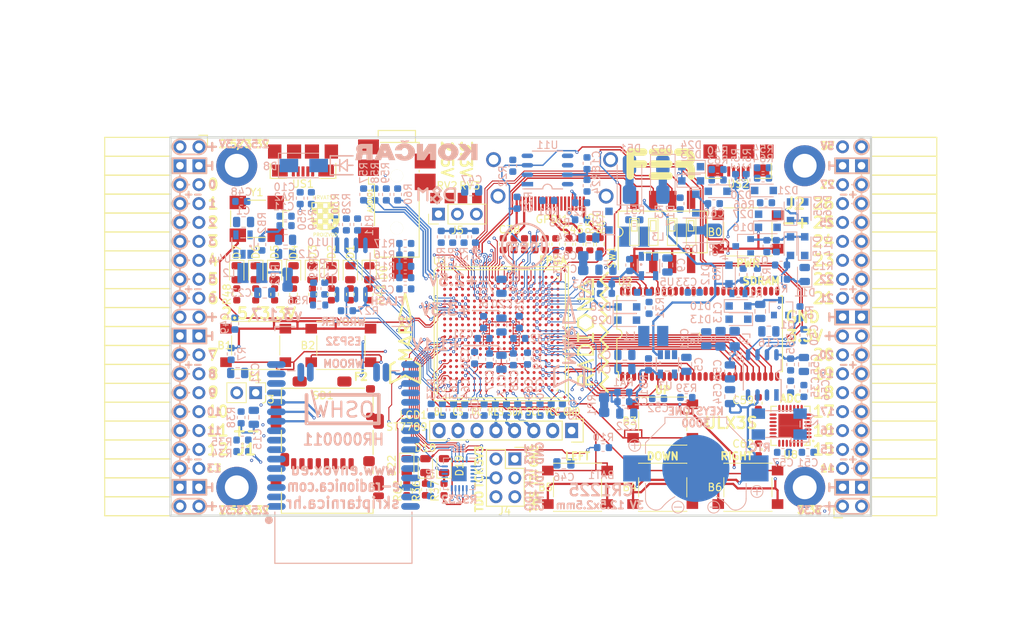
<source format=kicad_pcb>
(kicad_pcb (version 20171130) (host pcbnew 5.99.0+really5.1.12+dfsg1-1)
  (title_block (rev v3.1.1))
  (layers (0 F.Cu signal) (1 In1.Cu signal) (2 In2.Cu signal) (31 B.Cu signal) (34 B.Paste user) (35 F.Paste user) (36 B.SilkS user) (37 F.SilkS user) (38 B.Mask user) (39 F.Mask user) (44 Edge.Cuts user))
  (net 0 "")
  (net 1 GND)
  (net 2 +5V)
  (net 3 /gpio/IN5V)
  (net 4 /gpio/OUT5V)
  (net 5 +3V3)
  (net 6 BTN_D)
  (net 7 BTN_F1)
  (net 8 BTN_F2)
  (net 9 BTN_L)
  (net 10 BTN_R)
  (net 11 BTN_U)
  (net 12 /power/FB1)
  (net 13 +2V5)
  (net 14 /power/PWREN)
  (net 15 /power/FB3)
  (net 16 /power/FB2)
  (net 17 /power/VBAT)
  (net 18 JTAG_TDI)
  (net 19 JTAG_TCK)
  (net 20 JTAG_TMS)
  (net 21 JTAG_TDO)
  (net 22 /power/WAKEUPn)
  (net 23 /power/WKUP)
  (net 24 /power/SHUT)
  (net 25 /power/WAKE)
  (net 26 /power/HOLD)
  (net 27 /power/WKn)
  (net 28 /power/OSCI_32k)
  (net 29 /power/OSCO_32k)
  (net 30 SHUTDOWN)
  (net 31 GPDI_SDA)
  (net 32 GPDI_SCL)
  (net 33 /gpdi/VREF2)
  (net 34 SD_CMD)
  (net 35 SD_CLK)
  (net 36 SD_D0)
  (net 37 SD_D1)
  (net 38 USB5V)
  (net 39 nRESET)
  (net 40 FTDI_nDTR)
  (net 41 SDRAM_CKE)
  (net 42 SDRAM_A7)
  (net 43 SDRAM_D15)
  (net 44 SDRAM_BA1)
  (net 45 SDRAM_D7)
  (net 46 SDRAM_A6)
  (net 47 SDRAM_CLK)
  (net 48 SDRAM_D13)
  (net 49 SDRAM_BA0)
  (net 50 SDRAM_D6)
  (net 51 SDRAM_A5)
  (net 52 SDRAM_D14)
  (net 53 SDRAM_A11)
  (net 54 SDRAM_D12)
  (net 55 SDRAM_D5)
  (net 56 SDRAM_A4)
  (net 57 SDRAM_A10)
  (net 58 SDRAM_D11)
  (net 59 SDRAM_A3)
  (net 60 SDRAM_D4)
  (net 61 SDRAM_D10)
  (net 62 SDRAM_D9)
  (net 63 SDRAM_A9)
  (net 64 SDRAM_D3)
  (net 65 SDRAM_D8)
  (net 66 SDRAM_A8)
  (net 67 SDRAM_A2)
  (net 68 SDRAM_A1)
  (net 69 SDRAM_A0)
  (net 70 SDRAM_D2)
  (net 71 SDRAM_D1)
  (net 72 SDRAM_D0)
  (net 73 SDRAM_DQM0)
  (net 74 SDRAM_nCS)
  (net 75 SDRAM_nRAS)
  (net 76 SDRAM_DQM1)
  (net 77 SDRAM_nCAS)
  (net 78 SDRAM_nWE)
  (net 79 /flash/FLASH_nWP)
  (net 80 /flash/FLASH_nHOLD)
  (net 81 /flash/FLASH_MOSI)
  (net 82 /flash/FLASH_MISO)
  (net 83 /flash/FLASH_SCK)
  (net 84 /flash/FLASH_nCS)
  (net 85 /flash/FPGA_PROGRAMN)
  (net 86 /flash/FPGA_DONE)
  (net 87 /flash/FPGA_INITN)
  (net 88 OLED_RES)
  (net 89 OLED_DC)
  (net 90 OLED_CS)
  (net 91 WIFI_EN)
  (net 92 FTDI_nRTS)
  (net 93 FTDI_TXD)
  (net 94 FTDI_RXD)
  (net 95 WIFI_RXD)
  (net 96 WIFI_GPIO0)
  (net 97 WIFI_TXD)
  (net 98 USB_FTDI_D+)
  (net 99 USB_FTDI_D-)
  (net 100 SD_D3)
  (net 101 AUDIO_L3)
  (net 102 AUDIO_L2)
  (net 103 AUDIO_L1)
  (net 104 AUDIO_L0)
  (net 105 AUDIO_R3)
  (net 106 AUDIO_R2)
  (net 107 AUDIO_R1)
  (net 108 AUDIO_R0)
  (net 109 OLED_CLK)
  (net 110 OLED_MOSI)
  (net 111 LED0)
  (net 112 LED1)
  (net 113 LED2)
  (net 114 LED3)
  (net 115 LED4)
  (net 116 LED5)
  (net 117 LED6)
  (net 118 LED7)
  (net 119 BTN_PWRn)
  (net 120 FTDI_nTXLED)
  (net 121 FTDI_nSLEEP)
  (net 122 /blinkey/LED_PWREN)
  (net 123 /blinkey/LED_TXLED)
  (net 124 SD_D2)
  (net 125 CLK_25MHz)
  (net 126 /blinkey/BTNPUL)
  (net 127 /blinkey/BTNPUR)
  (net 128 USB_FPGA_D+)
  (net 129 /power/FTDI_nSUSPEND)
  (net 130 /blinkey/ALED0)
  (net 131 /blinkey/ALED1)
  (net 132 /blinkey/ALED2)
  (net 133 /blinkey/ALED3)
  (net 134 /blinkey/ALED4)
  (net 135 /blinkey/ALED5)
  (net 136 /blinkey/ALED6)
  (net 137 /blinkey/ALED7)
  (net 138 /usb/FTD-)
  (net 139 /usb/FTD+)
  (net 140 ADC_MISO)
  (net 141 ADC_MOSI)
  (net 142 ADC_CSn)
  (net 143 ADC_SCLK)
  (net 144 SW3)
  (net 145 SW2)
  (net 146 SW1)
  (net 147 USB_FPGA_D-)
  (net 148 /usb/FPD+)
  (net 149 /usb/FPD-)
  (net 150 /usb/ANT_433MHz)
  (net 151 /power/P3V3)
  (net 152 /power/P2V5)
  (net 153 /power/L1)
  (net 154 /power/L3)
  (net 155 /power/L2)
  (net 156 FTDI_TXDEN)
  (net 157 SDRAM_A12)
  (net 158 /analog/AUDIO_V)
  (net 159 AUDIO_V3)
  (net 160 AUDIO_V2)
  (net 161 AUDIO_V1)
  (net 162 AUDIO_V0)
  (net 163 /blinkey/LED_WIFI)
  (net 164 /power/P1V1)
  (net 165 +1V1)
  (net 166 SW4)
  (net 167 /blinkey/SWPU)
  (net 168 /wifi/WIFIEN)
  (net 169 FT2V5)
  (net 170 GN0)
  (net 171 GP0)
  (net 172 GN1)
  (net 173 GP1)
  (net 174 GN2)
  (net 175 GP2)
  (net 176 GN3)
  (net 177 GP3)
  (net 178 GN4)
  (net 179 GP4)
  (net 180 GN5)
  (net 181 GP5)
  (net 182 GN6)
  (net 183 GP6)
  (net 184 GN14)
  (net 185 GP14)
  (net 186 GN15)
  (net 187 GP15)
  (net 188 GN16)
  (net 189 GP16)
  (net 190 GN17)
  (net 191 GP17)
  (net 192 GN18)
  (net 193 GP18)
  (net 194 GN19)
  (net 195 GP19)
  (net 196 GN20)
  (net 197 GP20)
  (net 198 GN21)
  (net 199 GP21)
  (net 200 GN22)
  (net 201 GP22)
  (net 202 GN23)
  (net 203 GP23)
  (net 204 GN24)
  (net 205 GP24)
  (net 206 GN25)
  (net 207 GP25)
  (net 208 GN26)
  (net 209 GP26)
  (net 210 GN27)
  (net 211 GP27)
  (net 212 GN7)
  (net 213 GP7)
  (net 214 GN8)
  (net 215 GP8)
  (net 216 GN9)
  (net 217 GP9)
  (net 218 GN10)
  (net 219 GP10)
  (net 220 GN11)
  (net 221 GP11)
  (net 222 GN12)
  (net 223 GP12)
  (net 224 GN13)
  (net 225 GP13)
  (net 226 USB_FPGA_PULL_D+)
  (net 227 USB_FPGA_PULL_D-)
  (net 228 "Net-(D23-Pad2)")
  (net 229 "Net-(D24-Pad1)")
  (net 230 "Net-(D25-Pad2)")
  (net 231 "Net-(D26-Pad1)")
  (net 232 /gpdi/GPDI_D2-)
  (net 233 FPDI_D2-)
  (net 234 /gpdi/GPDI_D1-)
  (net 235 FPDI_D1-)
  (net 236 /gpdi/GPDI_D0-)
  (net 237 FPDI_D0-)
  (net 238 /gpdi/GPDI_CLK-)
  (net 239 FPDI_CLK-)
  (net 240 /gpdi/GPDI_D2+)
  (net 241 FPDI_D2+)
  (net 242 /gpdi/GPDI_D1+)
  (net 243 FPDI_D1+)
  (net 244 /gpdi/GPDI_D0+)
  (net 245 FPDI_D0+)
  (net 246 /gpdi/GPDI_CLK+)
  (net 247 FPDI_CLK+)
  (net 248 FPDI_SDA)
  (net 249 FPDI_SCL)
  (net 250 2V5_3V3)
  (net 251 /usb/US2VBUS)
  (net 252 /power/SHD)
  (net 253 /power/RTCVDD)
  (net 254 "Net-(D27-Pad2)")
  (net 255 US2_ID)
  (net 256 /analog/AUDIO_L)
  (net 257 /analog/AUDIO_R)
  (net 258 /analog/ADC3V3)
  (net 259 PWRBTn)
  (net 260 USER_PROGRAMN)
  (net 261 FTDI_nRXLED)
  (net 262 /analog/ADCD3V3)
  (net 263 WIFI_GPIO19)
  (net 264 WIFI_GPIO22)
  (net 265 WIFI_GPIO21)
  (net 266 OLED_BL)
  (net 267 "Net-(AUDIO1-Pad5)")
  (net 268 "Net-(AUDIO1-Pad6)")
  (net 269 "Net-(U1-PadW14)")
  (net 270 "Net-(U1-PadW13)")
  (net 271 "Net-(U1-PadW9)")
  (net 272 "Net-(U1-PadW8)")
  (net 273 "Net-(U1-PadW5)")
  (net 274 "Net-(U1-PadW4)")
  (net 275 "Net-(U1-PadT16)")
  (net 276 "Net-(U1-PadR3)")
  (net 277 SD_WP)
  (net 278 SD_CD)
  (net 279 "Net-(U1-PadM5)")
  (net 280 "Net-(U1-PadK17)")
  (net 281 "Net-(U1-PadK16)")
  (net 282 "Net-(U1-PadE11)")
  (net 283 "Net-(U1-PadE10)")
  (net 284 "Net-(U1-PadD12)")
  (net 285 "Net-(U1-PadD11)")
  (net 286 "Net-(U1-PadD10)")
  (net 287 "Net-(U1-PadD9)")
  (net 288 "Net-(U1-PadC9)")
  (net 289 "Net-(U1-PadA15)")
  (net 290 "Net-(U8-Pad25)")
  (net 291 "Net-(U8-Pad12)")
  (net 292 "Net-(U9-Pad27)")
  (net 293 "Net-(U9-Pad28)")
  (net 294 "Net-(U9-Pad32)")
  (net 295 "Net-(US1-Pad4)")
  (net 296 "Net-(Y2-Pad3)")
  (net 297 "Net-(Y2-Pad2)")
  (net 298 WIFI_GPIO27)
  (net 299 WIFI_GPIO26)
  (net 300 WIFI_GPIO25)
  (net 301 WIFI_GPIO35)
  (net 302 "Net-(U1-PadY17)")
  (net 303 "Net-(U1-PadY16)")
  (net 304 /wifi/SD3V3)
  (net 305 "Net-(SD1-Pad10)")
  (net 306 "Net-(SD1-Pad12)")
  (net 307 "Net-(SD1-Pad11)")
  (net 308 "Net-(C69-Pad1)")
  (net 309 "Net-(C70-Pad2)")
  (net 310 /serdes/SRCLKP)
  (net 311 /serdes/SRCLKN)
  (net 312 "Net-(U1-PadY19)")
  (net 313 "Net-(U1-PadW20)")
  (net 314 /gpdi/GPDI_HPD)
  (net 315 /gpdi/GPDI_UTIL)
  (net 316 /gpdi/GPDI_CEC)
  (net 317 FPDI_UTIL)
  (net 318 FPDI_CEC)
  (net 319 FPDI_HPD)
  (net 320 /serdes/SRXP00)
  (net 321 /serdes/SRXN00)
  (net 322 /serdes/SRXP01)
  (net 323 /serdes/SRXN01)
  (net 324 /serdes/SRXP10)
  (net 325 /serdes/SRXN10)
  (net 326 "Net-(C71-Pad1)")
  (net 327 /serdes/STXP11)
  (net 328 "Net-(C72-Pad2)")
  (net 329 /serdes/STXN11)
  (module abs07:Crystal_SMD_ABS07 (layer B.Cu) (at 178.5685 99.922 90)
    (fp_text reference Y2 (at 0.623 1.905 90) (layer B.SilkS) (effects (justify mirror)))
    (fp_text value 32768Hz hide)
    (pad 4 smd rect (at 1.4 0 180) (size 1.8 1.4) (layers B.Cu B.Paste B.Mask))
    (pad 3 smd rect (at 1.4 -5.6 180) (size 1.8 1.4) (layers B.Cu B.Paste B.Mask))
    (pad 2 smd rect (at -1.4 -5.6 180) (size 1.8 1.4) (layers B.Cu B.Paste B.Mask))
    (pad 1 smd rect (at -1.4 0 180) (size 1.8 1.4) (layers B.Cu B.Paste B.Mask))
  )
  (module oshw:oshw (layer B.Cu) (at 117.3 98 180)
    (fp_text reference OSHW hide)
    (fp_text value OSHW2mm hide)
    (fp_text user OSHW (at 0 0) (layer B.SilkS) (effects (font (size 2 2) (thickness 0.3)) (justify mirror)))
  )
  (module dm:dm2mm (layer B.Cu) (at 129.864 69.073 180)
    (fp_text reference D&M hide)
    (fp_text value dm2mm hide)
  )
  (module usb_otg:USB-MICRO-B-FCI-10118192-0001LF (layer F.Cu) (at 170.3 63.325 180)
    (fp_text reference US2 (at 0 -4.336 180) (layer F.SilkS))
    (fp_text value MICRO_USB hide)
    (pad 6 smd rect (at 3.8 0 180) (size 1.8 1.9) (layers F.Cu F.Paste F.Mask))
    (pad 6 smd rect (at -3.8 0 180) (size 1.8 1.9) (layers F.Cu F.Paste F.Mask))
    (pad 5 smd rect (at 1.3 -2.675 180) (size 0.4 1.35) (layers F.Cu F.Paste F.Mask))
    (pad 4 smd rect (at 0.65 -2.675 180) (size 0.4 1.35) (layers F.Cu F.Paste F.Mask))
    (pad 3 smd rect (at 0 -2.675 180) (size 0.4 1.35) (layers F.Cu F.Paste F.Mask) (net 148 /usb/FPD+))
    (pad 2 smd rect (at -0.65 -2.675 180) (size 0.4 1.35) (layers F.Cu F.Paste F.Mask) (net 149 /usb/FPD-))
    (pad 1 smd rect (at -1.3 -2.675 180) (size 0.4 1.35) (layers F.Cu F.Paste F.Mask))
    (pad 6 smd rect (at 1.2 0 180) (size 1.9 1.9) (layers F.Cu F.Paste F.Mask))
    (pad 6 smd rect (at -1.2 0 180) (size 1.9 1.9) (layers F.Cu F.Paste F.Mask))
    (pad 6 smd rect (at 3.1 -2.55 180) (size 2.1 1.6) (layers F.Cu F.Paste F.Mask))
    (pad 6 smd rect (at -3.1 -2.55 180) (size 2.1 1.6) (layers F.Cu F.Paste F.Mask))
  )
  (module usb_otg:USB-MICRO-B-FCI-10118192-0001LF (layer F.Cu) (at 111.88 63.325 180)
    (fp_text reference US1 (at 0 -4.336 180) (layer F.SilkS))
    (fp_text value MICRO_USB hide)
    (pad 6 smd rect (at 3.8 0 180) (size 1.8 1.9) (layers F.Cu F.Paste F.Mask))
    (pad 6 smd rect (at -3.8 0 180) (size 1.8 1.9) (layers F.Cu F.Paste F.Mask))
    (pad 5 smd rect (at 1.3 -2.675 180) (size 0.4 1.35) (layers F.Cu F.Paste F.Mask))
    (pad 4 smd rect (at 0.65 -2.675 180) (size 0.4 1.35) (layers F.Cu F.Paste F.Mask))
    (pad 3 smd rect (at 0 -2.675 180) (size 0.4 1.35) (layers F.Cu F.Paste F.Mask))
    (pad 2 smd rect (at -0.65 -2.675 180) (size 0.4 1.35) (layers F.Cu F.Paste F.Mask))
    (pad 1 smd rect (at -1.3 -2.675 180) (size 0.4 1.35) (layers F.Cu F.Paste F.Mask))
    (pad 6 smd rect (at 1.2 0 180) (size 1.9 1.9) (layers F.Cu F.Paste F.Mask))
    (pad 6 smd rect (at -1.2 0 180) (size 1.9 1.9) (layers F.Cu F.Paste F.Mask))
    (pad 6 smd rect (at 3.1 -2.55 180) (size 2.1 1.6) (layers F.Cu F.Paste F.Mask))
    (pad 6 smd rect (at -3.1 -2.55 180) (size 2.1 1.6) (layers F.Cu F.Paste F.Mask))
  )
  (module Mounting_Holes:MountingHole_3.2mm_M3_ISO14580_Pad (layer F.Cu) (at 102.99 65.23)
    (fp_text reference H4 hide)
    (fp_text value HOLE hide)
    (pad 1 thru_hole circle (at 0 0) (size 5.5 5.5) (drill 3.2) (layers *.Cu *.Mask))
  )
  (module Mounting_Holes:MountingHole_3.2mm_M3_ISO14580_Pad (layer F.Cu) (at 179.19 65.23)
    (fp_text reference H3 hide)
    (fp_text value HOLE hide)
    (pad 1 thru_hole circle (at 0 0) (size 5.5 5.5) (drill 3.2) (layers *.Cu *.Mask))
  )
  (module Mounting_Holes:MountingHole_3.2mm_M3_ISO14580_Pad (layer F.Cu) (at 179.19 108.41)
    (fp_text reference H2 hide)
    (fp_text value HOLE hide)
    (pad 1 thru_hole circle (at 0 0) (size 5.5 5.5) (drill 3.2) (layers *.Cu *.Mask))
  )
  (module Mounting_Holes:MountingHole_3.2mm_M3_ISO14580_Pad (layer F.Cu) (at 102.99 108.41)
    (fp_text reference H1 hide)
    (fp_text value HOLE hide)
    (pad 1 thru_hole circle (at 0 0) (size 5.5 5.5) (drill 3.2) (layers *.Cu *.Mask))
  )
  (module ESP32:ESP32 (layer B.Cu) (at 117.3 102.72 180)
    (fp_text reference U9 (at -8.3 16.7) (layer B.SilkS) (effects (justify mirror)))
    (fp_text value ESP32 hide)
    (fp_text user ESP32 (at 0 13.9 180) (layer B.SilkS) (effects (font (thickness 0.25)) (justify mirror)))
    (fp_text user WROVER (at 0 16.52) (layer B.SilkS) (effects (font (thickness 0.25)) (justify mirror)))
    (fp_text user WROOM (at 0 10.9 180) (layer B.SilkS) (effects (font (thickness 0.25)) (justify mirror)))
    (pad 1 smd oval (at 9 -8.255 180) (size 2.5 0.9) (layers B.Cu B.Paste B.Mask))
    (pad 2 smd oval (at 9 -6.985 180) (size 2.5 0.9) (layers B.Cu B.Paste B.Mask))
    (pad 3 smd oval (at 9 -5.715 180) (size 2.5 0.9) (layers B.Cu B.Paste B.Mask))
    (pad 4 smd oval (at 9 -4.445 180) (size 2.5 0.9) (layers B.Cu B.Paste B.Mask))
    (pad 5 smd oval (at 9 -3.175 180) (size 2.5 0.9) (layers B.Cu B.Paste B.Mask))
    (pad 6 smd oval (at 9 -1.905 180) (size 2.5 0.9) (layers B.Cu B.Paste B.Mask))
    (pad 7 smd oval (at 9 -0.635 180) (size 2.5 0.9) (layers B.Cu B.Paste B.Mask))
    (pad 8 smd oval (at 9 0.635 180) (size 2.5 0.9) (layers B.Cu B.Paste B.Mask))
    (pad 9 smd oval (at 9 1.905 180) (size 2.5 0.9) (layers B.Cu B.Paste B.Mask))
    (pad 10 smd oval (at 9 3.175 180) (size 2.5 0.9) (layers B.Cu B.Paste B.Mask) (net 300 WIFI_GPIO25))
    (pad 11 smd oval (at 9 4.445 180) (size 2.5 0.9) (layers B.Cu B.Paste B.Mask) (net 299 WIFI_GPIO26))
    (pad 12 smd oval (at 9 5.715 180) (size 2.5 0.9) (layers B.Cu B.Paste B.Mask) (net 298 WIFI_GPIO27))
    (pad 13 smd oval (at 9 6.985 180) (size 2.5 0.9) (layers B.Cu B.Paste B.Mask))
    (pad 14 smd oval (at 9 8.255 180) (size 2.5 0.9) (layers B.Cu B.Paste B.Mask))
    (pad 25 smd oval (at -9 8.255 180) (size 2.5 0.9) (layers B.Cu B.Paste B.Mask) (net 96 WIFI_GPIO0))
    (pad 26 smd oval (at -9 6.985 180) (size 2.5 0.9) (layers B.Cu B.Paste B.Mask))
    (pad 27 smd oval (at -9 5.715 180) (size 2.5 0.9) (layers B.Cu B.Paste B.Mask))
    (pad 28 smd oval (at -9 4.445 180) (size 2.5 0.9) (layers B.Cu B.Paste B.Mask))
    (pad 29 smd oval (at -9 3.175 180) (size 2.5 0.9) (layers B.Cu B.Paste B.Mask) (net 20 JTAG_TMS))
    (pad 30 smd oval (at -9 1.905 180) (size 2.5 0.9) (layers B.Cu B.Paste B.Mask))
    (pad 31 smd oval (at -9 0.635 180) (size 2.5 0.9) (layers B.Cu B.Paste B.Mask))
    (pad 32 smd oval (at -9 -0.635 180) (size 2.5 0.9) (layers B.Cu B.Paste B.Mask))
    (pad 33 smd oval (at -9 -1.905 180) (size 2.5 0.9) (layers B.Cu B.Paste B.Mask))
    (pad 34 smd oval (at -9 -3.175 180) (size 2.5 0.9) (layers B.Cu B.Paste B.Mask))
    (pad 35 smd oval (at -9 -4.445 180) (size 2.5 0.9) (layers B.Cu B.Paste B.Mask))
    (pad 36 smd oval (at -9 -5.715 180) (size 2.5 0.9) (layers B.Cu B.Paste B.Mask) (net 264 WIFI_GPIO22))
    (pad 37 smd oval (at -9 -6.985 180) (size 2.5 0.9) (layers B.Cu B.Paste B.Mask))
    (pad 38 smd oval (at -9 -8.255 180) (size 2.5 0.9) (layers B.Cu B.Paste B.Mask))
    (pad 15 smd oval (at 9 9.525 180) (size 2.5 0.9) (layers B.Cu B.Paste B.Mask))
    (pad 16 smd oval (at 9 10.795 180) (size 2.5 0.9) (layers B.Cu B.Paste B.Mask))
    (pad 23 smd oval (at -9 10.795 180) (size 2.5 0.9) (layers B.Cu B.Paste B.Mask))
    (pad 24 smd oval (at -9 9.525 180) (size 2.5 0.9) (layers B.Cu B.Paste B.Mask) (net 36 SD_D0))
    (pad 15 smd oval (at 5.715 9.755 90) (size 2.5 0.9) (layers B.Cu B.Mask))
    (pad 16 smd oval (at 4.445 9.755 90) (size 2.5 0.9) (layers B.Cu B.Mask))
    (pad 24 smd oval (at -5.715 9.755 90) (size 2.5 0.9) (layers B.Cu B.Mask) (net 36 SD_D0))
    (pad 23 smd oval (at -4.445 9.755 90) (size 2.5 0.9) (layers B.Cu B.Mask))
  )
  (module ft231x:FT231X-QFN-20-1EP_4x4mm_P0.5mm_EP2x2mm (layer B.Cu) (at 132.835 106.6 180)
    (fp_text reference U6 (at -0.045 3.4 180) (layer B.SilkS) (effects (justify mirror)))
    (fp_text value FT231XQ hide)
    (pad 21 smd rect (at 0 0 180) (size 2 2) (layers B.Cu B.Mask))
    (pad 20 smd roundrect (at -1 1.9375 180) (size 0.25 0.825) (layers B.Cu B.Paste B.Mask) (net 169 FT2V5))
    (pad 19 smd roundrect (at -0.5 1.9375 180) (size 0.25 0.825) (layers B.Cu B.Paste B.Mask) (net 92 FTDI_nRTS))
    (pad 18 smd roundrect (at 0 1.9375 180) (size 0.25 0.825) (layers B.Cu B.Paste B.Mask) (net 40 FTDI_nDTR))
    (pad 17 smd roundrect (at 0.5 1.9375 180) (size 0.25 0.825) (layers B.Cu B.Paste B.Mask) (net 93 FTDI_TXD))
    (pad 16 smd roundrect (at 1 1.9375 180) (size 0.25 0.825) (layers B.Cu B.Paste B.Mask) (net 121 FTDI_nSLEEP))
    (pad 15 smd roundrect (at 1.9375 1 180) (size 0.825 0.25) (layers B.Cu B.Paste B.Mask) (net 156 FTDI_TXDEN))
    (pad 14 smd roundrect (at 1.9375 0.5 180) (size 0.825 0.25) (layers B.Cu B.Paste B.Mask) (net 261 FTDI_nRXLED))
    (pad 13 smd roundrect (at 1.9375 0 180) (size 0.825 0.25) (layers B.Cu B.Paste B.Mask))
    (pad 12 smd roundrect (at 1.9375 -0.5 180) (size 0.825 0.25) (layers B.Cu B.Paste B.Mask))
    (pad 11 smd roundrect (at 1.9375 -1 180) (size 0.825 0.25) (layers B.Cu B.Paste B.Mask))
    (pad 10 smd roundrect (at 1 -1.9375 180) (size 0.25 0.825) (layers B.Cu B.Paste B.Mask) (net 169 FT2V5))
    (pad 9 smd roundrect (at 0.5 -1.9375 180) (size 0.25 0.825) (layers B.Cu B.Paste B.Mask) (net 99 USB_FTDI_D-))
    (pad 8 smd roundrect (at 0 -1.9375 180) (size 0.25 0.825) (layers B.Cu B.Paste B.Mask) (net 98 USB_FTDI_D+))
    (pad 7 smd roundrect (at -0.5 -1.9375 180) (size 0.25 0.825) (layers B.Cu B.Paste B.Mask) (net 120 FTDI_nTXLED))
    (pad 6 smd roundrect (at -1 -1.9375 180) (size 0.25 0.825) (layers B.Cu B.Paste B.Mask) (net 21 JTAG_TDO))
    (pad 5 smd roundrect (at -1.9375 -1 180) (size 0.825 0.25) (layers B.Cu B.Paste B.Mask) (net 20 JTAG_TMS))
    (pad 4 smd roundrect (at -1.9375 -0.5 180) (size 0.825 0.25) (layers B.Cu B.Paste B.Mask) (net 19 JTAG_TCK))
    (pad 3 smd roundrect (at -1.9375 0 180) (size 0.825 0.25) (layers B.Cu B.Paste B.Mask))
    (pad 2 smd roundrect (at -1.9375 0.5 180) (size 0.825 0.25) (layers B.Cu B.Paste B.Mask) (net 18 JTAG_TDI))
    (pad 1 smd roundrect (at -1.9375 1 180) (size 0.825 0.25) (layers B.Cu B.Paste B.Mask) (net 94 FTDI_RXD))
  )
  (module Keystone_3000_1x12mm-CoinCell:Keystone_3000_1x12mm-CoinCell (layer B.Cu) (at 164.585 105.87 90)
    (fp_text reference BAT1 (at -0.907 -12.685 180) (layer B.SilkS) (effects (justify mirror)))
    (fp_text value CR1225 hide)
    (pad 1 smd rect (at 0 7.9 180) (size 3.7 3.5) (layers B.Cu B.Paste B.Mask) (net 17 /power/VBAT) (clearance 0.7))
    (pad 1 smd rect (at 0 -7.9 180) (size 3.7 3.5) (layers B.Cu B.Paste B.Mask) (net 17 /power/VBAT) (clearance 0.7))
    (pad 2 smd circle (at 0 0 180) (size 9 9) (layers B.Cu B.Mask))
  )
  (module Diode_SMD:D_SOD-323_HandSoldering (layer B.Cu) (at 152.93 72.6 90)
    (fp_text reference D30 (at 0 -1.6 90) (layer B.SilkS) (effects (justify mirror)))
    (fp_text value 3.6V hide)
    (pad 1 smd rect (at -1.25 0 90) (size 1 1) (layers B.Cu B.Paste B.Mask) (net 319 FPDI_HPD))
    (pad 2 smd rect (at 1.25 0 90) (size 1 1) (layers B.Cu B.Paste B.Mask))
  )
  (module conn-fci:CONN-10029449-111RLF (layer F.Cu) (at 145.296 69.312 180)
    (fp_text reference GPDI1 (at 0 -3.1115 180) (layer F.SilkS))
    (fp_text value GPDI-D hide)
    (pad 19 smd rect (at -4.25 -1 180) (size 0.3 1.9) (layers F.Cu F.Paste F.Mask) (net 314 /gpdi/GPDI_HPD))
    (pad 18 smd rect (at -3.75 -1 180) (size 0.3 1.9) (layers F.Cu F.Paste F.Mask))
    (pad 17 smd rect (at -3.25 -1 180) (size 0.3 1.9) (layers F.Cu F.Paste F.Mask))
    (pad 16 smd rect (at -2.75 -1 180) (size 0.3 1.9) (layers F.Cu F.Paste F.Mask) (net 31 GPDI_SDA))
    (pad 15 smd rect (at -2.25 -1 180) (size 0.3 1.9) (layers F.Cu F.Paste F.Mask) (net 32 GPDI_SCL))
    (pad 14 smd rect (at -1.75 -1 180) (size 0.3 1.9) (layers F.Cu F.Paste F.Mask))
    (pad 13 smd rect (at -1.25 -1 180) (size 0.3 1.9) (layers F.Cu F.Paste F.Mask))
    (pad 12 smd rect (at -0.75 -1 180) (size 0.3 1.9) (layers F.Cu F.Paste F.Mask) (net 238 /gpdi/GPDI_CLK-))
    (pad 11 smd rect (at -0.25 -1 180) (size 0.3 1.9) (layers F.Cu F.Paste F.Mask))
    (pad 10 smd rect (at 0.25 -1 180) (size 0.3 1.9) (layers F.Cu F.Paste F.Mask) (net 246 /gpdi/GPDI_CLK+))
    (pad 9 smd rect (at 0.75 -1 180) (size 0.3 1.9) (layers F.Cu F.Paste F.Mask))
    (pad 8 smd rect (at 1.25 -1 180) (size 0.3 1.9) (layers F.Cu F.Paste F.Mask))
    (pad 7 smd rect (at 1.75 -1 180) (size 0.3 1.9) (layers F.Cu F.Paste F.Mask))
    (pad 6 smd rect (at 2.25 -1 180) (size 0.3 1.9) (layers F.Cu F.Paste F.Mask))
    (pad 5 smd rect (at 2.75 -1 180) (size 0.3 1.9) (layers F.Cu F.Paste F.Mask))
    (pad 4 smd rect (at 3.25 -1 180) (size 0.3 1.9) (layers F.Cu F.Paste F.Mask))
    (pad 3 smd rect (at 3.75 -1 180) (size 0.3 1.9) (layers F.Cu F.Paste F.Mask) (net 232 /gpdi/GPDI_D2-))
    (pad 2 smd rect (at 4.25 -1 180) (size 0.3 1.9) (layers F.Cu F.Paste F.Mask))
    (pad 1 smd rect (at 4.75 -1 180) (size 0.3 1.9) (layers F.Cu F.Paste F.Mask) (net 240 /gpdi/GPDI_D2+))
    (pad 0 thru_hole circle (at -7.25 0 180) (size 2 2) (drill 1.3) (layers *.Cu *.Mask))
    (pad 0 thru_hole circle (at 7.25 0 180) (size 2 2) (drill 1.3) (layers *.Cu *.Mask))
    (pad 0 thru_hole circle (at -7.85 4.9 180) (size 2 2) (drill 1.3) (layers *.Cu *.Mask))
    (pad 0 thru_hole circle (at 7.85 4.9 180) (size 2 2) (drill 1.3) (layers *.Cu *.Mask))
  )
  (module emard:emard12mm (layer B.Cu) (at 147.58 89.3 90)
    (fp_text reference EMARD hide)
    (fp_text value emard12mm hide)
  )
  (module inem:inem (layer B.Cu) (at 141.58 76)
    (fp_text reference REF** hide)
    (fp_text value inem hide)
    (fp_text user inem (at 0 -0.1) (layer B.SilkS) (effects (font (size 1.5 1.5) (thickness 0.3)) (justify mirror)))
  )
  (module koncar:koncar (layer B.Cu) (at 127.08 63.2 180)
    (fp_text reference koncar hide)
    (fp_text value koncar hide)
  )
  (module fer:fer4mm6 (layer F.Cu) (at 159.78 65)
    (fp_text reference fer hide)
    (fp_text value fer hide)
  )
  (module hrvatski_proizvod_veci:hrvatski (layer F.Cu) (at 114.88 72)
    (fp_text reference HR hide)
    (fp_text value HR hide)
    (fp_text user PROIZVOD (at 0 2.5) (layer F.SilkS) (effects (font (size 0.45 0.45) (thickness 0.075))))
    (fp_text user HRVATSKI (at 0 -2.5) (layer F.SilkS) (effects (font (size 0.5 0.5) (thickness 0.075))))
  )
  (module radiona:radiona (layer F.Cu) (at 149.78 87.6 90)
    (fp_text reference radiona hide)
    (fp_text value radiona hide)
  )
  (module emard:emard12mm (layer F.Cu) (at 125.58 88.8 90)
    (fp_text reference EMARD hide)
    (fp_text value emard12mm hide)
  )
  (module st7789:st7789 (layer F.Cu) (at 140.3 100.79 180)
    (fp_text reference LCD1 (at 13.6 2.09 180) (layer F.SilkS))
    (fp_text value ST7789 (at 14.5 0.49 180) (layer F.SilkS))
    (fp_text user GND (at -7.62 2.54 180) (layer F.SilkS) (effects (font (size 1 0.75))))
    (fp_text user VCC (at -5.08 2.54 180) (layer F.SilkS) (effects (font (size 1 0.75))))
    (fp_text user SCL (at -2.54 2.54 180) (layer F.SilkS) (effects (font (size 1 0.75))))
    (fp_text user SDA (at 0 2.54 180) (layer F.SilkS) (effects (font (size 1 0.75))))
    (fp_text user RES (at 2.54 2.54 180) (layer F.SilkS) (effects (font (size 1 0.75))))
    (fp_text user DC (at 5.08 2.54 180) (layer F.SilkS) (effects (font (size 1 0.75))))
    (fp_text user CS (at 7.62 2.54 180) (layer F.SilkS) (effects (font (size 1 0.75))))
    (fp_text user BL (at 10.16 2.54) (layer F.SilkS) (effects (font (size 1 0.75))))
    (pad 7 thru_hole oval (at 7.62 0 180) (size 1.7272 2.032) (drill 1.016) (layers *.Cu *.Mask))
    (pad 6 thru_hole oval (at 5.08 0 180) (size 1.7272 2.032) (drill 1.016) (layers *.Cu *.Mask))
    (pad 5 thru_hole oval (at 2.54 0 180) (size 1.7272 2.032) (drill 1.016) (layers *.Cu *.Mask) (net 88 OLED_RES))
    (pad 4 thru_hole oval (at 0.035 0 180) (size 1.7272 2.032) (drill 1.016) (layers *.Cu *.Mask) (net 110 OLED_MOSI))
    (pad 3 thru_hole oval (at -2.54 0 180) (size 1.7272 2.032) (drill 1.016) (layers *.Cu *.Mask) (net 109 OLED_CLK))
    (pad 2 thru_hole oval (at -5.08 0 180) (size 1.7272 2.032) (drill 1.016) (layers *.Cu *.Mask))
    (pad 1 thru_hole rect (at -7.62 0 180) (size 1.7272 2.032) (drill 1.016) (layers *.Cu *.Mask))
    (pad 8 thru_hole oval (at 10.16 0 180) (size 1.7272 2.032) (drill 1.016) (layers *.Cu *.Mask))
  )
  (module micro-sd-schd3a0100-104031-811:SCHD3A100-104031-0811 (layer F.Cu) (at 115.132 103.5 270)
    (fp_text reference SD1 (at -7.4295 0.5715) (layer F.SilkS))
    (fp_text value 104031-0811 hide)
    (pad 10 smd roundrect (at -8.3 -5.8 90) (size 1 1.2) (layers F.Cu F.Paste F.Mask))
    (pad GM4 smd roundrect (at -9.3 -2.3 270) (size 1.35 1.9) (layers F.Cu F.Paste F.Mask))
    (pad GM3 smd roundrect (at -9.3 3.7 270) (size 1.35 1.9) (layers F.Cu F.Paste F.Mask))
    (pad GS4 smd roundrect (at -4.6 -5.8 270) (size 1 1.2) (layers F.Cu F.Paste F.Mask))
    (pad GM1 smd roundrect (at 1.4 -5.6 270) (size 1.35 1.55) (layers F.Cu F.Paste F.Mask))
    (pad GM2 smd roundrect (at 1.2 5.7 270) (size 1.8 1.17) (layers F.Cu F.Paste F.Mask))
    (pad GS3 smd roundrect (at -3.95 6.875) (size 1.45 2) (layers F.Cu F.Paste F.Mask))
    (pad GS4 smd roundrect (at -3.95 -6.875) (size 1.45 2) (layers F.Cu F.Paste F.Mask))
    (pad GS1 smd roundrect (at 4.35 -6.875) (size 1.45 2) (layers F.Cu F.Paste F.Mask))
    (pad GS2 smd roundrect (at 4.35 6.875) (size 1.45 2) (layers F.Cu F.Paste F.Mask))
    (pad 12 smd roundrect (at -5.65 6.875 90) (size 0.9 1.45) (layers F.Cu F.Paste F.Mask))
    (pad 11 smd roundrect (at 6.05 -6.875) (size 1.45 0.9) (layers F.Cu F.Paste F.Mask))
    (pad 8 smd roundrect (at 1.75 4.5) (size 0.7 1.5) (layers F.Cu F.Paste F.Mask))
    (pad 7 smd roundrect (at 1.75 3.4) (size 0.7 1.5) (layers F.Cu F.Paste F.Mask))
    (pad 6 smd roundrect (at 1.75 2.3) (size 0.7 1.5) (layers F.Cu F.Paste F.Mask))
    (pad 5 smd roundrect (at 1.75 1.2) (size 0.7 1.5) (layers F.Cu F.Paste F.Mask))
    (pad 4 smd roundrect (at 1.75 0.1) (size 0.7 1.5) (layers F.Cu F.Paste F.Mask))
    (pad 3 smd roundrect (at 1.75 -1) (size 0.7 1.5) (layers F.Cu F.Paste F.Mask))
    (pad 2 smd roundrect (at 1.75 -2.1) (size 0.7 1.5) (layers F.Cu F.Paste F.Mask))
    (pad 1 smd roundrect (at 1.75 -3.2) (size 0.7 1.5) (layers F.Cu F.Paste F.Mask))
  )
  (module lfe5bg381:BGA-381_pitch0.8mm_dia0.4mm (layer F.Cu) (at 138.48 87.8)
    (fp_text reference U1 (at -8.2 -9.8) (layer F.SilkS))
    (fp_text value LFE5U-85F-6BG381C hide)
    (pad Y19 smd circle (at 6.8 7.6) (size 0.4 0.4) (layers F.Cu F.Paste F.Mask))
    (pad Y17 smd circle (at 5.2 7.6) (size 0.4 0.4) (layers F.Cu F.Paste F.Mask))
    (pad Y16 smd circle (at 4.4 7.6) (size 0.4 0.4) (layers F.Cu F.Paste F.Mask))
    (pad Y15 smd circle (at 3.6 7.6) (size 0.4 0.4) (layers F.Cu F.Paste F.Mask) (net 325 /serdes/SRXN10))
    (pad Y14 smd circle (at 2.8 7.6) (size 0.4 0.4) (layers F.Cu F.Paste F.Mask) (net 324 /serdes/SRXP10))
    (pad Y12 smd circle (at 1.2 7.6) (size 0.4 0.4) (layers F.Cu F.Paste F.Mask) (net 311 /serdes/SRCLKN))
    (pad Y11 smd circle (at 0.4 7.6) (size 0.4 0.4) (layers F.Cu F.Paste F.Mask) (net 310 /serdes/SRCLKP))
    (pad Y8 smd circle (at -2 7.6) (size 0.4 0.4) (layers F.Cu F.Paste F.Mask) (net 323 /serdes/SRXN01))
    (pad Y7 smd circle (at -2.8 7.6) (size 0.4 0.4) (layers F.Cu F.Paste F.Mask) (net 322 /serdes/SRXP01))
    (pad Y6 smd circle (at -3.6 7.6) (size 0.4 0.4) (layers F.Cu F.Paste F.Mask))
    (pad Y5 smd circle (at -4.4 7.6) (size 0.4 0.4) (layers F.Cu F.Paste F.Mask) (net 320 /serdes/SRXP00))
    (pad Y3 smd circle (at -6 7.6) (size 0.4 0.4) (layers F.Cu F.Paste F.Mask))
    (pad Y2 smd circle (at -6.8 7.6) (size 0.4 0.4) (layers F.Cu F.Paste F.Mask) (net 79 /flash/FLASH_nWP))
    (pad W20 smd circle (at 7.6 6.8) (size 0.4 0.4) (layers F.Cu F.Paste F.Mask))
    (pad W19 smd circle (at 6.8 6.8) (size 0.4 0.4) (layers F.Cu F.Paste F.Mask))
    (pad W18 smd circle (at 6 6.8) (size 0.4 0.4) (layers F.Cu F.Paste F.Mask) (net 329 /serdes/STXN11))
    (pad W17 smd circle (at 5.2 6.8) (size 0.4 0.4) (layers F.Cu F.Paste F.Mask) (net 327 /serdes/STXP11))
    (pad W16 smd circle (at 4.4 6.8) (size 0.4 0.4) (layers F.Cu F.Paste F.Mask))
    (pad W15 smd circle (at 3.6 6.8) (size 0.4 0.4) (layers F.Cu F.Paste F.Mask))
    (pad W14 smd circle (at 2.8 6.8) (size 0.4 0.4) (layers F.Cu F.Paste F.Mask))
    (pad W13 smd circle (at 2 6.8) (size 0.4 0.4) (layers F.Cu F.Paste F.Mask))
    (pad W12 smd circle (at 1.2 6.8) (size 0.4 0.4) (layers F.Cu F.Paste F.Mask))
    (pad W11 smd circle (at 0.4 6.8) (size 0.4 0.4) (layers F.Cu F.Paste F.Mask))
    (pad W10 smd circle (at -0.4 6.8) (size 0.4 0.4) (layers F.Cu F.Paste F.Mask))
    (pad W9 smd circle (at -1.2 6.8) (size 0.4 0.4) (layers F.Cu F.Paste F.Mask))
    (pad W8 smd circle (at -2 6.8) (size 0.4 0.4) (layers F.Cu F.Paste F.Mask))
    (pad W7 smd circle (at -2.8 6.8) (size 0.4 0.4) (layers F.Cu F.Paste F.Mask))
    (pad W6 smd circle (at -3.6 6.8) (size 0.4 0.4) (layers F.Cu F.Paste F.Mask))
    (pad W5 smd circle (at -4.4 6.8) (size 0.4 0.4) (layers F.Cu F.Paste F.Mask))
    (pad W4 smd circle (at -5.2 6.8) (size 0.4 0.4) (layers F.Cu F.Paste F.Mask))
    (pad W3 smd circle (at -6 6.8) (size 0.4 0.4) (layers F.Cu F.Paste F.Mask))
    (pad W2 smd circle (at -6.8 6.8) (size 0.4 0.4) (layers F.Cu F.Paste F.Mask) (net 81 /flash/FLASH_MOSI))
    (pad W1 smd circle (at -7.6 6.8) (size 0.4 0.4) (layers F.Cu F.Paste F.Mask) (net 80 /flash/FLASH_nHOLD))
    (pad V20 smd circle (at 7.6 6) (size 0.4 0.4) (layers F.Cu F.Paste F.Mask))
    (pad V19 smd circle (at 6.8 6) (size 0.4 0.4) (layers F.Cu F.Paste F.Mask))
    (pad V18 smd circle (at 6 6) (size 0.4 0.4) (layers F.Cu F.Paste F.Mask))
    (pad V17 smd circle (at 5.2 6) (size 0.4 0.4) (layers F.Cu F.Paste F.Mask))
    (pad V16 smd circle (at 4.4 6) (size 0.4 0.4) (layers F.Cu F.Paste F.Mask))
    (pad V15 smd circle (at 3.6 6) (size 0.4 0.4) (layers F.Cu F.Paste F.Mask))
    (pad V14 smd circle (at 2.8 6) (size 0.4 0.4) (layers F.Cu F.Paste F.Mask))
    (pad V13 smd circle (at 2 6) (size 0.4 0.4) (layers F.Cu F.Paste F.Mask))
    (pad V12 smd circle (at 1.2 6) (size 0.4 0.4) (layers F.Cu F.Paste F.Mask))
    (pad V11 smd circle (at 0.4 6) (size 0.4 0.4) (layers F.Cu F.Paste F.Mask))
    (pad V10 smd circle (at -0.4 6) (size 0.4 0.4) (layers F.Cu F.Paste F.Mask))
    (pad V9 smd circle (at -1.2 6) (size 0.4 0.4) (layers F.Cu F.Paste F.Mask))
    (pad V8 smd circle (at -2 6) (size 0.4 0.4) (layers F.Cu F.Paste F.Mask))
    (pad V7 smd circle (at -2.8 6) (size 0.4 0.4) (layers F.Cu F.Paste F.Mask))
    (pad V6 smd circle (at -3.6 6) (size 0.4 0.4) (layers F.Cu F.Paste F.Mask))
    (pad V5 smd circle (at -4.4 6) (size 0.4 0.4) (layers F.Cu F.Paste F.Mask))
    (pad V4 smd circle (at -5.2 6) (size 0.4 0.4) (layers F.Cu F.Paste F.Mask) (net 21 JTAG_TDO))
    (pad V3 smd circle (at -6 6) (size 0.4 0.4) (layers F.Cu F.Paste F.Mask))
    (pad V2 smd circle (at -6.8 6) (size 0.4 0.4) (layers F.Cu F.Paste F.Mask) (net 82 /flash/FLASH_MISO))
    (pad V1 smd circle (at -7.6 6) (size 0.4 0.4) (layers F.Cu F.Paste F.Mask) (net 6 BTN_D))
    (pad U20 smd circle (at 7.6 5.2) (size 0.4 0.4) (layers F.Cu F.Paste F.Mask) (net 45 SDRAM_D7))
    (pad U19 smd circle (at 6.8 5.2) (size 0.4 0.4) (layers F.Cu F.Paste F.Mask))
    (pad U18 smd circle (at 6 5.2) (size 0.4 0.4) (layers F.Cu F.Paste F.Mask) (net 185 GP14))
    (pad U17 smd circle (at 5.2 5.2) (size 0.4 0.4) (layers F.Cu F.Paste F.Mask) (net 184 GN14))
    (pad U16 smd circle (at 4.4 5.2) (size 0.4 0.4) (layers F.Cu F.Paste F.Mask))
    (pad U15 smd circle (at 3.6 5.2) (size 0.4 0.4) (layers F.Cu F.Paste F.Mask) (net 165 +1V1))
    (pad U14 smd circle (at 2.8 5.2) (size 0.4 0.4) (layers F.Cu F.Paste F.Mask))
    (pad U13 smd circle (at 2 5.2) (size 0.4 0.4) (layers F.Cu F.Paste F.Mask))
    (pad U12 smd circle (at 1.2 5.2) (size 0.4 0.4) (layers F.Cu F.Paste F.Mask))
    (pad U11 smd circle (at 0.4 5.2) (size 0.4 0.4) (layers F.Cu F.Paste F.Mask))
    (pad U10 smd circle (at -0.4 5.2) (size 0.4 0.4) (layers F.Cu F.Paste F.Mask))
    (pad U9 smd circle (at -1.2 5.2) (size 0.4 0.4) (layers F.Cu F.Paste F.Mask))
    (pad U8 smd circle (at -2 5.2) (size 0.4 0.4) (layers F.Cu F.Paste F.Mask))
    (pad U7 smd circle (at -2.8 5.2) (size 0.4 0.4) (layers F.Cu F.Paste F.Mask))
    (pad U6 smd circle (at -3.6 5.2) (size 0.4 0.4) (layers F.Cu F.Paste F.Mask) (net 165 +1V1))
    (pad U5 smd circle (at -4.4 5.2) (size 0.4 0.4) (layers F.Cu F.Paste F.Mask) (net 20 JTAG_TMS))
    (pad U4 smd circle (at -5.2 5.2) (size 0.4 0.4) (layers F.Cu F.Paste F.Mask))
    (pad U3 smd circle (at -6 5.2) (size 0.4 0.4) (layers F.Cu F.Paste F.Mask))
    (pad U2 smd circle (at -6.8 5.2) (size 0.4 0.4) (layers F.Cu F.Paste F.Mask))
    (pad U1 smd circle (at -7.6 5.2) (size 0.4 0.4) (layers F.Cu F.Paste F.Mask) (net 9 BTN_L))
    (pad T20 smd circle (at 7.6 4.4) (size 0.4 0.4) (layers F.Cu F.Paste F.Mask))
    (pad T19 smd circle (at 6.8 4.4) (size 0.4 0.4) (layers F.Cu F.Paste F.Mask))
    (pad T18 smd circle (at 6 4.4) (size 0.4 0.4) (layers F.Cu F.Paste F.Mask))
    (pad T17 smd circle (at 5.2 4.4) (size 0.4 0.4) (layers F.Cu F.Paste F.Mask) (net 50 SDRAM_D6))
    (pad T16 smd circle (at 4.4 4.4) (size 0.4 0.4) (layers F.Cu F.Paste F.Mask))
    (pad T15 smd circle (at 3.6 4.4) (size 0.4 0.4) (layers F.Cu F.Paste F.Mask) (net 165 +1V1))
    (pad T14 smd circle (at 2.8 4.4) (size 0.4 0.4) (layers F.Cu F.Paste F.Mask) (net 165 +1V1))
    (pad T13 smd circle (at 2 4.4) (size 0.4 0.4) (layers F.Cu F.Paste F.Mask) (net 165 +1V1))
    (pad T12 smd circle (at 1.2 4.4) (size 0.4 0.4) (layers F.Cu F.Paste F.Mask))
    (pad T11 smd circle (at 0.4 4.4) (size 0.4 0.4) (layers F.Cu F.Paste F.Mask) (net 165 +1V1))
    (pad T10 smd circle (at -0.4 4.4) (size 0.4 0.4) (layers F.Cu F.Paste F.Mask) (net 165 +1V1))
    (pad T9 smd circle (at -1.2 4.4) (size 0.4 0.4) (layers F.Cu F.Paste F.Mask) (net 165 +1V1))
    (pad T8 smd circle (at -2 4.4) (size 0.4 0.4) (layers F.Cu F.Paste F.Mask) (net 165 +1V1))
    (pad T7 smd circle (at -2.8 4.4) (size 0.4 0.4) (layers F.Cu F.Paste F.Mask) (net 165 +1V1))
    (pad T6 smd circle (at -3.6 4.4) (size 0.4 0.4) (layers F.Cu F.Paste F.Mask) (net 165 +1V1))
    (pad T5 smd circle (at -4.4 4.4) (size 0.4 0.4) (layers F.Cu F.Paste F.Mask) (net 19 JTAG_TCK))
    (pad T4 smd circle (at -5.2 4.4) (size 0.4 0.4) (layers F.Cu F.Paste F.Mask))
    (pad T3 smd circle (at -6 4.4) (size 0.4 0.4) (layers F.Cu F.Paste F.Mask))
    (pad T2 smd circle (at -6.8 4.4) (size 0.4 0.4) (layers F.Cu F.Paste F.Mask))
    (pad T1 smd circle (at -7.6 4.4) (size 0.4 0.4) (layers F.Cu F.Paste F.Mask) (net 8 BTN_F2))
    (pad R20 smd circle (at 7.6 3.6) (size 0.4 0.4) (layers F.Cu F.Paste F.Mask))
    (pad R19 smd circle (at 6.8 3.6) (size 0.4 0.4) (layers F.Cu F.Paste F.Mask))
    (pad R18 smd circle (at 6 3.6) (size 0.4 0.4) (layers F.Cu F.Paste F.Mask) (net 11 BTN_U))
    (pad R17 smd circle (at 5.2 3.6) (size 0.4 0.4) (layers F.Cu F.Paste F.Mask))
    (pad R16 smd circle (at 4.4 3.6) (size 0.4 0.4) (layers F.Cu F.Paste F.Mask))
    (pad R5 smd circle (at -4.4 3.6) (size 0.4 0.4) (layers F.Cu F.Paste F.Mask) (net 18 JTAG_TDI))
    (pad R4 smd circle (at -5.2 3.6) (size 0.4 0.4) (layers F.Cu F.Paste F.Mask))
    (pad R3 smd circle (at -6 3.6) (size 0.4 0.4) (layers F.Cu F.Paste F.Mask))
    (pad R2 smd circle (at -6.8 3.6) (size 0.4 0.4) (layers F.Cu F.Paste F.Mask) (net 84 /flash/FLASH_nCS))
    (pad R1 smd circle (at -7.6 3.6) (size 0.4 0.4) (layers F.Cu F.Paste F.Mask) (net 7 BTN_F1))
    (pad P20 smd circle (at 7.6 2.8) (size 0.4 0.4) (layers F.Cu F.Paste F.Mask))
    (pad P19 smd circle (at 6.8 2.8) (size 0.4 0.4) (layers F.Cu F.Paste F.Mask) (net 49 SDRAM_BA0))
    (pad P18 smd circle (at 6 2.8) (size 0.4 0.4) (layers F.Cu F.Paste F.Mask))
    (pad P17 smd circle (at 5.2 2.8) (size 0.4 0.4) (layers F.Cu F.Paste F.Mask))
    (pad P16 smd circle (at 4.4 2.8) (size 0.4 0.4) (layers F.Cu F.Paste F.Mask) (net 186 GN15))
    (pad P15 smd circle (at 3.6 2.8) (size 0.4 0.4) (layers F.Cu F.Paste F.Mask))
    (pad P14 smd circle (at 2.8 2.8) (size 0.4 0.4) (layers F.Cu F.Paste F.Mask))
    (pad P13 smd circle (at 2 2.8) (size 0.4 0.4) (layers F.Cu F.Paste F.Mask))
    (pad P12 smd circle (at 1.2 2.8) (size 0.4 0.4) (layers F.Cu F.Paste F.Mask))
    (pad P11 smd circle (at 0.4 2.8) (size 0.4 0.4) (layers F.Cu F.Paste F.Mask))
    (pad P10 smd circle (at -0.4 2.8) (size 0.4 0.4) (layers F.Cu F.Paste F.Mask))
    (pad P9 smd circle (at -1.2 2.8) (size 0.4 0.4) (layers F.Cu F.Paste F.Mask))
    (pad P8 smd circle (at -2 2.8) (size 0.4 0.4) (layers F.Cu F.Paste F.Mask))
    (pad P7 smd circle (at -2.8 2.8) (size 0.4 0.4) (layers F.Cu F.Paste F.Mask))
    (pad P6 smd circle (at -3.6 2.8) (size 0.4 0.4) (layers F.Cu F.Paste F.Mask))
    (pad P5 smd circle (at -4.4 2.8) (size 0.4 0.4) (layers F.Cu F.Paste F.Mask))
    (pad P4 smd circle (at -5.2 2.8) (size 0.4 0.4) (layers F.Cu F.Paste F.Mask))
    (pad P3 smd circle (at -6 2.8) (size 0.4 0.4) (layers F.Cu F.Paste F.Mask))
    (pad P2 smd circle (at -6.8 2.8) (size 0.4 0.4) (layers F.Cu F.Paste F.Mask))
    (pad P1 smd circle (at -7.6 2.8) (size 0.4 0.4) (layers F.Cu F.Paste F.Mask))
    (pad N20 smd circle (at 7.6 2) (size 0.4 0.4) (layers F.Cu F.Paste F.Mask) (net 44 SDRAM_BA1))
    (pad N19 smd circle (at 6.8 2) (size 0.4 0.4) (layers F.Cu F.Paste F.Mask) (net 57 SDRAM_A10))
    (pad N18 smd circle (at 6 2) (size 0.4 0.4) (layers F.Cu F.Paste F.Mask) (net 64 SDRAM_D3))
    (pad N17 smd circle (at 5.2 2) (size 0.4 0.4) (layers F.Cu F.Paste F.Mask) (net 187 GP15))
    (pad N16 smd circle (at 4.4 2) (size 0.4 0.4) (layers F.Cu F.Paste F.Mask) (net 189 GP16))
    (pad N15 smd circle (at 3.6 2) (size 0.4 0.4) (layers F.Cu F.Paste F.Mask))
    (pad N14 smd circle (at 2.8 2) (size 0.4 0.4) (layers F.Cu F.Paste F.Mask))
    (pad N13 smd circle (at 2 2) (size 0.4 0.4) (layers F.Cu F.Paste F.Mask) (net 165 +1V1))
    (pad N12 smd circle (at 1.2 2) (size 0.4 0.4) (layers F.Cu F.Paste F.Mask) (net 165 +1V1))
    (pad N11 smd circle (at 0.4 2) (size 0.4 0.4) (layers F.Cu F.Paste F.Mask))
    (pad N10 smd circle (at -0.4 2) (size 0.4 0.4) (layers F.Cu F.Paste F.Mask) (net 165 +1V1))
    (pad N9 smd circle (at -1.2 2) (size 0.4 0.4) (layers F.Cu F.Paste F.Mask) (net 165 +1V1))
    (pad N8 smd circle (at -2 2) (size 0.4 0.4) (layers F.Cu F.Paste F.Mask) (net 165 +1V1))
    (pad N7 smd circle (at -2.8 2) (size 0.4 0.4) (layers F.Cu F.Paste F.Mask))
    (pad N6 smd circle (at -3.6 2) (size 0.4 0.4) (layers F.Cu F.Paste F.Mask))
    (pad N5 smd circle (at -4.4 2) (size 0.4 0.4) (layers F.Cu F.Paste F.Mask))
    (pad N4 smd circle (at -5.2 2) (size 0.4 0.4) (layers F.Cu F.Paste F.Mask))
    (pad N3 smd circle (at -6 2) (size 0.4 0.4) (layers F.Cu F.Paste F.Mask) (net 298 WIFI_GPIO27))
    (pad N2 smd circle (at -6.8 2) (size 0.4 0.4) (layers F.Cu F.Paste F.Mask))
    (pad N1 smd circle (at -7.6 2) (size 0.4 0.4) (layers F.Cu F.Paste F.Mask) (net 40 FTDI_nDTR))
    (pad M20 smd circle (at 7.6 1.2) (size 0.4 0.4) (layers F.Cu F.Paste F.Mask) (net 69 SDRAM_A0))
    (pad M19 smd circle (at 6.8 1.2) (size 0.4 0.4) (layers F.Cu F.Paste F.Mask) (net 68 SDRAM_A1))
    (pad M18 smd circle (at 6 1.2) (size 0.4 0.4) (layers F.Cu F.Paste F.Mask) (net 70 SDRAM_D2))
    (pad M17 smd circle (at 5.2 1.2) (size 0.4 0.4) (layers F.Cu F.Paste F.Mask) (net 188 GN16))
    (pad M16 smd circle (at 4.4 1.2) (size 0.4 0.4) (layers F.Cu F.Paste F.Mask))
    (pad M15 smd circle (at 3.6 1.2) (size 0.4 0.4) (layers F.Cu F.Paste F.Mask))
    (pad M14 smd circle (at 2.8 1.2) (size 0.4 0.4) (layers F.Cu F.Paste F.Mask))
    (pad M13 smd circle (at 2 1.2) (size 0.4 0.4) (layers F.Cu F.Paste F.Mask) (net 165 +1V1))
    (pad M12 smd circle (at 1.2 1.2) (size 0.4 0.4) (layers F.Cu F.Paste F.Mask))
    (pad M11 smd circle (at 0.4 1.2) (size 0.4 0.4) (layers F.Cu F.Paste F.Mask))
    (pad M10 smd circle (at -0.4 1.2) (size 0.4 0.4) (layers F.Cu F.Paste F.Mask))
    (pad M9 smd circle (at -1.2 1.2) (size 0.4 0.4) (layers F.Cu F.Paste F.Mask))
    (pad M8 smd circle (at -2 1.2) (size 0.4 0.4) (layers F.Cu F.Paste F.Mask) (net 165 +1V1))
    (pad M7 smd circle (at -2.8 1.2) (size 0.4 0.4) (layers F.Cu F.Paste F.Mask))
    (pad M6 smd circle (at -3.6 1.2) (size 0.4 0.4) (layers F.Cu F.Paste F.Mask))
    (pad M5 smd circle (at -4.4 1.2) (size 0.4 0.4) (layers F.Cu F.Paste F.Mask))
    (pad M4 smd circle (at -5.2 1.2) (size 0.4 0.4) (layers F.Cu F.Paste F.Mask) (net 260 USER_PROGRAMN))
    (pad M3 smd circle (at -6 1.2) (size 0.4 0.4) (layers F.Cu F.Paste F.Mask) (net 92 FTDI_nRTS))
    (pad M2 smd circle (at -6.8 1.2) (size 0.4 0.4) (layers F.Cu F.Paste F.Mask))
    (pad M1 smd circle (at -7.6 1.2) (size 0.4 0.4) (layers F.Cu F.Paste F.Mask) (net 93 FTDI_TXD))
    (pad L20 smd circle (at 7.6 0.4) (size 0.4 0.4) (layers F.Cu F.Paste F.Mask) (net 67 SDRAM_A2))
    (pad L19 smd circle (at 6.8 0.4) (size 0.4 0.4) (layers F.Cu F.Paste F.Mask) (net 59 SDRAM_A3))
    (pad L18 smd circle (at 6 0.4) (size 0.4 0.4) (layers F.Cu F.Paste F.Mask) (net 71 SDRAM_D1))
    (pad L17 smd circle (at 5.2 0.4) (size 0.4 0.4) (layers F.Cu F.Paste F.Mask) (net 190 GN17))
    (pad L16 smd circle (at 4.4 0.4) (size 0.4 0.4) (layers F.Cu F.Paste F.Mask) (net 191 GP17))
    (pad L15 smd circle (at 3.6 0.4) (size 0.4 0.4) (layers F.Cu F.Paste F.Mask))
    (pad L14 smd circle (at 2.8 0.4) (size 0.4 0.4) (layers F.Cu F.Paste F.Mask))
    (pad L13 smd circle (at 2 0.4) (size 0.4 0.4) (layers F.Cu F.Paste F.Mask) (net 165 +1V1))
    (pad L12 smd circle (at 1.2 0.4) (size 0.4 0.4) (layers F.Cu F.Paste F.Mask))
    (pad L11 smd circle (at 0.4 0.4) (size 0.4 0.4) (layers F.Cu F.Paste F.Mask))
    (pad L10 smd circle (at -0.4 0.4) (size 0.4 0.4) (layers F.Cu F.Paste F.Mask))
    (pad L9 smd circle (at -1.2 0.4) (size 0.4 0.4) (layers F.Cu F.Paste F.Mask))
    (pad L8 smd circle (at -2 0.4) (size 0.4 0.4) (layers F.Cu F.Paste F.Mask) (net 165 +1V1))
    (pad L7 smd circle (at -2.8 0.4) (size 0.4 0.4) (layers F.Cu F.Paste F.Mask))
    (pad L6 smd circle (at -3.6 0.4) (size 0.4 0.4) (layers F.Cu F.Paste F.Mask))
    (pad L5 smd circle (at -4.4 0.4) (size 0.4 0.4) (layers F.Cu F.Paste F.Mask) (net 261 FTDI_nRXLED))
    (pad L4 smd circle (at -5.2 0.4) (size 0.4 0.4) (layers F.Cu F.Paste F.Mask) (net 94 FTDI_RXD))
    (pad L3 smd circle (at -6 0.4) (size 0.4 0.4) (layers F.Cu F.Paste F.Mask) (net 156 FTDI_TXDEN))
    (pad L2 smd circle (at -6.8 0.4) (size 0.4 0.4) (layers F.Cu F.Paste F.Mask) (net 264 WIFI_GPIO22))
    (pad L1 smd circle (at -7.6 0.4) (size 0.4 0.4) (layers F.Cu F.Paste F.Mask) (net 299 WIFI_GPIO26))
    (pad K20 smd circle (at 7.6 -0.4) (size 0.4 0.4) (layers F.Cu F.Paste F.Mask))
    (pad K19 smd circle (at 6.8 -0.4) (size 0.4 0.4) (layers F.Cu F.Paste F.Mask))
    (pad K18 smd circle (at 6 -0.4) (size 0.4 0.4) (layers F.Cu F.Paste F.Mask))
    (pad K17 smd circle (at 5.2 -0.4) (size 0.4 0.4) (layers F.Cu F.Paste F.Mask))
    (pad K16 smd circle (at 4.4 -0.4) (size 0.4 0.4) (layers F.Cu F.Paste F.Mask))
    (pad K15 smd circle (at 3.6 -0.4) (size 0.4 0.4) (layers F.Cu F.Paste F.Mask))
    (pad K14 smd circle (at 2.8 -0.4) (size 0.4 0.4) (layers F.Cu F.Paste F.Mask))
    (pad K13 smd circle (at 2 -0.4) (size 0.4 0.4) (layers F.Cu F.Paste F.Mask) (net 165 +1V1))
    (pad K12 smd circle (at 1.2 -0.4) (size 0.4 0.4) (layers F.Cu F.Paste F.Mask))
    (pad K11 smd circle (at 0.4 -0.4) (size 0.4 0.4) (layers F.Cu F.Paste F.Mask))
    (pad K10 smd circle (at -0.4 -0.4) (size 0.4 0.4) (layers F.Cu F.Paste F.Mask))
    (pad K9 smd circle (at -1.2 -0.4) (size 0.4 0.4) (layers F.Cu F.Paste F.Mask))
    (pad K8 smd circle (at -2 -0.4) (size 0.4 0.4) (layers F.Cu F.Paste F.Mask) (net 165 +1V1))
    (pad K7 smd circle (at -2.8 -0.4) (size 0.4 0.4) (layers F.Cu F.Paste F.Mask))
    (pad K6 smd circle (at -3.6 -0.4) (size 0.4 0.4) (layers F.Cu F.Paste F.Mask))
    (pad K5 smd circle (at -4.4 -0.4) (size 0.4 0.4) (layers F.Cu F.Paste F.Mask) (net 265 WIFI_GPIO21))
    (pad K4 smd circle (at -5.2 -0.4) (size 0.4 0.4) (layers F.Cu F.Paste F.Mask))
    (pad K3 smd circle (at -6 -0.4) (size 0.4 0.4) (layers F.Cu F.Paste F.Mask))
    (pad K2 smd circle (at -6.8 -0.4) (size 0.4 0.4) (layers F.Cu F.Paste F.Mask))
    (pad K1 smd circle (at -7.6 -0.4) (size 0.4 0.4) (layers F.Cu F.Paste F.Mask))
    (pad J20 smd circle (at 7.6 -1.2) (size 0.4 0.4) (layers F.Cu F.Paste F.Mask))
    (pad J19 smd circle (at 6.8 -1.2) (size 0.4 0.4) (layers F.Cu F.Paste F.Mask))
    (pad J18 smd circle (at 6 -1.2) (size 0.4 0.4) (layers F.Cu F.Paste F.Mask) (net 52 SDRAM_D14))
    (pad J17 smd circle (at 5.2 -1.2) (size 0.4 0.4) (layers F.Cu F.Paste F.Mask))
    (pad J16 smd circle (at 4.4 -1.2) (size 0.4 0.4) (layers F.Cu F.Paste F.Mask) (net 72 SDRAM_D0))
    (pad J15 smd circle (at 3.6 -1.2) (size 0.4 0.4) (layers F.Cu F.Paste F.Mask))
    (pad J14 smd circle (at 2.8 -1.2) (size 0.4 0.4) (layers F.Cu F.Paste F.Mask))
    (pad J13 smd circle (at 2 -1.2) (size 0.4 0.4) (layers F.Cu F.Paste F.Mask) (net 165 +1V1))
    (pad J12 smd circle (at 1.2 -1.2) (size 0.4 0.4) (layers F.Cu F.Paste F.Mask))
    (pad J11 smd circle (at 0.4 -1.2) (size 0.4 0.4) (layers F.Cu F.Paste F.Mask))
    (pad J10 smd circle (at -0.4 -1.2) (size 0.4 0.4) (layers F.Cu F.Paste F.Mask))
    (pad J9 smd circle (at -1.2 -1.2) (size 0.4 0.4) (layers F.Cu F.Paste F.Mask))
    (pad J8 smd circle (at -2 -1.2) (size 0.4 0.4) (layers F.Cu F.Paste F.Mask) (net 165 +1V1))
    (pad J7 smd circle (at -2.8 -1.2) (size 0.4 0.4) (layers F.Cu F.Paste F.Mask))
    (pad J6 smd circle (at -3.6 -1.2) (size 0.4 0.4) (layers F.Cu F.Paste F.Mask))
    (pad J5 smd circle (at -4.4 -1.2) (size 0.4 0.4) (layers F.Cu F.Paste F.Mask))
    (pad J4 smd circle (at -5.2 -1.2) (size 0.4 0.4) (layers F.Cu F.Paste F.Mask))
    (pad J3 smd circle (at -6 -1.2) (size 0.4 0.4) (layers F.Cu F.Paste F.Mask))
    (pad J2 smd circle (at -6.8 -1.2) (size 0.4 0.4) (layers F.Cu F.Paste F.Mask))
    (pad J1 smd circle (at -7.6 -1.2) (size 0.4 0.4) (layers F.Cu F.Paste F.Mask))
    (pad H20 smd circle (at 7.6 -2) (size 0.4 0.4) (layers F.Cu F.Paste F.Mask))
    (pad H19 smd circle (at 6.8 -2) (size 0.4 0.4) (layers F.Cu F.Paste F.Mask))
    (pad H18 smd circle (at 6 -2) (size 0.4 0.4) (layers F.Cu F.Paste F.Mask) (net 193 GP18))
    (pad H17 smd circle (at 5.2 -2) (size 0.4 0.4) (layers F.Cu F.Paste F.Mask) (net 192 GN18))
    (pad H16 smd circle (at 4.4 -2) (size 0.4 0.4) (layers F.Cu F.Paste F.Mask) (net 10 BTN_R))
    (pad H15 smd circle (at 3.6 -2) (size 0.4 0.4) (layers F.Cu F.Paste F.Mask))
    (pad H14 smd circle (at 2.8 -2) (size 0.4 0.4) (layers F.Cu F.Paste F.Mask))
    (pad H13 smd circle (at 2 -2) (size 0.4 0.4) (layers F.Cu F.Paste F.Mask) (net 165 +1V1))
    (pad H12 smd circle (at 1.2 -2) (size 0.4 0.4) (layers F.Cu F.Paste F.Mask) (net 165 +1V1))
    (pad H11 smd circle (at 0.4 -2) (size 0.4 0.4) (layers F.Cu F.Paste F.Mask) (net 165 +1V1))
    (pad H10 smd circle (at -0.4 -2) (size 0.4 0.4) (layers F.Cu F.Paste F.Mask) (net 165 +1V1))
    (pad H9 smd circle (at -1.2 -2) (size 0.4 0.4) (layers F.Cu F.Paste F.Mask) (net 165 +1V1))
    (pad H8 smd circle (at -2 -2) (size 0.4 0.4) (layers F.Cu F.Paste F.Mask) (net 165 +1V1))
    (pad H7 smd circle (at -2.8 -2) (size 0.4 0.4) (layers F.Cu F.Paste F.Mask))
    (pad H6 smd circle (at -3.6 -2) (size 0.4 0.4) (layers F.Cu F.Paste F.Mask))
    (pad H5 smd circle (at -4.4 -2) (size 0.4 0.4) (layers F.Cu F.Paste F.Mask) (net 162 AUDIO_V0))
    (pad H4 smd circle (at -5.2 -2) (size 0.4 0.4) (layers F.Cu F.Paste F.Mask) (net 225 GP13))
    (pad H3 smd circle (at -6 -2) (size 0.4 0.4) (layers F.Cu F.Paste F.Mask))
    (pad H2 smd circle (at -6.8 -2) (size 0.4 0.4) (layers F.Cu F.Paste F.Mask))
    (pad H1 smd circle (at -7.6 -2) (size 0.4 0.4) (layers F.Cu F.Paste F.Mask))
    (pad G20 smd circle (at 7.6 -2.8) (size 0.4 0.4) (layers F.Cu F.Paste F.Mask))
    (pad G19 smd circle (at 6.8 -2.8) (size 0.4 0.4) (layers F.Cu F.Paste F.Mask))
    (pad G18 smd circle (at 6 -2.8) (size 0.4 0.4) (layers F.Cu F.Paste F.Mask) (net 194 GN19))
    (pad G17 smd circle (at 5.2 -2.8) (size 0.4 0.4) (layers F.Cu F.Paste F.Mask))
    (pad G16 smd circle (at 4.4 -2.8) (size 0.4 0.4) (layers F.Cu F.Paste F.Mask) (net 30 SHUTDOWN))
    (pad G15 smd circle (at 3.6 -2.8) (size 0.4 0.4) (layers F.Cu F.Paste F.Mask))
    (pad G14 smd circle (at 2.8 -2.8) (size 0.4 0.4) (layers F.Cu F.Paste F.Mask))
    (pad G13 smd circle (at 2 -2.8) (size 0.4 0.4) (layers F.Cu F.Paste F.Mask))
    (pad G12 smd circle (at 1.2 -2.8) (size 0.4 0.4) (layers F.Cu F.Paste F.Mask))
    (pad G11 smd circle (at 0.4 -2.8) (size 0.4 0.4) (layers F.Cu F.Paste F.Mask))
    (pad G10 smd circle (at -0.4 -2.8) (size 0.4 0.4) (layers F.Cu F.Paste F.Mask))
    (pad G9 smd circle (at -1.2 -2.8) (size 0.4 0.4) (layers F.Cu F.Paste F.Mask))
    (pad G8 smd circle (at -2 -2.8) (size 0.4 0.4) (layers F.Cu F.Paste F.Mask))
    (pad G7 smd circle (at -2.8 -2.8) (size 0.4 0.4) (layers F.Cu F.Paste F.Mask))
    (pad G6 smd circle (at -3.6 -2.8) (size 0.4 0.4) (layers F.Cu F.Paste F.Mask))
    (pad G5 smd circle (at -4.4 -2.8) (size 0.4 0.4) (layers F.Cu F.Paste F.Mask) (net 224 GN13))
    (pad G4 smd circle (at -5.2 -2.8) (size 0.4 0.4) (layers F.Cu F.Paste F.Mask))
    (pad G3 smd circle (at -6 -2.8) (size 0.4 0.4) (layers F.Cu F.Paste F.Mask) (net 223 GP12))
    (pad G2 smd circle (at -6.8 -2.8) (size 0.4 0.4) (layers F.Cu F.Paste F.Mask) (net 125 CLK_25MHz))
    (pad G1 smd circle (at -7.6 -2.8) (size 0.4 0.4) (layers F.Cu F.Paste F.Mask) (net 150 /usb/ANT_433MHz))
    (pad F20 smd circle (at 7.6 -3.6) (size 0.4 0.4) (layers F.Cu F.Paste F.Mask))
    (pad F19 smd circle (at 6.8 -3.6) (size 0.4 0.4) (layers F.Cu F.Paste F.Mask))
    (pad F18 smd circle (at 6 -3.6) (size 0.4 0.4) (layers F.Cu F.Paste F.Mask) (net 48 SDRAM_D13))
    (pad F17 smd circle (at 5.2 -3.6) (size 0.4 0.4) (layers F.Cu F.Paste F.Mask) (net 195 GP19))
    (pad F16 smd circle (at 4.4 -3.6) (size 0.4 0.4) (layers F.Cu F.Paste F.Mask) (net 147 USB_FPGA_D-))
    (pad F15 smd circle (at 3.6 -3.6) (size 0.4 0.4) (layers F.Cu F.Paste F.Mask))
    (pad F14 smd circle (at 2.8 -3.6) (size 0.4 0.4) (layers F.Cu F.Paste F.Mask))
    (pad F13 smd circle (at 2 -3.6) (size 0.4 0.4) (layers F.Cu F.Paste F.Mask))
    (pad F12 smd circle (at 1.2 -3.6) (size 0.4 0.4) (layers F.Cu F.Paste F.Mask))
    (pad F11 smd circle (at 0.4 -3.6) (size 0.4 0.4) (layers F.Cu F.Paste F.Mask))
    (pad F10 smd circle (at -0.4 -3.6) (size 0.4 0.4) (layers F.Cu F.Paste F.Mask))
    (pad F9 smd circle (at -1.2 -3.6) (size 0.4 0.4) (layers F.Cu F.Paste F.Mask))
    (pad F8 smd circle (at -2 -3.6) (size 0.4 0.4) (layers F.Cu F.Paste F.Mask))
    (pad F7 smd circle (at -2.8 -3.6) (size 0.4 0.4) (layers F.Cu F.Paste F.Mask))
    (pad F6 smd circle (at -3.6 -3.6) (size 0.4 0.4) (layers F.Cu F.Paste F.Mask))
    (pad F5 smd circle (at -4.4 -3.6) (size 0.4 0.4) (layers F.Cu F.Paste F.Mask) (net 160 AUDIO_V2))
    (pad F4 smd circle (at -5.2 -3.6) (size 0.4 0.4) (layers F.Cu F.Paste F.Mask) (net 221 GP11))
    (pad F3 smd circle (at -6 -3.6) (size 0.4 0.4) (layers F.Cu F.Paste F.Mask) (net 222 GN12))
    (pad F2 smd circle (at -6.8 -3.6) (size 0.4 0.4) (layers F.Cu F.Paste F.Mask) (net 161 AUDIO_V1))
    (pad F1 smd circle (at -7.6 -3.6) (size 0.4 0.4) (layers F.Cu F.Paste F.Mask) (net 96 WIFI_GPIO0))
    (pad E20 smd circle (at 7.6 -4.4) (size 0.4 0.4) (layers F.Cu F.Paste F.Mask))
    (pad E19 smd circle (at 6.8 -4.4) (size 0.4 0.4) (layers F.Cu F.Paste F.Mask))
    (pad E18 smd circle (at 6 -4.4) (size 0.4 0.4) (layers F.Cu F.Paste F.Mask) (net 54 SDRAM_D12))
    (pad E17 smd circle (at 5.2 -4.4) (size 0.4 0.4) (layers F.Cu F.Paste F.Mask) (net 196 GN20))
    (pad E16 smd circle (at 4.4 -4.4) (size 0.4 0.4) (layers F.Cu F.Paste F.Mask) (net 128 USB_FPGA_D+))
    (pad E15 smd circle (at 3.6 -4.4) (size 0.4 0.4) (layers F.Cu F.Paste F.Mask) (net 147 USB_FPGA_D-))
    (pad E14 smd circle (at 2.8 -4.4) (size 0.4 0.4) (layers F.Cu F.Paste F.Mask) (net 206 GN25))
    (pad E13 smd circle (at 2 -4.4) (size 0.4 0.4) (layers F.Cu F.Paste F.Mask) (net 210 GN27))
    (pad E12 smd circle (at 1.2 -4.4) (size 0.4 0.4) (layers F.Cu F.Paste F.Mask) (net 249 FPDI_SCL))
    (pad E11 smd circle (at 0.4 -4.4) (size 0.4 0.4) (layers F.Cu F.Paste F.Mask))
    (pad E10 smd circle (at -0.4 -4.4) (size 0.4 0.4) (layers F.Cu F.Paste F.Mask))
    (pad E9 smd circle (at -1.2 -4.4) (size 0.4 0.4) (layers F.Cu F.Paste F.Mask) (net 300 WIFI_GPIO25))
    (pad E8 smd circle (at -2 -4.4) (size 0.4 0.4) (layers F.Cu F.Paste F.Mask) (net 146 SW1))
    (pad E7 smd circle (at -2.8 -4.4) (size 0.4 0.4) (layers F.Cu F.Paste F.Mask) (net 166 SW4))
    (pad E6 smd circle (at -3.6 -4.4) (size 0.4 0.4) (layers F.Cu F.Paste F.Mask))
    (pad E5 smd circle (at -4.4 -4.4) (size 0.4 0.4) (layers F.Cu F.Paste F.Mask) (net 159 AUDIO_V3))
    (pad E4 smd circle (at -5.2 -4.4) (size 0.4 0.4) (layers F.Cu F.Paste F.Mask))
    (pad E3 smd circle (at -6 -4.4) (size 0.4 0.4) (layers F.Cu F.Paste F.Mask) (net 220 GN11))
    (pad E2 smd circle (at -6.8 -4.4) (size 0.4 0.4) (layers F.Cu F.Paste F.Mask))
    (pad E1 smd circle (at -7.6 -4.4) (size 0.4 0.4) (layers F.Cu F.Paste F.Mask))
    (pad D20 smd circle (at 7.6 -5.2) (size 0.4 0.4) (layers F.Cu F.Paste F.Mask))
    (pad D19 smd circle (at 6.8 -5.2) (size 0.4 0.4) (layers F.Cu F.Paste F.Mask))
    (pad D18 smd circle (at 6 -5.2) (size 0.4 0.4) (layers F.Cu F.Paste F.Mask) (net 197 GP20))
    (pad D17 smd circle (at 5.2 -5.2) (size 0.4 0.4) (layers F.Cu F.Paste F.Mask) (net 198 GN21))
    (pad D16 smd circle (at 4.4 -5.2) (size 0.4 0.4) (layers F.Cu F.Paste F.Mask) (net 204 GN24))
    (pad D15 smd circle (at 3.6 -5.2) (size 0.4 0.4) (layers F.Cu F.Paste F.Mask) (net 128 USB_FPGA_D+))
    (pad D14 smd circle (at 2.8 -5.2) (size 0.4 0.4) (layers F.Cu F.Paste F.Mask) (net 207 GP25))
    (pad D13 smd circle (at 2 -5.2) (size 0.4 0.4) (layers F.Cu F.Paste F.Mask) (net 211 GP27))
    (pad D12 smd circle (at 1.2 -5.2) (size 0.4 0.4) (layers F.Cu F.Paste F.Mask))
    (pad D11 smd circle (at 0.4 -5.2) (size 0.4 0.4) (layers F.Cu F.Paste F.Mask))
    (pad D10 smd circle (at -0.4 -5.2) (size 0.4 0.4) (layers F.Cu F.Paste F.Mask))
    (pad D9 smd circle (at -1.2 -5.2) (size 0.4 0.4) (layers F.Cu F.Paste F.Mask))
    (pad D8 smd circle (at -2 -5.2) (size 0.4 0.4) (layers F.Cu F.Paste F.Mask) (net 145 SW2))
    (pad D7 smd circle (at -2.8 -5.2) (size 0.4 0.4) (layers F.Cu F.Paste F.Mask) (net 144 SW3))
    (pad D6 smd circle (at -3.6 -5.2) (size 0.4 0.4) (layers F.Cu F.Paste F.Mask))
    (pad D5 smd circle (at -4.4 -5.2) (size 0.4 0.4) (layers F.Cu F.Paste F.Mask))
    (pad D4 smd circle (at -5.2 -5.2) (size 0.4 0.4) (layers F.Cu F.Paste F.Mask))
    (pad D3 smd circle (at -6 -5.2) (size 0.4 0.4) (layers F.Cu F.Paste F.Mask))
    (pad D2 smd circle (at -6.8 -5.2) (size 0.4 0.4) (layers F.Cu F.Paste F.Mask))
    (pad D1 smd circle (at -7.6 -5.2) (size 0.4 0.4) (layers F.Cu F.Paste F.Mask))
    (pad C20 smd circle (at 7.6 -6) (size 0.4 0.4) (layers F.Cu F.Paste F.Mask))
    (pad C19 smd circle (at 6.8 -6) (size 0.4 0.4) (layers F.Cu F.Paste F.Mask))
    (pad C18 smd circle (at 6 -6) (size 0.4 0.4) (layers F.Cu F.Paste F.Mask) (net 199 GP21))
    (pad C17 smd circle (at 5.2 -6) (size 0.4 0.4) (layers F.Cu F.Paste F.Mask) (net 202 GN23))
    (pad C16 smd circle (at 4.4 -6) (size 0.4 0.4) (layers F.Cu F.Paste F.Mask))
    (pad C15 smd circle (at 3.6 -6) (size 0.4 0.4) (layers F.Cu F.Paste F.Mask) (net 200 GN22))
    (pad C14 smd circle (at 2.8 -6) (size 0.4 0.4) (layers F.Cu F.Paste F.Mask))
    (pad C13 smd circle (at 2 -6) (size 0.4 0.4) (layers F.Cu F.Paste F.Mask) (net 208 GN26))
    (pad C12 smd circle (at 1.2 -6) (size 0.4 0.4) (layers F.Cu F.Paste F.Mask) (net 227 USB_FPGA_PULL_D-))
    (pad C11 smd circle (at 0.4 -6) (size 0.4 0.4) (layers F.Cu F.Paste F.Mask) (net 170 GN0))
    (pad C10 smd circle (at -0.4 -6) (size 0.4 0.4) (layers F.Cu F.Paste F.Mask) (net 176 GN3))
    (pad C9 smd circle (at -1.2 -6) (size 0.4 0.4) (layers F.Cu F.Paste F.Mask))
    (pad C8 smd circle (at -2 -6) (size 0.4 0.4) (layers F.Cu F.Paste F.Mask) (net 181 GP5))
    (pad C7 smd circle (at -2.8 -6) (size 0.4 0.4) (layers F.Cu F.Paste F.Mask) (net 182 GN6))
    (pad C6 smd circle (at -3.6 -6) (size 0.4 0.4) (layers F.Cu F.Paste F.Mask) (net 183 GP6))
    (pad C5 smd circle (at -4.4 -6) (size 0.4 0.4) (layers F.Cu F.Paste F.Mask))
    (pad C4 smd circle (at -5.2 -6) (size 0.4 0.4) (layers F.Cu F.Paste F.Mask) (net 219 GP10))
    (pad C3 smd circle (at -6 -6) (size 0.4 0.4) (layers F.Cu F.Paste F.Mask))
    (pad C2 smd circle (at -6.8 -6) (size 0.4 0.4) (layers F.Cu F.Paste F.Mask))
    (pad C1 smd circle (at -7.6 -6) (size 0.4 0.4) (layers F.Cu F.Paste F.Mask))
    (pad B20 smd circle (at 7.6 -6.8) (size 0.4 0.4) (layers F.Cu F.Paste F.Mask) (net 319 FPDI_HPD))
    (pad B19 smd circle (at 6.8 -6.8) (size 0.4 0.4) (layers F.Cu F.Paste F.Mask) (net 248 FPDI_SDA))
    (pad B18 smd circle (at 6 -6.8) (size 0.4 0.4) (layers F.Cu F.Paste F.Mask))
    (pad B17 smd circle (at 5.2 -6.8) (size 0.4 0.4) (layers F.Cu F.Paste F.Mask) (net 203 GP23))
    (pad B16 smd circle (at 4.4 -6.8) (size 0.4 0.4) (layers F.Cu F.Paste F.Mask))
    (pad B15 smd circle (at 3.6 -6.8) (size 0.4 0.4) (layers F.Cu F.Paste F.Mask) (net 201 GP22))
    (pad B14 smd circle (at 2.8 -6.8) (size 0.4 0.4) (layers F.Cu F.Paste F.Mask))
    (pad B13 smd circle (at 2 -6.8) (size 0.4 0.4) (layers F.Cu F.Paste F.Mask) (net 209 GP26))
    (pad B12 smd circle (at 1.2 -6.8) (size 0.4 0.4) (layers F.Cu F.Paste F.Mask) (net 226 USB_FPGA_PULL_D+))
    (pad B11 smd circle (at 0.4 -6.8) (size 0.4 0.4) (layers F.Cu F.Paste F.Mask) (net 171 GP0))
    (pad B10 smd circle (at -0.4 -6.8) (size 0.4 0.4) (layers F.Cu F.Paste F.Mask) (net 174 GN2))
    (pad B9 smd circle (at -1.2 -6.8) (size 0.4 0.4) (layers F.Cu F.Paste F.Mask) (net 177 GP3))
    (pad B8 smd circle (at -2 -6.8) (size 0.4 0.4) (layers F.Cu F.Paste F.Mask) (net 180 GN5))
    (pad B7 smd circle (at -2.8 -6.8) (size 0.4 0.4) (layers F.Cu F.Paste F.Mask))
    (pad B6 smd circle (at -3.6 -6.8) (size 0.4 0.4) (layers F.Cu F.Paste F.Mask) (net 212 GN7))
    (pad B5 smd circle (at -4.4 -6.8) (size 0.4 0.4) (layers F.Cu F.Paste F.Mask))
    (pad B4 smd circle (at -5.2 -6.8) (size 0.4 0.4) (layers F.Cu F.Paste F.Mask) (net 218 GN10))
    (pad B3 smd circle (at -6 -6.8) (size 0.4 0.4) (layers F.Cu F.Paste F.Mask))
    (pad B2 smd circle (at -6.8 -6.8) (size 0.4 0.4) (layers F.Cu F.Paste F.Mask))
    (pad B1 smd circle (at -7.6 -6.8) (size 0.4 0.4) (layers F.Cu F.Paste F.Mask) (net 216 GN9))
    (pad A19 smd circle (at 6.8 -7.6) (size 0.4 0.4) (layers F.Cu F.Paste F.Mask))
    (pad A18 smd circle (at 6 -7.6) (size 0.4 0.4) (layers F.Cu F.Paste F.Mask))
    (pad A17 smd circle (at 5.2 -7.6) (size 0.4 0.4) (layers F.Cu F.Paste F.Mask))
    (pad A16 smd circle (at 4.4 -7.6) (size 0.4 0.4) (layers F.Cu F.Paste F.Mask))
    (pad A15 smd circle (at 3.6 -7.6) (size 0.4 0.4) (layers F.Cu F.Paste F.Mask))
    (pad A14 smd circle (at 2.8 -7.6) (size 0.4 0.4) (layers F.Cu F.Paste F.Mask))
    (pad A13 smd circle (at 2 -7.6) (size 0.4 0.4) (layers F.Cu F.Paste F.Mask))
    (pad A12 smd circle (at 1.2 -7.6) (size 0.4 0.4) (layers F.Cu F.Paste F.Mask) (net 241 FPDI_D2+))
    (pad A11 smd circle (at 0.4 -7.6) (size 0.4 0.4) (layers F.Cu F.Paste F.Mask) (net 172 GN1))
    (pad A10 smd circle (at -0.4 -7.6) (size 0.4 0.4) (layers F.Cu F.Paste F.Mask) (net 173 GP1))
    (pad A9 smd circle (at -1.2 -7.6) (size 0.4 0.4) (layers F.Cu F.Paste F.Mask) (net 175 GP2))
    (pad A8 smd circle (at -2 -7.6) (size 0.4 0.4) (layers F.Cu F.Paste F.Mask) (net 178 GN4))
    (pad A7 smd circle (at -2.8 -7.6) (size 0.4 0.4) (layers F.Cu F.Paste F.Mask) (net 179 GP4))
    (pad A6 smd circle (at -3.6 -7.6) (size 0.4 0.4) (layers F.Cu F.Paste F.Mask) (net 213 GP7))
    (pad A5 smd circle (at -4.4 -7.6) (size 0.4 0.4) (layers F.Cu F.Paste F.Mask) (net 214 GN8))
    (pad A4 smd circle (at -5.2 -7.6) (size 0.4 0.4) (layers F.Cu F.Paste F.Mask) (net 215 GP8))
    (pad A3 smd circle (at -6 -7.6) (size 0.4 0.4) (layers F.Cu F.Paste F.Mask))
    (pad A2 smd circle (at -6.8 -7.6) (size 0.4 0.4) (layers F.Cu F.Paste F.Mask) (net 217 GP9))
    (pad X smd oval (at 8.5 -8.5) (size 0.127 0.508) (layers F.Cu F.Mask))
    (pad X smd oval (at 8.5 -8.5) (size 0.508 0.127) (layers F.Cu F.Mask))
    (pad X smd oval (at -8.5 8.5) (size 0.127 0.508) (layers F.Cu F.Mask))
    (pad X smd oval (at -8.5 8.5) (size 0.508 0.127) (layers F.Cu F.Mask))
    (pad X smd oval (at 8.5 8.5) (size 0.508 0.127) (layers F.Cu F.Mask))
    (pad X smd oval (at 8.5 8.5) (size 0.127 0.508) (layers F.Cu F.Mask))
    (pad X smd oval (at -8.5 -8.5) (size 0.127 0.508) (layers F.Cu F.Mask))
    (pad X smd oval (at -8.5 -8.5) (size 0.508 0.127) (layers F.Cu F.Mask))
  )
  (module TSOP54:TSOP54 (layer F.Cu) (at 165.093 87.8 90)
    (fp_text reference U2 (at 6.98 -9.993 180) (layer F.SilkS))
    (fp_text value MT48LC16M16A2TG hide)
    (pad 28 smd oval (at 5.73 10.4 90) (size 1.2 0.56) (layers F.Cu F.Paste F.Mask))
    (pad 1 smd rect (at -5.73 -10.4 90) (size 1.2 0.56) (layers F.Cu F.Paste F.Mask))
    (pad 2 smd oval (at -5.73 -9.6 90) (size 1.2 0.56) (layers F.Cu F.Paste F.Mask) (net 72 SDRAM_D0))
    (pad 3 smd oval (at -5.73 -8.8 90) (size 1.2 0.56) (layers F.Cu F.Paste F.Mask))
    (pad 4 smd oval (at -5.73 -8 90) (size 1.2 0.56) (layers F.Cu F.Paste F.Mask) (net 71 SDRAM_D1))
    (pad 5 smd oval (at -5.73 -7.2 90) (size 1.2 0.56) (layers F.Cu F.Paste F.Mask) (net 70 SDRAM_D2))
    (pad 6 smd oval (at -5.73 -6.4 90) (size 1.2 0.56) (layers F.Cu F.Paste F.Mask))
    (pad 7 smd oval (at -5.73 -5.6 90) (size 1.2 0.56) (layers F.Cu F.Paste F.Mask) (net 64 SDRAM_D3))
    (pad 8 smd oval (at -5.73 -4.8 90) (size 1.2 0.56) (layers F.Cu F.Paste F.Mask))
    (pad 9 smd oval (at -5.73 -4 90) (size 1.2 0.56) (layers F.Cu F.Paste F.Mask))
    (pad 10 smd oval (at -5.73 -3.2 90) (size 1.2 0.56) (layers F.Cu F.Paste F.Mask))
    (pad 11 smd oval (at -5.73 -2.4 90) (size 1.2 0.56) (layers F.Cu F.Paste F.Mask) (net 50 SDRAM_D6))
    (pad 12 smd oval (at -5.73 -1.6 90) (size 1.2 0.56) (layers F.Cu F.Paste F.Mask))
    (pad 13 smd oval (at -5.73 -0.8 90) (size 1.2 0.56) (layers F.Cu F.Paste F.Mask) (net 45 SDRAM_D7))
    (pad 14 smd oval (at -5.73 0 90) (size 1.2 0.56) (layers F.Cu F.Paste F.Mask))
    (pad 15 smd oval (at -5.73 0.8 90) (size 1.2 0.56) (layers F.Cu F.Paste F.Mask))
    (pad 16 smd oval (at -5.73 1.6 90) (size 1.2 0.56) (layers F.Cu F.Paste F.Mask))
    (pad 17 smd oval (at -5.73 2.4 90) (size 1.2 0.56) (layers F.Cu F.Paste F.Mask))
    (pad 18 smd oval (at -5.73 3.2 90) (size 1.2 0.56) (layers F.Cu F.Paste F.Mask))
    (pad 19 smd oval (at -5.73 4 90) (size 1.2 0.56) (layers F.Cu F.Paste F.Mask))
    (pad 20 smd oval (at -5.73 4.8 90) (size 1.2 0.56) (layers F.Cu F.Paste F.Mask) (net 49 SDRAM_BA0))
    (pad 21 smd oval (at -5.73 5.6 90) (size 1.2 0.56) (layers F.Cu F.Paste F.Mask) (net 44 SDRAM_BA1))
    (pad 22 smd oval (at -5.73 6.4 90) (size 1.2 0.56) (layers F.Cu F.Paste F.Mask) (net 57 SDRAM_A10))
    (pad 23 smd oval (at -5.73 7.2 90) (size 1.2 0.56) (layers F.Cu F.Paste F.Mask) (net 69 SDRAM_A0))
    (pad 24 smd oval (at -5.73 8 90) (size 1.2 0.56) (layers F.Cu F.Paste F.Mask) (net 68 SDRAM_A1))
    (pad 25 smd oval (at -5.73 8.8 90) (size 1.2 0.56) (layers F.Cu F.Paste F.Mask) (net 67 SDRAM_A2))
    (pad 26 smd oval (at -5.73 9.6 90) (size 1.2 0.56) (layers F.Cu F.Paste F.Mask) (net 59 SDRAM_A3))
    (pad 27 smd oval (at -5.73 10.4 90) (size 1.2 0.56) (layers F.Cu F.Paste F.Mask))
    (pad 29 smd oval (at 5.73 9.6 90) (size 1.2 0.56) (layers F.Cu F.Paste F.Mask))
    (pad 30 smd oval (at 5.73 8.8 90) (size 1.2 0.56) (layers F.Cu F.Paste F.Mask))
    (pad 31 smd oval (at 5.73 8 90) (size 1.2 0.56) (layers F.Cu F.Paste F.Mask))
    (pad 32 smd oval (at 5.73 7.2 90) (size 1.2 0.56) (layers F.Cu F.Paste F.Mask))
    (pad 33 smd oval (at 5.73 6.4 90) (size 1.2 0.56) (layers F.Cu F.Paste F.Mask))
    (pad 34 smd oval (at 5.73 5.6 90) (size 1.2 0.56) (layers F.Cu F.Paste F.Mask))
    (pad 35 smd oval (at 5.73 4.8 90) (size 1.2 0.56) (layers F.Cu F.Paste F.Mask))
    (pad 36 smd oval (at 5.73 4 90) (size 1.2 0.56) (layers F.Cu F.Paste F.Mask))
    (pad 37 smd oval (at 5.73 3.2 90) (size 1.2 0.56) (layers F.Cu F.Paste F.Mask))
    (pad 38 smd oval (at 5.73 2.4 90) (size 1.2 0.56) (layers F.Cu F.Paste F.Mask))
    (pad 39 smd oval (at 5.73 1.6 90) (size 1.2 0.56) (layers F.Cu F.Paste F.Mask))
    (pad 40 smd oval (at 5.73 0.8 90) (size 1.2 0.56) (layers F.Cu F.Paste F.Mask))
    (pad 41 smd oval (at 5.73 0 90) (size 1.2 0.56) (layers F.Cu F.Paste F.Mask))
    (pad 42 smd oval (at 5.73 -0.8 90) (size 1.2 0.56) (layers F.Cu F.Paste F.Mask))
    (pad 43 smd oval (at 5.73 -1.6 90) (size 1.2 0.56) (layers F.Cu F.Paste F.Mask))
    (pad 44 smd oval (at 5.73 -2.4 90) (size 1.2 0.56) (layers F.Cu F.Paste F.Mask))
    (pad 45 smd oval (at 5.73 -3.2 90) (size 1.2 0.56) (layers F.Cu F.Paste F.Mask))
    (pad 46 smd oval (at 5.73 -4 90) (size 1.2 0.56) (layers F.Cu F.Paste F.Mask))
    (pad 47 smd oval (at 5.73 -4.8 90) (size 1.2 0.56) (layers F.Cu F.Paste F.Mask))
    (pad 48 smd oval (at 5.73 -5.6 90) (size 1.2 0.56) (layers F.Cu F.Paste F.Mask) (net 54 SDRAM_D12))
    (pad 49 smd oval (at 5.73 -6.4 90) (size 1.2 0.56) (layers F.Cu F.Paste F.Mask))
    (pad 50 smd oval (at 5.73 -7.2 90) (size 1.2 0.56) (layers F.Cu F.Paste F.Mask) (net 48 SDRAM_D13))
    (pad 51 smd oval (at 5.73 -8 90) (size 1.2 0.56) (layers F.Cu F.Paste F.Mask) (net 52 SDRAM_D14))
    (pad 52 smd oval (at 5.73 -8.8 90) (size 1.2 0.56) (layers F.Cu F.Paste F.Mask))
    (pad 53 smd oval (at 5.73 -9.6 90) (size 1.2 0.56) (layers F.Cu F.Paste F.Mask))
    (pad 54 smd oval (at 5.73 -10.4 90) (size 1.2 0.56) (layers F.Cu F.Paste F.Mask))
  )
  (module jumper:R_0805_2012Metric_Pad1.29x1.40mm_HandSolder_Jumper_NC (layer B.Cu) (at 149.472 78.311 270)
    (fp_text reference RP3 (at 0 3.414 270) (layer B.SilkS) (effects (justify mirror)))
    (fp_text value 0 hide)
    (fp_poly (pts (xy -0.4 0.5) (xy 0.4 0.5) (xy 0.4 -0.5) (xy -0.4 -0.5)) (layer B.Cu) (width 0.1))
    (pad 2 smd roundrect (at 0.9675 0 270) (size 1.295 1.4) (layers B.Cu B.Mask))
    (pad 1 smd roundrect (at -0.9675 0 270) (size 1.295 1.4) (layers B.Cu B.Mask))
  )
  (module jumper:R_0805_2012Metric_Pad1.29x1.40mm_HandSolder_Jumper_NC (layer B.Cu) (at 109.809 80.532 270)
    (fp_text reference RP2 (at -0.635 1.651 270) (layer B.SilkS) (effects (justify mirror)))
    (fp_text value 0 hide)
    (fp_poly (pts (xy -0.4 0.5) (xy 0.4 0.5) (xy 0.4 -0.5) (xy -0.4 -0.5)) (layer B.Cu) (width 0.1))
    (pad 2 smd roundrect (at 0.9675 0 270) (size 1.295 1.4) (layers B.Cu B.Mask))
    (pad 1 smd roundrect (at -0.9675 0 270) (size 1.295 1.4) (layers B.Cu B.Mask) (net 152 /power/P2V5))
  )
  (module jumper:R_0805_2012Metric_Pad1.29x1.40mm_HandSolder_Jumper_NC (layer B.Cu) (at 152.281 97.361 270)
    (fp_text reference RP1 (at 0 1.65 270) (layer B.SilkS) (effects (justify mirror)))
    (fp_text value 0 hide)
    (fp_poly (pts (xy -0.4 0.5) (xy 0.4 0.5) (xy 0.4 -0.5) (xy -0.4 -0.5)) (layer B.Cu) (width 0.1))
    (pad 2 smd roundrect (at 0.9675 0 270) (size 1.295 1.4) (layers B.Cu B.Mask))
    (pad 1 smd roundrect (at -0.9675 0 270) (size 1.295 1.4) (layers B.Cu B.Mask) (net 164 /power/P1V1))
  )
  (module jumper:D_SMA_Jumper_NC (layer B.Cu) (at 160.155 67.1 270)
    (fp_text reference D52 (at -4.064 0.127) (layer B.SilkS) (effects (justify mirror)))
    (fp_text value 0 hide)
    (fp_poly (pts (xy -0.9 0.5) (xy 0.9 0.5) (xy 0.9 -0.5) (xy -0.9 -0.5)) (layer B.Cu) (width 0.1))
    (pad 2 smd roundrect (at 2 0 270) (size 2.5 1.8) (layers B.Cu B.Mask))
    (pad 1 smd roundrect (at -2 0 270) (size 2.5 1.8) (layers B.Cu B.Mask))
  )
  (module jumper:D_SMA_Jumper_NC (layer B.Cu) (at 155.68 67.1 90)
    (fp_text reference D51 (at 4.191 0.127 180) (layer B.SilkS) (effects (justify mirror)))
    (fp_text value 0 hide)
    (fp_poly (pts (xy -0.9 0.5) (xy 0.9 0.5) (xy 0.9 -0.5) (xy -0.9 -0.5)) (layer B.Cu) (width 0.1))
    (pad 2 smd roundrect (at 2 0 90) (size 2.5 1.8) (layers B.Cu B.Mask))
    (pad 1 smd roundrect (at -2 0 90) (size 2.5 1.8) (layers B.Cu B.Mask))
  )
  (module jumper:D_SMA_Jumper_NC (layer B.Cu) (at 164.854 73.9 180)
    (fp_text reference D9 (at 0.889 -2.54 180) (layer B.SilkS) (effects (justify mirror)))
    (fp_text value 0 hide)
    (fp_poly (pts (xy -0.9 0.5) (xy 0.9 0.5) (xy 0.9 -0.5) (xy -0.9 -0.5)) (layer B.Cu) (width 0.1))
    (pad 2 smd roundrect (at 2 0 180) (size 2.5 1.8) (layers B.Cu B.Mask))
    (pad 1 smd roundrect (at -2 0 180) (size 2.5 1.8) (layers B.Cu B.Mask))
  )
  (module oscxo:Crystal_SMD_7050_4Pads (layer F.Cu) (at 105.672 72.36 180)
    (fp_text reference Y1 (at 0 3.556 180) (layer F.SilkS))
    (fp_text value FNETHE025 hide)
    (pad 1 smd rect (at -2.54 2.2 180) (size 2.2 1.8) (layers F.Cu F.Paste F.Mask))
    (pad 2 smd rect (at 2.54 2.2 180) (size 2.2 1.8) (layers F.Cu F.Paste F.Mask))
    (pad 3 smd rect (at 2.54 -2.2 180) (size 2.2 1.8) (layers F.Cu F.Paste F.Mask) (net 125 CLK_25MHz))
    (pad 4 smd rect (at -2.54 -2.2 180) (size 2.2 1.8) (layers F.Cu F.Paste F.Mask))
  )
  (module L_1008_1210:L_1008_1210 (layer B.Cu) (at 156.33 74.755 180)
    (fp_text reference L3 (at -3.19 -0.018 180) (layer B.SilkS) (effects (justify mirror)))
    (fp_text value 2.2uH hide)
    (pad 1 smd rect (at -1.27 0 180) (size 1.5 2.7) (layers B.Cu B.Paste B.Mask))
    (pad 2 smd rect (at 1.27 0 180) (size 1.5 2.7) (layers B.Cu B.Paste B.Mask))
  )
  (module L_1008_1210:L_1008_1210 (layer B.Cu) (at 158.87 88.09 180)
    (fp_text reference L1 (at 3.175 0 180) (layer B.SilkS) (effects (justify mirror)))
    (fp_text value 2.2uH hide)
    (pad 1 smd rect (at -1.27 0 180) (size 1.5 2.7) (layers B.Cu B.Paste B.Mask))
    (pad 2 smd rect (at 1.27 0 180) (size 1.5 2.7) (layers B.Cu B.Paste B.Mask))
  )
  (module L_1008_1210:L_1008_1210 (layer B.Cu) (at 105.095 79.625)
    (fp_text reference L2 (at -3.16 0.018) (layer B.SilkS) (effects (justify mirror)))
    (fp_text value 2.2uH hide)
    (pad 1 smd rect (at -1.27 0) (size 1.5 2.7) (layers B.Cu B.Paste B.Mask))
    (pad 2 smd rect (at 1.27 0) (size 1.5 2.7) (layers B.Cu B.Paste B.Mask) (net 152 /power/P2V5))
  )
  (module audio-jack:CUI_SJ-43516-SMT (layer F.Cu) (at 124.468 69.6)
    (fp_text reference AUDIO1 (at -3.560502 0.28335 270) (layer F.SilkS) (effects (font (size 0.6096 0.6096) (thickness 0.1524))))
    (fp_text value JACK_TRS_6PINS hide)
    (pad 1 smd rect (at -3.8 -6.9 270) (size 2 2.8) (layers F.Cu F.Paste F.Mask))
    (pad 4 smd rect (at -3.8 -4.1 270) (size 2.2 2.8) (layers F.Cu F.Paste F.Mask))
    (pad 2 smd rect (at -3.8 5.3 270) (size 2.8 2.8) (layers F.Cu F.Paste F.Mask))
    (pad 5 smd rect (at 0.75 9.4 270) (size 2.8 2.8) (layers F.Cu F.Paste F.Mask))
    (pad 3 smd rect (at 3.8 -2.2 270) (size 2.2 2.8) (layers F.Cu F.Paste F.Mask))
    (pad 6 smd rect (at 3.8 -5 270) (size 2 2.8) (layers F.Cu F.Paste F.Mask))
    (pad "" np_thru_hole circle (at 0 -3 270) (size 1.7 1.7) (drill 1.7) (layers *.Cu *.Mask F.SilkS) (clearance 0.4))
    (pad "" np_thru_hole circle (at 0 4 270) (size 1.7 1.7) (drill 1.7) (layers *.Cu *.Mask F.SilkS) (clearance 0.4))
  )
  (module dipswitch:SW_DIP_x4_W8.61mm_Slide_LowProfile (layer F.Cu) (at 160.14 74.12 90)
    (fp_text reference SW1 (at -3.38 -6.86 90) (layer F.SilkS))
    (fp_text value SW_DIP_x04 hide)
    (pad 8 smd rect (at 4.305 -3.81 90) (size 2.44 1.12) (layers F.Cu F.Paste F.Mask) (net 146 SW1))
    (pad 4 smd rect (at -4.305 3.81 90) (size 2.44 1.12) (layers F.Cu F.Paste F.Mask) (net 167 /blinkey/SWPU))
    (pad 7 smd rect (at 4.305 -1.27 90) (size 2.44 1.12) (layers F.Cu F.Paste F.Mask) (net 145 SW2))
    (pad 3 smd rect (at -4.305 1.27 90) (size 2.44 1.12) (layers F.Cu F.Paste F.Mask) (net 167 /blinkey/SWPU))
    (pad 6 smd rect (at 4.305 1.27 90) (size 2.44 1.12) (layers F.Cu F.Paste F.Mask) (net 144 SW3))
    (pad 2 smd rect (at -4.305 -1.27 90) (size 2.44 1.12) (layers F.Cu F.Paste F.Mask) (net 167 /blinkey/SWPU))
    (pad 5 smd rect (at 4.305 3.81 90) (size 2.44 1.12) (layers F.Cu F.Paste F.Mask) (net 166 SW4))
    (pad 1 smd rect (at -4.305 -3.81 90) (size 2.44 1.12) (layers F.Cu F.Paste F.Mask) (net 167 /blinkey/SWPU))
  )
  (module max1112x-tqfn28:MAX1112x-TQFN-28-1EP_5x5mm_Pitch0.5mm (layer F.Cu) (at 177.285 100.155 180)
    (fp_text reference U8 (at 0 -3.875 180) (layer F.SilkS))
    (fp_text value MAX11125 hide)
    (pad 29 smd rect (at -0.8125 -0.8125 180) (size 1.625 1.625) (layers F.Cu F.Paste F.Mask))
    (pad 29 smd rect (at -0.8125 0.8125 180) (size 1.625 1.625) (layers F.Cu F.Paste F.Mask))
    (pad 29 smd rect (at 0.8125 -0.8125 180) (size 1.625 1.625) (layers F.Cu F.Paste F.Mask))
    (pad 29 smd rect (at 0.8125 0.8125 180) (size 1.625 1.625) (layers F.Cu F.Paste F.Mask))
    (pad 28 smd oval (at -1.5 -2.34 270) (size 0.95 0.3) (layers F.Cu F.Paste F.Mask))
    (pad 27 smd oval (at -1 -2.34 270) (size 0.95 0.3) (layers F.Cu F.Paste F.Mask))
    (pad 26 smd oval (at -0.5 -2.34 270) (size 0.95 0.3) (layers F.Cu F.Paste F.Mask))
    (pad 25 smd oval (at 0 -2.34 270) (size 0.95 0.3) (layers F.Cu F.Paste F.Mask))
    (pad 24 smd oval (at 0.5 -2.34 270) (size 0.95 0.3) (layers F.Cu F.Paste F.Mask))
    (pad 23 smd oval (at 1 -2.34 270) (size 0.95 0.3) (layers F.Cu F.Paste F.Mask))
    (pad 22 smd oval (at 1.5 -2.34 270) (size 0.95 0.3) (layers F.Cu F.Paste F.Mask))
    (pad 21 smd oval (at 2.34 -1.5 180) (size 0.95 0.3) (layers F.Cu F.Paste F.Mask))
    (pad 20 smd oval (at 2.34 -1 180) (size 0.95 0.3) (layers F.Cu F.Paste F.Mask))
    (pad 19 smd oval (at 2.34 -0.5 180) (size 0.95 0.3) (layers F.Cu F.Paste F.Mask))
    (pad 18 smd oval (at 2.34 0 180) (size 0.95 0.3) (layers F.Cu F.Paste F.Mask))
    (pad 17 smd oval (at 2.34 0.5 180) (size 0.95 0.3) (layers F.Cu F.Paste F.Mask))
    (pad 16 smd oval (at 2.34 1 180) (size 0.95 0.3) (layers F.Cu F.Paste F.Mask))
    (pad 15 smd oval (at 2.34 1.5 180) (size 0.95 0.3) (layers F.Cu F.Paste F.Mask))
    (pad 14 smd oval (at 1.5 2.34 270) (size 0.95 0.3) (layers F.Cu F.Paste F.Mask))
    (pad 13 smd oval (at 1 2.34 270) (size 0.95 0.3) (layers F.Cu F.Paste F.Mask))
    (pad 12 smd oval (at 0.5 2.34 270) (size 0.95 0.3) (layers F.Cu F.Paste F.Mask))
    (pad 11 smd oval (at 0 2.34 270) (size 0.95 0.3) (layers F.Cu F.Paste F.Mask))
    (pad 10 smd oval (at -0.5 2.34 270) (size 0.95 0.3) (layers F.Cu F.Paste F.Mask))
    (pad 9 smd oval (at -1 2.34 270) (size 0.95 0.3) (layers F.Cu F.Paste F.Mask))
    (pad 8 smd oval (at -1.5 2.34 270) (size 0.95 0.3) (layers F.Cu F.Paste F.Mask))
    (pad 7 smd oval (at -2.34 1.5 180) (size 0.95 0.3) (layers F.Cu F.Paste F.Mask))
    (pad 6 smd oval (at -2.34 1 180) (size 0.95 0.3) (layers F.Cu F.Paste F.Mask))
    (pad 5 smd oval (at -2.34 0.5 180) (size 0.95 0.3) (layers F.Cu F.Paste F.Mask))
    (pad 4 smd oval (at -2.34 0 180) (size 0.95 0.3) (layers F.Cu F.Paste F.Mask))
    (pad 3 smd oval (at -2.34 -0.5 180) (size 0.95 0.3) (layers F.Cu F.Paste F.Mask))
    (pad 2 smd oval (at -2.34 -1 180) (size 0.95 0.3) (layers F.Cu F.Paste F.Mask))
    (pad 1 smd rect (at -2.34 -1.5 180) (size 0.95 0.3) (layers F.Cu F.Paste F.Mask))
  )
  (module Capacitor_SMD:C_0603_1608Metric (layer F.Cu) (at 148.964 75.771 90)
    (fp_text reference C45 (at 1.971 -0.884 180) (layer F.SilkS))
    (fp_text value 22nF hide)
    (pad 2 smd roundrect (at 0.7875 0 90) (size 0.875 0.95) (layers F.Cu F.Paste F.Mask) (net 238 /gpdi/GPDI_CLK-))
    (pad 1 smd roundrect (at -0.7875 0 90) (size 0.875 0.95) (layers F.Cu F.Paste F.Mask))
  )
  (module Capacitor_SMD:C_0603_1608Metric (layer F.Cu) (at 147.567 75.759 90)
    (fp_text reference C44 hide)
    (fp_text value 22nF hide)
    (pad 2 smd roundrect (at 0.7875 0 90) (size 0.875 0.95) (layers F.Cu F.Paste F.Mask) (net 246 /gpdi/GPDI_CLK+))
    (pad 1 smd roundrect (at -0.7875 0 90) (size 0.875 0.95) (layers F.Cu F.Paste F.Mask))
  )
  (module Capacitor_SMD:C_0603_1608Metric (layer F.Cu) (at 145.789 75.771 90)
    (fp_text reference C43 hide)
    (fp_text value 22nF hide)
    (pad 2 smd roundrect (at 0.7875 0 90) (size 0.875 0.95) (layers F.Cu F.Paste F.Mask))
    (pad 1 smd roundrect (at -0.7875 0 90) (size 0.875 0.95) (layers F.Cu F.Paste F.Mask))
  )
  (module Capacitor_SMD:C_0603_1608Metric (layer F.Cu) (at 144.392 75.771 90)
    (fp_text reference C42 hide)
    (fp_text value 22nF hide)
    (pad 2 smd roundrect (at 0.7875 0 90) (size 0.875 0.95) (layers F.Cu F.Paste F.Mask))
    (pad 1 smd roundrect (at -0.7875 0 90) (size 0.875 0.95) (layers F.Cu F.Paste F.Mask))
  )
  (module Capacitor_SMD:C_0603_1608Metric (layer F.Cu) (at 142.995 75.771 90)
    (fp_text reference C41 hide)
    (fp_text value 22nF hide)
    (pad 2 smd roundrect (at 0.7875 0 90) (size 0.875 0.95) (layers F.Cu F.Paste F.Mask))
    (pad 1 smd roundrect (at -0.7875 0 90) (size 0.875 0.95) (layers F.Cu F.Paste F.Mask))
  )
  (module Capacitor_SMD:C_0603_1608Metric (layer F.Cu) (at 141.598 75.771 90)
    (fp_text reference C40 hide)
    (fp_text value 22nF hide)
    (pad 2 smd roundrect (at 0.7875 0 90) (size 0.875 0.95) (layers F.Cu F.Paste F.Mask))
    (pad 1 smd roundrect (at -0.7875 0 90) (size 0.875 0.95) (layers F.Cu F.Paste F.Mask))
  )
  (module Capacitor_SMD:C_0603_1608Metric (layer F.Cu) (at 140.201 75.771 90)
    (fp_text reference C39 hide)
    (fp_text value 22nF hide)
    (pad 2 smd roundrect (at 0.7875 0 90) (size 0.875 0.95) (layers F.Cu F.Paste F.Mask) (net 232 /gpdi/GPDI_D2-))
    (pad 1 smd roundrect (at -0.7875 0 90) (size 0.875 0.95) (layers F.Cu F.Paste F.Mask))
  )
  (module Capacitor_SMD:C_0603_1608Metric (layer F.Cu) (at 138.7428 75.7636 90)
    (fp_text reference C38 (at 1.9636 0.8372 180) (layer F.SilkS))
    (fp_text value 22nF hide)
    (pad 2 smd roundrect (at 0.7875 0 90) (size 0.875 0.95) (layers F.Cu F.Paste F.Mask) (net 240 /gpdi/GPDI_D2+))
    (pad 1 smd roundrect (at -0.7875 0 90) (size 0.875 0.95) (layers F.Cu F.Paste F.Mask) (net 241 FPDI_D2+))
  )
  (module Resistor_SMD:R_0603_1608Metric (layer F.Cu) (at 130.8 108.7 90)
    (fp_text reference R37 (at -0.2 -1.22 90) (layer F.SilkS))
    (fp_text value 549 hide)
    (pad 2 smd roundrect (at 0.7875 0 90) (size 0.875 0.95) (layers F.Cu F.Paste F.Mask) (net 123 /blinkey/LED_TXLED))
    (pad 1 smd roundrect (at -0.7875 0 90) (size 0.875 0.95) (layers F.Cu F.Paste F.Mask) (net 120 FTDI_nTXLED))
  )
  (module Resistor_SMD:R_0603_1608Metric (layer F.Cu) (at 128.3 108.7 270)
    (fp_text reference R36 (at 0.2 1.22 90) (layer F.SilkS))
    (fp_text value 549 hide)
    (pad 2 smd roundrect (at 0.7875 0 270) (size 0.875 0.95) (layers F.Cu F.Paste F.Mask))
    (pad 1 smd roundrect (at -0.7875 0 270) (size 0.875 0.95) (layers F.Cu F.Paste F.Mask) (net 122 /blinkey/LED_PWREN))
  )
  (module Resistor_SMD:R_0603_1608Metric (layer F.Cu) (at 125.8 108.7 270)
    (fp_text reference R62 (at 0.2 1.22 270) (layer F.SilkS))
    (fp_text value 549 hide)
    (pad 2 smd roundrect (at 0.7875 0 270) (size 0.875 0.95) (layers F.Cu F.Paste F.Mask))
    (pad 1 smd roundrect (at -0.7875 0 270) (size 0.875 0.95) (layers F.Cu F.Paste F.Mask) (net 163 /blinkey/LED_WIFI))
  )
  (module LED_SMD:LED_0805_2012Metric (layer F.Cu) (at 130.8 105.5 90)
    (fp_text reference D19 (at 0 2.08 90) (layer F.SilkS))
    (fp_text value RED hide)
    (pad 2 smd roundrect (at 0.9375 0 90) (size 0.975 1.4) (layers F.Cu F.Paste F.Mask) (net 169 FT2V5))
    (pad 1 smd roundrect (at -0.9375 0 90) (size 0.975 1.4) (layers F.Cu F.Paste F.Mask) (net 123 /blinkey/LED_TXLED))
  )
  (module LED_SMD:LED_0805_2012Metric (layer F.Cu) (at 128.3 105.5 90)
    (fp_text reference D18 (at 2.4 -0.02) (layer F.SilkS))
    (fp_text value GREEN hide)
    (pad 2 smd roundrect (at 0.9375 0 90) (size 0.975 1.4) (layers F.Cu F.Paste F.Mask) (net 121 FTDI_nSLEEP))
    (pad 1 smd roundrect (at -0.9375 0 90) (size 0.975 1.4) (layers F.Cu F.Paste F.Mask) (net 122 /blinkey/LED_PWREN))
  )
  (module LED_SMD:LED_0805_2012Metric (layer F.Cu) (at 125.8 105.5 270)
    (fp_text reference D22 (at 0 2.02 90) (layer F.SilkS))
    (fp_text value BLUE hide)
    (pad 2 smd roundrect (at 0.9375 0 270) (size 0.975 1.4) (layers F.Cu F.Paste F.Mask) (net 163 /blinkey/LED_WIFI))
    (pad 1 smd roundrect (at -0.9375 0 270) (size 0.975 1.4) (layers F.Cu F.Paste F.Mask))
  )
  (module Resistor_SMD:R_0603_1608Metric (layer F.Cu) (at 120.77 82.502 90)
    (fp_text reference R41 (at 0 1.539 90) (layer F.SilkS))
    (fp_text value 549 hide)
    (pad 2 smd roundrect (at 0.7875 0 90) (size 0.875 0.95) (layers F.Cu F.Paste F.Mask))
    (pad 1 smd roundrect (at -0.7875 0 90) (size 0.875 0.95) (layers F.Cu F.Paste F.Mask))
  )
  (module LED_SMD:LED_0805_2012Metric (layer F.Cu) (at 120.77 79.599 270)
    (fp_text reference D0 (at 0 -1.92 270) (layer F.SilkS))
    (fp_text value RED hide)
    (pad 2 smd roundrect (at 0.9375 0 270) (size 0.975 1.4) (layers F.Cu F.Paste F.Mask))
    (pad 1 smd roundrect (at -0.9375 0 270) (size 0.975 1.4) (layers F.Cu F.Paste F.Mask))
  )
  (module Resistor_SMD:R_0603_1608Metric (layer F.Cu) (at 118.23 82.502 90)
    (fp_text reference R42 hide)
    (fp_text value 549 hide)
    (pad 2 smd roundrect (at 0.7875 0 90) (size 0.875 0.95) (layers F.Cu F.Paste F.Mask))
    (pad 1 smd roundrect (at -0.7875 0 90) (size 0.875 0.95) (layers F.Cu F.Paste F.Mask))
  )
  (module LED_SMD:LED_0805_2012Metric (layer F.Cu) (at 118.23 79.599 270)
    (fp_text reference D1 (at -2.794 -0.015 270) (layer F.SilkS))
    (fp_text value ORANGE hide)
    (pad 2 smd roundrect (at 0.9375 0 270) (size 0.975 1.4) (layers F.Cu F.Paste F.Mask))
    (pad 1 smd roundrect (at -0.9375 0 270) (size 0.975 1.4) (layers F.Cu F.Paste F.Mask))
  )
  (module Resistor_SMD:R_0603_1608Metric (layer F.Cu) (at 115.69 82.502 90)
    (fp_text reference R43 hide)
    (fp_text value 549 hide)
    (pad 2 smd roundrect (at 0.7875 0 90) (size 0.875 0.95) (layers F.Cu F.Paste F.Mask))
    (pad 1 smd roundrect (at -0.7875 0 90) (size 0.875 0.95) (layers F.Cu F.Paste F.Mask))
  )
  (module LED_SMD:LED_0805_2012Metric (layer F.Cu) (at 115.69 79.599 270)
    (fp_text reference D2 (at -2.794 -0.015 270) (layer F.SilkS))
    (fp_text value GREEN hide)
    (pad 2 smd roundrect (at 0.9375 0 270) (size 0.975 1.4) (layers F.Cu F.Paste F.Mask))
    (pad 1 smd roundrect (at -0.9375 0 270) (size 0.975 1.4) (layers F.Cu F.Paste F.Mask))
  )
  (module Resistor_SMD:R_0603_1608Metric (layer F.Cu) (at 113.15 82.502 90)
    (fp_text reference R44 hide)
    (fp_text value 549 hide)
    (pad 2 smd roundrect (at 0.7875 0 90) (size 0.875 0.95) (layers F.Cu F.Paste F.Mask))
    (pad 1 smd roundrect (at -0.7875 0 90) (size 0.875 0.95) (layers F.Cu F.Paste F.Mask))
  )
  (module LED_SMD:LED_0805_2012Metric (layer F.Cu) (at 113.15 79.599 270)
    (fp_text reference D3 (at -2.794 -0.015 270) (layer F.SilkS))
    (fp_text value BLUE hide)
    (pad 2 smd roundrect (at 0.9375 0 270) (size 0.975 1.4) (layers F.Cu F.Paste F.Mask))
    (pad 1 smd roundrect (at -0.9375 0 270) (size 0.975 1.4) (layers F.Cu F.Paste F.Mask))
  )
  (module Resistor_SMD:R_0603_1608Metric (layer F.Cu) (at 110.61 82.502 90)
    (fp_text reference R45 hide)
    (fp_text value 549 hide)
    (pad 2 smd roundrect (at 0.7875 0 90) (size 0.875 0.95) (layers F.Cu F.Paste F.Mask))
    (pad 1 smd roundrect (at -0.7875 0 90) (size 0.875 0.95) (layers F.Cu F.Paste F.Mask))
  )
  (module LED_SMD:LED_0805_2012Metric (layer F.Cu) (at 110.61 79.599 270)
    (fp_text reference D4 (at -2.794 -0.015 270) (layer F.SilkS))
    (fp_text value RED hide)
    (pad 2 smd roundrect (at 0.9375 0 270) (size 0.975 1.4) (layers F.Cu F.Paste F.Mask))
    (pad 1 smd roundrect (at -0.9375 0 270) (size 0.975 1.4) (layers F.Cu F.Paste F.Mask))
  )
  (module Resistor_SMD:R_0603_1608Metric (layer F.Cu) (at 108.07 82.502 90)
    (fp_text reference R46 hide)
    (fp_text value 549 hide)
    (pad 2 smd roundrect (at 0.7875 0 90) (size 0.875 0.95) (layers F.Cu F.Paste F.Mask))
    (pad 1 smd roundrect (at -0.7875 0 90) (size 0.875 0.95) (layers F.Cu F.Paste F.Mask))
  )
  (module LED_SMD:LED_0805_2012Metric (layer F.Cu) (at 108.07 79.599 270)
    (fp_text reference D5 (at -2.794 -0.015 270) (layer F.SilkS))
    (fp_text value ORANGE hide)
    (pad 2 smd roundrect (at 0.9375 0 270) (size 0.975 1.4) (layers F.Cu F.Paste F.Mask))
    (pad 1 smd roundrect (at -0.9375 0 270) (size 0.975 1.4) (layers F.Cu F.Paste F.Mask))
  )
  (module Resistor_SMD:R_0603_1608Metric (layer F.Cu) (at 105.53 82.502 90)
    (fp_text reference R47 hide)
    (fp_text value 549 hide)
    (pad 2 smd roundrect (at 0.7875 0 90) (size 0.875 0.95) (layers F.Cu F.Paste F.Mask))
    (pad 1 smd roundrect (at -0.7875 0 90) (size 0.875 0.95) (layers F.Cu F.Paste F.Mask))
  )
  (module LED_SMD:LED_0805_2012Metric (layer F.Cu) (at 105.545 79.599 270)
    (fp_text reference D6 (at -2.794 0 270) (layer F.SilkS))
    (fp_text value GREEN hide)
    (pad 2 smd roundrect (at 0.9375 0 270) (size 0.975 1.4) (layers F.Cu F.Paste F.Mask))
    (pad 1 smd roundrect (at -0.9375 0 270) (size 0.975 1.4) (layers F.Cu F.Paste F.Mask))
  )
  (module Resistor_SMD:R_0603_1608Metric (layer F.Cu) (at 102.99 82.502 90)
    (fp_text reference R48 (at 0 -1.31 90) (layer F.SilkS))
    (fp_text value 549 hide)
    (pad 2 smd roundrect (at 0.7875 0 90) (size 0.875 0.95) (layers F.Cu F.Paste F.Mask))
    (pad 1 smd roundrect (at -0.7875 0 90) (size 0.875 0.95) (layers F.Cu F.Paste F.Mask))
  )
  (module LED_SMD:LED_0805_2012Metric (layer F.Cu) (at 102.99 79.599 270)
    (fp_text reference D7 (at -2.794 -0.015 270) (layer F.SilkS))
    (fp_text value BLUE hide)
    (pad 2 smd roundrect (at 0.9375 0 270) (size 0.975 1.4) (layers F.Cu F.Paste F.Mask))
    (pad 1 smd roundrect (at -0.9375 0 270) (size 0.975 1.4) (layers F.Cu F.Paste F.Mask))
  )
  (module Capacitor_SMD:C_0805_2012Metric (layer B.Cu) (at 103.9035 72.785)
    (fp_text reference C1 (at -0.0635 -1.524) (layer B.SilkS) (effects (justify mirror)))
    (fp_text value 22uF hide)
    (pad 2 smd roundrect (at 0.9375 0) (size 0.975 1.4) (layers B.Cu B.Paste B.Mask))
    (pad 1 smd roundrect (at -0.9375 0) (size 0.975 1.4) (layers B.Cu B.Paste B.Mask))
  )
  (module Resistor_SMD:R_0603_1608Metric (layer B.Cu) (at 128.98 108.8 270)
    (fp_text reference R9 (at -2.141 -0.015 90) (layer B.SilkS) (effects (font (size 1 0.75)) (justify mirror)))
    (fp_text value 15k hide)
    (pad 2 smd roundrect (at 0.7875 0 270) (size 0.875 0.95) (layers B.Cu B.Paste B.Mask))
    (pad 1 smd roundrect (at -0.7875 0 270) (size 0.875 0.95) (layers B.Cu B.Paste B.Mask))
  )
  (module Resistor_SMD:R_0603_1608Metric (layer B.Cu) (at 130.58 98 90)
    (fp_text reference R32 (at 2.776 0.015 90) (layer B.SilkS) (effects (justify mirror)))
    (fp_text value 15k hide)
    (pad 2 smd roundrect (at 0.7875 0 90) (size 0.875 0.95) (layers B.Cu B.Paste B.Mask))
    (pad 1 smd roundrect (at -0.7875 0 90) (size 0.875 0.95) (layers B.Cu B.Paste B.Mask))
  )
  (module Resistor_SMD:R_0603_1608Metric (layer B.Cu) (at 129.08 97.9875 90)
    (fp_text reference R33 (at 2.776 0.015 90) (layer B.SilkS) (effects (justify mirror)))
    (fp_text value 15k hide)
    (pad 2 smd roundrect (at 0.7875 0 90) (size 0.875 0.95) (layers B.Cu B.Paste B.Mask))
    (pad 1 smd roundrect (at -0.7875 0 90) (size 0.875 0.95) (layers B.Cu B.Paste B.Mask))
  )
  (module Resistor_SMD:R_0603_1608Metric (layer B.Cu) (at 117.7675 84.7)
    (fp_text reference R27 (at 2.86 0.015) (layer B.SilkS) (effects (justify mirror)))
    (fp_text value 10k hide)
    (pad 2 smd roundrect (at 0.7875 0) (size 0.875 0.95) (layers B.Cu B.Paste B.Mask) (net 81 /flash/FLASH_MOSI))
    (pad 1 smd roundrect (at -0.7875 0) (size 0.875 0.95) (layers B.Cu B.Paste B.Mask))
  )
  (module Resistor_SMD:R_0603_1608Metric (layer B.Cu) (at 167.506 65.738)
    (fp_text reference R40 (at 0.015 -2.522) (layer B.SilkS) (effects (justify mirror)))
    (fp_text value 1.1k hide)
    (pad 2 smd roundrect (at 0.7875 0) (size 0.875 0.95) (layers B.Cu B.Paste B.Mask))
    (pad 1 smd roundrect (at -0.7875 0) (size 0.875 0.95) (layers B.Cu B.Paste B.Mask))
  )
  (module Resistor_SMD:R_0603_1608Metric (layer B.Cu) (at 103.752 103.6)
    (fp_text reference R34 (at -2.779 0.256) (layer B.SilkS) (effects (justify mirror)))
    (fp_text value 15k hide)
    (pad 2 smd roundrect (at 0.7875 0) (size 0.875 0.95) (layers B.Cu B.Paste B.Mask))
    (pad 1 smd roundrect (at -0.7875 0) (size 0.875 0.95) (layers B.Cu B.Paste B.Mask))
  )
  (module Resistor_SMD:R_0603_1608Metric (layer B.Cu) (at 103.752 102.06 180)
    (fp_text reference R35 (at 2.779 -0.272 180) (layer B.SilkS) (effects (justify mirror)))
    (fp_text value 549 hide)
    (pad 2 smd roundrect (at 0.7875 0 180) (size 0.875 0.95) (layers B.Cu B.Paste B.Mask))
    (pad 1 smd roundrect (at -0.7875 0 180) (size 0.875 0.95) (layers B.Cu B.Paste B.Mask))
  )
  (module Capacitor_SMD:C_0805_2012Metric (layer B.Cu) (at 105.276 99.012 90)
    (fp_text reference C15 (at -2.921 0.508 90) (layer B.SilkS) (effects (justify mirror)))
    (fp_text value 22uF hide)
    (pad 2 smd roundrect (at 0.9375 0 90) (size 0.975 1.4) (layers B.Cu B.Paste B.Mask))
    (pad 1 smd roundrect (at -0.9375 0 90) (size 0.975 1.4) (layers B.Cu B.Paste B.Mask) (net 304 /wifi/SD3V3))
  )
  (module Resistor_SMD:R_0603_1608Metric (layer B.Cu) (at 103.5765 99.03 90)
    (fp_text reference R38 (at 0 -1.3335 90) (layer B.SilkS) (effects (justify mirror)))
    (fp_text value 0.47 hide)
    (pad 2 smd roundrect (at 0.7875 0 90) (size 0.875 0.95) (layers B.Cu B.Paste B.Mask))
    (pad 1 smd roundrect (at -0.7875 0 90) (size 0.875 0.95) (layers B.Cu B.Paste B.Mask) (net 304 /wifi/SD3V3))
  )
  (module Capacitor_SMD:C_0805_2012Metric (layer B.Cu) (at 103.117 93.061)
    (fp_text reference C21 (at 2.363 0.039 90) (layer B.SilkS) (effects (justify mirror)))
    (fp_text value 22uF hide)
    (pad 2 smd roundrect (at 0.9375 0) (size 0.975 1.4) (layers B.Cu B.Paste B.Mask))
    (pad 1 smd roundrect (at -0.9375 0) (size 0.975 1.4) (layers B.Cu B.Paste B.Mask))
  )
  (module Capacitor_SMD:C_0603_1608Metric (layer B.Cu) (at 102.736 86.439 270)
    (fp_text reference C49 (at -0.039 1.356 90) (layer B.SilkS) (effects (justify mirror)))
    (fp_text value 22nF hide)
    (pad 2 smd roundrect (at 0.7875 0 270) (size 0.875 0.95) (layers B.Cu B.Paste B.Mask))
    (pad 1 smd roundrect (at -0.7875 0 270) (size 0.875 0.95) (layers B.Cu B.Paste B.Mask))
  )
  (module Capacitor_SMD:C_0805_2012Metric (layer B.Cu) (at 106.746 82.292 180)
    (fp_text reference C23 (at 3.166 -0.008 180) (layer B.SilkS) (effects (justify mirror)))
    (fp_text value 2.2uF hide)
    (pad 2 smd roundrect (at 0.9375 0 180) (size 0.975 1.4) (layers B.Cu B.Paste B.Mask))
    (pad 1 smd roundrect (at -0.9375 0 180) (size 0.975 1.4) (layers B.Cu B.Paste B.Mask))
  )
  (module Resistor_SMD:R_0603_1608Metric (layer B.Cu) (at 106.365 75.815 90)
    (fp_text reference RB2 (at 2.903 0.015 90) (layer B.SilkS) (effects (justify mirror)))
    (fp_text value 4.7k hide)
    (pad 2 smd roundrect (at 0.7875 0 90) (size 0.875 0.95) (layers B.Cu B.Paste B.Mask) (net 16 /power/FB2))
    (pad 1 smd roundrect (at -0.7875 0 90) (size 0.875 0.95) (layers B.Cu B.Paste B.Mask))
  )
  (module Capacitor_SMD:C_0805_2012Metric (layer B.Cu) (at 109.54 77.085 180)
    (fp_text reference C12 (at -3.14 -0.015 180) (layer B.SilkS) (effects (justify mirror)))
    (fp_text value 22uF hide)
    (pad 2 smd roundrect (at 0.9375 0 180) (size 0.975 1.4) (layers B.Cu B.Paste B.Mask))
    (pad 1 smd roundrect (at -0.9375 0 180) (size 0.975 1.4) (layers B.Cu B.Paste B.Mask))
  )
  (module Capacitor_SMD:C_0805_2012Metric (layer B.Cu) (at 109.54 75.18 180)
    (fp_text reference C11 (at 0.26 4.48 180) (layer B.SilkS) (effects (justify mirror)))
    (fp_text value 22uF hide)
    (pad 2 smd roundrect (at 0.9375 0 180) (size 0.975 1.4) (layers B.Cu B.Paste B.Mask))
    (pad 1 smd roundrect (at -0.9375 0 180) (size 0.975 1.4) (layers B.Cu B.Paste B.Mask))
  )
  (module Resistor_SMD:R_0603_1608Metric (layer B.Cu) (at 109.54 73.275 180)
    (fp_text reference RA2 (at 0.16 3.875 180) (layer B.SilkS) (effects (justify mirror)))
    (fp_text value 15k hide)
    (pad 2 smd roundrect (at 0.7875 0 180) (size 0.875 0.95) (layers B.Cu B.Paste B.Mask) (net 16 /power/FB2))
    (pad 1 smd roundrect (at -0.7875 0 180) (size 0.875 0.95) (layers B.Cu B.Paste B.Mask))
  )
  (module Capacitor_SMD:C_0603_1608Metric (layer B.Cu) (at 109.54 72.005 180)
    (fp_text reference C10 (at 0.16 3.905 180) (layer B.SilkS) (effects (justify mirror)))
    (fp_text value 100pF hide)
    (pad 2 smd roundrect (at 0.7875 0 180) (size 0.875 0.95) (layers B.Cu B.Paste B.Mask))
    (pad 1 smd roundrect (at -0.7875 0 180) (size 0.875 0.95) (layers B.Cu B.Paste B.Mask))
  )
  (module Resistor_SMD:R_0603_1608Metric (layer B.Cu) (at 113.3 81.72 90)
    (fp_text reference R29 (at 2.72 -0.02 90) (layer B.SilkS) (effects (justify mirror)))
    (fp_text value 1.1k hide)
    (pad 2 smd roundrect (at 0.7875 0 90) (size 0.875 0.95) (layers B.Cu B.Paste B.Mask))
    (pad 1 smd roundrect (at -0.7875 0 90) (size 0.875 0.95) (layers B.Cu B.Paste B.Mask))
  )
  (module Resistor_SMD:R_0603_1608Metric (layer B.Cu) (at 114.8 81.72 90)
    (fp_text reference R12 (at 2.72 -0.02 90) (layer B.SilkS) (effects (justify mirror)))
    (fp_text value 10k hide)
    (pad 2 smd roundrect (at 0.7875 0 90) (size 0.875 0.95) (layers B.Cu B.Paste B.Mask))
    (pad 1 smd roundrect (at -0.7875 0 90) (size 0.875 0.95) (layers B.Cu B.Paste B.Mask))
  )
  (module Resistor_SMD:R_0603_1608Metric (layer B.Cu) (at 102.228 90.503 90)
    (fp_text reference R7 (at 0.003 1.452 270) (layer B.SilkS) (effects (justify mirror)))
    (fp_text value 130 hide)
    (pad 2 smd roundrect (at 0.7875 0 90) (size 0.875 0.95) (layers B.Cu B.Paste B.Mask) (net 126 /blinkey/BTNPUL))
    (pad 1 smd roundrect (at -0.7875 0 90) (size 0.875 0.95) (layers B.Cu B.Paste B.Mask))
  )
  (module Resistor_SMD:R_0603_1608Metric (layer B.Cu) (at 116.2 73.12 270)
    (fp_text reference R30 (at -2.776 -0.015 270) (layer B.SilkS) (effects (justify mirror)))
    (fp_text value 4.7k hide)
    (pad 2 smd roundrect (at 0.7875 0 270) (size 0.875 0.95) (layers B.Cu B.Paste B.Mask) (net 84 /flash/FLASH_nCS))
    (pad 1 smd roundrect (at -0.7875 0 270) (size 0.875 0.95) (layers B.Cu B.Paste B.Mask))
  )
  (module Resistor_SMD:R_0603_1608Metric (layer B.Cu) (at 117.695 73.118 270)
    (fp_text reference R28 (at -2.776 -0.015 270) (layer B.SilkS) (effects (justify mirror)))
    (fp_text value 10k hide)
    (pad 2 smd roundrect (at 0.7875 0 270) (size 0.875 0.95) (layers B.Cu B.Paste B.Mask))
    (pad 1 smd roundrect (at -0.7875 0 270) (size 0.875 0.95) (layers B.Cu B.Paste B.Mask))
  )
  (module Resistor_SMD:R_0603_1608Metric (layer B.Cu) (at 119.2 73.12 270)
    (fp_text reference R11 (at 0.111 -1.57 270) (layer B.SilkS) (effects (justify mirror)))
    (fp_text value 10k hide)
    (pad 2 smd roundrect (at 0.7875 0 270) (size 0.875 0.95) (layers B.Cu B.Paste B.Mask))
    (pad 1 smd roundrect (at -0.7875 0 270) (size 0.875 0.95) (layers B.Cu B.Paste B.Mask))
  )
  (module Resistor_SMD:R_0603_1608Metric (layer B.Cu) (at 125.596 75.67 180)
    (fp_text reference R17 (at 2.779 -0.018 180) (layer B.SilkS) (effects (justify mirror)))
    (fp_text value 130 hide)
    (pad 2 smd roundrect (at 0.7875 0 180) (size 0.875 0.95) (layers B.Cu B.Paste B.Mask) (net 256 /analog/AUDIO_L))
    (pad 1 smd roundrect (at -0.7875 0 180) (size 0.875 0.95) (layers B.Cu B.Paste B.Mask))
  )
  (module Resistor_SMD:R_0603_1608Metric (layer B.Cu) (at 125.596 77.212 180)
    (fp_text reference R16 (at 2.779 0 180) (layer B.SilkS) (effects (justify mirror)))
    (fp_text value 270 hide)
    (pad 2 smd roundrect (at 0.7875 0 180) (size 0.875 0.95) (layers B.Cu B.Paste B.Mask) (net 256 /analog/AUDIO_L))
    (pad 1 smd roundrect (at -0.7875 0 180) (size 0.875 0.95) (layers B.Cu B.Paste B.Mask))
  )
  (module Resistor_SMD:R_0603_1608Metric (layer B.Cu) (at 125.596 78.736 180)
    (fp_text reference R15 (at 2.779 0 180) (layer B.SilkS) (effects (justify mirror)))
    (fp_text value 549 hide)
    (pad 2 smd roundrect (at 0.7875 0 180) (size 0.875 0.95) (layers B.Cu B.Paste B.Mask) (net 256 /analog/AUDIO_L))
    (pad 1 smd roundrect (at -0.7875 0 180) (size 0.875 0.95) (layers B.Cu B.Paste B.Mask))
  )
  (module Resistor_SMD:R_0603_1608Metric (layer B.Cu) (at 125.596 80.26 180)
    (fp_text reference R14 (at 2.779 0 180) (layer B.SilkS) (effects (justify mirror)))
    (fp_text value 1.1k hide)
    (pad 2 smd roundrect (at 0.7875 0 180) (size 0.875 0.95) (layers B.Cu B.Paste B.Mask) (net 256 /analog/AUDIO_L))
    (pad 1 smd roundrect (at -0.7875 0 180) (size 0.875 0.95) (layers B.Cu B.Paste B.Mask))
  )
  (module Capacitor_SMD:C_0603_1608Metric (layer B.Cu) (at 103.6 70.02)
    (fp_text reference C48 (at 0.012 -1.27) (layer B.SilkS) (effects (justify mirror)))
    (fp_text value 22nF hide)
    (pad 2 smd roundrect (at 0.7875 0) (size 0.875 0.95) (layers B.Cu B.Paste B.Mask))
    (pad 1 smd roundrect (at -0.7875 0) (size 0.875 0.95) (layers B.Cu B.Paste B.Mask))
  )
  (module Resistor_SMD:R_0603_1608Metric (layer B.Cu) (at 111.5 69.585 90)
    (fp_text reference R50 (at -2.884 0.253 90) (layer B.SilkS) (effects (justify mirror)))
    (fp_text value 27 hide)
    (pad 2 smd roundrect (at 0.7875 0 90) (size 0.875 0.95) (layers B.Cu B.Paste B.Mask))
    (pad 1 smd roundrect (at -0.7875 0 90) (size 0.875 0.95) (layers B.Cu B.Paste B.Mask) (net 98 USB_FTDI_D+))
  )
  (module Resistor_SMD:R_0603_1608Metric (layer B.Cu) (at 113 69.585 90)
    (fp_text reference R49 (at -2.884 0.15 90) (layer B.SilkS) (effects (justify mirror)))
    (fp_text value 27 hide)
    (pad 2 smd roundrect (at 0.7875 0 90) (size 0.875 0.95) (layers B.Cu B.Paste B.Mask))
    (pad 1 smd roundrect (at -0.7875 0 90) (size 0.875 0.95) (layers B.Cu B.Paste B.Mask) (net 99 USB_FTDI_D-))
  )
  (module Resistor_SMD:R_0603_1608Metric (layer B.Cu) (at 120.008 69.085 90)
    (fp_text reference R57 (at 2.903 0.015 90) (layer B.SilkS) (effects (justify mirror)))
    (fp_text value 1.1k hide)
    (pad 2 smd roundrect (at 0.7875 0 90) (size 0.875 0.95) (layers B.Cu B.Paste B.Mask))
    (pad 1 smd roundrect (at -0.7875 0 90) (size 0.875 0.95) (layers B.Cu B.Paste B.Mask) (net 162 AUDIO_V0))
  )
  (module Resistor_SMD:R_0603_1608Metric (layer B.Cu) (at 121.532 69.085 90)
    (fp_text reference R58 (at 2.903 0.015 90) (layer B.SilkS) (effects (justify mirror)))
    (fp_text value 549 hide)
    (pad 2 smd roundrect (at 0.7875 0 90) (size 0.875 0.95) (layers B.Cu B.Paste B.Mask))
    (pad 1 smd roundrect (at -0.7875 0 90) (size 0.875 0.95) (layers B.Cu B.Paste B.Mask) (net 161 AUDIO_V1))
  )
  (module Resistor_SMD:R_0603_1608Metric (layer B.Cu) (at 123.056 69.085 90)
    (fp_text reference R59 (at 2.903 -0.127 90) (layer B.SilkS) (effects (justify mirror)))
    (fp_text value 270 hide)
    (pad 2 smd roundrect (at 0.7875 0 90) (size 0.875 0.95) (layers B.Cu B.Paste B.Mask))
    (pad 1 smd roundrect (at -0.7875 0 90) (size 0.875 0.95) (layers B.Cu B.Paste B.Mask) (net 160 AUDIO_V2))
  )
  (module Resistor_SMD:R_0603_1608Metric (layer B.Cu) (at 124.58 69.085 90)
    (fp_text reference R60 (at 0.045 1.397 90) (layer B.SilkS) (effects (justify mirror)))
    (fp_text value 130 hide)
    (pad 2 smd roundrect (at 0.7875 0 90) (size 0.875 0.95) (layers B.Cu B.Paste B.Mask))
    (pad 1 smd roundrect (at -0.7875 0 90) (size 0.875 0.95) (layers B.Cu B.Paste B.Mask) (net 159 AUDIO_V3))
  )
  (module Resistor_SMD:R_0603_1608Metric (layer B.Cu) (at 130.422 74.773 90)
    (fp_text reference R18 (at -2.794 0.015 90) (layer B.SilkS) (effects (justify mirror)))
    (fp_text value 1.1k hide)
    (pad 2 smd roundrect (at 0.7875 0 90) (size 0.875 0.95) (layers B.Cu B.Paste B.Mask) (net 257 /analog/AUDIO_R))
    (pad 1 smd roundrect (at -0.7875 0 90) (size 0.875 0.95) (layers B.Cu B.Paste B.Mask))
  )
  (module Resistor_SMD:R_0603_1608Metric (layer B.Cu) (at 131.961 74.773 90)
    (fp_text reference R19 (at -2.794 0 90) (layer B.SilkS) (effects (justify mirror)))
    (fp_text value 549 hide)
    (pad 2 smd roundrect (at 0.7875 0 90) (size 0.875 0.95) (layers B.Cu B.Paste B.Mask) (net 257 /analog/AUDIO_R))
    (pad 1 smd roundrect (at -0.7875 0 90) (size 0.875 0.95) (layers B.Cu B.Paste B.Mask))
  )
  (module Resistor_SMD:R_0603_1608Metric (layer B.Cu) (at 133.485 74.773 90)
    (fp_text reference R20 (at -2.794 0 90) (layer B.SilkS) (effects (justify mirror)))
    (fp_text value 270 hide)
    (pad 2 smd roundrect (at 0.7875 0 90) (size 0.875 0.95) (layers B.Cu B.Paste B.Mask) (net 257 /analog/AUDIO_R))
    (pad 1 smd roundrect (at -0.7875 0 90) (size 0.875 0.95) (layers B.Cu B.Paste B.Mask))
  )
  (module Resistor_SMD:R_0603_1608Metric (layer B.Cu) (at 135.009 74.773 90)
    (fp_text reference R21 (at -2.794 0.127 90) (layer B.SilkS) (effects (justify mirror)))
    (fp_text value 130 hide)
    (pad 2 smd roundrect (at 0.7875 0 90) (size 0.875 0.95) (layers B.Cu B.Paste B.Mask) (net 257 /analog/AUDIO_R))
    (pad 1 smd roundrect (at -0.7875 0 90) (size 0.875 0.95) (layers B.Cu B.Paste B.Mask))
  )
  (module Capacitor_SMD:C_0805_2012Metric (layer B.Cu) (at 134.501 68.55)
    (fp_text reference C47 (at 0 -1.45) (layer B.SilkS) (effects (justify mirror)))
    (fp_text value 2.2uF hide)
    (pad 2 smd roundrect (at 0.9375 0) (size 0.975 1.4) (layers B.Cu B.Paste B.Mask))
    (pad 1 smd roundrect (at -0.9375 0) (size 0.975 1.4) (layers B.Cu B.Paste B.Mask))
  )
  (module Capacitor_SMD:C_0603_1608Metric (layer B.Cu) (at 149.98 64.9 90)
    (fp_text reference C18 (at 0.25 1.25 90) (layer B.SilkS) (effects (justify mirror)))
    (fp_text value 100pF hide)
    (pad 2 smd roundrect (at 0.7875 0 90) (size 0.875 0.95) (layers B.Cu B.Paste B.Mask))
    (pad 1 smd roundrect (at -0.7875 0 90) (size 0.875 0.95) (layers B.Cu B.Paste B.Mask) (net 33 /gpdi/VREF2))
  )
  (module Resistor_SMD:R_0603_1608Metric (layer B.Cu) (at 149.98 67.9 90)
    (fp_text reference R24 (at 0.3 1.25 90) (layer B.SilkS) (effects (justify mirror)))
    (fp_text value 100k hide)
    (pad 2 smd roundrect (at 0.7875 0 90) (size 0.875 0.95) (layers B.Cu B.Paste B.Mask))
    (pad 1 smd roundrect (at -0.7875 0 90) (size 0.875 0.95) (layers B.Cu B.Paste B.Mask))
  )
  (module Resistor_SMD:R_0603_1608Metric (layer B.Cu) (at 140.0255 65.23 90)
    (fp_text reference R22 (at -1.415 -1.3335 90) (layer B.SilkS) (effects (justify mirror)))
    (fp_text value 3.3k hide)
    (pad 2 smd roundrect (at 0.7875 0 90) (size 0.875 0.95) (layers B.Cu B.Paste B.Mask))
    (pad 1 smd roundrect (at -0.7875 0 90) (size 0.875 0.95) (layers B.Cu B.Paste B.Mask))
  )
  (module Resistor_SMD:R_0603_1608Metric (layer B.Cu) (at 140.597 70.201 270)
    (fp_text reference R23 (at -0.081 -1.503 270) (layer B.SilkS) (effects (justify mirror)))
    (fp_text value 3.3k hide)
    (pad 2 smd roundrect (at 0.7875 0 270) (size 0.875 0.95) (layers B.Cu B.Paste B.Mask) (net 249 FPDI_SCL))
    (pad 1 smd roundrect (at -0.7875 0 270) (size 0.875 0.95) (layers B.Cu B.Paste B.Mask))
  )
  (module Resistor_SMD:R_0603_1608Metric (layer B.Cu) (at 144.78 69.9 180)
    (fp_text reference R61 (at -0.008 -1.444 180) (layer B.SilkS) (effects (justify mirror)))
    (fp_text value 549 hide)
    (pad 2 smd roundrect (at 0.7875 0 180) (size 0.875 0.95) (layers B.Cu B.Paste B.Mask))
    (pad 1 smd roundrect (at -0.7875 0 180) (size 0.875 0.95) (layers B.Cu B.Paste B.Mask))
  )
  (module Resistor_SMD:R_0603_1608Metric (layer B.Cu) (at 149.18 70.2 180)
    (fp_text reference R26 (at 0.6 -1.2 180) (layer B.SilkS) (effects (justify mirror)))
    (fp_text value 4.7k hide)
    (pad 2 smd roundrect (at 0.7875 0 180) (size 0.875 0.95) (layers B.Cu B.Paste B.Mask) (net 31 GPDI_SDA))
    (pad 1 smd roundrect (at -0.7875 0 180) (size 0.875 0.95) (layers B.Cu B.Paste B.Mask))
  )
  (module Resistor_SMD:R_0603_1608Metric (layer B.Cu) (at 149.175 72.487 180)
    (fp_text reference R25 (at 2.863 -0.381 180) (layer B.SilkS) (effects (justify mirror)))
    (fp_text value 4.7k hide)
    (pad 2 smd roundrect (at 0.7875 0 180) (size 0.875 0.95) (layers B.Cu B.Paste B.Mask) (net 32 GPDI_SCL))
    (pad 1 smd roundrect (at -0.7875 0 180) (size 0.875 0.95) (layers B.Cu B.Paste B.Mask))
  )
  (module Resistor_SMD:R_0603_1608Metric (layer B.Cu) (at 156.33 72.487 180)
    (fp_text reference R51 (at -0.015 1.27 180) (layer B.SilkS) (effects (justify mirror)))
    (fp_text value 130 hide)
    (pad 2 smd roundrect (at 0.7875 0 180) (size 0.875 0.95) (layers B.Cu B.Paste B.Mask))
    (pad 1 smd roundrect (at -0.7875 0 180) (size 0.875 0.95) (layers B.Cu B.Paste B.Mask))
  )
  (module Capacitor_SMD:C_0805_2012Metric (layer B.Cu) (at 150.234 74.882 180)
    (fp_text reference C24 (at 2.9822 -0.018 180) (layer B.SilkS) (effects (justify mirror)))
    (fp_text value 2.2uF hide)
    (pad 2 smd roundrect (at 0.9375 0 180) (size 0.975 1.4) (layers B.Cu B.Paste B.Mask))
    (pad 1 smd roundrect (at -0.9375 0 180) (size 0.975 1.4) (layers B.Cu B.Paste B.Mask))
  )
  (module Capacitor_SMD:C_0805_2012Metric (layer B.Cu) (at 160.775 78.565 90)
    (fp_text reference C9 (at 0 1.85 90) (layer B.SilkS) (effects (justify mirror)))
    (fp_text value 22uF hide)
    (pad 2 smd roundrect (at 0.9375 0 90) (size 0.975 1.4) (layers B.Cu B.Paste B.Mask))
    (pad 1 smd roundrect (at -0.9375 0 90) (size 0.975 1.4) (layers B.Cu B.Paste B.Mask))
  )
  (module Capacitor_SMD:C_0603_1608Metric (layer B.Cu) (at 157.5 82.22 180)
    (fp_text reference C34 (at -2.894 -0.028 180) (layer B.SilkS) (effects (justify mirror)))
    (fp_text value 22nF hide)
    (pad 2 smd roundrect (at 0.7875 0 180) (size 0.875 0.95) (layers B.Cu B.Paste B.Mask))
    (pad 1 smd roundrect (at -0.7875 0 180) (size 0.875 0.95) (layers B.Cu B.Paste B.Mask))
  )
  (module Capacitor_SMD:C_0603_1608Metric (layer B.Cu) (at 164.3 82.22)
    (fp_text reference C33 (at -0.97 -1.351) (layer B.SilkS) (effects (justify mirror)))
    (fp_text value 22nF hide)
    (pad 2 smd roundrect (at 0.7875 0) (size 0.875 0.95) (layers B.Cu B.Paste B.Mask))
    (pad 1 smd roundrect (at -0.7875 0) (size 0.875 0.95) (layers B.Cu B.Paste B.Mask))
  )
  (module Resistor_SMD:R_0603_1608Metric (layer B.Cu) (at 158.312 84.313 270)
    (fp_text reference R31 (at -0.013 -1.468 270) (layer B.SilkS) (effects (justify mirror)))
    (fp_text value 15k hide)
    (pad 2 smd roundrect (at 0.7875 0 270) (size 0.875 0.95) (layers B.Cu B.Paste B.Mask))
    (pad 1 smd roundrect (at -0.7875 0 270) (size 0.875 0.95) (layers B.Cu B.Paste B.Mask))
  )
  (module Capacitor_SMD:C_0805_2012Metric (layer B.Cu) (at 146.88 105.2)
    (fp_text reference C46 (at 0 1.85) (layer B.SilkS) (effects (justify mirror)))
    (fp_text value 2.2uF hide)
    (pad 2 smd roundrect (at 0.9375 0) (size 0.975 1.4) (layers B.Cu B.Paste B.Mask))
    (pad 1 smd roundrect (at -0.9375 0) (size 0.975 1.4) (layers B.Cu B.Paste B.Mask))
  )
  (module Resistor_SMD:R_0603_1608Metric (layer B.Cu) (at 152.139 103.076 180)
    (fp_text reference R10 (at -0.041 1.376 180) (layer B.SilkS) (effects (justify mirror)))
    (fp_text value 130 hide)
    (pad 2 smd roundrect (at 0.7875 0 180) (size 0.875 0.95) (layers B.Cu B.Paste B.Mask) (net 121 FTDI_nSLEEP))
    (pad 1 smd roundrect (at -0.7875 0 180) (size 0.875 0.95) (layers B.Cu B.Paste B.Mask))
  )
  (module Capacitor_SMD:C_0805_2012Metric (layer B.Cu) (at 155.314 98.504)
    (fp_text reference C22 (at 0 1.696) (layer B.SilkS) (effects (justify mirror)))
    (fp_text value 2.2uF hide)
    (pad 2 smd roundrect (at 0.9375 0) (size 0.975 1.4) (layers B.Cu B.Paste B.Mask))
    (pad 1 smd roundrect (at -0.9375 0) (size 0.975 1.4) (layers B.Cu B.Paste B.Mask) (net 164 /power/P1V1))
  )
  (module Capacitor_SMD:C_0603_1608Metric (layer B.Cu) (at 154.86 96.91)
    (fp_text reference C2 (at 2.374 -0.039) (layer B.SilkS) (effects (justify mirror)))
    (fp_text value 100pF hide)
    (pad 2 smd roundrect (at 0.7875 0) (size 0.875 0.95) (layers B.Cu B.Paste B.Mask) (net 12 /power/FB1))
    (pad 1 smd roundrect (at -0.7875 0) (size 0.875 0.95) (layers B.Cu B.Paste B.Mask) (net 164 /power/P1V1))
  )
  (module Resistor_SMD:R_0603_1608Metric (layer B.Cu) (at 154.86 95.64)
    (fp_text reference RA1 (at 0 -1.309) (layer B.SilkS) (effects (justify mirror)))
    (fp_text value 15k hide)
    (pad 2 smd roundrect (at 0.7875 0) (size 0.875 0.95) (layers B.Cu B.Paste B.Mask) (net 12 /power/FB1))
    (pad 1 smd roundrect (at -0.7875 0) (size 0.875 0.95) (layers B.Cu B.Paste B.Mask) (net 164 /power/P1V1))
  )
  (module Capacitor_SMD:C_0805_2012Metric (layer B.Cu) (at 155.06 90.63)
    (fp_text reference C3 (at -2.78 0.018) (layer B.SilkS) (effects (justify mirror)))
    (fp_text value 22uF hide)
    (pad 2 smd roundrect (at 0.9375 0) (size 0.975 1.4) (layers B.Cu B.Paste B.Mask))
    (pad 1 smd roundrect (at -0.9375 0) (size 0.975 1.4) (layers B.Cu B.Paste B.Mask))
  )
  (module Capacitor_SMD:C_0805_2012Metric (layer B.Cu) (at 155.06 92.535)
    (fp_text reference C4 (at -2.78 0.065) (layer B.SilkS) (effects (justify mirror)))
    (fp_text value 22uF hide)
    (pad 2 smd roundrect (at 0.9375 0) (size 0.975 1.4) (layers B.Cu B.Paste B.Mask))
    (pad 1 smd roundrect (at -0.9375 0) (size 0.975 1.4) (layers B.Cu B.Paste B.Mask))
  )
  (module Resistor_SMD:R_0603_1608Metric (layer B.Cu) (at 158.235 91.9 270)
    (fp_text reference RB1 (at 2.812 0.62 270) (layer B.SilkS) (effects (justify mirror)))
    (fp_text value 18k hide)
    (pad 2 smd roundrect (at 0.7875 0 270) (size 0.875 0.95) (layers B.Cu B.Paste B.Mask) (net 12 /power/FB1))
    (pad 1 smd roundrect (at -0.7875 0 270) (size 0.875 0.95) (layers B.Cu B.Paste B.Mask))
  )
  (module Capacitor_SMD:C_0603_1608Metric (layer B.Cu) (at 159.52 96.49 180)
    (fp_text reference C52 (at 0 -1.31 180) (layer B.SilkS) (effects (justify mirror)))
    (fp_text value 22nF hide)
    (pad 2 smd roundrect (at 0.7875 0 180) (size 0.875 0.95) (layers B.Cu B.Paste B.Mask))
    (pad 1 smd roundrect (at -0.7875 0 180) (size 0.875 0.95) (layers B.Cu B.Paste B.Mask))
  )
  (module Resistor_SMD:R_0603_1608Metric (layer B.Cu) (at 163.315 96.345 180)
    (fp_text reference R39 (at -0.015 1.252 180) (layer B.SilkS) (effects (justify mirror)))
    (fp_text value 130 hide)
    (pad 2 smd roundrect (at 0.7875 0 180) (size 0.875 0.95) (layers B.Cu B.Paste B.Mask))
    (pad 1 smd roundrect (at -0.7875 0 180) (size 0.875 0.95) (layers B.Cu B.Paste B.Mask))
  )
  (module Capacitor_SMD:C_0805_2012Metric (layer B.Cu) (at 163.315 91.9 90)
    (fp_text reference C5 (at 0 1.666 90) (layer B.SilkS) (effects (justify mirror)))
    (fp_text value 22uF hide)
    (pad 2 smd roundrect (at 0.9375 0 90) (size 0.975 1.4) (layers B.Cu B.Paste B.Mask))
    (pad 1 smd roundrect (at -0.9375 0 90) (size 0.975 1.4) (layers B.Cu B.Paste B.Mask))
  )
  (module Capacitor_SMD:C_0603_1608Metric (layer F.Cu) (at 172.967 97.107 90)
    (fp_text reference C59 (at 0.381 -2.032 180) (layer F.SilkS))
    (fp_text value 220nF hide)
    (pad 2 smd roundrect (at 0.7875 0 90) (size 0.875 0.95) (layers F.Cu F.Paste F.Mask))
    (pad 1 smd roundrect (at -0.7875 0 90) (size 0.875 0.95) (layers F.Cu F.Paste F.Mask))
  )
  (module Capacitor_SMD:C_0805_2012Metric (layer B.Cu) (at 169.157 92.916 270)
    (fp_text reference C58 (at -0.254 1.651 270) (layer B.SilkS) (effects (justify mirror)))
    (fp_text value 22uF hide)
    (pad 2 smd roundrect (at 0.9375 0 270) (size 0.975 1.4) (layers B.Cu B.Paste B.Mask))
    (pad 1 smd roundrect (at -0.9375 0 270) (size 0.975 1.4) (layers B.Cu B.Paste B.Mask) (net 258 /analog/ADC3V3))
  )
  (module Capacitor_SMD:C_0805_2012Metric (layer B.Cu) (at 169.172 96.236 90)
    (fp_text reference C54 (at 0.399 -1.666 90) (layer B.SilkS) (effects (justify mirror)))
    (fp_text value 22uF hide)
    (pad 2 smd roundrect (at 0.9375 0 90) (size 0.975 1.4) (layers B.Cu B.Paste B.Mask))
    (pad 1 smd roundrect (at -0.9375 0 90) (size 0.975 1.4) (layers B.Cu B.Paste B.Mask) (net 17 /power/VBAT))
  )
  (module Capacitor_SMD:C_0603_1608Metric (layer B.Cu) (at 176.284 103.711 180)
    (fp_text reference C57 (at 0 -1.397 180) (layer B.SilkS) (effects (justify mirror)))
    (fp_text value 4.7pF hide)
    (pad 2 smd roundrect (at 0.7875 0 180) (size 0.875 0.95) (layers B.Cu B.Paste B.Mask))
    (pad 1 smd roundrect (at -0.7875 0 180) (size 0.875 0.95) (layers B.Cu B.Paste B.Mask))
  )
  (module Capacitor_SMD:C_0603_1608Metric (layer B.Cu) (at 179.598 103.711 180)
    (fp_text reference C51 (at 0.012 -1.397 180) (layer B.SilkS) (effects (justify mirror)))
    (fp_text value 22nF hide)
    (pad 2 smd roundrect (at 0.7875 0 180) (size 0.875 0.95) (layers B.Cu B.Paste B.Mask))
    (pad 1 smd roundrect (at -0.7875 0 180) (size 0.875 0.95) (layers B.Cu B.Paste B.Mask))
  )
  (module Capacitor_SMD:C_0603_1608Metric (layer B.Cu) (at 177.3 94.9 270)
    (fp_text reference C35 (at 0.066 -3.302 270) (layer B.SilkS) (effects (justify mirror)))
    (fp_text value 22nF hide)
    (pad 2 smd roundrect (at 0.7875 0 270) (size 0.875 0.95) (layers B.Cu B.Paste B.Mask))
    (pad 1 smd roundrect (at -0.7875 0 270) (size 0.875 0.95) (layers B.Cu B.Paste B.Mask))
  )
  (module Capacitor_SMD:C_0603_1608Metric (layer B.Cu) (at 179.078 95.474 270)
    (fp_text reference C56 (at -0.127 -2.921 270) (layer B.SilkS) (effects (justify mirror)))
    (fp_text value 4.7pF hide)
    (pad 2 smd roundrect (at 0.7875 0 270) (size 0.875 0.95) (layers B.Cu B.Paste B.Mask))
    (pad 1 smd roundrect (at -0.7875 0 270) (size 0.875 0.95) (layers B.Cu B.Paste B.Mask))
  )
  (module Resistor_SMD:R_0603_1608Metric (layer B.Cu) (at 177.3 91.918 90)
    (fp_text reference R65 (at 2.794 0 90) (layer B.SilkS) (effects (justify mirror)))
    (fp_text value 549 hide)
    (pad 2 smd roundrect (at 0.7875 0 90) (size 0.875 0.95) (layers B.Cu B.Paste B.Mask) (net 253 /power/RTCVDD))
    (pad 1 smd roundrect (at -0.7875 0 90) (size 0.875 0.95) (layers B.Cu B.Paste B.Mask))
  )
  (module Capacitor_SMD:C_0805_2012Metric (layer B.Cu) (at 179.078 91.918 270)
    (fp_text reference C55 (at 0 -1.524 270) (layer B.SilkS) (effects (justify mirror)))
    (fp_text value 22uF hide)
    (pad 2 smd roundrect (at 0.9375 0 270) (size 0.975 1.4) (layers B.Cu B.Paste B.Mask))
    (pad 1 smd roundrect (at -0.9375 0 270) (size 0.975 1.4) (layers B.Cu B.Paste B.Mask) (net 253 /power/RTCVDD))
  )
  (module Capacitor_SMD:C_0603_1608Metric (layer B.Cu) (at 179.063 87.981 90)
    (fp_text reference C50 (at 0 1.397 90) (layer B.SilkS) (effects (justify mirror)))
    (fp_text value 22nF hide)
    (pad 2 smd roundrect (at 0.7875 0 90) (size 0.875 0.95) (layers B.Cu B.Paste B.Mask))
    (pad 1 smd roundrect (at -0.7875 0 90) (size 0.875 0.95) (layers B.Cu B.Paste B.Mask))
  )
  (module Capacitor_SMD:C_0805_2012Metric (layer B.Cu) (at 174.379 87.473)
    (fp_text reference C16 (at 0 1.524 180) (layer B.SilkS) (effects (justify mirror)))
    (fp_text value 2.2uF hide)
    (pad 2 smd roundrect (at 0.9375 0) (size 0.975 1.4) (layers B.Cu B.Paste B.Mask))
    (pad 1 smd roundrect (at -0.9375 0) (size 0.975 1.4) (layers B.Cu B.Paste B.Mask))
  )
  (module Capacitor_SMD:C_0805_2012Metric (layer B.Cu) (at 173.221 84.788 90)
    (fp_text reference C13 (at -0.145 -5.7 270) (layer B.SilkS) (effects (justify mirror)))
    (fp_text value 2.2uF hide)
    (pad 2 smd roundrect (at 0.9375 0 90) (size 0.975 1.4) (layers B.Cu B.Paste B.Mask))
    (pad 1 smd roundrect (at -0.9375 0 90) (size 0.975 1.4) (layers B.Cu B.Paste B.Mask))
  )
  (module Resistor_SMD:R_0603_1608Metric (layer B.Cu) (at 178.555 84.915 270)
    (fp_text reference R6 (at 0.018 -1.285 270) (layer B.SilkS) (effects (justify mirror)))
    (fp_text value 1.1k hide)
    (pad 2 smd roundrect (at 0.7875 0 270) (size 0.875 0.95) (layers B.Cu B.Paste B.Mask) (net 22 /power/WAKEUPn))
    (pad 1 smd roundrect (at -0.7875 0 270) (size 0.875 0.95) (layers B.Cu B.Paste B.Mask))
  )
  (module Resistor_SMD:R_0603_1608Metric (layer B.Cu) (at 170.935 79.835 90)
    (fp_text reference R8 (at 0.109 -3.541 90) (layer B.SilkS) (effects (justify mirror)))
    (fp_text value 1.1k hide)
    (pad 2 smd roundrect (at 0.7875 0 90) (size 0.875 0.95) (layers B.Cu B.Paste B.Mask))
    (pad 1 smd roundrect (at -0.7875 0 90) (size 0.875 0.95) (layers B.Cu B.Paste B.Mask) (net 14 /power/PWREN))
  )
  (module Resistor_SMD:R_0603_1608Metric (layer B.Cu) (at 172.84 79.835 90)
    (fp_text reference R2 (at 0 1.285 90) (layer B.SilkS) (effects (justify mirror)))
    (fp_text value 18k hide)
    (pad 2 smd roundrect (at 0.7875 0 90) (size 0.875 0.95) (layers B.Cu B.Paste B.Mask))
    (pad 1 smd roundrect (at -0.7875 0 90) (size 0.875 0.95) (layers B.Cu B.Paste B.Mask) (net 14 /power/PWREN))
  )
  (module Resistor_SMD:R_0603_1608Metric (layer B.Cu) (at 176.015 80.47 180)
    (fp_text reference R4 (at -0.015 -1.288 180) (layer B.SilkS) (effects (justify mirror)))
    (fp_text value 4.7k hide)
    (pad 2 smd roundrect (at 0.7875 0 180) (size 0.875 0.95) (layers B.Cu B.Paste B.Mask))
    (pad 1 smd roundrect (at -0.7875 0 180) (size 0.875 0.95) (layers B.Cu B.Paste B.Mask) (net 26 /power/HOLD))
  )
  (module Resistor_SMD:R_0603_1608Metric (layer B.Cu) (at 176.015 78.565 180)
    (fp_text reference R13 (at -5.603 -0.145 180) (layer B.SilkS) (effects (justify mirror)))
    (fp_text value 15k hide)
    (pad 2 smd roundrect (at 0.7875 0 180) (size 0.875 0.95) (layers B.Cu B.Paste B.Mask))
    (pad 1 smd roundrect (at -0.7875 0 180) (size 0.875 0.95) (layers B.Cu B.Paste B.Mask) (net 30 SHUTDOWN))
  )
  (module LED_SMD:LED_0805_2012Metric (layer B.Cu) (at 179.19 79.835 90)
    (fp_text reference D11 (at -2.431 0.015 180) (layer B.SilkS) (effects (justify mirror)))
    (fp_text value RED hide)
    (pad 2 smd roundrect (at 0.9375 0 90) (size 0.975 1.4) (layers B.Cu B.Paste B.Mask))
    (pad 1 smd roundrect (at -0.9375 0 90) (size 0.975 1.4) (layers B.Cu B.Paste B.Mask) (net 26 /power/HOLD))
  )
  (module Package_TO_SOT_SMD:SOT-23 (layer B.Cu) (at 170.935 76.025 180)
    (fp_text reference Q2 (at -2.428 -1.923 180) (layer B.SilkS) (effects (justify mirror)))
    (fp_text value 2N7002 hide)
    (pad 3 smd rect (at 1 0 180) (size 0.9 0.8) (layers B.Cu B.Paste B.Mask))
    (pad 2 smd rect (at -1 -0.95 180) (size 0.9 0.8) (layers B.Cu B.Paste B.Mask))
    (pad 1 smd rect (at -1 0.95 180) (size 0.9 0.8) (layers B.Cu B.Paste B.Mask) (net 24 /power/SHUT))
  )
  (module Resistor_SMD:R_0603_1608Metric (layer B.Cu) (at 174.11 76.025 270)
    (fp_text reference R5 (at 0.475 7.097 270) (layer B.SilkS) (effects (justify mirror)))
    (fp_text value 2.2M hide)
    (pad 2 smd roundrect (at 0.7875 0 270) (size 0.875 0.95) (layers B.Cu B.Paste B.Mask))
    (pad 1 smd roundrect (at -0.7875 0 270) (size 0.875 0.95) (layers B.Cu B.Paste B.Mask))
  )
  (module Capacitor_SMD:C_0603_1608Metric (layer B.Cu) (at 175.38 76.025 270)
    (fp_text reference C14 (at 0.526 6.97 270) (layer B.SilkS) (effects (justify mirror)))
    (fp_text value 220nF hide)
    (pad 2 smd roundrect (at 0.7875 0 270) (size 0.875 0.95) (layers B.Cu B.Paste B.Mask))
    (pad 1 smd roundrect (at -0.7875 0 270) (size 0.875 0.95) (layers B.Cu B.Paste B.Mask))
  )
  (module Resistor_SMD:R_0603_1608Metric (layer B.Cu) (at 173.998 70.201)
    (fp_text reference R66 (at -2.936 0.269) (layer B.SilkS) (effects (justify mirror)))
    (fp_text value 1.1k hide)
    (pad 2 smd roundrect (at 0.7875 0) (size 0.875 0.95) (layers B.Cu B.Paste B.Mask))
    (pad 1 smd roundrect (at -0.7875 0) (size 0.875 0.95) (layers B.Cu B.Paste B.Mask))
  )
  (module Resistor_SMD:R_0603_1608Metric (layer B.Cu) (at 173.6 66.899 180)
    (fp_text reference R64 (at 0 2.634 180) (layer B.SilkS) (effects (justify mirror)))
    (fp_text value 15k hide)
    (pad 2 smd roundrect (at 0.7875 0 180) (size 0.875 0.95) (layers B.Cu B.Paste B.Mask))
    (pad 1 smd roundrect (at -0.7875 0 180) (size 0.875 0.95) (layers B.Cu B.Paste B.Mask))
  )
  (module Resistor_SMD:R_0603_1608Metric (layer B.Cu) (at 173.602 65.502)
    (fp_text reference R54 (at 0 -2.522) (layer B.SilkS) (effects (justify mirror)))
    (fp_text value 1.1k hide)
    (pad 2 smd roundrect (at 0.7875 0) (size 0.875 0.95) (layers B.Cu B.Paste B.Mask))
    (pad 1 smd roundrect (at -0.7875 0) (size 0.875 0.95) (layers B.Cu B.Paste B.Mask))
  )
  (module Resistor_SMD:R_0603_1608Metric (layer B.Cu) (at 169.919 67.153 90)
    (fp_text reference R53 (at 2.86 0.015 90) (layer B.SilkS) (effects (justify mirror)))
    (fp_text value 27 hide)
    (pad 2 smd roundrect (at 0.7875 0 90) (size 0.875 0.95) (layers B.Cu B.Paste B.Mask) (net 148 /usb/FPD+))
    (pad 1 smd roundrect (at -0.7875 0 90) (size 0.875 0.95) (layers B.Cu B.Paste B.Mask) (net 128 USB_FPGA_D+))
  )
  (module Resistor_SMD:R_0603_1608Metric (layer B.Cu) (at 171.331 67.153 90)
    (fp_text reference R52 (at 2.86 0.142 90) (layer B.SilkS) (effects (justify mirror)))
    (fp_text value 27 hide)
    (pad 2 smd roundrect (at 0.7875 0 90) (size 0.875 0.95) (layers B.Cu B.Paste B.Mask) (net 149 /usb/FPD-))
    (pad 1 smd roundrect (at -0.7875 0 90) (size 0.875 0.95) (layers B.Cu B.Paste B.Mask))
  )
  (module Diode_SMD:D_SOD-323_HandSoldering (layer B.Cu) (at 163.95 65.357 180)
    (fp_text reference D24 (at 0 2.903 180) (layer B.SilkS) (effects (justify mirror)))
    (fp_text value 1N914 hide)
    (pad 2 smd rect (at 1.25 0 180) (size 1 1) (layers B.Cu B.Paste B.Mask) (net 226 USB_FPGA_PULL_D+))
    (pad 1 smd rect (at -1.25 0 180) (size 1 1) (layers B.Cu B.Paste B.Mask))
  )
  (module Resistor_SMD:R_0603_1608Metric (layer B.Cu) (at 167.506 67.135)
    (fp_text reference R63 (at 0.015 -2.649) (layer B.SilkS) (effects (justify mirror)))
    (fp_text value 15k hide)
    (pad 2 smd roundrect (at 0.7875 0) (size 0.875 0.95) (layers B.Cu B.Paste B.Mask))
    (pad 1 smd roundrect (at -0.7875 0) (size 0.875 0.95) (layers B.Cu B.Paste B.Mask))
  )
  (module Diode_SMD:D_SOD-323_HandSoldering (layer B.Cu) (at 167.506 68.659 180)
    (fp_text reference D20 (at -3.175 -0.508) (layer B.SilkS) (effects (justify mirror)))
    (fp_text value 3.6V hide)
    (pad 2 smd rect (at 1.25 0 180) (size 1 1) (layers B.Cu B.Paste B.Mask))
    (pad 1 smd rect (at -1.25 0 180) (size 1 1) (layers B.Cu B.Paste B.Mask) (net 128 USB_FPGA_D+))
  )
  (module Resistor_SMD:R_0603_1608Metric (layer B.Cu) (at 162.48 70.31 90)
    (fp_text reference R3 (at -1.09 -2.8 90) (layer B.SilkS) (effects (justify mirror)))
    (fp_text value 4.7k hide)
    (pad 2 smd roundrect (at 0.7875 0 90) (size 0.875 0.95) (layers B.Cu B.Paste B.Mask))
    (pad 1 smd roundrect (at -0.7875 0 90) (size 0.875 0.95) (layers B.Cu B.Paste B.Mask))
  )
  (module Diode_SMD:D_SOD-323_HandSoldering (layer B.Cu) (at 164.585 70.31 270)
    (fp_text reference D17 (at 1.59 3.405 270) (layer B.SilkS) (effects (justify mirror)))
    (fp_text value 1N914 hide)
    (pad 2 smd rect (at 1.25 0 270) (size 1 1) (layers B.Cu B.Paste B.Mask))
    (pad 1 smd rect (at -1.25 0 270) (size 1 1) (layers B.Cu B.Paste B.Mask) (net 259 PWRBTn))
  )
  (module TSOT-25:TSOT-25 (layer B.Cu) (at 158.235 78.692)
    (fp_text reference U5 (at 2.4765 2.159) (layer B.SilkS) (effects (justify mirror)))
    (fp_text value TLV62569DBV hide)
    (pad 1 smd rect (at -0.95 -1.3) (size 0.7 1.2) (layers B.Cu B.Paste B.Mask))
    (pad 2 smd rect (at 0 -1.3) (size 0.7 1.2) (layers B.Cu B.Paste B.Mask))
    (pad 3 smd rect (at 0.95 -1.3) (size 0.7 1.2) (layers B.Cu B.Paste B.Mask))
    (pad 4 smd rect (at 0.95 1.3) (size 0.7 1.2) (layers B.Cu B.Paste B.Mask))
    (pad 5 smd rect (at -0.95 1.3) (size 0.7 1.2) (layers B.Cu B.Paste B.Mask) (net 15 /power/FB3))
  )
  (module Resistor_SMD:R_0603_1608Metric (layer B.Cu) (at 155.695 78.565 270)
    (fp_text reference RB3 (at 2.812 0.366 270) (layer B.SilkS) (effects (justify mirror)))
    (fp_text value 3.3k hide)
    (pad 2 smd roundrect (at 0.7875 0 270) (size 0.875 0.95) (layers B.Cu B.Paste B.Mask) (net 15 /power/FB3))
    (pad 1 smd roundrect (at -0.7875 0 270) (size 0.875 0.95) (layers B.Cu B.Paste B.Mask))
  )
  (module Capacitor_SMD:C_0805_2012Metric (layer B.Cu) (at 152.52 77.295)
    (fp_text reference C8 (at -4.811 0.018) (layer B.SilkS) (effects (justify mirror)))
    (fp_text value 22uF hide)
    (pad 2 smd roundrect (at 0.9375 0) (size 0.975 1.4) (layers B.Cu B.Paste B.Mask))
    (pad 1 smd roundrect (at -0.9375 0) (size 0.975 1.4) (layers B.Cu B.Paste B.Mask))
  )
  (module Capacitor_SMD:C_0805_2012Metric (layer B.Cu) (at 152.52 79.2)
    (fp_text reference C7 (at -4.811 -0.109) (layer B.SilkS) (effects (justify mirror)))
    (fp_text value 22uF hide)
    (pad 2 smd roundrect (at 0.9375 0) (size 0.975 1.4) (layers B.Cu B.Paste B.Mask))
    (pad 1 smd roundrect (at -0.9375 0) (size 0.975 1.4) (layers B.Cu B.Paste B.Mask))
  )
  (module Resistor_SMD:R_0603_1608Metric (layer B.Cu) (at 152.52 81.105)
    (fp_text reference RA3 (at -3.16 0.018) (layer B.SilkS) (effects (justify mirror)))
    (fp_text value 15k hide)
    (pad 2 smd roundrect (at 0.7875 0) (size 0.875 0.95) (layers B.Cu B.Paste B.Mask) (net 15 /power/FB3))
    (pad 1 smd roundrect (at -0.7875 0) (size 0.875 0.95) (layers B.Cu B.Paste B.Mask))
  )
  (module Capacitor_SMD:C_0603_1608Metric (layer B.Cu) (at 152.52 82.375)
    (fp_text reference C6 (at -2.779 0.018) (layer B.SilkS) (effects (justify mirror)))
    (fp_text value 100pF hide)
    (pad 2 smd roundrect (at 0.7875 0) (size 0.875 0.95) (layers B.Cu B.Paste B.Mask) (net 15 /power/FB3))
    (pad 1 smd roundrect (at -0.7875 0) (size 0.875 0.95) (layers B.Cu B.Paste B.Mask))
  )
  (module Capacitor_SMD:C_0805_2012Metric (layer B.Cu) (at 138.5 81.42 90)
    (fp_text reference C19 (at 0.7 1.6 90) (layer B.SilkS) (effects (justify mirror)))
    (fp_text value 2.2uF hide)
    (pad 2 smd roundrect (at 0.9375 0 90) (size 0.975 1.4) (layers B.Cu B.Paste B.Mask))
    (pad 1 smd roundrect (at -0.9375 0 90) (size 0.975 1.4) (layers B.Cu B.Paste B.Mask))
  )
  (module Capacitor_SMD:C_0603_1608Metric (layer B.Cu) (at 125.6 81.77 180)
    (fp_text reference C53 (at 2.8842 -0.127 180) (layer B.SilkS) (effects (justify mirror)))
    (fp_text value 22nF hide)
    (pad 2 smd roundrect (at 0.7875 0 180) (size 0.875 0.95) (layers B.Cu B.Paste B.Mask))
    (pad 1 smd roundrect (at -0.7875 0 180) (size 0.875 0.95) (layers B.Cu B.Paste B.Mask))
  )
  (module Capacitor_SMD:C_0603_1608Metric (layer B.Cu) (at 136.1 86.22 270)
    (fp_text reference C26 (at -3.319 -0.052 270) (layer B.SilkS) (effects (justify mirror)))
    (fp_text value 22nF hide)
    (pad 2 smd roundrect (at 0.7875 0 270) (size 0.875 0.95) (layers B.Cu B.Paste B.Mask))
    (pad 1 smd roundrect (at -0.7875 0 270) (size 0.875 0.95) (layers B.Cu B.Paste B.Mask))
  )
  (module Capacitor_SMD:C_0603_1608Metric (layer B.Cu) (at 140.9 86.22 270)
    (fp_text reference C25 (at -2.8 -0.078 270) (layer B.SilkS) (effects (justify mirror)))
    (fp_text value 22nF hide)
    (pad 2 smd roundrect (at 0.7875 0 270) (size 0.875 0.95) (layers B.Cu B.Paste B.Mask))
    (pad 1 smd roundrect (at -0.7875 0 270) (size 0.875 0.95) (layers B.Cu B.Paste B.Mask))
  )
  (module Capacitor_SMD:C_0805_2012Metric (layer B.Cu) (at 138.5 86.62 270)
    (fp_text reference C20 (at -2.83 -0.065) (layer B.SilkS) (effects (justify mirror)))
    (fp_text value 2.2uF hide)
    (pad 2 smd roundrect (at 0.9375 0 270) (size 0.975 1.4) (layers B.Cu B.Paste B.Mask))
    (pad 1 smd roundrect (at -0.9375 0 270) (size 0.975 1.4) (layers B.Cu B.Paste B.Mask))
  )
  (module Capacitor_SMD:C_0603_1608Metric (layer B.Cu) (at 134.9 91.02 270)
    (fp_text reference C30 (at 0.136 1.288 270) (layer B.SilkS) (effects (justify mirror)))
    (fp_text value 22nF hide)
    (pad 2 smd roundrect (at 0.7875 0 270) (size 0.875 0.95) (layers B.Cu B.Paste B.Mask))
    (pad 1 smd roundrect (at -0.7875 0 270) (size 0.875 0.95) (layers B.Cu B.Paste B.Mask))
  )
  (module Capacitor_SMD:C_0603_1608Metric (layer B.Cu) (at 136.9 91.22 270)
    (fp_text reference C27 (at 2.857 -0.014 270) (layer B.SilkS) (effects (justify mirror)))
    (fp_text value 22nF hide)
    (pad 2 smd roundrect (at 0.7875 0 270) (size 0.875 0.95) (layers B.Cu B.Paste B.Mask))
    (pad 1 smd roundrect (at -0.7875 0 270) (size 0.875 0.95) (layers B.Cu B.Paste B.Mask) (net 165 +1V1))
  )
  (module Capacitor_SMD:C_0805_2012Metric (layer B.Cu) (at 138.5 91.62 270)
    (fp_text reference C17 (at 3.074 -0.05 270) (layer B.SilkS) (effects (justify mirror)))
    (fp_text value 2.2uF hide)
    (pad 2 smd roundrect (at 0.9375 0 270) (size 0.975 1.4) (layers B.Cu B.Paste B.Mask))
    (pad 1 smd roundrect (at -0.9375 0 270) (size 0.975 1.4) (layers B.Cu B.Paste B.Mask))
  )
  (module Capacitor_SMD:C_0603_1608Metric (layer B.Cu) (at 140.1 91.22 270)
    (fp_text reference C28 (at 2.857 -0.116 270) (layer B.SilkS) (effects (justify mirror)))
    (fp_text value 22nF hide)
    (pad 2 smd roundrect (at 0.7875 0 270) (size 0.875 0.95) (layers B.Cu B.Paste B.Mask))
    (pad 1 smd roundrect (at -0.7875 0 270) (size 0.875 0.95) (layers B.Cu B.Paste B.Mask) (net 165 +1V1))
  )
  (module Capacitor_SMD:C_0603_1608Metric (layer B.Cu) (at 142 91.12 270)
    (fp_text reference C29 (at 0.063 -1.291 270) (layer B.SilkS) (effects (justify mirror)))
    (fp_text value 22nF hide)
    (pad 2 smd roundrect (at 0.7875 0 270) (size 0.875 0.95) (layers B.Cu B.Paste B.Mask))
    (pad 1 smd roundrect (at -0.7875 0 270) (size 0.875 0.95) (layers B.Cu B.Paste B.Mask))
  )
  (module Capacitor_SMD:C_0603_1608Metric (layer B.Cu) (at 140.9 88.42 180)
    (fp_text reference C32 (at -2.857 0.0125 180) (layer B.SilkS) (effects (justify mirror)))
    (fp_text value 22nF hide)
    (pad 2 smd roundrect (at 0.7875 0 180) (size 0.875 0.95) (layers B.Cu B.Paste B.Mask))
    (pad 1 smd roundrect (at -0.7875 0 180) (size 0.875 0.95) (layers B.Cu B.Paste B.Mask))
  )
  (module Capacitor_SMD:C_0603_1608Metric (layer B.Cu) (at 136.1 88.42)
    (fp_text reference C31 (at -2.8 -0.6) (layer B.SilkS) (effects (justify mirror)))
    (fp_text value 22nF hide)
    (pad 2 smd roundrect (at 0.7875 0) (size 0.875 0.95) (layers B.Cu B.Paste B.Mask))
    (pad 1 smd roundrect (at -0.7875 0) (size 0.875 0.95) (layers B.Cu B.Paste B.Mask))
  )
  (module TSOT-25:TSOT-25 (layer B.Cu) (at 160.775 91.9)
    (fp_text reference U3 (at -0.295 2.9) (layer B.SilkS) (effects (justify mirror)))
    (fp_text value TLV62569DBV hide)
    (pad 1 smd rect (at -0.95 -1.3) (size 0.7 1.2) (layers B.Cu B.Paste B.Mask) (net 14 /power/PWREN))
    (pad 2 smd rect (at 0 -1.3) (size 0.7 1.2) (layers B.Cu B.Paste B.Mask))
    (pad 3 smd rect (at 0.95 -1.3) (size 0.7 1.2) (layers B.Cu B.Paste B.Mask))
    (pad 4 smd rect (at 0.95 1.3) (size 0.7 1.2) (layers B.Cu B.Paste B.Mask))
    (pad 5 smd rect (at -0.95 1.3) (size 0.7 1.2) (layers B.Cu B.Paste B.Mask) (net 12 /power/FB1))
  )
  (module TSOT-25:TSOT-25 (layer B.Cu) (at 103.825 75.815 180)
    (fp_text reference U4 (at 2.54 -1.905 180) (layer B.SilkS) (effects (justify mirror)))
    (fp_text value TLV62569DBV hide)
    (pad 1 smd rect (at -0.95 -1.3 180) (size 0.7 1.2) (layers B.Cu B.Paste B.Mask) (net 14 /power/PWREN))
    (pad 2 smd rect (at 0 -1.3 180) (size 0.7 1.2) (layers B.Cu B.Paste B.Mask))
    (pad 3 smd rect (at 0.95 -1.3 180) (size 0.7 1.2) (layers B.Cu B.Paste B.Mask))
    (pad 4 smd rect (at 0.95 1.3 180) (size 0.7 1.2) (layers B.Cu B.Paste B.Mask))
    (pad 5 smd rect (at -0.95 1.3 180) (size 0.7 1.2) (layers B.Cu B.Paste B.Mask))
  )
  (module SOT96-1:SOT96-1 (layer B.Cu) (at 173.49 93.315 90)
    (fp_text reference U7 (at 2.431 -3.571 180) (layer B.SilkS) (effects (justify mirror)))
    (fp_text value MCP7940NT hide)
    (pad 1 smd rect (at -2.7 1.905 90) (size 1.55 0.6) (layers B.Cu B.Paste B.Mask))
    (pad 2 smd oval (at -2.7 0.635 90) (size 1.55 0.6) (layers B.Cu B.Paste B.Mask))
    (pad 3 smd oval (at -2.7 -0.635 90) (size 1.55 0.6) (layers B.Cu B.Paste B.Mask) (net 17 /power/VBAT))
    (pad 4 smd oval (at -2.7 -1.905 90) (size 1.55 0.6) (layers B.Cu B.Paste B.Mask))
    (pad 5 smd oval (at 2.7 -1.905 90) (size 1.55 0.6) (layers B.Cu B.Paste B.Mask) (net 248 FPDI_SDA))
    (pad 6 smd oval (at 2.7 -0.635 90) (size 1.55 0.6) (layers B.Cu B.Paste B.Mask) (net 249 FPDI_SCL))
    (pad 7 smd oval (at 2.7 0.635 90) (size 1.55 0.6) (layers B.Cu B.Paste B.Mask) (net 22 /power/WAKEUPn))
    (pad 8 smd oval (at 2.7 1.905 90) (size 1.55 0.6) (layers B.Cu B.Paste B.Mask) (net 253 /power/RTCVDD))
  )
  (module SM8:SM8 (layer B.Cu) (at 144.68 65.8015 90)
    (fp_text reference U11 (at 3.3475 -0.019 -180) (layer B.SilkS) (effects (justify mirror)))
    (fp_text value PCA9306D hide)
    (pad 1 smd rect (at -1.905 -2.7) (size 1.55 0.6) (layers B.Cu B.Paste B.Mask))
    (pad 2 smd oval (at -0.635 -2.7) (size 1.55 0.6) (layers B.Cu B.Paste B.Mask))
    (pad 3 smd oval (at 0.635 -2.7) (size 1.55 0.6) (layers B.Cu B.Paste B.Mask) (net 249 FPDI_SCL))
    (pad 4 smd oval (at 1.905 -2.7) (size 1.55 0.6) (layers B.Cu B.Paste B.Mask))
    (pad 5 smd oval (at 1.905 2.7) (size 1.55 0.6) (layers B.Cu B.Paste B.Mask))
    (pad 6 smd oval (at 0.635 2.7) (size 1.55 0.6) (layers B.Cu B.Paste B.Mask))
    (pad 7 smd oval (at -0.635 2.7) (size 1.55 0.6) (layers B.Cu B.Paste B.Mask) (net 33 /gpdi/VREF2))
    (pad 8 smd oval (at -1.905 2.7) (size 1.55 0.6) (layers B.Cu B.Paste B.Mask))
  )
  (module SOA008-150mil:SOA008-150-208mil (layer B.Cu) (at 118.345 79.222 270)
    (fp_text reference U10 (at -3.722 4.445) (layer B.SilkS) (effects (justify mirror)))
    (fp_text value IS25LP128F-JBLE hide)
    (pad 1 smd rect (at -3.302 1.905 270) (size 2.1 0.6) (layers B.Cu B.Paste B.Mask) (net 84 /flash/FLASH_nCS))
    (pad 2 smd oval (at -3.302 0.635 270) (size 2.1 0.6) (layers B.Cu B.Paste B.Mask) (net 82 /flash/FLASH_MISO))
    (pad 3 smd oval (at -3.302 -0.635 270) (size 2.1 0.6) (layers B.Cu B.Paste B.Mask) (net 79 /flash/FLASH_nWP))
    (pad 4 smd oval (at -3.302 -1.905 270) (size 2.1 0.6) (layers B.Cu B.Paste B.Mask))
    (pad 5 smd oval (at 3.302 -1.905 270) (size 2.1 0.6) (layers B.Cu B.Paste B.Mask) (net 81 /flash/FLASH_MOSI))
    (pad 6 smd oval (at 3.302 -0.635 270) (size 2.1 0.6) (layers B.Cu B.Paste B.Mask))
    (pad 7 smd oval (at 3.302 0.635 270) (size 2.1 0.6) (layers B.Cu B.Paste B.Mask) (net 80 /flash/FLASH_nHOLD))
    (pad 8 smd oval (at 3.302 1.905 270) (size 2.1 0.6) (layers B.Cu B.Paste B.Mask))
  )
  (module Socket_Strips:Socket_Strip_Angled_2x20 (layer F.Cu) (at 97.91 62.69 270)
    (fp_text reference J1 (at 40.64 -6.35) (layer F.SilkS) (effects (font (size 1.5 1.5) (thickness 0.3))))
    (fp_text value CONN_02X20 hide)
    (pad 1 thru_hole oval (at 0 0 270) (size 1.7272 1.7272) (drill 1.016) (layers *.Cu *.Mask))
    (pad 2 thru_hole oval (at 0 2.54 270) (size 1.7272 1.7272) (drill 1.016) (layers *.Cu *.Mask))
    (pad 3 thru_hole rect (at 2.54 0 270) (size 1.7272 1.7272) (drill 1.016) (layers *.Cu *.Mask))
    (pad 4 thru_hole rect (at 2.54 2.54 270) (size 1.7272 1.7272) (drill 1.016) (layers *.Cu *.Mask))
    (pad 5 thru_hole oval (at 5.08 0 270) (size 1.7272 1.7272) (drill 1.016) (layers *.Cu *.Mask) (net 170 GN0))
    (pad 6 thru_hole oval (at 5.08 2.54 270) (size 1.7272 1.7272) (drill 1.016) (layers *.Cu *.Mask) (net 171 GP0))
    (pad 7 thru_hole oval (at 7.62 0 270) (size 1.7272 1.7272) (drill 1.016) (layers *.Cu *.Mask) (net 172 GN1))
    (pad 8 thru_hole oval (at 7.62 2.54 270) (size 1.7272 1.7272) (drill 1.016) (layers *.Cu *.Mask) (net 173 GP1))
    (pad 9 thru_hole oval (at 10.16 0 270) (size 1.7272 1.7272) (drill 1.016) (layers *.Cu *.Mask) (net 174 GN2))
    (pad 10 thru_hole oval (at 10.16 2.54 270) (size 1.7272 1.7272) (drill 1.016) (layers *.Cu *.Mask) (net 175 GP2))
    (pad 11 thru_hole oval (at 12.7 0 270) (size 1.7272 1.7272) (drill 1.016) (layers *.Cu *.Mask) (net 176 GN3))
    (pad 12 thru_hole oval (at 12.7 2.54 270) (size 1.7272 1.7272) (drill 1.016) (layers *.Cu *.Mask) (net 177 GP3))
    (pad 13 thru_hole oval (at 15.24 0 270) (size 1.7272 1.7272) (drill 1.016) (layers *.Cu *.Mask) (net 178 GN4))
    (pad 14 thru_hole oval (at 15.24 2.54 270) (size 1.7272 1.7272) (drill 1.016) (layers *.Cu *.Mask) (net 179 GP4))
    (pad 15 thru_hole oval (at 17.78 0 270) (size 1.7272 1.7272) (drill 1.016) (layers *.Cu *.Mask) (net 180 GN5))
    (pad 16 thru_hole oval (at 17.78 2.54 270) (size 1.7272 1.7272) (drill 1.016) (layers *.Cu *.Mask) (net 181 GP5))
    (pad 17 thru_hole oval (at 20.32 0 270) (size 1.7272 1.7272) (drill 1.016) (layers *.Cu *.Mask) (net 182 GN6))
    (pad 18 thru_hole oval (at 20.32 2.54 270) (size 1.7272 1.7272) (drill 1.016) (layers *.Cu *.Mask) (net 183 GP6))
    (pad 19 thru_hole oval (at 22.86 0 270) (size 1.7272 1.7272) (drill 1.016) (layers *.Cu *.Mask))
    (pad 20 thru_hole oval (at 22.86 2.54 270) (size 1.7272 1.7272) (drill 1.016) (layers *.Cu *.Mask))
    (pad 21 thru_hole rect (at 25.4 0 270) (size 1.7272 1.7272) (drill 1.016) (layers *.Cu *.Mask))
    (pad 22 thru_hole rect (at 25.4 2.54 270) (size 1.7272 1.7272) (drill 1.016) (layers *.Cu *.Mask))
    (pad 23 thru_hole oval (at 27.94 0 270) (size 1.7272 1.7272) (drill 1.016) (layers *.Cu *.Mask) (net 212 GN7))
    (pad 24 thru_hole oval (at 27.94 2.54 270) (size 1.7272 1.7272) (drill 1.016) (layers *.Cu *.Mask) (net 213 GP7))
    (pad 25 thru_hole oval (at 30.48 0 270) (size 1.7272 1.7272) (drill 1.016) (layers *.Cu *.Mask) (net 214 GN8))
    (pad 26 thru_hole oval (at 30.48 2.54 270) (size 1.7272 1.7272) (drill 1.016) (layers *.Cu *.Mask) (net 215 GP8))
    (pad 27 thru_hole oval (at 33.02 0 270) (size 1.7272 1.7272) (drill 1.016) (layers *.Cu *.Mask) (net 216 GN9))
    (pad 28 thru_hole oval (at 33.02 2.54 270) (size 1.7272 1.7272) (drill 1.016) (layers *.Cu *.Mask) (net 217 GP9))
    (pad 29 thru_hole oval (at 35.56 0 270) (size 1.7272 1.7272) (drill 1.016) (layers *.Cu *.Mask) (net 218 GN10))
    (pad 30 thru_hole oval (at 35.56 2.54 270) (size 1.7272 1.7272) (drill 1.016) (layers *.Cu *.Mask) (net 219 GP10))
    (pad 31 thru_hole oval (at 38.1 0 270) (size 1.7272 1.7272) (drill 1.016) (layers *.Cu *.Mask) (net 220 GN11))
    (pad 32 thru_hole oval (at 38.1 2.54 270) (size 1.7272 1.7272) (drill 1.016) (layers *.Cu *.Mask) (net 221 GP11))
    (pad 33 thru_hole oval (at 40.64 0 270) (size 1.7272 1.7272) (drill 1.016) (layers *.Cu *.Mask) (net 222 GN12))
    (pad 34 thru_hole oval (at 40.64 2.54 270) (size 1.7272 1.7272) (drill 1.016) (layers *.Cu *.Mask) (net 223 GP12))
    (pad 35 thru_hole oval (at 43.18 0 270) (size 1.7272 1.7272) (drill 1.016) (layers *.Cu *.Mask) (net 224 GN13))
    (pad 36 thru_hole oval (at 43.18 2.54 270) (size 1.7272 1.7272) (drill 1.016) (layers *.Cu *.Mask) (net 225 GP13))
    (pad 37 thru_hole rect (at 45.72 0 270) (size 1.7272 1.7272) (drill 1.016) (layers *.Cu *.Mask))
    (pad 38 thru_hole rect (at 45.72 2.54 270) (size 1.7272 1.7272) (drill 1.016) (layers *.Cu *.Mask))
    (pad 39 thru_hole oval (at 48.26 0 270) (size 1.7272 1.7272) (drill 1.016) (layers *.Cu *.Mask))
    (pad 40 thru_hole oval (at 48.26 2.54 270) (size 1.7272 1.7272) (drill 1.016) (layers *.Cu *.Mask))
  )
  (module Socket_Strips:Socket_Strip_Angled_2x20 (layer F.Cu) (at 184.27 110.95 90)
    (fp_text reference J2 (at 40.64 -6.35 180) (layer F.SilkS) (effects (font (size 1.5 1.5) (thickness 0.3))))
    (fp_text value CONN_02X20 hide)
    (pad 1 thru_hole oval (at 0 0 90) (size 1.7272 1.7272) (drill 1.016) (layers *.Cu *.Mask))
    (pad 2 thru_hole oval (at 0 2.54 90) (size 1.7272 1.7272) (drill 1.016) (layers *.Cu *.Mask))
    (pad 3 thru_hole rect (at 2.54 0 90) (size 1.7272 1.7272) (drill 1.016) (layers *.Cu *.Mask))
    (pad 4 thru_hole rect (at 2.54 2.54 90) (size 1.7272 1.7272) (drill 1.016) (layers *.Cu *.Mask))
    (pad 5 thru_hole oval (at 5.08 0 90) (size 1.7272 1.7272) (drill 1.016) (layers *.Cu *.Mask) (net 184 GN14))
    (pad 6 thru_hole oval (at 5.08 2.54 90) (size 1.7272 1.7272) (drill 1.016) (layers *.Cu *.Mask) (net 185 GP14))
    (pad 7 thru_hole oval (at 7.62 0 90) (size 1.7272 1.7272) (drill 1.016) (layers *.Cu *.Mask) (net 186 GN15))
    (pad 8 thru_hole oval (at 7.62 2.54 90) (size 1.7272 1.7272) (drill 1.016) (layers *.Cu *.Mask) (net 187 GP15))
    (pad 9 thru_hole oval (at 10.16 0 90) (size 1.7272 1.7272) (drill 1.016) (layers *.Cu *.Mask) (net 188 GN16))
    (pad 10 thru_hole oval (at 10.16 2.54 90) (size 1.7272 1.7272) (drill 1.016) (layers *.Cu *.Mask) (net 189 GP16))
    (pad 11 thru_hole oval (at 12.7 0 90) (size 1.7272 1.7272) (drill 1.016) (layers *.Cu *.Mask) (net 190 GN17))
    (pad 12 thru_hole oval (at 12.7 2.54 90) (size 1.7272 1.7272) (drill 1.016) (layers *.Cu *.Mask) (net 191 GP17))
    (pad 13 thru_hole oval (at 15.24 0 90) (size 1.7272 1.7272) (drill 1.016) (layers *.Cu *.Mask) (net 192 GN18))
    (pad 14 thru_hole oval (at 15.24 2.54 90) (size 1.7272 1.7272) (drill 1.016) (layers *.Cu *.Mask) (net 193 GP18))
    (pad 15 thru_hole oval (at 17.78 0 90) (size 1.7272 1.7272) (drill 1.016) (layers *.Cu *.Mask) (net 194 GN19))
    (pad 16 thru_hole oval (at 17.78 2.54 90) (size 1.7272 1.7272) (drill 1.016) (layers *.Cu *.Mask) (net 195 GP19))
    (pad 17 thru_hole oval (at 20.32 0 90) (size 1.7272 1.7272) (drill 1.016) (layers *.Cu *.Mask) (net 196 GN20))
    (pad 18 thru_hole oval (at 20.32 2.54 90) (size 1.7272 1.7272) (drill 1.016) (layers *.Cu *.Mask) (net 197 GP20))
    (pad 19 thru_hole oval (at 22.86 0 90) (size 1.7272 1.7272) (drill 1.016) (layers *.Cu *.Mask))
    (pad 20 thru_hole oval (at 22.86 2.54 90) (size 1.7272 1.7272) (drill 1.016) (layers *.Cu *.Mask))
    (pad 21 thru_hole rect (at 25.4 0 90) (size 1.7272 1.7272) (drill 1.016) (layers *.Cu *.Mask))
    (pad 22 thru_hole rect (at 25.4 2.54 90) (size 1.7272 1.7272) (drill 1.016) (layers *.Cu *.Mask))
    (pad 23 thru_hole oval (at 27.94 0 90) (size 1.7272 1.7272) (drill 1.016) (layers *.Cu *.Mask) (net 198 GN21))
    (pad 24 thru_hole oval (at 27.94 2.54 90) (size 1.7272 1.7272) (drill 1.016) (layers *.Cu *.Mask) (net 199 GP21))
    (pad 25 thru_hole oval (at 30.48 0 90) (size 1.7272 1.7272) (drill 1.016) (layers *.Cu *.Mask) (net 200 GN22))
    (pad 26 thru_hole oval (at 30.48 2.54 90) (size 1.7272 1.7272) (drill 1.016) (layers *.Cu *.Mask) (net 201 GP22))
    (pad 27 thru_hole oval (at 33.02 0 90) (size 1.7272 1.7272) (drill 1.016) (layers *.Cu *.Mask) (net 202 GN23))
    (pad 28 thru_hole oval (at 33.02 2.54 90) (size 1.7272 1.7272) (drill 1.016) (layers *.Cu *.Mask) (net 203 GP23))
    (pad 29 thru_hole oval (at 35.56 0 90) (size 1.7272 1.7272) (drill 1.016) (layers *.Cu *.Mask) (net 204 GN24))
    (pad 30 thru_hole oval (at 35.56 2.54 90) (size 1.7272 1.7272) (drill 1.016) (layers *.Cu *.Mask))
    (pad 31 thru_hole oval (at 38.1 0 90) (size 1.7272 1.7272) (drill 1.016) (layers *.Cu *.Mask) (net 206 GN25))
    (pad 32 thru_hole oval (at 38.1 2.54 90) (size 1.7272 1.7272) (drill 1.016) (layers *.Cu *.Mask) (net 207 GP25))
    (pad 33 thru_hole oval (at 40.64 0 90) (size 1.7272 1.7272) (drill 1.016) (layers *.Cu *.Mask) (net 208 GN26))
    (pad 34 thru_hole oval (at 40.64 2.54 90) (size 1.7272 1.7272) (drill 1.016) (layers *.Cu *.Mask) (net 209 GP26))
    (pad 35 thru_hole oval (at 43.18 0 90) (size 1.7272 1.7272) (drill 1.016) (layers *.Cu *.Mask) (net 210 GN27))
    (pad 36 thru_hole oval (at 43.18 2.54 90) (size 1.7272 1.7272) (drill 1.016) (layers *.Cu *.Mask) (net 211 GP27))
    (pad 37 thru_hole rect (at 45.72 0 90) (size 1.7272 1.7272) (drill 1.016) (layers *.Cu *.Mask))
    (pad 38 thru_hole rect (at 45.72 2.54 90) (size 1.7272 1.7272) (drill 1.016) (layers *.Cu *.Mask))
    (pad 39 thru_hole oval (at 48.26 0 90) (size 1.7272 1.7272) (drill 1.016) (layers *.Cu *.Mask))
    (pad 40 thru_hole oval (at 48.26 2.54 90) (size 1.7272 1.7272) (drill 1.016) (layers *.Cu *.Mask))
  )
  (module Socket_Strips:Socket_Strip_Straight_2x03 (layer F.Cu) (at 140.3 104.6 270)
    (fp_text reference J4 (at 7 1.375) (layer F.SilkS))
    (fp_text value CONN_02X03 hide)
    (pad 1 thru_hole rect (at 0 0 270) (size 1.7272 1.7272) (drill 1.016) (layers *.Cu *.Mask))
    (pad 2 thru_hole oval (at 0 2.54 270) (size 1.7272 1.7272) (drill 1.016) (layers *.Cu *.Mask))
    (pad 3 thru_hole oval (at 2.54 0 270) (size 1.7272 1.7272) (drill 1.016) (layers *.Cu *.Mask))
    (pad 4 thru_hole oval (at 2.54 2.54 270) (size 1.7272 1.7272) (drill 1.016) (layers *.Cu *.Mask) (net 19 JTAG_TCK))
    (pad 5 thru_hole oval (at 5.08 0 270) (size 1.7272 1.7272) (drill 1.016) (layers *.Cu *.Mask))
    (pad 6 thru_hole oval (at 5.08 2.54 270) (size 1.7272 1.7272) (drill 1.016) (layers *.Cu *.Mask))
  )
  (module Diode_SMD:D_SOD-323_HandSoldering (layer B.Cu) (at 170.3 84.059)
    (fp_text reference D10 (at -5.065 0.018) (layer B.SilkS) (effects (justify mirror)))
    (fp_text value 1N914 hide)
    (pad 1 smd rect (at -1.25 0) (size 1 1) (layers B.Cu B.Paste B.Mask))
    (pad 2 smd rect (at 1.25 0) (size 1 1) (layers B.Cu B.Paste B.Mask) (net 23 /power/WKUP))
  )
  (module Diode_SMD:D_SOD-323_HandSoldering (layer B.Cu) (at 169.03 79.835 90)
    (fp_text reference D12 (at -0.018 -3.16 90) (layer B.SilkS) (effects (justify mirror)))
    (fp_text value BAT54W hide)
    (pad 2 smd rect (at 1.25 0 90) (size 1 1) (layers B.Cu B.Paste B.Mask))
    (pad 1 smd rect (at -1.25 0 90) (size 1 1) (layers B.Cu B.Paste B.Mask) (net 14 /power/PWREN))
  )
  (module Diode_SMD:D_SOD-323_HandSoldering (layer B.Cu) (at 170.3 85.837 180)
    (fp_text reference D13 (at 5.065 -0.018 180) (layer B.SilkS) (effects (justify mirror)))
    (fp_text value 1N914 hide)
    (pad 1 smd rect (at -1.25 0 180) (size 1 1) (layers B.Cu B.Paste B.Mask))
    (pad 2 smd rect (at 1.25 0 180) (size 1 1) (layers B.Cu B.Paste B.Mask))
  )
  (module Diode_SMD:D_SOD-323_HandSoldering (layer B.Cu) (at 179.19 76.025 90)
    (fp_text reference D14 (at -0.018 3.19 270) (layer B.SilkS) (effects (justify mirror)))
    (fp_text value 1N914 hide)
    (pad 2 smd rect (at 1.25 0 90) (size 1 1) (layers B.Cu B.Paste B.Mask) (net 24 /power/SHUT))
    (pad 1 smd rect (at -1.25 0 90) (size 1 1) (layers B.Cu B.Paste B.Mask))
  )
  (module Diode_SMD:D_SOD-323_HandSoldering (layer B.Cu) (at 177.285 76.025 270)
    (fp_text reference D15 (at 0.018 -3.571 90) (layer B.SilkS) (effects (justify mirror)))
    (fp_text value BAT54W hide)
    (pad 2 smd rect (at 1.25 0 270) (size 1 1) (layers B.Cu B.Paste B.Mask) (net 30 SHUTDOWN))
    (pad 1 smd rect (at -1.25 0 270) (size 1 1) (layers B.Cu B.Paste B.Mask) (net 24 /power/SHUT))
  )
  (module Diode_SMD:D_SOD-323_HandSoldering (layer B.Cu) (at 174.237 73.503)
    (fp_text reference D16 (at -3.287 0) (layer B.SilkS) (effects (justify mirror)))
    (fp_text value 1N914 hide)
    (pad 1 smd rect (at -1.25 0) (size 1 1) (layers B.Cu B.Paste B.Mask) (net 259 PWRBTn))
    (pad 2 smd rect (at 1.25 0) (size 1 1) (layers B.Cu B.Paste B.Mask))
  )
  (module Diode_SMD:D_SOD-323_HandSoldering (layer B.Cu) (at 173.729 68.55)
    (fp_text reference D21 (at 3.19 0 180) (layer B.SilkS) (effects (justify mirror)))
    (fp_text value 3.6V hide)
    (pad 2 smd rect (at 1.25 0) (size 1 1) (layers B.Cu B.Paste B.Mask))
    (pad 1 smd rect (at -1.25 0) (size 1 1) (layers B.Cu B.Paste B.Mask))
  )
  (module Diode_SMD:D_SOD-323_HandSoldering (layer B.Cu) (at 163.95 67.262)
    (fp_text reference D23 (at 0 -3.538) (layer B.SilkS) (effects (justify mirror)))
    (fp_text value 1N914 hide)
    (pad 2 smd rect (at 1.25 0) (size 1 1) (layers B.Cu B.Paste B.Mask))
    (pad 1 smd rect (at -1.25 0) (size 1 1) (layers B.Cu B.Paste B.Mask) (net 226 USB_FPGA_PULL_D+))
  )
  (module Diode_SMD:D_SOD-323_HandSoldering (layer B.Cu) (at 177.285 71.344 90)
    (fp_text reference D25 (at 0.744 3.698 270) (layer B.SilkS) (effects (justify mirror)))
    (fp_text value 1N914 hide)
    (pad 1 smd rect (at -1.25 0 90) (size 1 1) (layers B.Cu B.Paste B.Mask) (net 227 USB_FPGA_PULL_D-))
    (pad 2 smd rect (at 1.25 0 90) (size 1 1) (layers B.Cu B.Paste B.Mask))
  )
  (module Diode_SMD:D_SOD-323_HandSoldering (layer B.Cu) (at 179.19 71.344 270)
    (fp_text reference D26 (at -0.744 -3.063 90) (layer B.SilkS) (effects (justify mirror)))
    (fp_text value 1N914 hide)
    (pad 1 smd rect (at -1.25 0 270) (size 1 1) (layers B.Cu B.Paste B.Mask))
    (pad 2 smd rect (at 1.25 0 270) (size 1 1) (layers B.Cu B.Paste B.Mask) (net 227 USB_FPGA_PULL_D-))
  )
  (module TestPoint:TestPoint_Pad_D1.0mm (layer B.Cu) (at 181.872 111.603)
    (fp_text reference AE1 hide)
    (fp_text value 433MHz hide)
    (pad 1 smd circle (at 0 0) (size 0.3 0.3) (layers B.Cu B.Mask))
  )
  (module Connector_PinHeader_2.54mm:PinHeader_1x02_P2.54mm_Vertical (layer F.Cu) (at 105.53 95.71 270)
    (fp_text reference J3 (at 0.907 -1.666) (layer F.SilkS))
    (fp_text value WIFI_OFF hide)
    (pad 1 thru_hole rect (at 0 0 270) (size 1.7 1.7) (drill 1) (layers *.Cu *.Mask))
    (pad 2 thru_hole oval (at 0 2.54 270) (size 1.7 1.7) (drill 1) (layers *.Cu *.Mask))
  )
  (module Connector_PinHeader_2.54mm:PinHeader_1x03_P2.54mm_Vertical (layer F.Cu) (at 130.056 71.725 90)
    (fp_text reference J5 (at -2.159 2.54 180) (layer F.SilkS))
    (fp_text value VJ1 hide)
    (pad 1 thru_hole rect (at 0 0 90) (size 1.7 1.7) (drill 1) (layers *.Cu *.Mask))
    (pad 2 thru_hole oval (at 0 2.54 90) (size 1.7 1.7) (drill 1) (layers *.Cu *.Mask))
    (pad 3 thru_hole oval (at 0 5.08 90) (size 1.7 1.7) (drill 1) (layers *.Cu *.Mask))
  )
  (module Resistor_SMD:R_0603_1608Metric (layer B.Cu) (at 170.3 82.375)
    (fp_text reference R1 (at 2.301 0.018) (layer B.SilkS) (effects (justify mirror)))
    (fp_text value 4.7k hide)
    (pad 2 smd rect (at 0.875 0) (size 0.67 1) (layers B.Cu B.Paste B.Mask) (net 14 /power/PWREN))
    (pad 1 smd rect (at -0.875 0) (size 0.67 1) (layers B.Cu B.Paste B.Mask))
  )
  (module Resistor_SMD:R_0805_2012Metric_Pad1.29x1.40mm_HandSolder (layer F.Cu) (at 130.564 69.566)
    (fp_text reference RV2 (at 0.635 -1.651) (layer F.SilkS))
    (fp_text value 0 hide)
    (pad 2 smd rect (at 0.9675 0) (size 1.295 1.4) (layers F.Cu F.Paste F.Mask))
    (pad 1 smd rect (at -0.9675 0) (size 1.295 1.4) (layers F.Cu F.Paste F.Mask))
  )
  (module Resistor_SMD:R_0805_2012Metric_Pad1.29x1.40mm_HandSolder (layer F.Cu) (at 134.247 69.566)
    (fp_text reference RV3 (at 0 -1.65) (layer F.SilkS))
    (fp_text value 0 hide)
    (pad 1 smd rect (at -0.9675 0) (size 1.295 1.4) (layers F.Cu F.Paste F.Mask))
    (pad 2 smd rect (at 0.9675 0) (size 1.295 1.4) (layers F.Cu F.Paste F.Mask))
  )
  (module Diode_SMD:D_SMA (layer B.Cu) (at 111.98 65.2)
    (fp_text reference D8 (at -4.5 0.1) (layer B.SilkS) (effects (justify mirror)))
    (fp_text value STPS2L40AF hide)
    (pad 1 smd rect (at -2 0) (size 2.5 1.8) (layers B.Cu B.Paste B.Mask))
    (pad 2 smd rect (at 2 0) (size 2.5 1.8) (layers B.Cu B.Paste B.Mask))
  )
  (module Package_TO_SOT_SMD:SOT-23 (layer B.Cu) (at 176.015 84.28 90)
    (fp_text reference Q1 (at -2.304 0.889 180) (layer B.SilkS) (effects (justify mirror)))
    (fp_text value BC857 hide)
    (pad 3 smd rect (at 1 0 90) (size 0.9 0.8) (layers B.Cu B.Paste B.Mask) (net 23 /power/WKUP))
    (pad 2 smd rect (at -1 -0.95 90) (size 0.9 0.8) (layers B.Cu B.Paste B.Mask))
    (pad 1 smd rect (at -1 0.95 90) (size 0.9 0.8) (layers B.Cu B.Paste B.Mask))
  )
  (module Diode_SMD:D_SOD-323_HandSoldering (layer B.Cu) (at 174.252 71.74 180)
    (fp_text reference D27 (at 3.302 0 180) (layer B.SilkS) (effects (justify mirror)))
    (fp_text value 1N914 hide)
    (pad 1 smd rect (at -1.25 0 180) (size 1 1) (layers B.Cu B.Paste B.Mask))
    (pad 2 smd rect (at 1.25 0 180) (size 1 1) (layers B.Cu B.Paste B.Mask))
  )
  (module Button_Switch_SMD:SW_SPST_PTS645 (layer F.Cu) (at 171.57 74.12 180)
    (fp_text reference B0 (at 4.43 -0.018 180) (layer F.SilkS))
    (fp_text value PTS645 hide)
    (pad 2 smd rect (at -3.98 2.25 180) (size 1.55 1.3) (layers F.Cu F.Paste F.Mask))
    (pad 1 smd rect (at -3.98 -2.25 180) (size 1.55 1.3) (layers F.Cu F.Paste F.Mask) (net 259 PWRBTn))
    (pad 1 smd rect (at 3.98 -2.25 180) (size 1.55 1.3) (layers F.Cu F.Paste F.Mask) (net 259 PWRBTn))
    (pad 2 smd rect (at 3.98 2.25 180) (size 1.55 1.3) (layers F.Cu F.Paste F.Mask))
  )
  (module Button_Switch_SMD:SW_SPST_PTS645 (layer F.Cu) (at 105.53 89.36)
    (fp_text reference B1 (at -4.176 0) (layer F.SilkS))
    (fp_text value PTS645 hide)
    (pad 2 smd rect (at 3.98 2.25) (size 1.55 1.3) (layers F.Cu F.Paste F.Mask) (net 7 BTN_F1))
    (pad 1 smd rect (at 3.98 -2.25) (size 1.55 1.3) (layers F.Cu F.Paste F.Mask) (net 126 /blinkey/BTNPUL))
    (pad 1 smd rect (at -3.98 -2.25) (size 1.55 1.3) (layers F.Cu F.Paste F.Mask) (net 126 /blinkey/BTNPUL))
    (pad 2 smd rect (at -3.98 2.25) (size 1.55 1.3) (layers F.Cu F.Paste F.Mask) (net 7 BTN_F1))
  )
  (module Button_Switch_SMD:SW_SPST_PTS645 (layer F.Cu) (at 116.96 89.36)
    (fp_text reference B2 (at -4.43 0) (layer F.SilkS))
    (fp_text value PTS645 hide)
    (pad 2 smd rect (at -3.98 2.25) (size 1.55 1.3) (layers F.Cu F.Paste F.Mask) (net 8 BTN_F2))
    (pad 1 smd rect (at -3.98 -2.25) (size 1.55 1.3) (layers F.Cu F.Paste F.Mask) (net 126 /blinkey/BTNPUL))
    (pad 1 smd rect (at 3.98 -2.25) (size 1.55 1.3) (layers F.Cu F.Paste F.Mask) (net 126 /blinkey/BTNPUL))
    (pad 2 smd rect (at 3.98 2.25) (size 1.55 1.3) (layers F.Cu F.Paste F.Mask) (net 8 BTN_F2))
  )
  (module Button_Switch_SMD:SW_SPST_PTS645 (layer F.Cu) (at 160.14 99.52)
    (fp_text reference B3 (at -4.43 0) (layer F.SilkS))
    (fp_text value PTS645 hide)
    (pad 2 smd rect (at 3.98 2.25) (size 1.55 1.3) (layers F.Cu F.Paste F.Mask) (net 11 BTN_U))
    (pad 1 smd rect (at 3.98 -2.25) (size 1.55 1.3) (layers F.Cu F.Paste F.Mask) (net 127 /blinkey/BTNPUR))
    (pad 1 smd rect (at -3.98 -2.25) (size 1.55 1.3) (layers F.Cu F.Paste F.Mask) (net 127 /blinkey/BTNPUR))
    (pad 2 smd rect (at -3.98 2.25) (size 1.55 1.3) (layers F.Cu F.Paste F.Mask) (net 11 BTN_U))
  )
  (module Button_Switch_SMD:SW_SPST_PTS645 (layer F.Cu) (at 160.14 108.41 180)
    (fp_text reference B4 (at 4.43 0 180) (layer F.SilkS))
    (fp_text value PTS645 hide)
    (pad 2 smd rect (at -3.98 2.25 180) (size 1.55 1.3) (layers F.Cu F.Paste F.Mask) (net 6 BTN_D))
    (pad 1 smd rect (at -3.98 -2.25 180) (size 1.55 1.3) (layers F.Cu F.Paste F.Mask) (net 127 /blinkey/BTNPUR))
    (pad 1 smd rect (at 3.98 -2.25 180) (size 1.55 1.3) (layers F.Cu F.Paste F.Mask) (net 127 /blinkey/BTNPUR))
    (pad 2 smd rect (at 3.98 2.25 180) (size 1.55 1.3) (layers F.Cu F.Paste F.Mask) (net 6 BTN_D))
  )
  (module Button_Switch_SMD:SW_SPST_PTS645 (layer F.Cu) (at 148.71 108.41 180)
    (fp_text reference B5 (at 4.303 0 180) (layer F.SilkS))
    (fp_text value PTS645 hide)
    (pad 2 smd rect (at 3.98 2.25 180) (size 1.55 1.3) (layers F.Cu F.Paste F.Mask) (net 9 BTN_L))
    (pad 1 smd rect (at 3.98 -2.25 180) (size 1.55 1.3) (layers F.Cu F.Paste F.Mask) (net 127 /blinkey/BTNPUR))
    (pad 1 smd rect (at -3.98 -2.25 180) (size 1.55 1.3) (layers F.Cu F.Paste F.Mask) (net 127 /blinkey/BTNPUR))
    (pad 2 smd rect (at -3.98 2.25 180) (size 1.55 1.3) (layers F.Cu F.Paste F.Mask) (net 9 BTN_L))
  )
  (module Button_Switch_SMD:SW_SPST_PTS645 (layer F.Cu) (at 171.57 108.41 180)
    (fp_text reference B6 (at 4.43 0 180) (layer F.SilkS))
    (fp_text value PTS645 hide)
    (pad 2 smd rect (at -3.98 2.25 180) (size 1.55 1.3) (layers F.Cu F.Paste F.Mask) (net 10 BTN_R))
    (pad 1 smd rect (at -3.98 -2.25 180) (size 1.55 1.3) (layers F.Cu F.Paste F.Mask) (net 127 /blinkey/BTNPUR))
    (pad 1 smd rect (at 3.98 -2.25 180) (size 1.55 1.3) (layers F.Cu F.Paste F.Mask) (net 127 /blinkey/BTNPUR))
    (pad 2 smd rect (at 3.98 2.25 180) (size 1.55 1.3) (layers F.Cu F.Paste F.Mask) (net 10 BTN_R))
  )
  (module Diode_SMD:D_SOD-323_HandSoldering (layer B.Cu) (at 155.391 84.186)
    (fp_text reference D28 (at -3.556 0 180) (layer B.SilkS) (effects (justify mirror)))
    (fp_text value 1N914 hide)
    (pad 1 smd rect (at -1.25 0) (size 1 1) (layers B.Cu B.Paste B.Mask) (net 259 PWRBTn))
    (pad 2 smd rect (at 1.25 0) (size 1 1) (layers B.Cu B.Paste B.Mask))
  )
  (module Diode_SMD:D_SOD-323_HandSoldering (layer B.Cu) (at 155.371 85.964)
    (fp_text reference D29 (at -3.409 0) (layer B.SilkS) (effects (justify mirror)))
    (fp_text value 1N914 hide)
    (pad 1 smd rect (at -1.25 0) (size 1 1) (layers B.Cu B.Paste B.Mask) (net 260 USER_PROGRAMN))
    (pad 2 smd rect (at 1.25 0) (size 1 1) (layers B.Cu B.Paste B.Mask))
  )
  (module Capacitor_SMD:C_0603_1608Metric (layer B.Cu) (at 166.998 70.31)
    (fp_text reference C60 (at 0 1.27) (layer B.SilkS) (effects (justify mirror)))
    (fp_text value 220nF hide)
    (pad 1 smd roundrect (at -0.7875 0) (size 0.875 0.95) (layers B.Cu B.Paste B.Mask) (net 259 PWRBTn))
    (pad 2 smd roundrect (at 0.7875 0) (size 0.875 0.95) (layers B.Cu B.Paste B.Mask))
  )
  (module Capacitor_SMD:C_0805_2012Metric (layer B.Cu) (at 165.982 88.471 90)
    (fp_text reference C61 (at 0 -2.902 90) (layer B.SilkS) (effects (justify mirror)))
    (fp_text value 22uF hide)
    (pad 1 smd roundrect (at -0.9375 0 90) (size 0.975 1.4) (layers B.Cu B.Paste B.Mask) (net 262 /analog/ADCD3V3))
    (pad 2 smd roundrect (at 0.9375 0 90) (size 0.975 1.4) (layers B.Cu B.Paste B.Mask))
  )
  (module Capacitor_SMD:C_0603_1608Metric (layer F.Cu) (at 172.967 103.33 270)
    (fp_text reference C62 (at -0.762 2.032 180) (layer F.SilkS))
    (fp_text value 220nF hide)
    (pad 1 smd roundrect (at -0.7875 0 270) (size 0.875 0.95) (layers F.Cu F.Paste F.Mask))
    (pad 2 smd roundrect (at 0.7875 0 270) (size 0.875 0.95) (layers F.Cu F.Paste F.Mask))
  )
  (module Inductor_SMD:L_0805_2012Metric_Pad1.15x1.40mm_HandSolder (layer B.Cu) (at 167.887 88.471 270)
    (fp_text reference L5 (at -0.071 3.407 270) (layer B.SilkS) (effects (justify mirror)))
    (fp_text value 33uH hide)
    (pad 1 smd roundrect (at -1.025 0 270) (size 1.15 1.4) (layers B.Cu B.Paste B.Mask) (roundrect_rratio 0.2173904347826087))
    (pad 2 smd roundrect (at 1.025 0 270) (size 1.15 1.4) (layers B.Cu B.Paste B.Mask) (roundrect_rratio 0.2173904347826087) (net 262 /analog/ADCD3V3))
  )
  (module Inductor_SMD:L_0805_2012Metric_Pad1.15x1.40mm_HandSolder (layer B.Cu) (at 169.792 88.471 270)
    (fp_text reference L4 (at 0 -1.588 270) (layer B.SilkS) (effects (justify mirror)))
    (fp_text value 33uH hide)
    (pad 1 smd roundrect (at -1.025 0 270) (size 1.15 1.4) (layers B.Cu B.Paste B.Mask) (roundrect_rratio 0.2173904347826087))
    (pad 2 smd roundrect (at 1.025 0 270) (size 1.15 1.4) (layers B.Cu B.Paste B.Mask) (roundrect_rratio 0.2173904347826087) (net 258 /analog/ADC3V3))
  )
  (module Capacitor_SMD:C_0603_1608Metric (layer B.Cu) (at 132.08 98 90)
    (fp_text reference C63 (at 2.8 0 90) (layer B.SilkS) (effects (justify mirror)))
    (fp_text value 22nF hide)
    (pad 1 smd roundrect (at -0.775 0 90) (size 0.9 0.95) (layers B.Cu B.Paste B.Mask))
    (pad 2 smd roundrect (at 0.775 0 90) (size 0.9 0.95) (layers B.Cu B.Paste B.Mask) (net 320 /serdes/SRXP00))
  )
  (module Capacitor_SMD:C_0603_1608Metric (layer B.Cu) (at 133.58 98 270)
    (fp_text reference C64 (at -2.8 -0.1 90) (layer B.SilkS) (effects (justify mirror)))
    (fp_text value 22nF hide)
    (pad 2 smd roundrect (at 0.775 0 270) (size 0.9 0.95) (layers B.Cu B.Paste B.Mask))
    (pad 1 smd roundrect (at -0.775 0 270) (size 0.9 0.95) (layers B.Cu B.Paste B.Mask))
  )
  (module Capacitor_SMD:C_0603_1608Metric (layer B.Cu) (at 136.18 98 90)
    (fp_text reference C65 (at 0.1 -1.25 90) (layer B.SilkS) (effects (justify mirror)))
    (fp_text value 22nF hide)
    (pad 2 smd roundrect (at 0.775 0 90) (size 0.9 0.95) (layers B.Cu B.Paste B.Mask) (net 322 /serdes/SRXP01))
    (pad 1 smd roundrect (at -0.775 0 90) (size 0.9 0.95) (layers B.Cu B.Paste B.Mask))
  )
  (module Capacitor_SMD:C_0603_1608Metric (layer B.Cu) (at 137.68 98 270)
    (fp_text reference C66 hide)
    (fp_text value 22nF hide)
    (pad 2 smd roundrect (at 0.775 0 270) (size 0.9 0.95) (layers B.Cu B.Paste B.Mask) (net 88 OLED_RES))
    (pad 1 smd roundrect (at -0.775 0 270) (size 0.9 0.95) (layers B.Cu B.Paste B.Mask) (net 323 /serdes/SRXN01))
  )
  (module Capacitor_SMD:C_0603_1608Metric (layer B.Cu) (at 139.18 98 90)
    (fp_text reference C67 hide)
    (fp_text value 22nF hide)
    (pad 2 smd roundrect (at 0.775 0 90) (size 0.9 0.95) (layers B.Cu B.Paste B.Mask) (net 310 /serdes/SRCLKP))
    (pad 1 smd roundrect (at -0.775 0 90) (size 0.9 0.95) (layers B.Cu B.Paste B.Mask) (net 110 OLED_MOSI))
  )
  (module Capacitor_SMD:C_0603_1608Metric (layer B.Cu) (at 140.68 98 270)
    (fp_text reference C68 hide)
    (fp_text value 22nF hide)
    (pad 1 smd roundrect (at -0.775 0 270) (size 0.9 0.95) (layers B.Cu B.Paste B.Mask) (net 311 /serdes/SRCLKN))
    (pad 2 smd roundrect (at 0.775 0 270) (size 0.9 0.95) (layers B.Cu B.Paste B.Mask) (net 109 OLED_CLK))
  )
  (module Capacitor_SMD:C_0603_1608Metric (layer B.Cu) (at 142.18 98 90)
    (fp_text reference C69 (at 2.8 0 90) (layer B.SilkS) (effects (justify mirror)))
    (fp_text value 22nF hide)
    (pad 1 smd roundrect (at -0.775 0 90) (size 0.9 0.95) (layers B.Cu B.Paste B.Mask))
    (pad 2 smd roundrect (at 0.775 0 90) (size 0.9 0.95) (layers B.Cu B.Paste B.Mask) (net 324 /serdes/SRXP10))
  )
  (module Capacitor_SMD:C_0603_1608Metric (layer B.Cu) (at 143.68 98 270)
    (fp_text reference C70 (at -2.8 0 90) (layer B.SilkS) (effects (justify mirror)))
    (fp_text value 22nF hide)
    (pad 1 smd roundrect (at -0.775 0 270) (size 0.9 0.95) (layers B.Cu B.Paste B.Mask) (net 325 /serdes/SRXN10))
    (pad 2 smd roundrect (at 0.775 0 270) (size 0.9 0.95) (layers B.Cu B.Paste B.Mask))
  )
  (module Resistor_SMD:R_0603_1608Metric (layer F.Cu) (at 150.361 75.771 90)
    (fp_text reference R55 (at 2.771 0.019 90) (layer F.SilkS))
    (fp_text value 10k hide)
    (pad 2 smd roundrect (at 0.825 0 90) (size 0.8 0.95) (layers F.Cu F.Paste F.Mask))
    (pad 1 smd roundrect (at -0.825 0 90) (size 0.8 0.95) (layers F.Cu F.Paste F.Mask))
  )
  (module Resistor_SMD:R_0603_1608Metric (layer F.Cu) (at 151.758 75.771 90)
    (fp_text reference R67 (at 2.771 0.122 90) (layer F.SilkS))
    (fp_text value 549 hide)
    (pad 1 smd roundrect (at -0.825 0 90) (size 0.8 0.95) (layers F.Cu F.Paste F.Mask))
    (pad 2 smd roundrect (at 0.825 0 90) (size 0.8 0.95) (layers F.Cu F.Paste F.Mask) (net 314 /gpdi/GPDI_HPD))
  )
  (module Capacitor_SMD:C_0603_1608Metric (layer B.Cu) (at 145.18 98 90)
    (fp_text reference C71 hide)
    (fp_text value 22nF hide)
    (pad 1 smd roundrect (at -0.775 0 90) (size 0.9 0.95) (layers B.Cu B.Paste B.Mask))
    (pad 2 smd roundrect (at 0.775 0 90) (size 0.9 0.95) (layers B.Cu B.Paste B.Mask) (net 327 /serdes/STXP11))
  )
  (module Capacitor_SMD:C_0603_1608Metric (layer B.Cu) (at 146.68 98 270)
    (fp_text reference C72 (at 0 -1.4 90) (layer B.SilkS) (effects (justify mirror)))
    (fp_text value 22nF hide)
    (pad 2 smd roundrect (at 0.775 0 270) (size 0.9 0.95) (layers B.Cu B.Paste B.Mask))
    (pad 1 smd roundrect (at -0.775 0 270) (size 0.9 0.95) (layers B.Cu B.Paste B.Mask) (net 329 /serdes/STXN11))
  )
  (module Resistor_SMD:R_0603_1608Metric (layer B.Cu) (at 114.0398 83.932)
    (fp_text reference R56 (at -2.8448 -0.6096) (layer B.SilkS) (effects (justify mirror)))
    (fp_text value 15k hide)
    (pad 1 smd roundrect (at -0.825 0) (size 0.8 0.95) (layers B.Cu B.Paste B.Mask))
    (pad 2 smd roundrect (at 0.825 0) (size 0.8 0.95) (layers B.Cu B.Paste B.Mask))
  )
  (gr_text www.envox.eu (at 117.3 106) (layer B.SilkS) (effects (font (size 1.5 1.4) (thickness 0.3)) (justify mirror)))
  (gr_text e-radionica.com (at 117.3 108.2) (layer B.SilkS) (effects (font (size 1.5 1.2) (thickness 0.3)) (justify mirror)))
  (gr_text HR000011 (at 117.3 102) (layer B.SilkS) (effects (font (size 1.5 1.4) (thickness 0.3)) (justify mirror)))
  (gr_text RS232 (at 132.83 110.05) (layer B.SilkS) (effects (font (size 1 1) (thickness 0.25)) (justify mirror)))
  (gr_text 3V3 (at 135.517 104.2 90) (layer F.SilkS) (effects (font (size 1 1) (thickness 0.25))))
  (gr_text 7 (at 99.68 90.6) (layer B.SilkS) (effects (font (size 1 1) (thickness 0.25)) (justify mirror)))
  (gr_text 8 (at 99.68 93.2) (layer B.SilkS) (effects (font (size 1 1) (thickness 0.25)) (justify mirror)))
  (gr_text skriptarnica.hr (at 117.23 110.5) (layer B.SilkS) (effects (font (size 1.5 1.4) (thickness 0.3)) (justify mirror)))
  (gr_text F2 (at 119.6405 93.569) (layer F.SilkS) (effects (font (size 1 1) (thickness 0.25))))
  (gr_text F1 (at 105.418 93.569) (layer F.SilkS) (effects (font (size 1 1) (thickness 0.25))))
  (gr_text RIGHT (at 170.046 104.219) (layer F.SilkS) (effects (font (size 1 1) (thickness 0.25))))
  (gr_text UP (at 160.14 95.347) (layer F.SilkS) (effects (font (size 1 1) (thickness 0.25))))
  (gr_text DOWN (at 160.14 104.237) (layer F.SilkS) (effects (font (size 1 1) (thickness 0.25))))
  (gr_text LEFT (at 148.71 104.237) (layer F.SilkS) (effects (font (size 1 1) (thickness 0.25))))
  (gr_text PWR (at 171.585 78.329) (layer F.SilkS) (effects (font (size 1 1) (thickness 0.25))))
  (gr_text 9 (at 99.703 95.728) (layer B.SilkS) (effects (font (size 1 1) (thickness 0.25)) (justify mirror)))
  (gr_text 11 (at 99.957 100.808) (layer B.SilkS) (effects (font (size 1 1) (thickness 0.25)) (justify mirror)))
  (gr_text 25 (at 182.126 72.868) (layer B.SilkS) (effects (font (size 1 1) (thickness 0.25)) (justify mirror)))
  (gr_text 22 (at 182.126 80.488) (layer B.SilkS) (effects (font (size 1 1) (thickness 0.25)) (justify mirror)))
  (gr_text 21 (at 182.126 83.028) (layer B.SilkS) (effects (font (size 1 1) (thickness 0.25)) (justify mirror)))
  (gr_text 20 (at 182.126 90.648) (layer B.SilkS) (effects (font (size 1 1) (thickness 0.25)) (justify mirror)))
  (gr_text 19 (at 182.126 93.188) (layer B.SilkS) (effects (font (size 1 1) (thickness 0.25)) (justify mirror)))
  (gr_text FLASH (at 123.2 83.42) (layer B.SilkS) (effects (font (size 1 1) (thickness 0.25)) (justify mirror)))
  (gr_text "3V 12.5x2.5mm" (at 151.68 110.8) (layer B.SilkS) (effects (font (size 1 1) (thickness 0.25)) (justify mirror)))
  (gr_text 3.3V (at 133.739 64.359 270) (layer F.SilkS) (effects (font (size 1.5 1.5) (thickness 0.3))))
  (gr_text 2.5V (at 131.199 64.359 270) (layer F.SilkS) (effects (font (size 1.5 1.5) (thickness 0.3))))
  (gr_text +- (at 104.26 100.79) (layer F.SilkS) (effects (font (size 1.5 1.5) (thickness 0.3))))
  (gr_text v3.1.7 (at 108.38 85.25) (layer B.SilkS) (effects (font (size 1.5 1.5) (thickness 0.3)) (justify mirror)))
  (gr_text "KEYSTONE\n3000" (at 164.585 99) (layer B.SilkS) (effects (font (size 1 1) (thickness 0.25)) (justify mirror)))
  (gr_text +- (at 185.032 91.9) (layer B.SilkS) (effects (font (size 1 1) (thickness 0.25)) (justify mirror)))
  (gr_text +- (at 185.032 69.04) (layer B.SilkS) (effects (font (size 1 1) (thickness 0.25)) (justify mirror)))
  (gr_text +- (at 185.032 81.74) (layer B.SilkS) (effects (font (size 1 1) (thickness 0.25)) (justify mirror)))
  (gr_text +- (at 185.032 104.6) (layer B.SilkS) (effects (font (size 1 1) (thickness 0.25)) (justify mirror)))
  (gr_text -+ (at 97.148 104.6) (layer B.SilkS) (effects (font (size 1 1) (thickness 0.25)) (justify mirror)))
  (gr_text -+ (at 97.148 91.9) (layer B.SilkS) (effects (font (size 1 1) (thickness 0.25)) (justify mirror)))
  (gr_text -+ (at 97.148 81.74) (layer B.SilkS) (effects (font (size 1 1) (thickness 0.25)) (justify mirror)))
  (gr_text -+ (at 97.148 69.04) (layer B.SilkS) (effects (font (size 1 1) (thickness 0.25)) (justify mirror)))
  (gr_text +- (at 97.148 69.04) (layer F.SilkS) (effects (font (size 1 1) (thickness 0.25))))
  (gr_text +- (at 97.148 81.74) (layer F.SilkS) (effects (font (size 1 1) (thickness 0.25))))
  (gr_text +- (at 97.148 91.9) (layer F.SilkS) (effects (font (size 1 1) (thickness 0.25))))
  (gr_text +- (at 97.148 104.6) (layer F.SilkS) (effects (font (size 1 1) (thickness 0.25))))
  (gr_text -+ (at 185.032 104.6) (layer F.SilkS) (effects (font (size 1 1) (thickness 0.25))))
  (gr_text -+ (at 185.032 91.9) (layer F.SilkS) (effects (font (size 1 1) (thickness 0.25))))
  (gr_text -+ (at 185.032 81.74) (layer F.SilkS) (effects (font (size 1 1) (thickness 0.25))))
  (gr_text -+ (at 185.032 69.04) (layer F.SilkS) (effects (font (size 1 1) (thickness 0.25))))
  (gr_text -+ (at 177.92 72.85) (layer F.SilkS) (effects (font (size 1.5 1.5) (thickness 0.3))))
  (gr_text 5V (at 182.238 62.563) (layer B.SilkS) (effects (font (size 1 1) (thickness 0.25)) (justify mirror)))
  (gr_text 27 (at 182.238 67.77) (layer B.SilkS) (effects (font (size 1 1) (thickness 0.25)) (justify mirror)))
  (gr_text 17 (at 182.238 98.25) (layer B.SilkS) (effects (font (size 1 1) (thickness 0.25)) (justify mirror)))
  (gr_text 16 (at 182.238 100.79) (layer B.SilkS) (effects (font (size 1 1) (thickness 0.25)) (justify mirror)))
  (gr_text 15 (at 182.238 103.33) (layer B.SilkS) (effects (font (size 1 1) (thickness 0.25)) (justify mirror)))
  (gr_text 14 (at 182.238 105.87) (layer B.SilkS) (effects (font (size 1 1) (thickness 0.25)) (justify mirror)))
  (gr_text 3.3V (at 181.618 111.476) (layer B.SilkS) (effects (font (size 1 1) (thickness 0.25)) (justify left mirror)))
  (gr_text 2.5/3.3V (at 100.465 111.476) (layer B.SilkS) (effects (font (size 1 1) (thickness 0.25)) (justify right mirror)))
  (gr_text 13 (at 99.942 105.87) (layer B.SilkS) (effects (font (size 1 1) (thickness 0.25)) (justify mirror)))
  (gr_text 10 (at 99.957 98.268) (layer B.SilkS) (effects (font (size 1 1) (thickness 0.25)) (justify mirror)))
  (gr_text 6 (at 99.703 83.01) (layer B.SilkS) (effects (font (size 1 1) (thickness 0.25)) (justify mirror)))
  (gr_text 5 (at 99.703 80.47) (layer B.SilkS) (effects (font (size 1 1) (thickness 0.25)) (justify mirror)))
  (gr_text 4 (at 99.703 77.93) (layer B.SilkS) (effects (font (size 1 1) (thickness 0.25)) (justify mirror)))
  (gr_text 3 (at 99.688 75.39) (layer B.SilkS) (effects (font (size 1 1) (thickness 0.25)) (justify mirror)))
  (gr_text 2 (at 99.688 72.85) (layer B.SilkS) (effects (font (size 1 1) (thickness 0.25)) (justify mirror)))
  (gr_text 1 (at 99.688 70.31) (layer B.SilkS) (effects (font (size 1 1) (thickness 0.25)) (justify mirror)))
  (gr_text 0 (at 99.703 67.77) (layer B.SilkS) (effects (font (size 1 1) (thickness 0.25)) (justify mirror)))
  (gr_text 2.5/3.3V (at 100.465 62.327) (layer B.SilkS) (effects (font (size 1 1) (thickness 0.25)) (justify right mirror)))
  (gr_text GND (at 178.936 85.55) (layer F.SilkS) (effects (font (size 1.5 1.5) (thickness 0.3))))
  (gr_text 14 (at 182.238 105.87) (layer F.SilkS) (effects (font (size 1 1) (thickness 0.25))))
  (gr_text 27 (at 182.238 67.77) (layer F.SilkS) (effects (font (size 1 1) (thickness 0.25))))
  (gr_text 3 (at 99.815 75.39) (layer F.SilkS) (effects (font (size 1.5 1.5) (thickness 0.3))))
  (gr_text 4 (at 99.815 77.93) (layer F.SilkS) (effects (font (size 1.5 1.5) (thickness 0.3))))
  (gr_text 5 (at 99.815 80.47) (layer F.SilkS) (effects (font (size 1.5 1.5) (thickness 0.3))))
  (gr_text 13 (at 99.942 105.87) (layer F.SilkS) (effects (font (size 1 1) (thickness 0.25))))
  (gr_text 7 (at 99.815 90.63) (layer F.SilkS) (effects (font (size 1.5 1.5) (thickness 0.3))))
  (gr_text 2.5/3.3V (at 100.465 62.327) (layer F.SilkS) (effects (font (size 1 1) (thickness 0.25)) (justify left)))
  (gr_text 3.3V (at 181.618 111.458) (layer F.SilkS) (effects (font (size 1 1) (thickness 0.25)) (justify right)))
  (gr_text 2.5/3.3V (at 100.719 85.06) (layer F.SilkS) (effects (font (size 1.5 1.5) (thickness 0.3)) (justify left)))
  (gr_text 2.5/3.3V (at 100.465 111.476) (layer F.SilkS) (effects (font (size 1 1) (thickness 0.25)) (justify left)))
  (gr_text 5V (at 182.238 62.563) (layer F.SilkS) (effects (font (size 1 1) (thickness 0.25))))
  (gr_text 26 (at 181.73 70.31) (layer F.SilkS) (effects (font (size 1.5 1.5) (thickness 0.3))))
  (gr_text 25 (at 181.73 72.85) (layer F.SilkS) (effects (font (size 1.5 1.5) (thickness 0.3))))
  (gr_text 24 (at 181.73 75.39) (layer F.SilkS) (effects (font (size 1.5 1.5) (thickness 0.3))))
  (gr_text 23 (at 181.73 77.93) (layer F.SilkS) (effects (font (size 1.5 1.5) (thickness 0.3))))
  (gr_text 22 (at 181.73 80.47) (layer F.SilkS) (effects (font (size 1.5 1.5) (thickness 0.3))))
  (gr_text 21 (at 181.73 83.01) (layer F.SilkS) (effects (font (size 1.5 1.5) (thickness 0.3))))
  (gr_text 3.3V (at 179.19 88.09) (layer F.SilkS) (effects (font (size 1.5 1.5) (thickness 0.3))))
  (gr_text 20 (at 181.73 90.63) (layer F.SilkS) (effects (font (size 1.5 1.5) (thickness 0.3))))
  (gr_text 19 (at 181.73 93.17) (layer F.SilkS) (effects (font (size 1.5 1.5) (thickness 0.3))))
  (gr_text 18 (at 181.73 95.71) (layer F.SilkS) (effects (font (size 1.5 1.5) (thickness 0.3))))
  (gr_text 17 (at 181.73 98.25) (layer F.SilkS) (effects (font (size 1.5 1.5) (thickness 0.3))))
  (gr_text 16 (at 181.73 100.79) (layer F.SilkS) (effects (font (size 1.5 1.5) (thickness 0.3))))
  (gr_text 15 (at 181.73 103.33) (layer F.SilkS) (effects (font (size 1.5 1.5) (thickness 0.3))))
  (gr_text 12 (at 100.45 103.33) (layer F.SilkS) (effects (font (size 1.5 1.5) (thickness 0.3))))
  (gr_text 11 (at 100.45 100.79) (layer F.SilkS) (effects (font (size 1.5 1.5) (thickness 0.3))))
  (gr_text 10 (at 100.45 98.25) (layer F.SilkS) (effects (font (size 1.5 1.5) (thickness 0.3))))
  (gr_text 9 (at 99.815 95.71) (layer F.SilkS) (effects (font (size 1.5 1.5) (thickness 0.3))))
  (gr_text 8 (at 99.815 93.17) (layer F.SilkS) (effects (font (size 1.5 1.5) (thickness 0.3))))
  (gr_text 6 (at 99.815 83.01) (layer F.SilkS) (effects (font (size 1.5 1.5) (thickness 0.3))))
  (gr_text 2 (at 99.815 72.85) (layer F.SilkS) (effects (font (size 1.5 1.5) (thickness 0.3))))
  (gr_text 1 (at 99.815 70.31) (layer F.SilkS) (effects (font (size 1.5 1.5) (thickness 0.3))))
  (gr_text 0 (at 99.815 67.77) (layer F.SilkS) (effects (font (size 1.5 1.5) (thickness 0.3))))
  (gr_text CR1225 (at 151.885 108.8) (layer B.SilkS) (effects (font (size 1.5 1.5) (thickness 0.3)) (justify mirror)))
  (gr_text +2.5V (at 132.088 80.615) (layer B.SilkS) (effects (font (size 1.5 1.5) (thickness 0.3)) (justify mirror)))
  (gr_text +3.3V (at 131.072 84.552) (layer B.SilkS) (effects (font (size 1.5 1.5) (thickness 0.3)) (justify mirror)))
  (gr_text +1.1V (at 129.914 89.251) (layer B.SilkS) (effects (font (size 1.5 1.5) (thickness 0.3)) (justify mirror)))
  (gr_text TCK (at 142.233 107.14 90) (layer B.SilkS) (effects (font (size 1 1) (thickness 0.25)) (justify mirror)))
  (gr_text 3V3 (at 142.233 103.965 90) (layer B.SilkS) (effects (font (size 1 1) (thickness 0.25)) (justify mirror)))
  (gr_text TDO (at 142.233 110.188 90) (layer B.SilkS) (effects (font (size 1 1) (thickness 0.25)) (justify mirror)))
  (gr_text GND (at 143.63 103.838 90) (layer B.SilkS) (effects (font (size 1 1) (thickness 0.25)) (justify mirror)))
  (gr_text TDI (at 143.63 107.14 90) (layer B.SilkS) (effects (font (size 1 1) (thickness 0.25)) (justify mirror)))
  (gr_text TMS (at 143.63 110.188 90) (layer B.SilkS) (effects (font (size 1 1) (thickness 0.25)) (justify mirror)))
  (gr_text RTC (at 173.221 103.076) (layer B.SilkS) (effects (font (size 1 1) (thickness 0.25)) (justify mirror)))
  (gr_text ULX3S (at 169.284 99.774) (layer F.SilkS) (effects (font (size 1.5 1.5) (thickness 0.3))))
  (gr_text FPGA (at 145.423 77.948) (layer F.SilkS) (effects (font (size 1 1) (thickness 0.25))))
  (gr_text SDRAM (at 173.348 80.724) (layer F.SilkS) (effects (font (size 1 1) (thickness 0.25))))
  (gr_text ADC (at 177.3 96.49) (layer F.SilkS) (effects (font (size 1 1) (thickness 0.25))))
  (gr_text TMS (at 142.883 110.315 90) (layer F.SilkS) (effects (font (size 1 1) (thickness 0.25))))
  (gr_text TDI (at 142.883 107.14 90) (layer F.SilkS) (effects (font (size 1 1) (thickness 0.25))))
  (gr_text GND (at 142.88 104.2 90) (layer F.SilkS) (effects (font (size 1 1) (thickness 0.25))))
  (gr_text TDO (at 135.517 110.315 90) (layer F.SilkS) (effects (font (size 1 1) (thickness 0.25))))
  (gr_text TCK (at 135.517 107.14 90) (layer F.SilkS) (effects (font (size 1 1) (thickness 0.25))))
  (gr_line (start 185.54 72.85) (end 185.794 72.85) (layer B.SilkS) (width 0.2))
  (gr_line (start 136.66 80.742) (end 135.644 80.742) (layer B.SilkS) (width 0.2))
  (gr_line (start 137.422 82.393) (end 136.66 80.742) (layer B.SilkS) (width 0.2))
  (gr_line (start 138.057 84.679) (end 134.628 84.679) (layer B.SilkS) (width 0.2))
  (gr_line (start 138.311 84.933) (end 138.057 84.679) (layer B.SilkS) (width 0.2))
  (gr_line (start 138.057 89.378) (end 138.438 89.886) (layer B.SilkS) (width 0.2))
  (gr_line (start 133.47 89.378) (end 138.057 89.378) (layer B.SilkS) (width 0.2))
  (gr_line (start 115.537 63.904) (end 118.585 63.904) (layer B.SilkS) (width 0.2))
  (gr_line (start 115.537 66.444) (end 115.537 63.904) (layer B.SilkS) (width 0.2))
  (gr_line (start 118.585 66.444) (end 115.537 66.444) (layer B.SilkS) (width 0.2))
  (gr_line (start 117.823 65.174) (end 118.585 65.174) (layer B.SilkS) (width 0.2))
  (gr_line (start 116.807 65.174) (end 116.045 65.174) (layer B.SilkS) (width 0.2))
  (gr_line (start 116.807 64.412) (end 116.807 65.936) (layer B.SilkS) (width 0.2))
  (gr_line (start 117.823 64.412) (end 117.823 65.936) (layer B.SilkS) (width 0.2))
  (gr_line (start 116.807 65.174) (end 117.823 64.412) (layer B.SilkS) (width 0.2))
  (gr_line (start 117.823 65.936) (end 116.807 65.174) (layer B.SilkS) (width 0.2))
  (gr_line (start 182.492 87.582) (end 182.492 88.598) (layer F.SilkS) (width 0.3))
  (gr_line (start 181.984 88.09) (end 183.254 88.09) (layer F.SilkS) (width 0.3))
  (gr_line (start 182.492 87.582) (end 182.492 88.598) (layer B.SilkS) (width 0.3))
  (gr_line (start 183.254 88.09) (end 181.984 88.09) (layer B.SilkS) (width 0.3))
  (gr_line (start 182.492 110.442) (end 182.492 111.458) (layer B.SilkS) (width 0.3))
  (gr_line (start 183.254 110.95) (end 181.984 110.95) (layer B.SilkS) (width 0.3))
  (gr_line (start 182.492 110.442) (end 182.492 111.458) (layer F.SilkS) (width 0.3))
  (gr_line (start 183.254 110.95) (end 181.984 110.95) (layer F.SilkS) (width 0.3))
  (gr_line (start 99.688 110.442) (end 99.688 111.458) (layer F.SilkS) (width 0.3))
  (gr_line (start 98.926 110.95) (end 100.196 110.95) (layer F.SilkS) (width 0.3))
  (gr_line (start 99.688 62.182) (end 99.688 63.198) (layer B.SilkS) (width 0.3))
  (gr_line (start 98.926 62.69) (end 100.196 62.69) (layer B.SilkS) (width 0.3))
  (gr_line (start 99.688 110.442) (end 99.688 111.458) (layer B.SilkS) (width 0.3))
  (gr_line (start 98.926 110.95) (end 100.196 110.95) (layer B.SilkS) (width 0.3))
  (gr_line (start 99.688 85.042) (end 99.688 86.058) (layer B.SilkS) (width 0.3))
  (gr_line (start 98.926 85.55) (end 100.196 85.55) (layer B.SilkS) (width 0.3))
  (gr_line (start 99.688 62.182) (end 99.688 63.198) (layer F.SilkS) (width 0.3))
  (gr_line (start 98.926 62.69) (end 100.196 62.69) (layer F.SilkS) (width 0.3))
  (gr_line (start 99.688 85.042) (end 99.688 86.058) (layer F.SilkS) (width 0.3))
  (gr_line (start 98.926 85.55) (end 100.196 85.55) (layer F.SilkS) (width 0.3))
  (gr_line (start 184.27 87.074) (end 186.81 87.074) (layer B.SilkS) (width 0.2))
  (gr_line (start 184.27 89.106) (end 186.81 89.106) (layer B.SilkS) (width 0.2))
  (gr_line (start 184.27 111.966) (end 186.81 111.966) (layer B.SilkS) (width 0.2))
  (gr_line (start 184.27 109.934) (end 186.81 109.934) (layer B.SilkS) (width 0.2))
  (gr_line (start 95.37 61.674) (end 97.91 61.674) (layer B.SilkS) (width 0.2))
  (gr_line (start 95.37 63.706) (end 97.91 63.706) (layer B.SilkS) (width 0.2))
  (gr_line (start 95.37 86.566) (end 97.91 86.566) (layer B.SilkS) (width 0.2))
  (gr_line (start 95.37 84.534) (end 97.91 84.534) (layer B.SilkS) (width 0.2))
  (gr_line (start 95.37 111.966) (end 97.91 111.966) (layer B.SilkS) (width 0.2))
  (gr_line (start 95.37 109.934) (end 97.91 109.934) (layer B.SilkS) (width 0.2))
  (gr_line (start 95.37 111.966) (end 97.91 111.966) (layer F.SilkS) (width 0.2))
  (gr_line (start 95.37 109.934) (end 97.91 109.934) (layer F.SilkS) (width 0.2))
  (gr_line (start 95.37 61.674) (end 97.91 61.674) (layer F.SilkS) (width 0.2))
  (gr_line (start 95.37 63.706) (end 97.91 63.706) (layer F.SilkS) (width 0.2))
  (gr_line (start 95.37 84.534) (end 97.91 84.534) (layer F.SilkS) (width 0.2))
  (gr_line (start 95.37 86.566) (end 97.91 86.566) (layer F.SilkS) (width 0.2))
  (gr_line (start 184.27 89.106) (end 186.81 89.106) (layer F.SilkS) (width 0.2))
  (gr_line (start 184.27 87.074) (end 186.81 87.074) (layer F.SilkS) (width 0.2))
  (gr_line (start 186.81 111.966) (end 184.27 111.966) (layer F.SilkS) (width 0.2))
  (gr_line (start 186.81 109.934) (end 184.27 109.934) (layer F.SilkS) (width 0.2))
  (gr_line (start 98.926 107.394) (end 94.354 107.394) (layer B.SilkS) (width 0.2))
  (gr_line (start 98.926 109.426) (end 98.926 107.394) (layer B.SilkS) (width 0.2))
  (gr_line (start 94.354 109.426) (end 98.926 109.426) (layer B.SilkS) (width 0.2))
  (gr_line (start 94.354 107.394) (end 94.354 109.426) (layer B.SilkS) (width 0.2))
  (gr_line (start 187.826 107.394) (end 183.254 107.394) (layer B.SilkS) (width 0.2))
  (gr_line (start 187.826 109.426) (end 187.826 107.394) (layer B.SilkS) (width 0.2))
  (gr_line (start 183.254 109.426) (end 187.826 109.426) (layer B.SilkS) (width 0.2))
  (gr_line (start 183.254 107.394) (end 183.254 109.426) (layer B.SilkS) (width 0.2))
  (gr_line (start 187.826 84.534) (end 183.254 84.534) (layer B.SilkS) (width 0.2))
  (gr_line (start 187.826 86.566) (end 187.826 84.534) (layer B.SilkS) (width 0.2))
  (gr_line (start 183.254 86.566) (end 187.826 86.566) (layer B.SilkS) (width 0.2))
  (gr_line (start 183.254 84.534) (end 183.254 86.566) (layer B.SilkS) (width 0.2))
  (gr_line (start 187.826 64.214) (end 183.254 64.214) (layer B.SilkS) (width 0.2))
  (gr_line (start 187.826 66.246) (end 187.826 64.214) (layer B.SilkS) (width 0.2))
  (gr_line (start 183.254 66.246) (end 187.826 66.246) (layer B.SilkS) (width 0.2))
  (gr_line (start 183.254 64.214) (end 183.254 66.246) (layer B.SilkS) (width 0.2))
  (gr_line (start 98.926 64.214) (end 94.354 64.214) (layer B.SilkS) (width 0.2))
  (gr_line (start 98.926 66.246) (end 98.926 64.214) (layer B.SilkS) (width 0.2))
  (gr_line (start 94.354 66.246) (end 98.926 66.246) (layer B.SilkS) (width 0.2))
  (gr_line (start 94.354 64.214) (end 94.354 66.246) (layer B.SilkS) (width 0.2))
  (gr_line (start 98.926 87.074) (end 94.354 87.074) (layer B.SilkS) (width 0.2))
  (gr_line (start 98.926 89.106) (end 98.926 87.074) (layer B.SilkS) (width 0.2))
  (gr_line (start 94.354 89.106) (end 98.926 89.106) (layer B.SilkS) (width 0.2))
  (gr_line (start 94.354 87.074) (end 94.354 89.106) (layer B.SilkS) (width 0.2))
  (gr_line (start 94.354 66.246) (end 94.354 64.214) (layer F.SilkS) (width 0.2))
  (gr_line (start 98.926 66.246) (end 94.354 66.246) (layer F.SilkS) (width 0.2))
  (gr_line (start 98.926 64.214) (end 98.926 66.246) (layer F.SilkS) (width 0.2))
  (gr_line (start 94.354 64.214) (end 98.926 64.214) (layer F.SilkS) (width 0.2))
  (gr_line (start 94.354 87.074) (end 98.926 87.074) (layer F.SilkS) (width 0.2))
  (gr_line (start 94.354 89.106) (end 94.354 87.074) (layer F.SilkS) (width 0.2))
  (gr_line (start 98.926 89.106) (end 94.354 89.106) (layer F.SilkS) (width 0.2))
  (gr_line (start 98.926 87.074) (end 98.926 89.106) (layer F.SilkS) (width 0.2))
  (gr_line (start 94.354 109.426) (end 98.926 109.426) (layer F.SilkS) (width 0.2))
  (gr_line (start 94.354 107.394) (end 94.354 109.426) (layer F.SilkS) (width 0.2))
  (gr_line (start 98.926 107.394) (end 94.354 107.394) (layer F.SilkS) (width 0.2))
  (gr_line (start 98.926 109.426) (end 98.926 107.394) (layer F.SilkS) (width 0.2))
  (gr_line (start 183.254 109.426) (end 187.826 109.426) (layer F.SilkS) (width 0.2))
  (gr_line (start 183.254 107.394) (end 183.254 109.426) (layer F.SilkS) (width 0.2))
  (gr_line (start 187.826 107.394) (end 187.826 109.426) (layer F.SilkS) (width 0.2))
  (gr_line (start 183.254 107.394) (end 187.826 107.394) (layer F.SilkS) (width 0.2))
  (gr_line (start 183.254 66.246) (end 187.826 66.246) (layer F.SilkS) (width 0.2))
  (gr_line (start 183.254 64.214) (end 183.254 66.246) (layer F.SilkS) (width 0.2))
  (gr_line (start 187.826 64.214) (end 183.254 64.214) (layer F.SilkS) (width 0.2))
  (gr_line (start 187.826 66.246) (end 187.826 64.214) (layer F.SilkS) (width 0.2))
  (gr_line (start 183.254 84.534) (end 187.826 84.534) (layer F.SilkS) (width 0.2))
  (gr_line (start 183.254 86.566) (end 183.254 84.534) (layer F.SilkS) (width 0.2))
  (gr_line (start 187.826 86.566) (end 183.254 86.566) (layer F.SilkS) (width 0.2))
  (gr_line (start 187.826 84.534) (end 187.826 86.566) (layer F.SilkS) (width 0.2))
  (gr_line (start 182.492 107.902) (end 182.492 108.918) (layer B.SilkS) (width 0.3))
  (gr_line (start 183.254 108.41) (end 182.492 108.41) (layer B.SilkS) (width 0.3))
  (gr_line (start 95.37 96.726) (end 95.37 97.234) (layer B.SilkS) (width 0.2))
  (gr_line (start 96.386 95.71) (end 96.64 95.71) (layer B.SilkS) (width 0.2))
  (gr_line (start 94.354 95.71) (end 94.1 95.71) (layer B.SilkS) (width 0.2))
  (gr_line (start 187.826 98.25) (end 188.08 98.25) (layer B.SilkS) (width 0.2))
  (gr_line (start 187.826 83.01) (end 188.08 83.01) (layer B.SilkS) (width 0.2))
  (gr_line (start 95.37 107.14) (end 95.37 106.886) (layer B.SilkS) (width 0.2))
  (gr_line (start 96.386 105.87) (end 96.64 105.87) (layer B.SilkS) (width 0.2))
  (gr_line (start 94.354 105.87) (end 94.1 105.87) (layer B.SilkS) (width 0.2))
  (gr_line (start 94.354 103.33) (end 94.1 103.33) (layer B.SilkS) (width 0.2))
  (gr_line (start 95.37 104.346) (end 95.37 104.854) (layer B.SilkS) (width 0.2))
  (gr_line (start 96.386 103.33) (end 96.64 103.33) (layer B.SilkS) (width 0.2))
  (gr_line (start 94.354 100.79) (end 94.1 100.79) (layer B.SilkS) (width 0.2))
  (gr_line (start 95.37 102.314) (end 95.37 101.806) (layer B.SilkS) (width 0.2))
  (gr_line (start 96.386 100.79) (end 96.64 100.79) (layer B.SilkS) (width 0.2))
  (gr_line (start 95.37 99.266) (end 95.37 99.774) (layer B.SilkS) (width 0.2))
  (gr_line (start 94.354 98.25) (end 94.1 98.25) (layer B.SilkS) (width 0.2))
  (gr_line (start 96.386 98.25) (end 96.64 98.25) (layer B.SilkS) (width 0.2))
  (gr_line (start 95.37 94.186) (end 95.37 94.694) (layer B.SilkS) (width 0.2))
  (gr_line (start 96.386 93.17) (end 96.64 93.17) (layer B.SilkS) (width 0.2))
  (gr_line (start 94.354 93.17) (end 94.1 93.17) (layer B.SilkS) (width 0.2))
  (gr_line (start 94.354 90.63) (end 94.1 90.63) (layer B.SilkS) (width 0.2))
  (gr_line (start 95.37 91.646) (end 95.37 92.154) (layer B.SilkS) (width 0.2))
  (gr_line (start 96.64 90.63) (end 96.386 90.63) (layer B.SilkS) (width 0.2))
  (gr_line (start 95.37 89.36) (end 95.37 89.614) (layer B.SilkS) (width 0.2))
  (gr_line (start 94.354 83.01) (end 94.1 83.01) (layer B.SilkS) (width 0.2))
  (gr_line (start 95.37 84.28) (end 95.37 84.026) (layer B.SilkS) (width 0.2))
  (gr_line (start 96.386 83.01) (end 96.64 83.01) (layer B.SilkS) (width 0.2))
  (gr_line (start 95.37 81.486) (end 95.37 81.994) (layer B.SilkS) (width 0.2))
  (gr_line (start 94.354 80.47) (end 94.1 80.47) (layer B.SilkS) (width 0.2))
  (gr_line (start 96.64 80.47) (end 96.386 80.47) (layer B.SilkS) (width 0.2))
  (gr_line (start 95.37 78.946) (end 95.37 79.454) (layer B.SilkS) (width 0.2))
  (gr_line (start 96.386 77.93) (end 96.64 77.93) (layer B.SilkS) (width 0.2))
  (gr_line (start 94.354 77.93) (end 94.1 77.93) (layer B.SilkS) (width 0.2))
  (gr_line (start 95.37 76.406) (end 95.37 76.914) (layer B.SilkS) (width 0.2))
  (gr_line (start 94.354 75.39) (end 94.1 75.39) (layer B.SilkS) (width 0.2))
  (gr_line (start 96.386 75.39) (end 96.64 75.39) (layer B.SilkS) (width 0.2))
  (gr_line (start 95.37 73.866) (end 95.37 74.374) (layer B.SilkS) (width 0.2))
  (gr_line (start 96.386 72.85) (end 96.64 72.85) (layer B.SilkS) (width 0.2))
  (gr_line (start 94.1 72.85) (end 94.354 72.85) (layer B.SilkS) (width 0.2))
  (gr_line (start 94.354 70.31) (end 94.1 70.31) (layer B.SilkS) (width 0.2))
  (gr_line (start 96.64 70.31) (end 96.386 70.31) (layer B.SilkS) (width 0.2))
  (gr_line (start 95.37 71.326) (end 95.37 71.834) (layer B.SilkS) (width 0.2))
  (gr_line (start 95.37 68.786) (end 95.37 69.294) (layer B.SilkS) (width 0.2))
  (gr_line (start 96.386 67.77) (end 96.64 67.77) (layer B.SilkS) (width 0.2))
  (gr_line (start 94.354 67.77) (end 94.1 67.77) (layer B.SilkS) (width 0.2))
  (gr_line (start 95.37 66.5) (end 95.37 66.754) (layer B.SilkS) (width 0.2))
  (gr_line (start 187.826 105.87) (end 188.08 105.87) (layer B.SilkS) (width 0.2))
  (gr_line (start 186.81 107.14) (end 186.81 106.886) (layer B.SilkS) (width 0.2))
  (gr_line (start 185.54 105.87) (end 185.794 105.87) (layer B.SilkS) (width 0.2))
  (gr_line (start 186.81 104.346) (end 186.81 104.854) (layer B.SilkS) (width 0.2))
  (gr_line (start 187.826 103.33) (end 188.08 103.33) (layer B.SilkS) (width 0.2))
  (gr_line (start 185.54 103.33) (end 185.794 103.33) (layer B.SilkS) (width 0.2))
  (gr_line (start 186.81 101.806) (end 186.81 102.314) (layer B.SilkS) (width 0.2))
  (gr_line (start 187.826 100.79) (end 188.08 100.79) (layer B.SilkS) (width 0.2))
  (gr_line (start 185.54 100.79) (end 185.794 100.79) (layer B.SilkS) (width 0.2))
  (gr_line (start 186.81 99.266) (end 186.81 99.774) (layer B.SilkS) (width 0.2))
  (gr_line (start 185.54 98.25) (end 185.794 98.25) (layer B.SilkS) (width 0.2))
  (gr_line (start 186.81 97.234) (end 186.81 96.726) (layer B.SilkS) (width 0.2))
  (gr_line (start 187.826 95.71) (end 188.08 95.71) (layer B.SilkS) (width 0.2))
  (gr_line (start 185.54 95.71) (end 185.794 95.71) (layer B.SilkS) (width 0.2))
  (gr_line (start 186.81 94.694) (end 186.81 94.186) (layer B.SilkS) (width 0.2))
  (gr_line (start 187.826 93.17) (end 188.08 93.17) (layer B.SilkS) (width 0.2))
  (gr_line (start 185.54 93.17) (end 185.794 93.17) (layer B.SilkS) (width 0.2))
  (gr_line (start 186.81 92.154) (end 186.81 91.646) (layer B.SilkS) (width 0.2))
  (gr_line (start 187.826 90.63) (end 188.08 90.63) (layer B.SilkS) (width 0.2))
  (gr_line (start 185.54 90.63) (end 185.794 90.63) (layer B.SilkS) (width 0.2))
  (gr_line (start 186.81 89.36) (end 186.81 89.614) (layer B.SilkS) (width 0.2))
  (gr_line (start 186.81 84.28) (end 186.81 84.026) (layer B.SilkS) (width 0.2))
  (gr_line (start 185.54 83.01) (end 185.794 83.01) (layer B.SilkS) (width 0.2))
  (gr_line (start 186.81 81.994) (end 186.81 81.486) (layer B.SilkS) (width 0.2))
  (gr_line (start 185.794 80.47) (end 185.54 80.47) (layer B.SilkS) (width 0.2))
  (gr_line (start 187.826 80.47) (end 188.08 80.47) (layer B.SilkS) (width 0.2))
  (gr_line (start 186.81 78.946) (end 186.81 79.454) (layer B.SilkS) (width 0.2))
  (gr_line (start 185.794 77.93) (end 185.54 77.93) (layer B.SilkS) (width 0.2))
  (gr_line (start 187.826 77.93) (end 188.08 77.93) (layer B.SilkS) (width 0.2))
  (gr_line (start 186.81 76.406) (end 186.81 76.914) (layer B.SilkS) (width 0.2))
  (gr_line (start 186.81 73.866) (end 186.81 74.374) (layer B.SilkS) (width 0.2))
  (gr_line (start 185.794 75.39) (end 185.54 75.39) (layer B.SilkS) (width 0.2))
  (gr_line (start 187.826 75.39) (end 188.08 75.39) (layer B.SilkS) (width 0.2))
  (gr_line (start 187.826 72.85) (end 188.08 72.85) (layer B.SilkS) (width 0.2))
  (gr_line (start 186.81 71.834) (end 186.81 71.326) (layer B.SilkS) (width 0.2))
  (gr_line (start 187.826 70.31) (end 188.08 70.31) (layer B.SilkS) (width 0.2))
  (gr_line (start 185.54 70.31) (end 185.794 70.31) (layer B.SilkS) (width 0.2))
  (gr_line (start 187.826 67.77) (end 188.08 67.77) (layer B.SilkS) (width 0.2))
  (gr_line (start 186.81 68.786) (end 186.81 69.294) (layer B.SilkS) (width 0.2))
  (gr_line (start 185.54 67.77) (end 185.794 67.77) (layer B.SilkS) (width 0.2))
  (gr_line (start 186.81 66.5) (end 186.81 66.754) (layer B.SilkS) (width 0.2))
  (gr_line (start 182.492 64.722) (end 182.492 65.738) (layer B.SilkS) (width 0.3))
  (gr_line (start 183.254 65.23) (end 182.492 65.23) (layer B.SilkS) (width 0.3))
  (gr_line (start 182.492 85.042) (end 182.492 86.058) (layer B.SilkS) (width 0.3))
  (gr_line (start 183.254 85.55) (end 182.492 85.55) (layer B.SilkS) (width 0.3))
  (gr_line (start 99.688 108.918) (end 99.688 107.902) (layer B.SilkS) (width 0.3))
  (gr_line (start 98.926 108.41) (end 99.688 108.41) (layer B.SilkS) (width 0.3))
  (gr_line (start 99.688 88.598) (end 99.688 87.582) (layer B.SilkS) (width 0.3))
  (gr_line (start 98.926 88.09) (end 99.688 88.09) (layer B.SilkS) (width 0.3))
  (gr_line (start 99.688 64.722) (end 99.688 65.738) (layer B.SilkS) (width 0.3))
  (gr_line (start 98.926 65.23) (end 99.688 65.23) (layer B.SilkS) (width 0.3))
  (gr_line (start 182.492 86.058) (end 182.492 85.042) (layer F.SilkS) (width 0.3))
  (gr_line (start 183.254 85.55) (end 182.492 85.55) (layer F.SilkS) (width 0.3))
  (gr_line (start 182.492 107.902) (end 182.492 108.918) (layer F.SilkS) (width 0.3))
  (gr_line (start 182.492 108.41) (end 183.254 108.41) (layer F.SilkS) (width 0.3))
  (gr_line (start 182.492 64.722) (end 182.492 65.738) (layer F.SilkS) (width 0.3))
  (gr_line (start 182.492 65.23) (end 183.254 65.23) (layer F.SilkS) (width 0.3))
  (gr_line (start 99.688 107.902) (end 99.688 108.918) (layer F.SilkS) (width 0.3))
  (gr_line (start 98.926 108.41) (end 99.688 108.41) (layer F.SilkS) (width 0.3))
  (gr_line (start 99.688 87.582) (end 99.688 88.598) (layer F.SilkS) (width 0.3))
  (gr_line (start 98.926 88.09) (end 99.688 88.09) (layer F.SilkS) (width 0.3))
  (gr_line (start 99.688 64.722) (end 99.688 65.738) (layer F.SilkS) (width 0.3))
  (gr_line (start 98.926 65.23) (end 99.688 65.23) (layer F.SilkS) (width 0.3))
  (gr_line (start 186.81 66.5) (end 186.81 66.754) (layer F.SilkS) (width 0.2))
  (gr_line (start 187.826 67.77) (end 188.08 67.77) (layer F.SilkS) (width 0.2))
  (gr_line (start 185.54 67.77) (end 185.794 67.77) (layer F.SilkS) (width 0.2))
  (gr_line (start 186.81 69.294) (end 186.81 68.786) (layer F.SilkS) (width 0.2))
  (gr_line (start 187.826 70.31) (end 188.08 70.31) (layer F.SilkS) (width 0.2))
  (gr_line (start 185.54 70.31) (end 185.794 70.31) (layer F.SilkS) (width 0.2))
  (gr_line (start 186.81 71.326) (end 186.81 71.834) (layer F.SilkS) (width 0.2))
  (gr_line (start 187.826 72.85) (end 188.08 72.85) (layer F.SilkS) (width 0.2))
  (gr_line (start 185.54 72.85) (end 185.794 72.85) (layer F.SilkS) (width 0.2))
  (gr_line (start 186.81 73.866) (end 186.81 74.374) (layer F.SilkS) (width 0.2))
  (gr_line (start 187.826 75.39) (end 188.08 75.39) (layer F.SilkS) (width 0.2))
  (gr_line (start 185.54 75.39) (end 185.794 75.39) (layer F.SilkS) (width 0.2))
  (gr_line (start 186.81 76.406) (end 186.81 76.914) (layer F.SilkS) (width 0.2))
  (gr_line (start 187.826 77.93) (end 188.08 77.93) (layer F.SilkS) (width 0.2))
  (gr_line (start 185.54 77.93) (end 185.794 77.93) (layer F.SilkS) (width 0.2))
  (gr_line (start 186.81 79.454) (end 186.81 78.946) (layer F.SilkS) (width 0.2))
  (gr_line (start 187.826 80.47) (end 188.08 80.47) (layer F.SilkS) (width 0.2))
  (gr_line (start 185.54 80.47) (end 185.794 80.47) (layer F.SilkS) (width 0.2))
  (gr_line (start 186.81 81.994) (end 186.81 81.486) (layer F.SilkS) (width 0.2))
  (gr_line (start 187.826 83.01) (end 188.08 83.01) (layer F.SilkS) (width 0.2))
  (gr_line (start 185.54 83.01) (end 185.794 83.01) (layer F.SilkS) (width 0.2))
  (gr_line (start 186.81 84.026) (end 186.81 84.28) (layer F.SilkS) (width 0.2))
  (gr_line (start 186.81 89.36) (end 186.81 89.614) (layer F.SilkS) (width 0.2))
  (gr_line (start 187.826 90.63) (end 188.08 90.63) (layer F.SilkS) (width 0.2))
  (gr_line (start 185.54 90.63) (end 185.794 90.63) (layer F.SilkS) (width 0.2))
  (gr_line (start 186.81 91.646) (end 186.81 92.154) (layer F.SilkS) (width 0.2))
  (gr_line (start 187.826 93.17) (end 188.08 93.17) (layer F.SilkS) (width 0.2))
  (gr_line (start 185.54 93.17) (end 185.794 93.17) (layer F.SilkS) (width 0.2))
  (gr_line (start 186.81 94.186) (end 186.81 94.694) (layer F.SilkS) (width 0.2))
  (gr_line (start 187.826 95.71) (end 188.08 95.71) (layer F.SilkS) (width 0.2))
  (gr_line (start 185.54 95.71) (end 185.794 95.71) (layer F.SilkS) (width 0.2))
  (gr_line (start 186.81 97.234) (end 186.81 96.726) (layer F.SilkS) (width 0.2))
  (gr_line (start 187.826 98.25) (end 188.08 98.25) (layer F.SilkS) (width 0.2))
  (gr_line (start 185.54 98.25) (end 185.794 98.25) (layer F.SilkS) (width 0.2))
  (gr_line (start 187.826 100.79) (end 188.08 100.79) (layer F.SilkS) (width 0.2))
  (gr_line (start 185.54 100.79) (end 185.794 100.79) (layer F.SilkS) (width 0.2))
  (gr_line (start 186.81 99.266) (end 186.81 99.774) (layer F.SilkS) (width 0.2))
  (gr_line (start 186.81 102.314) (end 186.81 101.806) (layer F.SilkS) (width 0.2))
  (gr_line (start 187.826 103.33) (end 188.08 103.33) (layer F.SilkS) (width 0.2))
  (gr_line (start 185.54 103.33) (end 185.794 103.33) (layer F.SilkS) (width 0.2))
  (gr_line (start 186.81 104.346) (end 186.81 104.854) (layer F.SilkS) (width 0.2))
  (gr_line (start 185.54 105.87) (end 185.794 105.87) (layer F.SilkS) (width 0.2))
  (gr_line (start 187.826 105.87) (end 188.08 105.87) (layer F.SilkS) (width 0.2))
  (gr_line (start 186.81 106.886) (end 186.81 107.14) (layer F.SilkS) (width 0.2))
  (gr_line (start 95.37 66.754) (end 95.37 66.5) (layer F.SilkS) (width 0.2))
  (gr_line (start 96.386 67.77) (end 96.64 67.77) (layer F.SilkS) (width 0.2))
  (gr_line (start 94.1 67.77) (end 94.354 67.77) (layer F.SilkS) (width 0.2))
  (gr_line (start 95.37 68.786) (end 95.37 69.294) (layer F.SilkS) (width 0.2))
  (gr_line (start 96.386 70.31) (end 96.64 70.31) (layer F.SilkS) (width 0.2))
  (gr_line (start 94.1 70.31) (end 94.354 70.31) (layer F.SilkS) (width 0.2))
  (gr_line (start 95.37 71.326) (end 95.37 71.834) (layer F.SilkS) (width 0.2))
  (gr_line (start 96.386 72.85) (end 96.64 72.85) (layer F.SilkS) (width 0.2))
  (gr_line (start 94.1 72.85) (end 94.354 72.85) (layer F.SilkS) (width 0.2))
  (gr_line (start 95.37 73.866) (end 95.37 74.374) (layer F.SilkS) (width 0.2))
  (gr_line (start 96.386 75.39) (end 96.64 75.39) (layer F.SilkS) (width 0.2))
  (gr_line (start 95.37 76.406) (end 95.37 76.914) (layer F.SilkS) (width 0.2))
  (gr_line (start 96.386 77.93) (end 96.64 77.93) (layer F.SilkS) (width 0.2))
  (gr_line (start 94.1 77.93) (end 94.354 77.93) (layer F.SilkS) (width 0.2))
  (gr_line (start 95.37 79.454) (end 95.37 78.946) (layer F.SilkS) (width 0.2))
  (gr_line (start 96.386 80.47) (end 96.64 80.47) (layer F.SilkS) (width 0.2))
  (gr_line (start 94.1 80.47) (end 94.354 80.47) (layer F.SilkS) (width 0.2))
  (gr_line (start 95.37 81.486) (end 95.37 81.994) (layer F.SilkS) (width 0.2))
  (gr_line (start 96.386 83.01) (end 96.64 83.01) (layer F.SilkS) (width 0.2))
  (gr_line (start 95.37 84.026) (end 95.37 84.28) (layer F.SilkS) (width 0.2))
  (gr_line (start 94.1 83.01) (end 94.354 83.01) (layer F.SilkS) (width 0.2))
  (gr_line (start 95.37 106.886) (end 95.37 107.14) (layer F.SilkS) (width 0.2))
  (gr_line (start 95.37 89.36) (end 95.37 89.614) (layer F.SilkS) (width 0.2))
  (gr_line (start 96.386 93.17) (end 96.64 93.17) (layer F.SilkS) (width 0.2))
  (gr_line (start 94.1 93.17) (end 94.354 93.17) (layer F.SilkS) (width 0.2))
  (gr_line (start 95.37 94.186) (end 95.37 94.694) (layer F.SilkS) (width 0.2))
  (gr_line (start 94.1 90.63) (end 94.354 90.63) (layer F.SilkS) (width 0.2))
  (gr_line (start 96.386 90.63) (end 96.64 90.63) (layer F.SilkS) (width 0.2))
  (gr_line (start 95.37 92.154) (end 95.37 91.646) (layer F.SilkS) (width 0.2))
  (gr_line (start 96.386 95.71) (end 96.64 95.71) (layer F.SilkS) (width 0.2))
  (gr_line (start 94.1 95.71) (end 94.354 95.71) (layer F.SilkS) (width 0.2))
  (gr_line (start 96.386 98.25) (end 96.64 98.25) (layer F.SilkS) (width 0.2))
  (gr_line (start 94.354 98.25) (end 94.1 98.25) (layer F.SilkS) (width 0.2))
  (gr_line (start 95.37 96.726) (end 95.37 97.234) (layer F.SilkS) (width 0.2))
  (gr_line (start 95.37 99.266) (end 95.37 99.774) (layer F.SilkS) (width 0.2))
  (gr_line (start 94.1 100.79) (end 94.354 100.79) (layer F.SilkS) (width 0.2))
  (gr_line (start 96.386 100.79) (end 96.64 100.79) (layer F.SilkS) (width 0.2))
  (gr_line (start 94.1 103.33) (end 94.354 103.33) (layer F.SilkS) (width 0.2))
  (gr_line (start 96.386 103.33) (end 96.64 103.33) (layer F.SilkS) (width 0.2))
  (gr_line (start 95.37 101.806) (end 95.37 102.314) (layer F.SilkS) (width 0.2))
  (gr_line (start 95.37 104.346) (end 95.37 104.854) (layer F.SilkS) (width 0.2))
  (gr_line (start 96.386 105.87) (end 96.64 105.87) (layer F.SilkS) (width 0.2))
  (gr_line (start 94.1 105.87) (end 94.354 105.87) (layer F.SilkS) (width 0.2))
  (gr_line (start 94.1 61.42) (end 94.1 112.22) (layer Edge.Cuts) (width 0.3))
  (gr_line (start 188.08 61.42) (end 94.1 61.42) (layer Edge.Cuts) (width 0.3))
  (gr_line (start 188.08 112.22) (end 188.08 61.42) (layer Edge.Cuts) (width 0.3))
  (gr_line (start 94.1 112.22) (end 188.08 112.22) (layer Edge.Cuts) (width 0.3))
  (gr_circle (center 186.81 62.69) (end 186.81 63.706) (layer B.SilkS) (width 0.2))
  (gr_circle (center 186.81 62.69) (end 187.826 62.69) (layer F.SilkS) (width 0.2))
  (gr_circle (center 186.81 67.77) (end 187.826 67.77) (layer B.SilkS) (width 0.2))
  (gr_circle (center 186.81 70.31) (end 187.826 70.31) (layer B.SilkS) (width 0.2))
  (gr_circle (center 186.81 72.85) (end 187.826 72.85) (layer B.SilkS) (width 0.2))
  (gr_circle (center 186.81 75.39) (end 187.826 75.39) (layer B.SilkS) (width 0.2))
  (gr_circle (center 186.81 77.93) (end 187.826 77.93) (layer B.SilkS) (width 0.2))
  (gr_circle (center 186.81 80.47) (end 187.826 80.47) (layer B.SilkS) (width 0.2))
  (gr_circle (center 186.81 83.01) (end 187.826 83.01) (layer B.SilkS) (width 0.2))
  (gr_circle (center 186.81 90.63) (end 187.826 90.63) (layer B.SilkS) (width 0.2))
  (gr_circle (center 186.81 93.17) (end 187.826 93.17) (layer B.SilkS) (width 0.2))
  (gr_circle (center 186.81 95.71) (end 187.826 95.71) (layer B.SilkS) (width 0.2))
  (gr_circle (center 186.81 98.25) (end 187.826 98.25) (layer B.SilkS) (width 0.2))
  (gr_circle (center 186.81 100.79) (end 187.826 100.79) (layer B.SilkS) (width 0.2))
  (gr_circle (center 186.81 103.33) (end 187.826 103.33) (layer B.SilkS) (width 0.2))
  (gr_circle (center 186.81 105.87) (end 187.826 105.87) (layer B.SilkS) (width 0.2))
  (gr_circle (center 186.81 67.77) (end 187.826 67.77) (layer F.SilkS) (width 0.2))
  (gr_circle (center 186.81 70.31) (end 187.826 70.31) (layer F.SilkS) (width 0.2))
  (gr_circle (center 186.81 72.85) (end 187.826 72.85) (layer F.SilkS) (width 0.2))
  (gr_circle (center 186.81 75.39) (end 187.826 75.39) (layer F.SilkS) (width 0.2))
  (gr_circle (center 186.81 77.93) (end 187.826 77.93) (layer F.SilkS) (width 0.2))
  (gr_circle (center 186.81 80.47) (end 187.826 80.47) (layer F.SilkS) (width 0.2))
  (gr_circle (center 186.81 83.01) (end 187.826 83.01) (layer F.SilkS) (width 0.2))
  (gr_circle (center 186.81 90.63) (end 187.826 90.63) (layer F.SilkS) (width 0.2))
  (gr_circle (center 186.81 93.17) (end 187.826 93.17) (layer F.SilkS) (width 0.2))
  (gr_circle (center 186.81 95.71) (end 187.826 95.71) (layer F.SilkS) (width 0.2))
  (gr_circle (center 186.81 98.25) (end 187.826 98.25) (layer F.SilkS) (width 0.2))
  (gr_circle (center 186.81 100.79) (end 187.826 100.79) (layer F.SilkS) (width 0.2))
  (gr_circle (center 186.81 103.33) (end 187.826 103.33) (layer F.SilkS) (width 0.2))
  (gr_circle (center 186.81 105.87) (end 187.826 105.87) (layer F.SilkS) (width 0.2))
  (gr_circle (center 95.37 105.87) (end 96.386 105.87) (layer F.SilkS) (width 0.2))
  (gr_circle (center 95.37 103.33) (end 96.386 103.33) (layer F.SilkS) (width 0.2))
  (gr_circle (center 95.37 100.79) (end 96.386 100.79) (layer F.SilkS) (width 0.2))
  (gr_circle (center 95.37 98.25) (end 96.386 98.25) (layer F.SilkS) (width 0.2))
  (gr_circle (center 95.37 95.71) (end 96.386 95.71) (layer F.SilkS) (width 0.2))
  (gr_circle (center 95.37 93.17) (end 96.386 93.17) (layer F.SilkS) (width 0.2))
  (gr_circle (center 95.37 90.63) (end 96.386 90.63) (layer F.SilkS) (width 0.2))
  (gr_circle (center 95.37 83.01) (end 96.386 83.01) (layer F.SilkS) (width 0.2))
  (gr_circle (center 95.37 80.47) (end 96.386 80.47) (layer F.SilkS) (width 0.2))
  (gr_circle (center 95.37 77.93) (end 96.386 77.93) (layer F.SilkS) (width 0.2))
  (gr_circle (center 95.37 75.39) (end 96.386 75.39) (layer F.SilkS) (width 0.2))
  (gr_circle (center 95.37 72.85) (end 96.386 72.85) (layer F.SilkS) (width 0.2))
  (gr_circle (center 95.37 70.31) (end 96.386 70.31) (layer F.SilkS) (width 0.2))
  (gr_circle (center 95.37 67.77) (end 96.386 67.77) (layer F.SilkS) (width 0.2))
  (gr_circle (center 95.37 105.87) (end 96.386 105.87) (layer B.SilkS) (width 0.2))
  (gr_circle (center 95.37 103.33) (end 96.386 103.33) (layer B.SilkS) (width 0.2))
  (gr_circle (center 95.37 100.79) (end 96.386 100.79) (layer B.SilkS) (width 0.2))
  (gr_circle (center 95.37 98.25) (end 96.386 98.25) (layer B.SilkS) (width 0.2))
  (gr_circle (center 95.37 95.71) (end 96.386 95.71) (layer B.SilkS) (width 0.2))
  (gr_circle (center 95.37 93.17) (end 96.386 93.17) (layer B.SilkS) (width 0.2))
  (gr_circle (center 95.37 90.63) (end 96.386 90.63) (layer B.SilkS) (width 0.2))
  (gr_circle (center 95.37 83.01) (end 96.386 83.01) (layer B.SilkS) (width 0.2))
  (gr_circle (center 95.37 80.47) (end 96.386 80.47) (layer B.SilkS) (width 0.2))
  (gr_circle (center 95.37 77.93) (end 96.386 77.93) (layer B.SilkS) (width 0.2))
  (gr_circle (center 95.37 75.39) (end 96.386 75.39) (layer B.SilkS) (width 0.2))
  (gr_circle (center 95.37 72.85) (end 96.386 72.85) (layer B.SilkS) (width 0.2))
  (gr_circle (center 95.37 70.31) (end 96.386 70.31) (layer B.SilkS) (width 0.2))
  (gr_circle (center 95.37 67.77) (end 96.386 67.77) (layer B.SilkS) (width 0.2))
  (gr_arc (start 97.91 62.69) (end 97.91 61.674) (angle 180) (layer F.SilkS) (width 0.2))
  (gr_arc (start 184.27 88.09) (end 184.27 89.106) (angle 180) (layer B.SilkS) (width 0.2))
  (gr_arc (start 186.81 88.09) (end 186.81 87.074) (angle 180) (layer B.SilkS) (width 0.2))
  (gr_arc (start 184.27 110.95) (end 184.27 111.966) (angle 180) (layer F.SilkS) (width 0.2))
  (gr_arc (start 184.27 110.95) (end 184.27 111.966) (angle 180) (layer B.SilkS) (width 0.2))
  (gr_arc (start 186.81 110.95) (end 186.81 109.934) (angle 180) (layer B.SilkS) (width 0.2))
  (gr_arc (start 97.91 62.69) (end 97.91 61.674) (angle 180) (layer B.SilkS) (width 0.2))
  (gr_arc (start 95.37 62.69) (end 95.37 63.706) (angle 180) (layer B.SilkS) (width 0.2))
  (gr_arc (start 95.37 85.55) (end 95.37 86.566) (angle 180) (layer B.SilkS) (width 0.2))
  (gr_arc (start 97.91 85.55) (end 97.91 84.534) (angle 180) (layer B.SilkS) (width 0.2))
  (gr_arc (start 95.37 110.95) (end 95.37 111.966) (angle 180) (layer B.SilkS) (width 0.2))
  (gr_arc (start 97.91 110.95) (end 97.91 109.934) (angle 180) (layer B.SilkS) (width 0.2))
  (gr_arc (start 97.91 110.95) (end 97.91 109.934) (angle 180) (layer F.SilkS) (width 0.2))
  (gr_arc (start 95.37 110.95) (end 95.37 111.966) (angle 180) (layer F.SilkS) (width 0.2))
  (gr_arc (start 95.37 62.69) (end 95.37 63.706) (angle 180) (layer F.SilkS) (width 0.2))
  (gr_arc (start 95.37 85.55) (end 95.37 86.566) (angle 180) (layer F.SilkS) (width 0.2))
  (gr_arc (start 97.91 85.55) (end 97.91 84.534) (angle 180) (layer F.SilkS) (width 0.2))
  (gr_arc (start 184.27 88.09) (end 184.27 89.106) (angle 180) (layer F.SilkS) (width 0.2))
  (gr_arc (start 186.81 88.09) (end 186.81 87.074) (angle 180) (layer F.SilkS) (width 0.2))
  (gr_arc (start 186.81 110.95) (end 186.81 109.934) (angle 180) (layer F.SilkS) (width 0.2))
  (segment (start 156.16 106.16) (end 156.16 105.210986) (width 0.19) (layer F.Cu) (net 6))
  (segment (start 156.16 105.210986) (end 156.218 105.152986) (width 0.19) (layer F.Cu) (net 6))
  (segment (start 157.996 106.16) (end 164.12 106.16) (width 0.19) (layer F.Cu) (net 6))
  (segment (start 157.219 106.033) (end 157.346 106.16) (width 0.19) (layer F.Cu) (net 6))
  (segment (start 157.219 105.152986) (end 157.219 106.033) (width 0.19) (layer F.Cu) (net 6))
  (segment (start 157.346 106.16) (end 157.996 106.16) (width 0.19) (layer F.Cu) (net 6))
  (segment (start 156.16 106.16) (end 157.346 106.16) (width 0.19) (layer F.Cu) (net 6))
  (segment (start 156.218 105.152986) (end 157.219 105.152986) (width 0.19) (layer F.Cu) (net 6))
  (segment (start 130.88 94.040453) (end 130.88 93.8) (width 0.127) (layer F.Cu) (net 6))
  (segment (start 129.730953 95.1895) (end 130.88 94.040453) (width 0.127) (layer F.Cu) (net 6))
  (segment (start 139.256524 97.639522) (end 138.856525 97.239522) (width 0.19) (layer F.Cu) (net 6))
  (segment (start 138.856525 97.239522) (end 131.513794 97.239522) (width 0.19) (layer F.Cu) (net 6))
  (segment (start 148.687289 98.358968) (end 145.980952 98.358968) (width 0.19) (layer F.Cu) (net 6))
  (segment (start 156.218 105.152986) (end 155.481307 105.152986) (width 0.19) (layer F.Cu) (net 6))
  (segment (start 155.481307 105.152986) (end 148.687289 98.358968) (width 0.19) (layer F.Cu) (net 6))
  (segment (start 131.513794 97.239522) (end 129.730953 95.456681) (width 0.19) (layer F.Cu) (net 6))
  (segment (start 129.730953 95.456681) (end 129.730953 95.1895) (width 0.19) (layer F.Cu) (net 6))
  (segment (start 145.980952 98.358968) (end 145.261506 97.639522) (width 0.19) (layer F.Cu) (net 6))
  (segment (start 145.261506 97.639522) (end 139.256524 97.639522) (width 0.19) (layer F.Cu) (net 6))
  (segment (start 109.51 91.61) (end 108.085 91.61) (width 0.19) (layer F.Cu) (net 7))
  (segment (start 108.085 91.61) (end 101.55 91.61) (width 0.19) (layer F.Cu) (net 7))
  (segment (start 110.641664 91.626664) (end 110.625 91.61) (width 0.127) (layer F.Cu) (net 7))
  (segment (start 109.51 91.61) (end 110.625 91.61) (width 0.19) (layer F.Cu) (net 7))
  (segment (start 110.641664 92.536336) (end 110.641664 91.626664) (width 0.19) (layer F.Cu) (net 7))
  (segment (start 108.339 92.553) (end 108.367 92.581) (width 0.19) (layer F.Cu) (net 7))
  (segment (start 110.597 92.581) (end 110.641664 92.536336) (width 0.19) (layer F.Cu) (net 7))
  (segment (start 108.085 91.61) (end 108.339 91.61) (width 0.19) (layer F.Cu) (net 7))
  (segment (start 108.367 92.581) (end 110.597 92.581) (width 0.19) (layer F.Cu) (net 7))
  (segment (start 108.339 91.61) (end 108.339 92.553) (width 0.19) (layer F.Cu) (net 7))
  (segment (start 110.625 91.61) (end 112.035002 90.199998) (width 0.19) (layer F.Cu) (net 7))
  (segment (start 112.035002 90.199998) (end 122.583723 90.199998) (width 0.19) (layer F.Cu) (net 7))
  (segment (start 122.583725 90.2) (end 122.583723 90.199998) (width 0.127) (layer F.Cu) (net 7))
  (segment (start 122.583725 90.2) (end 122.891999 90.2) (width 0.19) (layer F.Cu) (net 7))
  (segment (start 122.891999 90.2) (end 122.930564 90.161435) (width 0.19) (layer F.Cu) (net 7))
  (segment (start 130.88 91.4) (end 130.519044 91.4) (width 0.127) (layer F.Cu) (net 7))
  (segment (start 130.519044 91.4) (end 130.309122 91.609922) (width 0.127) (layer F.Cu) (net 7))
  (segment (start 119.729 90.735) (end 119.642 90.648) (width 0.19) (layer F.Cu) (net 8))
  (segment (start 120.94 91.61) (end 119.729 91.61) (width 0.19) (layer F.Cu) (net 8))
  (segment (start 119.729 91.61) (end 119.729 90.735) (width 0.19) (layer F.Cu) (net 8))
  (segment (start 119.624 90.63) (end 119.642 90.648) (width 0.19) (layer F.Cu) (net 8))
  (segment (start 112.98 91.61) (end 112.98 90.77) (width 0.19) (layer F.Cu) (net 8))
  (segment (start 113.12 90.63) (end 119.624 90.63) (width 0.19) (layer F.Cu) (net 8))
  (segment (start 112.98 90.77) (end 113.12 90.63) (width 0.19) (layer F.Cu) (net 8))
  (segment (start 130.88 92.2) (end 130.328011 92.751989) (width 0.127) (layer F.Cu) (net 8))
  (segment (start 130.328011 92.751989) (end 130.328011 92.850932) (width 0.127) (layer F.Cu) (net 8))
  (segment (start 120.94 91.61) (end 122.352986 91.61) (width 0.19) (layer F.Cu) (net 8))
  (segment (start 122.352986 91.61) (end 122.356507 91.613521) (width 0.19) (layer F.Cu) (net 8))
  (segment (start 122.356507 90.876507) (end 122.356507 91.613521) (width 0.19) (layer F.Cu) (net 8))
  (segment (start 122.18 90.7) (end 122.356507 90.876507) (width 0.19) (layer F.Cu) (net 8))
  (segment (start 120.897 90.63) (end 119.624 90.63) (width 0.19) (layer F.Cu) (net 8))
  (segment (start 122.11 90.63) (end 120.897 90.63) (width 0.19) (layer F.Cu) (net 8))
  (segment (start 122.18 90.7) (end 122.11 90.63) (width 0.19) (layer F.Cu) (net 8))
  (segment (start 151.170694 104.872) (end 151.170694 106.127306) (width 0.19) (layer F.Cu) (net 9))
  (segment (start 144.73 106.16) (end 151.138 106.16) (width 0.19) (layer F.Cu) (net 9))
  (segment (start 151.138 106.16) (end 152.69 106.16) (width 0.19) (layer F.Cu) (net 9))
  (segment (start 151.170694 106.127306) (end 151.138 106.16) (width 0.19) (layer F.Cu) (net 9))
  (segment (start 152.69 105.154) (end 152.69 106.16) (width 0.19) (layer F.Cu) (net 9))
  (segment (start 151.225 105.154) (end 152.69 105.154) (width 0.19) (layer F.Cu) (net 9))
  (segment (start 151.170694 104.872) (end 151.170694 105.099694) (width 0.19) (layer F.Cu) (net 9))
  (segment (start 151.170694 105.099694) (end 151.225 105.154) (width 0.19) (layer F.Cu) (net 9))
  (segment (start 129.876928 93.989561) (end 129.695294 93.989561) (width 0.127) (layer F.Cu) (net 9))
  (segment (start 129.201555 94.4833) (end 129.201555 94.651882) (width 0.127) (layer F.Cu) (net 9))
  (segment (start 130.724512 93.155488) (end 130.587345 93.155488) (width 0.127) (layer F.Cu) (net 9))
  (segment (start 130.235488 93.507345) (end 130.235488 93.631001) (width 0.127) (layer F.Cu) (net 9))
  (segment (start 130.88 93) (end 130.724512 93.155488) (width 0.127) (layer F.Cu) (net 9))
  (segment (start 129.695294 93.989561) (end 129.201555 94.4833) (width 0.127) (layer F.Cu) (net 9))
  (segment (start 130.587345 93.155488) (end 130.235488 93.507345) (width 0.127) (layer F.Cu) (net 9))
  (segment (start 130.235488 93.631001) (end 129.876928 93.989561) (width 0.127) (layer F.Cu) (net 9))
  (segment (start 145.130196 97.956533) (end 145.849642 98.675979) (width 0.19) (layer F.Cu) (net 9))
  (segment (start 129.201555 94.651882) (end 129.201555 96.553817) (width 0.19) (layer F.Cu) (net 9))
  (segment (start 130.204271 97.556533) (end 138.725215 97.556533) (width 0.19) (layer F.Cu) (net 9))
  (segment (start 139.125214 97.956533) (end 145.130196 97.956533) (width 0.19) (layer F.Cu) (net 9))
  (segment (start 129.201555 96.553817) (end 130.204271 97.556533) (width 0.19) (layer F.Cu) (net 9))
  (segment (start 138.725215 97.556533) (end 139.125214 97.956533) (width 0.19) (layer F.Cu) (net 9))
  (segment (start 151.170694 101.290694) (end 151.170694 104.872) (width 0.19) (layer F.Cu) (net 9))
  (segment (start 148.555979 98.675979) (end 151.170694 101.290694) (width 0.19) (layer F.Cu) (net 9))
  (segment (start 145.849642 98.675979) (end 148.555979 98.675979) (width 0.19) (layer F.Cu) (net 9))
  (segment (start 142.88 85.8) (end 143.28 86.2) (width 0.127) (layer F.Cu) (net 10))
  (segment (start 175.55 105.151) (end 175.55 106.16) (width 0.19) (layer F.Cu) (net 10))
  (segment (start 174.28 106.16) (end 174.618 106.16) (width 0.19) (layer F.Cu) (net 10))
  (segment (start 174.618 106.16) (end 175.55 106.16) (width 0.19) (layer F.Cu) (net 10))
  (segment (start 175.507 105.108) (end 175.55 105.151) (width 0.19) (layer F.Cu) (net 10))
  (segment (start 173.8715 106.5685) (end 174.28 106.16) (width 0.19) (layer F.Cu) (net 10))
  (segment (start 169.03 106.5685) (end 173.8715 106.5685) (width 0.19) (layer F.Cu) (net 10))
  (segment (start 167.59 106.16) (end 168.6215 106.16) (width 0.19) (layer F.Cu) (net 10))
  (segment (start 168.6215 106.16) (end 169.03 106.5685) (width 0.19) (layer F.Cu) (net 10))
  (segment (start 157.488 101.77) (end 156.16 101.77) (width 0.19) (layer F.Cu) (net 11))
  (segment (start 157.742 101.77) (end 157.488 101.77) (width 0.19) (layer F.Cu) (net 11))
  (segment (start 154.821 101.77) (end 156.16 101.77) (width 0.19) (layer F.Cu) (net 11))
  (segment (start 164.12 101.77) (end 157.742 101.77) (width 0.19) (layer F.Cu) (net 11))
  (segment (start 144.88 91.8) (end 144.48 91.4) (width 0.127) (layer F.Cu) (net 11))
  (segment (start 157.366 101.77) (end 157.488 101.77) (width 0.19) (layer F.Cu) (net 11))
  (segment (start 154.821 101.77) (end 154.866 101.725) (width 0.19) (layer F.Cu) (net 11))
  (segment (start 155.035 101.725) (end 155.035 100.709) (width 0.19) (layer F.Cu) (net 11))
  (segment (start 155.035 100.709) (end 157.321 100.709) (width 0.19) (layer F.Cu) (net 11))
  (segment (start 157.321 100.709) (end 157.321 101.725) (width 0.19) (layer F.Cu) (net 11))
  (segment (start 154.866 101.725) (end 155.035 101.725) (width 0.19) (layer F.Cu) (net 11))
  (segment (start 157.321 101.725) (end 157.366 101.77) (width 0.19) (layer F.Cu) (net 11))
  (segment (start 147.7 93.76849) (end 147.490501 93.977989) (width 0.127) (layer B.Cu) (net 11))
  (segment (start 150.25099 97.19999) (end 148.234021 97.19999) (width 0.19) (layer F.Cu) (net 11))
  (segment (start 148.234021 96.454021) (end 148.234021 97.19999) (width 0.127) (layer B.Cu) (net 11))
  (segment (start 147.490501 95.710501) (end 148.234021 96.454021) (width 0.127) (layer B.Cu) (net 11))
  (segment (start 147.490501 93.977989) (end 147.490501 95.710501) (width 0.127) (layer B.Cu) (net 11))
  (segment (start 154.821 101.77) (end 150.25099 97.19999) (width 0.19) (layer F.Cu) (net 11))
  (segment (start 155.6475 96.91) (end 155.6475 95.64) (width 0.3) (layer B.Cu) (net 12))
  (segment (start 155.6475 96.91) (end 156.5905 96.91) (width 0.3) (layer B.Cu) (net 12))
  (segment (start 156.687 96.8135) (end 156.687 95.64) (width 0.3) (layer B.Cu) (net 12))
  (segment (start 156.5905 96.91) (end 156.687 96.8135) (width 0.3) (layer B.Cu) (net 12))
  (segment (start 157.145126 92.862874) (end 157.145126 95.181874) (width 0.3) (layer B.Cu) (net 12))
  (segment (start 157.145126 95.181874) (end 156.687 95.64) (width 0.3) (layer B.Cu) (net 12))
  (segment (start 158.235 92.6875) (end 157.3205 92.6875) (width 0.3) (layer B.Cu) (net 12))
  (segment (start 157.3205 92.6875) (end 157.145126 92.862874) (width 0.3) (layer B.Cu) (net 12))
  (segment (start 158.81 92.6875) (end 158.235 92.6875) (width 0.3) (layer B.Cu) (net 12))
  (segment (start 159.3225 93.2) (end 158.81 92.6875) (width 0.3) (layer B.Cu) (net 12))
  (segment (start 159.825 93.2) (end 159.3225 93.2) (width 0.3) (layer B.Cu) (net 12))
  (segment (start 171.175 81.602) (end 171.175 82.375) (width 0.3) (layer B.Cu) (net 14))
  (segment (start 171.824 80.953) (end 171.175 81.602) (width 0.3) (layer B.Cu) (net 14))
  (segment (start 167.20355 81.085) (end 167.18355 81.105) (width 0.3) (layer B.Cu) (net 14))
  (segment (start 169.03 81.085) (end 167.20355 81.085) (width 0.3) (layer B.Cu) (net 14))
  (segment (start 171.824 80.953) (end 171.824 80.6225) (width 0.3) (layer B.Cu) (net 14))
  (segment (start 170.935 80.6225) (end 171.824 80.6225) (width 0.3) (layer B.Cu) (net 14))
  (segment (start 171.824 80.6225) (end 172.84 80.6225) (width 0.3) (layer B.Cu) (net 14))
  (segment (start 170.2365 80.6605) (end 170.897 80.6605) (width 0.3) (layer B.Cu) (net 14))
  (segment (start 170.897 80.6605) (end 170.935 80.6225) (width 0.3) (layer B.Cu) (net 14))
  (segment (start 169.03 81.085) (end 169.812 81.085) (width 0.3) (layer B.Cu) (net 14))
  (segment (start 169.812 81.085) (end 170.2365 80.6605) (width 0.3) (layer B.Cu) (net 14))
  (segment (start 159.348 90.6) (end 159.825 90.6) (width 0.3) (layer B.Cu) (net 14))
  (segment (start 158.88 90.132) (end 159.348 90.6) (width 0.3) (layer B.Cu) (net 14))
  (segment (start 158.88 86.158) (end 158.88 90.132) (width 0.3) (layer B.Cu) (net 14))
  (segment (start 161.438 83.6) (end 158.88 86.158) (width 0.3) (layer B.Cu) (net 14))
  (segment (start 166.265 83.6) (end 161.438 83.6) (width 0.3) (layer B.Cu) (net 14))
  (segment (start 167.18355 82.68145) (end 166.265 83.6) (width 0.3) (layer B.Cu) (net 14))
  (segment (start 167.18355 81.105) (end 167.18355 82.68145) (width 0.3) (layer B.Cu) (net 14))
  (segment (start 157.68 70.3) (end 157.68 69.9) (width 0.3) (layer B.Cu) (net 14))
  (segment (start 167.18355 78.912358) (end 167.18355 81.105) (width 0.3) (layer B.Cu) (net 14))
  (segment (start 166.66774 78.396548) (end 167.18355 78.912358) (width 0.3) (layer B.Cu) (net 14))
  (segment (start 164.667548 78.396548) (end 166.66774 78.396548) (width 0.3) (layer B.Cu) (net 14))
  (segment (start 160.79 72.11) (end 160.79 74.519) (width 0.3) (layer B.Cu) (net 14))
  (segment (start 159.88 71.2) (end 160.79 72.11) (width 0.3) (layer B.Cu) (net 14))
  (segment (start 158.58 71.2) (end 159.88 71.2) (width 0.3) (layer B.Cu) (net 14))
  (segment (start 160.79 74.519) (end 164.667548 78.396548) (width 0.3) (layer B.Cu) (net 14))
  (segment (start 157.68 70.3) (end 158.58 71.2) (width 0.3) (layer B.Cu) (net 14))
  (segment (start 105.48 76.41) (end 105.48 76.35) (width 0.3) (layer B.Cu) (net 14))
  (segment (start 104.775 77.115) (end 105.48 76.41) (width 0.3) (layer B.Cu) (net 14))
  (segment (start 156.868 79.992) (end 157.285 79.992) (width 0.3) (layer B.Cu) (net 15))
  (segment (start 155.695 79.3525) (end 156.2285 79.3525) (width 0.3) (layer B.Cu) (net 15))
  (segment (start 156.2285 79.3525) (end 156.868 79.992) (width 0.3) (layer B.Cu) (net 15))
  (segment (start 153.3075 80.4445) (end 153.3075 81.105) (width 0.3) (layer B.Cu) (net 15))
  (segment (start 153.409 80.343) (end 153.3075 80.4445) (width 0.3) (layer B.Cu) (net 15))
  (segment (start 154.298 80.343) (end 153.409 80.343) (width 0.3) (layer B.Cu) (net 15))
  (segment (start 155.695 79.3525) (end 155.2885 79.3525) (width 0.3) (layer B.Cu) (net 15))
  (segment (start 155.2885 79.3525) (end 154.298 80.343) (width 0.3) (layer B.Cu) (net 15))
  (segment (start 153.3075 81.105) (end 153.3075 82.375) (width 0.3) (layer B.Cu) (net 15))
  (segment (start 106.365 74.545) (end 106.365 75.0275) (width 0.3) (layer B.Cu) (net 16))
  (segment (start 106.8095 74.1005) (end 106.365 74.545) (width 0.3) (layer B.Cu) (net 16))
  (segment (start 108.502 74.1005) (end 106.8095 74.1005) (width 0.3) (layer B.Cu) (net 16))
  (segment (start 108.7525 73.275) (end 108.7525 73.85) (width 0.3) (layer B.Cu) (net 16))
  (segment (start 108.7525 73.85) (end 108.502 74.1005) (width 0.3) (layer B.Cu) (net 16))
  (segment (start 170.619505 97.676005) (end 171.566133 97.676005) (width 0.3) (layer B.Cu) (net 17))
  (segment (start 172.855 96.015) (end 172.855 97.011291) (width 0.3) (layer B.Cu) (net 17))
  (segment (start 172.855 97.011291) (end 172.567532 97.298759) (width 0.3) (layer B.Cu) (net 17))
  (segment (start 172.567532 97.298759) (end 171.943379 97.298759) (width 0.3) (layer B.Cu) (net 17))
  (segment (start 171.943379 97.298759) (end 171.566133 97.676005) (width 0.3) (layer B.Cu) (net 17))
  (segment (start 171.566133 97.676005) (end 171.566133 103.001133) (width 0.3) (layer B.Cu) (net 17))
  (segment (start 172.485 103.92) (end 172.485 105.87) (width 0.3) (layer B.Cu) (net 17))
  (segment (start 171.566133 103.001133) (end 172.485 103.92) (width 0.3) (layer B.Cu) (net 17))
  (segment (start 156.685 108.260002) (end 156.725998 108.301) (width 0.3) (layer B.Cu) (net 17))
  (segment (start 156.685 105.87) (end 156.685 108.260002) (width 0.3) (layer B.Cu) (net 17))
  (segment (start 170.000496 107.412) (end 170.217497 107.629001) (width 0.3) (layer F.Cu) (net 17))
  (segment (start 170.217497 107.629001) (end 170.426996 107.8385) (width 0.3) (layer F.Cu) (net 17))
  (segment (start 157.614998 107.412) (end 170.000496 107.412) (width 0.3) (layer F.Cu) (net 17))
  (segment (start 156.725998 108.301) (end 157.614998 107.412) (width 0.3) (layer F.Cu) (net 17))
  (segment (start 172.395496 105.87) (end 170.636495 107.629001) (width 0.3) (layer B.Cu) (net 17))
  (segment (start 172.485 105.87) (end 172.395496 105.87) (width 0.3) (layer B.Cu) (net 17))
  (segment (start 170.636495 107.629001) (end 170.426996 107.8385) (width 0.3) (layer B.Cu) (net 17))
  (segment (start 169.172 97.1735) (end 169.172 98.235) (width 0.3) (layer B.Cu) (net 17))
  (segment (start 169.314 98.377) (end 169.172 98.235) (width 0.3) (layer B.Cu) (net 17))
  (segment (start 170.619505 97.676005) (end 170.619505 98.184495) (width 0.3) (layer B.Cu) (net 17))
  (segment (start 170.427 98.377) (end 169.314 98.377) (width 0.3) (layer B.Cu) (net 17))
  (segment (start 170.619505 98.184495) (end 170.427 98.377) (width 0.3) (layer B.Cu) (net 17))
  (segment (start 170.117 97.1735) (end 170.619505 97.676005) (width 0.3) (layer B.Cu) (net 17))
  (segment (start 169.172 97.1735) (end 170.117 97.1735) (width 0.3) (layer B.Cu) (net 17))
  (segment (start 134.08 91.4) (end 133.68 91.8) (width 0.127) (layer F.Cu) (net 18))
  (segment (start 135.18 95.9) (end 135.18 96.5) (width 0.127) (layer B.Cu) (net 18))
  (segment (start 135.68 95.4) (end 135.18 95.9) (width 0.127) (layer B.Cu) (net 18))
  (segment (start 135.68 93.8) (end 135.68 95.4) (width 0.127) (layer B.Cu) (net 18))
  (segment (start 133.68 91.8) (end 135.68 93.8) (width 0.127) (layer B.Cu) (net 18))
  (segment (start 134.7725 106.1) (end 135.78 106.1) (width 0.127) (layer B.Cu) (net 18))
  (segment (start 134.08 92.2) (end 133.68 92.6) (width 0.127) (layer F.Cu) (net 19))
  (segment (start 134.879985 93.799985) (end 134.879985 96.000013) (width 0.127) (layer B.Cu) (net 19))
  (segment (start 134.879985 96.000013) (end 134.279996 96.600002) (width 0.127) (layer B.Cu) (net 19))
  (segment (start 133.68 92.6) (end 134.879985 93.799985) (width 0.127) (layer B.Cu) (net 19))
  (segment (start 134.7725 107.1) (end 136.08 107.1) (width 0.127) (layer B.Cu) (net 19))
  (segment (start 136.12 107.14) (end 136.08 107.1) (width 0.3) (layer B.Cu) (net 19))
  (segment (start 137.76 107.14) (end 136.12 107.14) (width 0.3) (layer B.Cu) (net 19))
  (segment (start 133.68 93.4) (end 134.08 93) (width 0.127) (layer F.Cu) (net 20))
  (segment (start 134.7725 107.6) (end 135.72999 107.6) (width 0.127) (layer B.Cu) (net 20))
  (segment (start 128.448499 102.207121) (end 128.448499 100.760604) (width 0.19) (layer B.Cu) (net 20))
  (segment (start 131.005339 102.424661) (end 128.666039 102.424661) (width 0.19) (layer B.Cu) (net 20))
  (segment (start 128.666039 102.424661) (end 128.448499 102.207121) (width 0.19) (layer B.Cu) (net 20))
  (segment (start 131.43 102) (end 131.005339 102.424661) (width 0.19) (layer B.Cu) (net 20))
  (segment (start 126.3 99.545) (end 127.325 99.545) (width 0.3) (layer B.Cu) (net 20))
  (segment (start 127.325 99.545) (end 127.78 100) (width 0.3) (layer B.Cu) (net 20))
  (segment (start 128.448499 100.668499) (end 127.78 100) (width 0.19) (layer B.Cu) (net 20))
  (segment (start 128.448499 100.760604) (end 128.448499 100.668499) (width 0.19) (layer B.Cu) (net 20))
  (segment (start 132.88 94.2) (end 133.28 93.8) (width 0.127) (layer F.Cu) (net 21))
  (segment (start 132.670501 94.409499) (end 132.670501 95.775199) (width 0.19) (layer B.Cu) (net 21))
  (segment (start 132.670501 95.775199) (end 132.258531 96.187169) (width 0.19) (layer B.Cu) (net 21))
  (segment (start 132.88 94.2) (end 132.670501 94.409499) (width 0.19) (layer B.Cu) (net 21))
  (segment (start 134.68 109.66) (end 134.66 109.68) (width 0.127) (layer B.Cu) (net 21))
  (segment (start 134.68 108.35) (end 134.68 109.66) (width 0.127) (layer B.Cu) (net 21))
  (segment (start 133.835 109.555) (end 133.96 109.68) (width 0.127) (layer B.Cu) (net 21))
  (segment (start 133.96 109.68) (end 134.66 109.68) (width 0.127) (layer B.Cu) (net 21))
  (segment (start 133.835 108.5375) (end 133.835 109.555) (width 0.127) (layer B.Cu) (net 21))
  (segment (start 177.781 86.4765) (end 178.555 85.7025) (width 0.3) (layer B.Cu) (net 22))
  (segment (start 177.781 89.012) (end 177.781 86.4765) (width 0.3) (layer B.Cu) (net 22))
  (segment (start 177.368623 89.424377) (end 177.781 89.012) (width 0.3) (layer B.Cu) (net 22))
  (segment (start 174.840623 89.424377) (end 177.368623 89.424377) (width 0.3) (layer B.Cu) (net 22))
  (segment (start 174.125 90.615) (end 174.125 90.14) (width 0.3) (layer B.Cu) (net 22))
  (segment (start 174.125 90.14) (end 174.840623 89.424377) (width 0.3) (layer B.Cu) (net 22))
  (segment (start 171.776 83.833) (end 171.55 84.059) (width 0.3) (layer B.Cu) (net 23))
  (segment (start 173.221 83.833) (end 171.776 83.833) (width 0.3) (layer B.Cu) (net 23))
  (segment (start 173.774 83.28) (end 173.221 83.833) (width 0.3) (layer B.Cu) (net 23))
  (segment (start 176.015 83.28) (end 173.774 83.28) (width 0.3) (layer B.Cu) (net 23))
  (segment (start 177.285 74.775) (end 179.19 74.775) (width 0.3) (layer B.Cu) (net 24))
  (segment (start 174.11 75.15) (end 175.38 75.15) (width 0.3) (layer B.Cu) (net 24))
  (segment (start 172.01 75.15) (end 171.935 75.075) (width 0.3) (layer B.Cu) (net 24))
  (segment (start 174.11 75.15) (end 172.01 75.15) (width 0.3) (layer B.Cu) (net 24))
  (segment (start 176.5665 74.775) (end 177.285 74.775) (width 0.3) (layer B.Cu) (net 24))
  (segment (start 175.38 75.15) (end 176.1915 75.15) (width 0.3) (layer B.Cu) (net 24))
  (segment (start 176.1915 75.15) (end 176.5665 74.775) (width 0.3) (layer B.Cu) (net 24))
  (segment (start 177.9685 80.7725) (end 179.19 80.7725) (width 0.3) (layer B.Cu) (net 26))
  (segment (start 176.8025 80.47) (end 177.666 80.47) (width 0.3) (layer B.Cu) (net 26))
  (segment (start 177.666 80.47) (end 177.9685 80.7725) (width 0.3) (layer B.Cu) (net 26))
  (segment (start 142.88 85) (end 143.26 84.62) (width 0.127) (layer F.Cu) (net 30))
  (segment (start 176.523 81.486) (end 176.1 81.063) (width 0.19) (layer B.Cu) (net 30))
  (segment (start 176.8025 79.14) (end 176.3615 79.581) (width 0.3) (layer B.Cu) (net 30))
  (segment (start 176.8025 78.565) (end 176.8025 79.14) (width 0.3) (layer B.Cu) (net 30))
  (segment (start 176.8025 77.7575) (end 177.285 77.275) (width 0.3) (layer B.Cu) (net 30))
  (segment (start 176.8025 78.565) (end 176.8025 77.7575) (width 0.3) (layer B.Cu) (net 30))
  (segment (start 176.1075 79.835) (end 176.3615 79.581) (width 0.19) (layer B.Cu) (net 30))
  (segment (start 176.1 79.835) (end 176.1075 79.835) (width 0.127) (layer B.Cu) (net 30))
  (segment (start 176.1 81.063) (end 176.1 79.835) (width 0.19) (layer B.Cu) (net 30))
  (segment (start 148.046 68.757) (end 148.046 70.312) (width 0.19) (layer F.Cu) (net 31))
  (segment (start 147.948 68.659) (end 148.046 68.757) (width 0.19) (layer F.Cu) (net 31))
  (segment (start 148.3925 69.1035) (end 147.948 68.659) (width 0.3) (layer B.Cu) (net 31))
  (segment (start 148.3925 70.2) (end 148.3925 69.1035) (width 0.3) (layer B.Cu) (net 31))
  (segment (start 147.546 70.312) (end 147.546 71.526521) (width 0.19) (layer F.Cu) (net 32))
  (segment (start 147.582 71.6815) (end 147.582 71.562521) (width 0.3) (layer B.Cu) (net 32))
  (segment (start 148.3875 72.487) (end 147.582 71.6815) (width 0.3) (layer B.Cu) (net 32))
  (segment (start 147.546 71.526521) (end 147.582 71.562521) (width 0.19) (layer F.Cu) (net 32))
  (segment (start 147.38 66.4365) (end 149.98 66.4365) (width 0.3) (layer B.Cu) (net 33))
  (segment (start 149.98 66.4365) (end 149.98 65.6875) (width 0.3) (layer B.Cu) (net 33))
  (segment (start 126.3 93.195) (end 124.375 93.195) (width 0.3) (layer B.Cu) (net 36))
  (segment (start 124.145 92.965) (end 123.015 92.965) (width 0.3) (layer B.Cu) (net 36))
  (segment (start 124.375 93.195) (end 124.145 92.965) (width 0.3) (layer B.Cu) (net 36))
  (segment (start 132.835 102.750979) (end 132.68 102.595979) (width 0.127) (layer B.Cu) (net 40))
  (segment (start 132.835 104.6625) (end 132.835 102.750979) (width 0.127) (layer B.Cu) (net 40))
  (segment (start 127.469452 101.181454) (end 128.733975 102.445977) (width 0.127) (layer F.Cu) (net 40))
  (segment (start 129.948257 90.448901) (end 129.82672 90.448901) (width 0.127) (layer F.Cu) (net 40))
  (segment (start 127.469452 92.509377) (end 127.469452 101.181454) (width 0.127) (layer F.Cu) (net 40))
  (segment (start 128.929926 91.048903) (end 127.469452 92.509377) (width 0.127) (layer F.Cu) (net 40))
  (segment (start 128.733975 102.445977) (end 132.529998 102.445977) (width 0.127) (layer F.Cu) (net 40))
  (segment (start 129.226718 91.048903) (end 128.929926 91.048903) (width 0.127) (layer F.Cu) (net 40))
  (segment (start 130.597158 89.8) (end 129.948257 90.448901) (width 0.127) (layer F.Cu) (net 40))
  (segment (start 130.88 89.8) (end 130.597158 89.8) (width 0.127) (layer F.Cu) (net 40))
  (segment (start 132.529998 102.445977) (end 132.68 102.595979) (width 0.127) (layer F.Cu) (net 40))
  (segment (start 129.82672 90.448901) (end 129.226718 91.048903) (width 0.127) (layer F.Cu) (net 40))
  (segment (start 147.118875 89.8) (end 147.228392 89.690483) (width 0.127) (layer F.Cu) (net 44))
  (segment (start 146.08 89.8) (end 147.118875 89.8) (width 0.127) (layer F.Cu) (net 44))
  (segment (start 147.228392 89.690483) (end 150.614913 89.690483) (width 0.127) (layer F.Cu) (net 44))
  (segment (start 150.614913 89.690483) (end 150.754361 89.551035) (width 0.127) (layer F.Cu) (net 44))
  (segment (start 150.754361 89.551035) (end 168.075035 89.551035) (width 0.19) (layer F.Cu) (net 44))
  (segment (start 170.693 92.169) (end 168.075035 89.551035) (width 0.19) (layer F.Cu) (net 44))
  (segment (start 170.693 93.53) (end 170.693 92.169) (width 0.19) (layer F.Cu) (net 44))
  (segment (start 146.08 93) (end 146.881538 93) (width 0.127) (layer F.Cu) (net 45))
  (segment (start 151.673531 91.770112) (end 150.887353 92.55629) (width 0.19) (layer F.Cu) (net 45))
  (segment (start 150.887353 92.55629) (end 147.32525 92.55629) (width 0.19) (layer F.Cu) (net 45))
  (segment (start 163.375612 91.770112) (end 151.673531 91.770112) (width 0.19) (layer F.Cu) (net 45))
  (segment (start 164.293 93.53) (end 164.293 92.6875) (width 0.19) (layer F.Cu) (net 45))
  (segment (start 147.32525 92.55629) (end 146.881538 93) (width 0.19) (layer F.Cu) (net 45))
  (segment (start 164.293 92.6875) (end 163.375612 91.770112) (width 0.19) (layer F.Cu) (net 45))
  (segment (start 144.88 83.8) (end 144.48 84.2) (width 0.127) (layer F.Cu) (net 48))
  (segment (start 144.88 83.8) (end 149.210502 83.8) (width 0.127) (layer B.Cu) (net 48))
  (segment (start 157.114023 80.501023) (end 150.207107 80.501023) (width 0.19) (layer F.Cu) (net 48))
  (segment (start 149.860161 80.847969) (end 149.860161 81.214169) (width 0.19) (layer F.Cu) (net 48))
  (segment (start 149.637989 81.436341) (end 149.860161 81.214169) (width 0.127) (layer B.Cu) (net 48))
  (segment (start 157.893 81.28) (end 157.114023 80.501023) (width 0.19) (layer F.Cu) (net 48))
  (segment (start 157.893 82.07) (end 157.893 81.28) (width 0.19) (layer F.Cu) (net 48))
  (segment (start 149.210502 83.8) (end 149.637989 83.372513) (width 0.127) (layer B.Cu) (net 48))
  (segment (start 149.637989 83.372513) (end 149.637989 81.436341) (width 0.127) (layer B.Cu) (net 48))
  (segment (start 150.207107 80.501023) (end 149.860161 80.847969) (width 0.19) (layer F.Cu) (net 48))
  (segment (start 147.228392 90.654224) (end 150.099493 90.654224) (width 0.127) (layer F.Cu) (net 49))
  (segment (start 145.678604 90.201396) (end 146.775564 90.201396) (width 0.127) (layer F.Cu) (net 49))
  (segment (start 145.28 90.6) (end 145.678604 90.201396) (width 0.127) (layer F.Cu) (net 49))
  (segment (start 150.099493 90.654224) (end 150.885671 89.868046) (width 0.127) (layer F.Cu) (net 49))
  (segment (start 146.775564 90.201396) (end 147.228392 90.654224) (width 0.127) (layer F.Cu) (net 49))
  (segment (start 169.893 93.53) (end 169.893 92.124378) (width 0.19) (layer F.Cu) (net 49))
  (segment (start 167.636668 89.868046) (end 150.885671 89.868046) (width 0.19) (layer F.Cu) (net 49))
  (segment (start 169.893 92.124378) (end 167.636668 89.868046) (width 0.19) (layer F.Cu) (net 49))
  (segment (start 151.018663 92.873301) (end 147.687716 92.873301) (width 0.19) (layer F.Cu) (net 50))
  (segment (start 151.804841 92.087123) (end 151.018663 92.873301) (width 0.19) (layer F.Cu) (net 50))
  (segment (start 147.687716 92.873301) (end 147.57089 92.990127) (width 0.19) (layer F.Cu) (net 50))
  (segment (start 147.57089 92.990127) (end 147.343891 93.217126) (width 0.19) (layer F.Cu) (net 50))
  (segment (start 162.235543 92.087123) (end 151.804841 92.087123) (width 0.19) (layer F.Cu) (net 50))
  (segment (start 144.08 92.6) (end 143.68 92.2) (width 0.127) (layer F.Cu) (net 50))
  (segment (start 147.022865 93.217126) (end 147.343891 93.217126) (width 0.127) (layer B.Cu) (net 50))
  (segment (start 146.805739 93) (end 147.022865 93.217126) (width 0.127) (layer B.Cu) (net 50))
  (segment (start 144.08 92.6) (end 144.48 93) (width 0.127) (layer B.Cu) (net 50))
  (segment (start 144.48 93) (end 146.805739 93) (width 0.127) (layer B.Cu) (net 50))
  (segment (start 162.693 92.54458) (end 162.235543 92.087123) (width 0.19) (layer F.Cu) (net 50))
  (segment (start 162.693 93.53) (end 162.693 92.54458) (width 0.19) (layer F.Cu) (net 50))
  (segment (start 144.88 86.2) (end 144.48 86.6) (width 0.127) (layer F.Cu) (net 52))
  (segment (start 157.093 82.07) (end 157.093 81.28) (width 0.19) (layer F.Cu) (net 52))
  (segment (start 150.528718 80.818034) (end 150.357635 80.989117) (width 0.19) (layer F.Cu) (net 52))
  (segment (start 157.093 81.28) (end 156.631034 80.818034) (width 0.19) (layer F.Cu) (net 52))
  (segment (start 156.631034 80.818034) (end 150.528718 80.818034) (width 0.19) (layer F.Cu) (net 52))
  (segment (start 150.438 81.069482) (end 150.357635 80.989117) (width 0.127) (layer B.Cu) (net 52))
  (segment (start 150.438 84.329225) (end 150.438 81.069482) (width 0.127) (layer B.Cu) (net 52))
  (segment (start 148.567225 86.2) (end 150.438 84.329225) (width 0.127) (layer B.Cu) (net 52))
  (segment (start 144.88 86.2) (end 148.567225 86.2) (width 0.127) (layer B.Cu) (net 52))
  (segment (start 144.88 83) (end 144.48 83.4) (width 0.127) (layer F.Cu) (net 54))
  (segment (start 149.331452 81.901548) (end 149.331452 81.077804) (width 0.127) (layer B.Cu) (net 54))
  (segment (start 149.331452 80.781527) (end 149.331452 81.077804) (width 0.19) (layer F.Cu) (net 54))
  (segment (start 159.493 80.835748) (end 158.841264 80.184012) (width 0.19) (layer F.Cu) (net 54))
  (segment (start 158.841264 80.184012) (end 149.928967 80.184012) (width 0.19) (layer F.Cu) (net 54))
  (segment (start 149.928967 80.184012) (end 149.331452 80.781527) (width 0.19) (layer F.Cu) (net 54))
  (segment (start 148.233 83) (end 149.331452 81.901548) (width 0.127) (layer B.Cu) (net 54))
  (segment (start 144.88 83) (end 148.233 83) (width 0.127) (layer B.Cu) (net 54))
  (segment (start 159.493 82.07) (end 159.493 80.835748) (width 0.19) (layer F.Cu) (net 54))
  (segment (start 145.28 89.8) (end 145.68 89.4) (width 0.127) (layer F.Cu) (net 57))
  (segment (start 145.68 89.4) (end 147.070554 89.4) (width 0.127) (layer F.Cu) (net 57))
  (segment (start 150.483603 89.373472) (end 147.097082 89.373472) (width 0.19) (layer F.Cu) (net 57))
  (segment (start 150.623051 89.234024) (end 150.483603 89.373472) (width 0.19) (layer F.Cu) (net 57))
  (segment (start 168.520024 89.234024) (end 150.623051 89.234024) (width 0.19) (layer F.Cu) (net 57))
  (segment (start 171.493 93.53) (end 171.493 92.207) (width 0.19) (layer F.Cu) (net 57))
  (segment (start 147.097082 89.373472) (end 147.070554 89.4) (width 0.19) (layer F.Cu) (net 57))
  (segment (start 171.493 92.207) (end 168.520024 89.234024) (width 0.19) (layer F.Cu) (net 57))
  (segment (start 145.28 88.2) (end 145.68 87.8) (width 0.127) (layer F.Cu) (net 59))
  (segment (start 145.68 87.8) (end 147.28307 87.8) (width 0.127) (layer F.Cu) (net 59))
  (segment (start 147.28307 87.8) (end 147.588498 88.105428) (width 0.127) (layer F.Cu) (net 59))
  (segment (start 147.588498 88.105428) (end 150.002912 88.105428) (width 0.127) (layer F.Cu) (net 59))
  (segment (start 150.14534 87.963) (end 150.002912 88.105428) (width 0.127) (layer F.Cu) (net 59))
  (segment (start 150.4245 87.963) (end 150.14534 87.963) (width 0.127) (layer F.Cu) (net 59))
  (segment (start 174.693 92.1655) (end 174.693 93.53) (width 0.19) (layer F.Cu) (net 59))
  (segment (start 150.4245 87.963) (end 170.4905 87.963) (width 0.19) (layer F.Cu) (net 59))
  (segment (start 170.4905 87.963) (end 174.693 92.1655) (width 0.19) (layer F.Cu) (net 59))
  (segment (start 144.88 90.2) (end 144.48 89.8) (width 0.127) (layer F.Cu) (net 64))
  (segment (start 144.88 90.2) (end 144.886085 90.193915) (width 0.19) (layer B.Cu) (net 64))
  (segment (start 158.380626 96.050076) (end 159.493 94.937702) (width 0.19) (layer F.Cu) (net 64))
  (segment (start 158.380626 96.080988) (end 158.380626 96.050076) (width 0.127) (layer F.Cu) (net 64))
  (segment (start 159.493 93.53) (end 159.493 94.937702) (width 0.19) (layer F.Cu) (net 64))
  (segment (start 148.424131 90.654224) (end 149.702541 91.932634) (width 0.127) (layer B.Cu) (net 64))
  (segment (start 150.121539 95.067525) (end 149.91204 94.858026) (width 0.19) (layer F.Cu) (net 64))
  (segment (start 144.886085 90.193915) (end 146.768083 90.193915) (width 0.127) (layer B.Cu) (net 64))
  (segment (start 158.380626 96.080988) (end 151.135002 96.080988) (width 0.19) (layer F.Cu) (net 64))
  (segment (start 146.768083 90.193915) (end 147.228392 90.654224) (width 0.127) (layer B.Cu) (net 64))
  (segment (start 149.702541 91.932634) (end 149.702541 94.648527) (width 0.127) (layer B.Cu) (net 64))
  (segment (start 149.702541 94.648527) (end 149.91204 94.858026) (width 0.127) (layer B.Cu) (net 64))
  (segment (start 151.135002 96.080988) (end 150.121539 95.067525) (width 0.19) (layer F.Cu) (net 64))
  (segment (start 147.228392 90.654224) (end 148.424131 90.654224) (width 0.127) (layer B.Cu) (net 64))
  (segment (start 146.327487 88.2) (end 146.08 88.2) (width 0.127) (layer F.Cu) (net 67))
  (segment (start 147.234749 88.2) (end 146.327487 88.2) (width 0.127) (layer F.Cu) (net 67))
  (segment (start 150.231612 88.2805) (end 150.089673 88.422439) (width 0.19) (layer F.Cu) (net 67))
  (segment (start 150.089673 88.422439) (end 147.457188 88.422439) (width 0.19) (layer F.Cu) (net 67))
  (segment (start 169.919 88.2805) (end 150.231612 88.2805) (width 0.19) (layer F.Cu) (net 67))
  (segment (start 147.457188 88.422439) (end 147.234749 88.2) (width 0.19) (layer F.Cu) (net 67))
  (segment (start 173.893 93.53) (end 173.893 92.2545) (width 0.19) (layer F.Cu) (net 67))
  (segment (start 173.893 92.2545) (end 169.919 88.2805) (width 0.19) (layer F.Cu) (net 67))
  (segment (start 145.28 89) (end 145.68 88.6) (width 0.127) (layer F.Cu) (net 68))
  (segment (start 145.68 88.6) (end 147.186428 88.6) (width 0.127) (layer F.Cu) (net 68))
  (segment (start 169.413002 88.600002) (end 173.093 92.28) (width 0.19) (layer F.Cu) (net 68))
  (segment (start 150.360431 88.600002) (end 169.413002 88.600002) (width 0.19) (layer F.Cu) (net 68))
  (segment (start 150.220983 88.73945) (end 150.360431 88.600002) (width 0.19) (layer F.Cu) (net 68))
  (segment (start 173.093 92.28) (end 173.093 93.53) (width 0.19) (layer F.Cu) (net 68))
  (segment (start 147.186428 88.6) (end 147.325878 88.73945) (width 0.19) (layer F.Cu) (net 68))
  (segment (start 147.325878 88.73945) (end 150.220983 88.73945) (width 0.19) (layer F.Cu) (net 68))
  (segment (start 146.08 89) (end 146.327487 89) (width 0.127) (layer F.Cu) (net 69))
  (segment (start 146.88 89) (end 146.936461 89.056461) (width 0.19) (layer F.Cu) (net 69))
  (segment (start 146.327487 89) (end 146.88 89) (width 0.127) (layer F.Cu) (net 69))
  (segment (start 146.936461 89.056461) (end 150.352293 89.056461) (width 0.19) (layer F.Cu) (net 69))
  (segment (start 150.352293 89.056461) (end 150.491741 88.917013) (width 0.19) (layer F.Cu) (net 69))
  (segment (start 150.491741 88.917013) (end 168.965013 88.917013) (width 0.19) (layer F.Cu) (net 69))
  (segment (start 172.293 92.245) (end 168.965013 88.917013) (width 0.19) (layer F.Cu) (net 69))
  (segment (start 172.293 93.53) (end 172.293 92.245) (width 0.19) (layer F.Cu) (net 69))
  (segment (start 144.88 89.4) (end 144.48 89) (width 0.127) (layer F.Cu) (net 70))
  (segment (start 157.893 94.3375) (end 156.466523 95.763977) (width 0.19) (layer F.Cu) (net 70))
  (segment (start 156.466523 95.763977) (end 151.470951 95.763977) (width 0.19) (layer F.Cu) (net 70))
  (segment (start 151.470951 95.763977) (end 150.565 94.858026) (width 0.19) (layer F.Cu) (net 70))
  (segment (start 150.057022 91.838795) (end 150.057022 94.350048) (width 0.127) (layer B.Cu) (net 70))
  (segment (start 157.893 93.53) (end 157.893 94.3375) (width 0.19) (layer F.Cu) (net 70))
  (segment (start 150.057022 94.350048) (end 150.565 94.858026) (width 0.127) (layer B.Cu) (net 70))
  (segment (start 147.618227 89.4) (end 150.057022 91.838795) (width 0.127) (layer B.Cu) (net 70))
  (segment (start 144.88 89.4) (end 147.618227 89.4) (width 0.127) (layer B.Cu) (net 70))
  (segment (start 144.88 88.6) (end 144.48 88.2) (width 0.127) (layer F.Cu) (net 71))
  (segment (start 147.266548 88.6) (end 150.5395 91.872952) (width 0.127) (layer B.Cu) (net 71))
  (segment (start 150.5395 91.872952) (end 150.5395 93.965002) (width 0.127) (layer B.Cu) (net 71))
  (segment (start 144.88 88.6) (end 147.266548 88.6) (width 0.127) (layer B.Cu) (net 71))
  (segment (start 150.5395 94.189878) (end 150.5395 93.965002) (width 0.19) (layer F.Cu) (net 71))
  (segment (start 151.796588 95.446966) (end 150.5395 94.189878) (width 0.19) (layer F.Cu) (net 71))
  (segment (start 157.093 93.53) (end 157.093 94.524635) (width 0.19) (layer F.Cu) (net 71))
  (segment (start 156.170669 95.446966) (end 151.796588 95.446966) (width 0.19) (layer F.Cu) (net 71))
  (segment (start 157.093 94.524635) (end 156.170669 95.446966) (width 0.19) (layer F.Cu) (net 71))
  (segment (start 142.88 86.6) (end 143.28 87) (width 0.127) (layer F.Cu) (net 72))
  (segment (start 146.88 87.4) (end 147.335594 86.944406) (width 0.127) (layer B.Cu) (net 72))
  (segment (start 143.68 87.4) (end 146.88 87.4) (width 0.127) (layer B.Cu) (net 72))
  (segment (start 143.28 87) (end 143.68 87.4) (width 0.127) (layer B.Cu) (net 72))
  (segment (start 148.834892 86.944406) (end 151.190159 89.299673) (width 0.127) (layer B.Cu) (net 72))
  (segment (start 147.335594 86.944406) (end 148.834892 86.944406) (width 0.127) (layer B.Cu) (net 72))
  (segment (start 155.493 94.640199) (end 155.003244 95.129955) (width 0.19) (layer F.Cu) (net 72))
  (segment (start 155.003244 95.129955) (end 152.101114 95.129955) (width 0.19) (layer F.Cu) (net 72))
  (segment (start 152.101114 95.129955) (end 151.190159 94.219) (width 0.19) (layer F.Cu) (net 72))
  (segment (start 155.493 93.53) (end 155.493 94.640199) (width 0.19) (layer F.Cu) (net 72))
  (segment (start 151.190159 89.299673) (end 151.190159 94.219) (width 0.127) (layer B.Cu) (net 72))
  (segment (start 131.68 95.4) (end 131.68 95.42047) (width 0.19) (layer F.Cu) (net 79))
  (segment (start 131.68 95.42047) (end 131.5337 95.56677) (width 0.127) (layer F.Cu) (net 79))
  (segment (start 131.5337 95.56677) (end 131.087306 95.56677) (width 0.127) (layer F.Cu) (net 79))
  (segment (start 131.087306 95.56677) (end 130.988003 95.467467) (width 0.19) (layer F.Cu) (net 79))
  (segment (start 130.988003 95.467467) (end 130.988003 95.125529) (width 0.19) (layer F.Cu) (net 79))
  (segment (start 126.820364 88.742308) (end 129.01329 90.935234) (width 0.127) (layer B.Cu) (net 79))
  (segment (start 118.98 75.92) (end 118.98 77.9375) (width 0.127) (layer B.Cu) (net 79))
  (segment (start 129.01329 92.42745) (end 129.890582 93.304742) (width 0.127) (layer B.Cu) (net 79))
  (segment (start 118.98 77.9375) (end 126.820364 85.777864) (width 0.127) (layer B.Cu) (net 79))
  (segment (start 129.01329 90.935234) (end 129.01329 92.42745) (width 0.127) (layer B.Cu) (net 79))
  (segment (start 126.820364 85.777864) (end 126.820364 88.742308) (width 0.127) (layer B.Cu) (net 79))
  (segment (start 130.88 94.6) (end 130.405479 95.074521) (width 0.127) (layer F.Cu) (net 80))
  (segment (start 130.405479 95.345834) (end 130.338594 95.412719) (width 0.19) (layer F.Cu) (net 80))
  (segment (start 117.71 85.33) (end 118.08 85.7) (width 0.19) (layer B.Cu) (net 80))
  (segment (start 130.405479 95.074521) (end 130.405479 95.345834) (width 0.19) (layer F.Cu) (net 80))
  (segment (start 117.71 82.524) (end 117.71 85.33) (width 0.19) (layer B.Cu) (net 80))
  (segment (start 129.305119 95.412719) (end 130.338594 95.412719) (width 0.127) (layer B.Cu) (net 80))
  (segment (start 127.74051 93.84811) (end 129.305119 95.412719) (width 0.127) (layer B.Cu) (net 80))
  (segment (start 127.74051 91.46051) (end 127.74051 93.84811) (width 0.127) (layer B.Cu) (net 80))
  (segment (start 121.98 85.7) (end 127.74051 91.46051) (width 0.127) (layer B.Cu) (net 80))
  (segment (start 118.08 85.7) (end 121.98 85.7) (width 0.127) (layer B.Cu) (net 80))
  (segment (start 120.25 82.524) (end 120.25 83.83) (width 0.3) (layer B.Cu) (net 81))
  (segment (start 119.38 84.7) (end 118.555 84.7) (width 0.3) (layer B.Cu) (net 81))
  (segment (start 120.25 83.83) (end 119.38 84.7) (width 0.3) (layer B.Cu) (net 81))
  (segment (start 131.488873 94.791127) (end 131.425267 94.791127) (width 0.127) (layer F.Cu) (net 81))
  (segment (start 131.68 94.6) (end 131.488873 94.791127) (width 0.127) (layer F.Cu) (net 81))
  (segment (start 120.455844 84.035844) (end 120.25 83.83) (width 0.3) (layer B.Cu) (net 81))
  (segment (start 120.677 84.035844) (end 120.455844 84.035844) (width 0.3) (layer B.Cu) (net 81))
  (segment (start 131.215768 94.581628) (end 131.425267 94.791127) (width 0.127) (layer B.Cu) (net 81))
  (segment (start 130.508813 95.012717) (end 130.939902 94.581628) (width 0.127) (layer B.Cu) (net 81))
  (segment (start 130.146592 95.012717) (end 130.508813 95.012717) (width 0.127) (layer B.Cu) (net 81))
  (segment (start 130.041295 95.118014) (end 130.146592 95.012717) (width 0.127) (layer B.Cu) (net 81))
  (segment (start 130.939902 94.581628) (end 131.215768 94.581628) (width 0.127) (layer B.Cu) (net 81))
  (segment (start 129.442214 95.118014) (end 130.041295 95.118014) (width 0.127) (layer B.Cu) (net 81))
  (segment (start 127.997246 93.673046) (end 129.442214 95.118014) (width 0.127) (layer B.Cu) (net 81))
  (segment (start 127.997246 91.356089) (end 127.997246 93.673046) (width 0.127) (layer B.Cu) (net 81))
  (segment (start 120.677 84.035844) (end 127.997246 91.356089) (width 0.127) (layer B.Cu) (net 81))
  (segment (start 131.68 93.8) (end 131.289499 93.409499) (width 0.127) (layer F.Cu) (net 82))
  (segment (start 130.489499 93.787358) (end 129.887295 94.389562) (width 0.127) (layer F.Cu) (net 82))
  (segment (start 130.692559 93.409499) (end 130.489499 93.612559) (width 0.127) (layer F.Cu) (net 82))
  (segment (start 130.489499 93.612559) (end 130.489499 93.787358) (width 0.127) (layer F.Cu) (net 82))
  (segment (start 131.289499 93.409499) (end 130.692559 93.409499) (width 0.127) (layer F.Cu) (net 82))
  (segment (start 117.71 77.097) (end 126.566353 85.953353) (width 0.127) (layer B.Cu) (net 82))
  (segment (start 117.71 75.92) (end 117.71 77.097) (width 0.127) (layer B.Cu) (net 82))
  (segment (start 129.887295 93.887171) (end 129.887295 94.389562) (width 0.127) (layer B.Cu) (net 82))
  (segment (start 126.566353 85.953353) (end 126.566353 88.847522) (width 0.127) (layer B.Cu) (net 82))
  (segment (start 128.759279 92.759155) (end 129.887295 93.887171) (width 0.127) (layer B.Cu) (net 82))
  (segment (start 128.759279 91.040448) (end 128.759279 92.759155) (width 0.127) (layer B.Cu) (net 82))
  (segment (start 126.566353 88.847522) (end 128.759279 91.040448) (width 0.127) (layer B.Cu) (net 82))
  (segment (start 116.2 73.9075) (end 116.2 74.42) (width 0.19) (layer B.Cu) (net 84))
  (segment (start 116.44 74.66) (end 116.44 75.92) (width 0.19) (layer B.Cu) (net 84))
  (segment (start 116.2 74.42) (end 116.44 74.66) (width 0.19) (layer B.Cu) (net 84))
  (segment (start 129.303567 93.888112) (end 129.267646 93.852191) (width 0.19) (layer F.Cu) (net 84))
  (segment (start 129.2025 93.873765) (end 129.24539 93.873765) (width 0.19) (layer B.Cu) (net 84))
  (segment (start 129.267646 93.852191) (end 129.266964 93.852191) (width 0.19) (layer F.Cu) (net 84))
  (segment (start 129.24539 93.873765) (end 129.266964 93.852191) (width 0.19) (layer B.Cu) (net 84))
  (segment (start 130.383997 92.219325) (end 129.303567 93.299755) (width 0.127) (layer F.Cu) (net 84))
  (segment (start 130.383997 92.119096) (end 130.383997 92.219325) (width 0.127) (layer F.Cu) (net 84))
  (segment (start 131.28 91.8) (end 130.703093 91.8) (width 0.127) (layer F.Cu) (net 84))
  (segment (start 131.68 91.4) (end 131.28 91.8) (width 0.127) (layer F.Cu) (net 84))
  (segment (start 130.703093 91.8) (end 130.383997 92.119096) (width 0.127) (layer F.Cu) (net 84))
  (segment (start 129.303567 93.299755) (end 129.303567 93.888112) (width 0.127) (layer F.Cu) (net 84))
  (segment (start 126.312342 88.952736) (end 128.505268 91.145662) (width 0.127) (layer B.Cu) (net 84))
  (segment (start 116.44 75.92) (end 116.44 76.57597) (width 0.127) (layer B.Cu) (net 84))
  (segment (start 128.505268 93.176533) (end 129.2025 93.873765) (width 0.127) (layer B.Cu) (net 84))
  (segment (start 126.312342 86.448312) (end 126.312342 88.952736) (width 0.127) (layer B.Cu) (net 84))
  (segment (start 128.505268 91.145662) (end 128.505268 93.176533) (width 0.127) (layer B.Cu) (net 84))
  (segment (start 116.44 76.57597) (end 126.312342 86.448312) (width 0.127) (layer B.Cu) (net 84))
  (segment (start 137.76 100.79) (end 137.76 99.6) (width 0.4) (layer B.Cu) (net 88))
  (segment (start 137.76 98.855) (end 137.68 98.775) (width 0.127) (layer B.Cu) (net 88))
  (segment (start 137.76 99.6) (end 137.76 98.855) (width 0.127) (layer B.Cu) (net 88))
  (segment (start 132.48 89) (end 132.08 89.4) (width 0.127) (layer F.Cu) (net 92))
  (segment (start 132.08 89.4) (end 132.08 89.402867) (width 0.127) (layer F.Cu) (net 92))
  (segment (start 133.335 104.6625) (end 133.335 102.91349) (width 0.127) (layer B.Cu) (net 92))
  (segment (start 133.335 102.91349) (end 133.44849 102.8) (width 0.127) (layer B.Cu) (net 92))
  (segment (start 133.238991 103.009499) (end 132.440726 103.009499) (width 0.127) (layer F.Cu) (net 92))
  (segment (start 132.440726 103.009499) (end 132.131215 102.699988) (width 0.127) (layer F.Cu) (net 92))
  (segment (start 127.215441 101.286668) (end 127.215441 92.404163) (width 0.127) (layer F.Cu) (net 92))
  (segment (start 128.628761 102.699988) (end 127.215441 101.286668) (width 0.127) (layer F.Cu) (net 92))
  (segment (start 127.215441 92.404163) (end 128.824713 90.794892) (width 0.127) (layer F.Cu) (net 92))
  (segment (start 128.824713 90.794892) (end 129.121504 90.794892) (width 0.127) (layer F.Cu) (net 92))
  (segment (start 131.433968 90.048899) (end 129.772895 90.048899) (width 0.127) (layer B.Cu) (net 92))
  (segment (start 133.44849 102.8) (end 133.238991 103.009499) (width 0.127) (layer F.Cu) (net 92))
  (segment (start 129.772895 90.143501) (end 129.772895 90.048899) (width 0.127) (layer F.Cu) (net 92))
  (segment (start 129.121504 90.794892) (end 129.772895 90.143501) (width 0.127) (layer F.Cu) (net 92))
  (segment (start 132.131215 102.699988) (end 128.628761 102.699988) (width 0.127) (layer F.Cu) (net 92))
  (segment (start 132.08 89.402867) (end 131.433968 90.048899) (width 0.127) (layer B.Cu) (net 92))
  (segment (start 131.414822 103.173174) (end 129.123152 103.173174) (width 0.127) (layer B.Cu) (net 93))
  (segment (start 132.335 103.262996) (end 132.072002 102.999998) (width 0.127) (layer B.Cu) (net 93))
  (segment (start 132.072002 102.999998) (end 131.587998 102.999998) (width 0.127) (layer B.Cu) (net 93))
  (segment (start 131.587998 102.999998) (end 131.414822 103.173174) (width 0.127) (layer B.Cu) (net 93))
  (segment (start 132.335 104.6625) (end 132.335 103.262996) (width 0.127) (layer B.Cu) (net 93))
  (segment (start 128.742722 103.173174) (end 129.123152 103.173174) (width 0.127) (layer F.Cu) (net 93))
  (segment (start 126.96143 101.391882) (end 128.742722 103.173174) (width 0.127) (layer F.Cu) (net 93))
  (segment (start 126.96143 92.298949) (end 126.96143 101.391882) (width 0.127) (layer F.Cu) (net 93))
  (segment (start 128.719498 90.540881) (end 126.96143 92.298949) (width 0.127) (layer F.Cu) (net 93))
  (segment (start 129.002941 90.540881) (end 128.719498 90.540881) (width 0.127) (layer F.Cu) (net 93))
  (segment (start 129.354209 90.189613) (end 129.002941 90.540881) (width 0.127) (layer F.Cu) (net 93))
  (segment (start 129.354209 89.901884) (end 129.354209 90.189613) (width 0.127) (layer F.Cu) (net 93))
  (segment (start 130.88 89) (end 130.399196 89.480804) (width 0.127) (layer F.Cu) (net 93))
  (segment (start 130.399196 89.480804) (end 129.775289 89.480804) (width 0.127) (layer F.Cu) (net 93))
  (segment (start 129.775289 89.480804) (end 129.354209 89.901884) (width 0.127) (layer F.Cu) (net 93))
  (segment (start 133.28 88.2) (end 132.88 88.6) (width 0.127) (layer F.Cu) (net 94))
  (segment (start 135.63 105.6) (end 134.7725 105.6) (width 0.127) (layer B.Cu) (net 94))
  (segment (start 135.83 105.4) (end 135.63 105.6) (width 0.127) (layer B.Cu) (net 94))
  (segment (start 135.83 102.85) (end 135.83 105.4) (width 0.127) (layer B.Cu) (net 94))
  (segment (start 132.88 88.6) (end 132.477143 89.002857) (width 0.127) (layer B.Cu) (net 94))
  (segment (start 132.477143 89.002857) (end 131.890844 89.002857) (width 0.127) (layer B.Cu) (net 94))
  (segment (start 131.890844 89.002857) (end 131.887987 89) (width 0.127) (layer B.Cu) (net 94))
  (segment (start 130.884838 89) (end 130.24374 89.641098) (width 0.127) (layer B.Cu) (net 94))
  (segment (start 131.887987 89) (end 130.884838 89) (width 0.127) (layer B.Cu) (net 94))
  (segment (start 130.24374 89.641098) (end 129.030819 89.641098) (width 0.127) (layer B.Cu) (net 94))
  (segment (start 128.946567 89.72535) (end 129.030819 89.641098) (width 0.127) (layer F.Cu) (net 94))
  (segment (start 135.83 102.85) (end 134.072002 102.85) (width 0.127) (layer F.Cu) (net 94))
  (segment (start 134.072002 102.85) (end 133.622003 103.299999) (width 0.127) (layer F.Cu) (net 94))
  (segment (start 133.622003 103.299999) (end 132.372001 103.299999) (width 0.127) (layer F.Cu) (net 94))
  (segment (start 127.980607 103.587807) (end 126.423455 102.030655) (width 0.127) (layer F.Cu) (net 94))
  (segment (start 127.184212 91.357716) (end 127.184212 91.181356) (width 0.127) (layer F.Cu) (net 94))
  (segment (start 126.423455 102.030655) (end 126.423455 92.118473) (width 0.127) (layer F.Cu) (net 94))
  (segment (start 126.423455 92.118473) (end 127.184212 91.357716) (width 0.127) (layer F.Cu) (net 94))
  (segment (start 132.372001 103.299999) (end 132.072001 102.999999) (width 0.127) (layer F.Cu) (net 94))
  (segment (start 132.072001 102.999999) (end 129.862027 102.999999) (width 0.127) (layer F.Cu) (net 94))
  (segment (start 129.862027 102.999999) (end 129.274219 103.587807) (width 0.127) (layer F.Cu) (net 94))
  (segment (start 129.274219 103.587807) (end 127.980607 103.587807) (width 0.127) (layer F.Cu) (net 94))
  (segment (start 127.184212 91.181356) (end 128.640218 89.72535) (width 0.127) (layer F.Cu) (net 94))
  (segment (start 128.640218 89.72535) (end 128.946567 89.72535) (width 0.127) (layer F.Cu) (net 94))
  (segment (start 130.597158 84.2) (end 130.521182 84.275976) (width 0.127) (layer F.Cu) (net 96))
  (segment (start 130.521182 84.275976) (end 128.916857 84.275976) (width 0.127) (layer F.Cu) (net 96))
  (segment (start 130.88 84.2) (end 130.597158 84.2) (width 0.127) (layer F.Cu) (net 96))
  (segment (start 125.415 94.465) (end 124.88 95) (width 0.3) (layer B.Cu) (net 96))
  (segment (start 126.3 94.465) (end 125.415 94.465) (width 0.127) (layer B.Cu) (net 96))
  (segment (start 119.88 88.974548) (end 119.967274 88.887274) (width 0.3) (layer B.Cu) (net 96))
  (segment (start 119.88 93.2) (end 119.88 88.974548) (width 0.3) (layer B.Cu) (net 96))
  (segment (start 119.68 93.4) (end 119.88 93.2) (width 0.3) (layer B.Cu) (net 96))
  (segment (start 111.5 71.22) (end 111.5 70.3725) (width 0.19) (layer B.Cu) (net 98))
  (segment (start 132.83 108.5425) (end 132.83 110.1) (width 0.127) (layer B.Cu) (net 98))
  (segment (start 132.835 108.5375) (end 132.83 108.5425) (width 0.127) (layer B.Cu) (net 98))
  (segment (start 113 71.22) (end 113 70.3725) (width 0.19) (layer B.Cu) (net 99))
  (segment (start 132.335 109.595) (end 132.33 109.6) (width 0.127) (layer B.Cu) (net 99))
  (segment (start 132.335 108.5375) (end 132.335 109.595) (width 0.127) (layer B.Cu) (net 99))
  (segment (start 142.84 100.79) (end 142.84 100.76) (width 0.127) (layer B.Cu) (net 109))
  (segment (start 140.68 99.1375) (end 140.68 98.775) (width 0.127) (layer B.Cu) (net 109))
  (segment (start 141.48 99.4) (end 140.9425 99.4) (width 0.127) (layer B.Cu) (net 109))
  (segment (start 140.9425 99.4) (end 140.68 99.1375) (width 0.127) (layer B.Cu) (net 109))
  (segment (start 142.84 100.76) (end 141.68 99.6) (width 0.4) (layer B.Cu) (net 109))
  (segment (start 141.48 99.4) (end 141.68 99.6) (width 0.127) (layer B.Cu) (net 109))
  (segment (start 139.18 99.705) (end 140.265 100.79) (width 0.4) (layer B.Cu) (net 110))
  (segment (start 139.18 98.775) (end 139.18 99.705) (width 0.127) (layer B.Cu) (net 110))
  (segment (start 133.335 109.295) (end 133.335 109.595) (width 0.127) (layer B.Cu) (net 120))
  (segment (start 133.335 108.5375) (end 133.335 109.295) (width 0.127) (layer B.Cu) (net 120))
  (segment (start 130.8 109.4875) (end 130.8 110.3375) (width 0.3) (layer F.Cu) (net 120))
  (segment (start 133.335 110.337002) (end 133.335 109.595) (width 0.19) (layer F.Cu) (net 120))
  (segment (start 132.972002 110.7) (end 133.335 110.337002) (width 0.19) (layer F.Cu) (net 120))
  (segment (start 131.1625 110.7) (end 132.972002 110.7) (width 0.19) (layer F.Cu) (net 120))
  (segment (start 130.8 110.3375) (end 131.1625 110.7) (width 0.19) (layer F.Cu) (net 120))
  (segment (start 150.396016 103.076) (end 150.083008 103.389008) (width 0.19) (layer B.Cu) (net 121))
  (segment (start 151.3515 103.076) (end 150.396016 103.076) (width 0.19) (layer B.Cu) (net 121))
  (segment (start 147.102001 103.822001) (end 146.669008 103.389008) (width 0.19) (layer F.Cu) (net 121))
  (segment (start 133.716276 103.609499) (end 132.089495 103.609499) (width 0.19) (layer F.Cu) (net 121))
  (segment (start 131.835 104.6625) (end 131.835 103.444996) (width 0.127) (layer B.Cu) (net 121))
  (segment (start 149.650015 103.822001) (end 147.102001 103.822001) (width 0.19) (layer F.Cu) (net 121))
  (segment (start 150.083008 103.389008) (end 149.650015 103.822001) (width 0.19) (layer F.Cu) (net 121))
  (segment (start 131.835 103.444996) (end 131.879996 103.4) (width 0.127) (layer B.Cu) (net 121))
  (segment (start 133.936767 103.389008) (end 133.716276 103.609499) (width 0.19) (layer F.Cu) (net 121))
  (segment (start 132.089495 103.609499) (end 131.879996 103.4) (width 0.19) (layer F.Cu) (net 121))
  (segment (start 146.669008 103.389008) (end 133.936767 103.389008) (width 0.19) (layer F.Cu) (net 121))
  (segment (start 130.100625 103.4) (end 131.879996 103.4) (width 0.127) (layer F.Cu) (net 121))
  (segment (start 128.3 104.5625) (end 128.9175 104.5625) (width 0.127) (layer F.Cu) (net 121))
  (segment (start 128.9175 104.5625) (end 129.38 104.1) (width 0.3) (layer F.Cu) (net 121))
  (segment (start 129.400625 104.1) (end 130.100625 103.4) (width 0.127) (layer F.Cu) (net 121))
  (segment (start 129.38 104.1) (end 129.400625 104.1) (width 0.127) (layer F.Cu) (net 121))
  (segment (start 128.3 106.4375) (end 128.3 107.9125) (width 0.3) (layer F.Cu) (net 122))
  (segment (start 130.8 106.4375) (end 130.8 107.9125) (width 0.3) (layer F.Cu) (net 123))
  (segment (start 131.282999 84.602999) (end 130.427442 84.602999) (width 0.127) (layer F.Cu) (net 125))
  (segment (start 131.68 85) (end 131.282999 84.602999) (width 0.127) (layer F.Cu) (net 125))
  (segment (start 103.132 75.65) (end 103.132 74.56) (width 0.3) (layer F.Cu) (net 125))
  (segment (start 100.718726 78.063274) (end 103.132 75.65) (width 0.3) (layer F.Cu) (net 125))
  (segment (start 103.418792 85.684722) (end 100.718726 82.984656) (width 0.19) (layer F.Cu) (net 125))
  (segment (start 121.893679 86.239077) (end 121.892601 86.237999) (width 0.19) (layer F.Cu) (net 125))
  (segment (start 130.427442 84.602999) (end 129.466626 85.563815) (width 0.19) (layer F.Cu) (net 125))
  (segment (start 129.466626 86.062246) (end 128.915843 86.613029) (width 0.19) (layer F.Cu) (net 125))
  (segment (start 128.354405 86.613029) (end 127.459806 85.71843) (width 0.19) (layer F.Cu) (net 125))
  (segment (start 121.892601 86.237999) (end 119.987399 86.237999) (width 0.19) (layer F.Cu) (net 125))
  (segment (start 127.459806 85.71843) (end 126.717075 85.71843) (width 0.19) (layer F.Cu) (net 125))
  (segment (start 126.196429 86.239077) (end 121.893679 86.239077) (width 0.19) (layer F.Cu) (net 125))
  (segment (start 129.466626 85.563815) (end 129.466626 86.062246) (width 0.19) (layer F.Cu) (net 125))
  (segment (start 116.475632 85.684722) (end 103.418792 85.684722) (width 0.19) (layer F.Cu) (net 125))
  (segment (start 117.029987 86.239077) (end 116.475632 85.684722) (width 0.19) (layer F.Cu) (net 125))
  (segment (start 126.717075 85.71843) (end 126.196429 86.239077) (width 0.19) (layer F.Cu) (net 125))
  (segment (start 119.986321 86.239077) (end 117.029987 86.239077) (width 0.19) (layer F.Cu) (net 125))
  (segment (start 119.987399 86.237999) (end 119.986321 86.239077) (width 0.19) (layer F.Cu) (net 125))
  (segment (start 128.915843 86.613029) (end 128.354405 86.613029) (width 0.19) (layer F.Cu) (net 125))
  (segment (start 100.718726 82.984656) (end 100.718726 78.063274) (width 0.19) (layer F.Cu) (net 125))
  (segment (start 114.689 87.11) (end 112.98 87.11) (width 0.3) (layer F.Cu) (net 126))
  (segment (start 120.94 87.11) (end 114.689 87.11) (width 0.3) (layer F.Cu) (net 126))
  (segment (start 111.905 87.11) (end 111.133 87.11) (width 0.3) (layer F.Cu) (net 126))
  (segment (start 111.133 87.11) (end 109.51 87.11) (width 0.3) (layer F.Cu) (net 126))
  (segment (start 111.133 86.25379) (end 111.133 87.11) (width 0.3) (layer F.Cu) (net 126))
  (segment (start 112.98 87.11) (end 111.905 87.11) (width 0.3) (layer F.Cu) (net 126))
  (segment (start 103.28 87.11) (end 101.55 87.11) (width 0.3) (layer F.Cu) (net 126))
  (segment (start 107.704 87.11) (end 103.28 87.11) (width 0.3) (layer F.Cu) (net 126))
  (segment (start 103.28 87.11) (end 103.28 89.5) (width 0.3) (layer F.Cu) (net 126))
  (segment (start 103.0645 89.7155) (end 103.28 89.5) (width 0.3) (layer B.Cu) (net 126))
  (segment (start 102.228 89.7155) (end 103.0645 89.7155) (width 0.3) (layer B.Cu) (net 126))
  (segment (start 116.252286 86.1) (end 116.26851 86.116224) (width 0.3) (layer F.Cu) (net 126))
  (segment (start 111.28679 86.1) (end 116.252286 86.1) (width 0.3) (layer F.Cu) (net 126))
  (segment (start 111.133 86.25379) (end 111.28679 86.1) (width 0.3) (layer F.Cu) (net 126))
  (segment (start 116.27 86.117714) (end 116.26851 86.116224) (width 0.3) (layer F.Cu) (net 126))
  (segment (start 116.27 87.11) (end 116.27 86.117714) (width 0.3) (layer F.Cu) (net 126))
  (segment (start 112.98 87.11) (end 116.27 87.11) (width 0.3) (layer F.Cu) (net 126))
  (segment (start 110.97921 86.1) (end 108.08 86.1) (width 0.3) (layer F.Cu) (net 126))
  (segment (start 111.133 86.25379) (end 110.97921 86.1) (width 0.3) (layer F.Cu) (net 126))
  (segment (start 108.08 86.1) (end 107.98 86.2) (width 0.3) (layer F.Cu) (net 126))
  (segment (start 107.99 86.21) (end 107.99 87.11) (width 0.3) (layer F.Cu) (net 126))
  (segment (start 107.98 86.2) (end 107.99 86.21) (width 0.3) (layer F.Cu) (net 126))
  (segment (start 107.99 87.11) (end 107.704 87.11) (width 0.3) (layer F.Cu) (net 126))
  (segment (start 109.51 87.11) (end 107.99 87.11) (width 0.3) (layer F.Cu) (net 126))
  (segment (start 162.441 97.27) (end 156.16 97.27) (width 0.3) (layer F.Cu) (net 127))
  (segment (start 164.12 97.27) (end 162.441 97.27) (width 0.3) (layer F.Cu) (net 127))
  (segment (start 167.59 108.063726) (end 167.48 107.953726) (width 0.3) (layer F.Cu) (net 127))
  (segment (start 152.69 110.66) (end 152.69 107.993726) (width 0.3) (layer F.Cu) (net 127))
  (segment (start 152.69 107.993726) (end 152.73 107.953726) (width 0.3) (layer F.Cu) (net 127))
  (segment (start 152.73 107.953726) (end 148.447328 107.953726) (width 0.3) (layer F.Cu) (net 127))
  (segment (start 145.23 107.95) (end 144.73 108.45) (width 0.3) (layer F.Cu) (net 127))
  (segment (start 144.73 108.45) (end 144.73 110.66) (width 0.3) (layer F.Cu) (net 127))
  (segment (start 148.443602 107.95) (end 145.23 107.95) (width 0.3) (layer F.Cu) (net 127))
  (segment (start 148.447328 107.953726) (end 148.443602 107.95) (width 0.3) (layer F.Cu) (net 127))
  (segment (start 167.59 110.66) (end 167.59 108.809) (width 0.3) (layer F.Cu) (net 127))
  (segment (start 167.59 108.809) (end 167.59 108.063726) (width 0.3) (layer F.Cu) (net 127))
  (segment (start 152.73 107.953726) (end 156.013998 107.953726) (width 0.3) (layer F.Cu) (net 127))
  (segment (start 156.013998 107.953726) (end 156.16 108.099728) (width 0.3) (layer F.Cu) (net 127))
  (segment (start 156.16 109.063) (end 157.234 109.063) (width 0.3) (layer F.Cu) (net 127))
  (segment (start 156.16 109.063) (end 156.16 108.099728) (width 0.3) (layer F.Cu) (net 127))
  (segment (start 156.16 110.66) (end 156.16 109.063) (width 0.3) (layer F.Cu) (net 127))
  (segment (start 157.234 109.063) (end 158.343274 107.953726) (width 0.3) (layer F.Cu) (net 127))
  (segment (start 164.12 110.66) (end 164.12 107.981726) (width 0.3) (layer F.Cu) (net 127))
  (segment (start 164.12 107.981726) (end 164.092 107.953726) (width 0.3) (layer F.Cu) (net 127))
  (segment (start 158.343274 107.953726) (end 164.092 107.953726) (width 0.3) (layer F.Cu) (net 127))
  (segment (start 164.092 107.953726) (end 167.48 107.953726) (width 0.3) (layer F.Cu) (net 127))
  (segment (start 162.441 97.9325) (end 162.441 98.011) (width 0.3) (layer F.Cu) (net 127))
  (segment (start 162.441 97.9325) (end 162.441 97.27) (width 0.3) (layer F.Cu) (net 127))
  (segment (start 162.934 98.504) (end 164.12 98.504) (width 0.3) (layer F.Cu) (net 127))
  (segment (start 162.441 98.011) (end 162.934 98.504) (width 0.3) (layer F.Cu) (net 127))
  (segment (start 164.12 97.27) (end 164.12 98.504) (width 0.3) (layer F.Cu) (net 127))
  (segment (start 170.191999 108.556001) (end 169.589724 107.953726) (width 0.3) (layer F.Cu) (net 127))
  (segment (start 175.55 110.66) (end 175.55 108.834) (width 0.3) (layer F.Cu) (net 127))
  (segment (start 169.589724 107.953726) (end 167.48 107.953726) (width 0.3) (layer F.Cu) (net 127))
  (segment (start 175.272001 108.556001) (end 170.191999 108.556001) (width 0.3) (layer F.Cu) (net 127))
  (segment (start 175.55 108.834) (end 175.272001 108.556001) (width 0.3) (layer F.Cu) (net 127))
  (segment (start 175.244514 108.528514) (end 175.244514 107.563277) (width 0.3) (layer F.Cu) (net 127))
  (segment (start 175.244514 107.563277) (end 175.244514 107.267) (width 0.3) (layer F.Cu) (net 127))
  (segment (start 175.272001 108.556001) (end 175.244514 108.528514) (width 0.3) (layer F.Cu) (net 127))
  (segment (start 169.725488 105.446725) (end 169.725488 105.743002) (width 0.3) (layer F.Cu) (net 127))
  (segment (start 169.725488 104.109488) (end 169.725488 105.446725) (width 0.3) (layer F.Cu) (net 127))
  (segment (start 164.12 98.504) (end 169.725488 104.109488) (width 0.3) (layer F.Cu) (net 127))
  (segment (start 169.813 68.659) (end 168.756 68.659) (width 0.19) (layer B.Cu) (net 128))
  (segment (start 142.48 82.2) (end 142.08 82.6) (width 0.127) (layer F.Cu) (net 128))
  (segment (start 143.28 83) (end 142.88 83.4) (width 0.127) (layer F.Cu) (net 128))
  (segment (start 170.260999 72.635001) (end 170.260999 68.894999) (width 0.19) (layer B.Cu) (net 128))
  (segment (start 168.903 74.755) (end 168.903 73.993) (width 0.19) (layer B.Cu) (net 128))
  (segment (start 168.903 73.993) (end 170.260999 72.635001) (width 0.19) (layer B.Cu) (net 128))
  (segment (start 170.025 68.659) (end 170.260999 68.894999) (width 0.19) (layer B.Cu) (net 128))
  (segment (start 169.813 68.659) (end 169.919 68.659) (width 0.19) (layer B.Cu) (net 128))
  (segment (start 169.919 67.9405) (end 169.919 68.659) (width 0.19) (layer B.Cu) (net 128))
  (segment (start 169.919 68.659) (end 170.025 68.659) (width 0.19) (layer B.Cu) (net 128))
  (segment (start 135.28 82.2) (end 135.68 82.6) (width 0.127) (layer F.Cu) (net 144))
  (segment (start 161.41 69.815) (end 161.38 69.785) (width 0.127) (layer F.Cu) (net 144))
  (segment (start 161.38 69.785) (end 161.38 68.3) (width 0.19) (layer F.Cu) (net 144))
  (segment (start 160.08 67) (end 156.503321 67) (width 0.19) (layer F.Cu) (net 144))
  (segment (start 161.38 68.3) (end 160.08 67) (width 0.19) (layer F.Cu) (net 144))
  (segment (start 135.082215 77.288731) (end 135.684486 77.891002) (width 0.127) (layer F.Cu) (net 144))
  (segment (start 135.082215 75.581143) (end 135.082215 77.288731) (width 0.127) (layer F.Cu) (net 144))
  (segment (start 136.58 74.083358) (end 135.082215 75.581143) (width 0.127) (layer F.Cu) (net 144))
  (segment (start 137.485989 67.597011) (end 136.58 68.503) (width 0.127) (layer F.Cu) (net 144))
  (segment (start 140.279989 67.597011) (end 137.485989 67.597011) (width 0.127) (layer F.Cu) (net 144))
  (segment (start 141.612022 66.264978) (end 140.279989 67.597011) (width 0.127) (layer F.Cu) (net 144))
  (segment (start 155.768299 66.264978) (end 141.612022 66.264978) (width 0.127) (layer F.Cu) (net 144))
  (segment (start 135.684486 77.891002) (end 135.684486 78.053778) (width 0.127) (layer F.Cu) (net 144))
  (segment (start 136.58 68.503) (end 136.58 74.083358) (width 0.127) (layer F.Cu) (net 144))
  (segment (start 156.503321 67) (end 155.768299 66.264978) (width 0.127) (layer F.Cu) (net 144))
  (segment (start 136.48 82.6) (end 136.08 82.2) (width 0.127) (layer F.Cu) (net 145))
  (segment (start 158.88 69.805) (end 158.87 69.815) (width 0.127) (layer F.Cu) (net 145))
  (segment (start 139.644989 71.46669) (end 135.482216 75.629463) (width 0.19) (layer F.Cu) (net 145))
  (segment (start 139.644989 68.79969) (end 139.644989 71.46669) (width 0.19) (layer F.Cu) (net 145))
  (segment (start 155.161989 66.581989) (end 141.86269 66.581989) (width 0.19) (layer F.Cu) (net 145))
  (segment (start 156.58 68) (end 155.161989 66.581989) (width 0.19) (layer F.Cu) (net 145))
  (segment (start 158.58 68) (end 156.58 68) (width 0.19) (layer F.Cu) (net 145))
  (segment (start 158.88 68.3) (end 158.58 68) (width 0.19) (layer F.Cu) (net 145))
  (segment (start 135.482216 75.629463) (end 135.482216 76.729884) (width 0.19) (layer F.Cu) (net 145))
  (segment (start 141.86269 66.581989) (end 139.644989 68.79969) (width 0.19) (layer F.Cu) (net 145))
  (segment (start 158.88 69.805) (end 158.88 68.3) (width 0.19) (layer F.Cu) (net 145))
  (segment (start 136.18 83.1) (end 136.08 83) (width 0.127) (layer F.Cu) (net 146))
  (segment (start 136.48 83.4) (end 136.18 83.1) (width 0.127) (layer F.Cu) (net 146))
  (segment (start 136.399579 77.019165) (end 135.870688 77.019165) (width 0.127) (layer B.Cu) (net 146))
  (segment (start 136.480026 77.738722) (end 136.607579 77.611169) (width 0.127) (layer B.Cu) (net 146))
  (segment (start 136.607579 77.227165) (end 136.399579 77.019165) (width 0.127) (layer B.Cu) (net 146))
  (segment (start 135.870688 77.019165) (end 135.636086 77.253767) (width 0.127) (layer B.Cu) (net 146))
  (segment (start 136.607579 77.611169) (end 136.607579 77.227165) (width 0.127) (layer B.Cu) (net 146))
  (segment (start 136.480026 82.599974) (end 136.480026 77.738722) (width 0.127) (layer B.Cu) (net 146))
  (segment (start 136.08 83) (end 136.480026 82.599974) (width 0.127) (layer B.Cu) (net 146))
  (segment (start 135.921523 75.638477) (end 135.921523 76.96833) (width 0.19) (layer F.Cu) (net 146))
  (segment (start 135.921523 76.96833) (end 135.636086 77.253767) (width 0.19) (layer F.Cu) (net 146))
  (segment (start 139.962 71.598) (end 135.921523 75.638477) (width 0.19) (layer F.Cu) (net 146))
  (segment (start 141.994 66.899) (end 139.962 68.931) (width 0.19) (layer F.Cu) (net 146))
  (segment (start 139.962 68.931) (end 139.962 71.598) (width 0.19) (layer F.Cu) (net 146))
  (segment (start 154.9515 66.899) (end 141.994 66.899) (width 0.19) (layer F.Cu) (net 146))
  (segment (start 156.33 68.2775) (end 154.9515 66.899) (width 0.19) (layer F.Cu) (net 146))
  (segment (start 156.33 69.815) (end 156.33 68.2775) (width 0.19) (layer F.Cu) (net 146))
  (segment (start 142.88 84.2) (end 143.28 83.8) (width 0.127) (layer F.Cu) (net 147))
  (segment (start 142.46 83.02) (end 142.48 83.02) (width 0.127) (layer F.Cu) (net 147))
  (segment (start 142.08 83.4) (end 142.46 83.02) (width 0.127) (layer F.Cu) (net 147))
  (segment (start 170.3 66) (end 170.3 67.008) (width 0.3) (layer F.Cu) (net 148))
  (segment (start 170.3 67.008) (end 170.173 67.135) (width 0.3) (layer F.Cu) (net 148))
  (segment (start 170.046 67.135) (end 170.173 67.135) (width 0.3) (layer B.Cu) (net 148))
  (segment (start 169.919 66.3655) (end 169.919 67.008) (width 0.3) (layer B.Cu) (net 148))
  (segment (start 169.919 67.008) (end 170.046 67.135) (width 0.3) (layer B.Cu) (net 148))
  (segment (start 170.95 66) (end 170.95 67.12) (width 0.3) (layer F.Cu) (net 149))
  (segment (start 170.95 67.12) (end 170.935 67.135) (width 0.3) (layer F.Cu) (net 149))
  (segment (start 171.331 66.993) (end 171.331 66.3655) (width 0.3) (layer B.Cu) (net 149))
  (segment (start 170.935 67.135) (end 171.189 67.135) (width 0.3) (layer B.Cu) (net 149))
  (segment (start 171.189 67.135) (end 171.331 66.993) (width 0.3) (layer B.Cu) (net 149))
  (segment (start 125.508002 87.331276) (end 124.58285 87.331276) (width 0.3) (layer F.Cu) (net 150))
  (segment (start 125.95 86.889278) (end 125.508002 87.331276) (width 0.3) (layer F.Cu) (net 150))
  (segment (start 130.88 85) (end 130.597158 85) (width 0.127) (layer F.Cu) (net 150))
  (segment (start 129.946012 85.651146) (end 129.946012 85.986633) (width 0.127) (layer F.Cu) (net 150))
  (segment (start 130.597158 85) (end 129.946012 85.651146) (width 0.127) (layer F.Cu) (net 150))
  (segment (start 129.034105 86.89854) (end 128.236143 86.89854) (width 0.127) (layer F.Cu) (net 150))
  (segment (start 128.236143 86.89854) (end 127.341544 86.003941) (width 0.127) (layer F.Cu) (net 150))
  (segment (start 129.946012 85.986633) (end 129.034105 86.89854) (width 0.127) (layer F.Cu) (net 150))
  (segment (start 126.835337 86.003941) (end 125.95 86.889278) (width 0.127) (layer F.Cu) (net 150))
  (segment (start 127.341544 86.003941) (end 126.835337 86.003941) (width 0.127) (layer F.Cu) (net 150))
  (segment (start 108.14 79.5645) (end 109.809 79.5645) (width 0.3) (layer B.Cu) (net 152))
  (segment (start 108.137 79.5615) (end 108.14 79.5645) (width 0.3) (layer B.Cu) (net 152))
  (segment (start 106.365 79.625) (end 106.4285 79.5615) (width 0.3) (layer B.Cu) (net 152))
  (segment (start 106.4285 79.5615) (end 108.137 79.5615) (width 0.3) (layer B.Cu) (net 152))
  (segment (start 132.082846 88.597154) (end 132.082846 88.602855) (width 0.127) (layer F.Cu) (net 156))
  (segment (start 132.48 88.2) (end 132.082846 88.597154) (width 0.127) (layer F.Cu) (net 156))
  (segment (start 128.191654 103.511654) (end 128.191654 103.187806) (width 0.127) (layer B.Cu) (net 156))
  (segment (start 130.28 105.6) (end 128.191654 103.511654) (width 0.127) (layer B.Cu) (net 156))
  (segment (start 130.8975 105.6) (end 130.28 105.6) (width 0.127) (layer B.Cu) (net 156))
  (segment (start 128.760273 90.14088) (end 128.81094 90.14088) (width 0.127) (layer F.Cu) (net 156))
  (segment (start 126.686208 92.214945) (end 128.760273 90.14088) (width 0.127) (layer F.Cu) (net 156))
  (segment (start 128.601441 89.931381) (end 128.81094 90.14088) (width 0.127) (layer B.Cu) (net 156))
  (segment (start 126.686208 101.68236) (end 126.686208 92.214945) (width 0.127) (layer F.Cu) (net 156))
  (segment (start 128.601441 89.44543) (end 128.601441 89.931381) (width 0.127) (layer B.Cu) (net 156))
  (segment (start 129.059788 88.987083) (end 128.601441 89.44543) (width 0.127) (layer B.Cu) (net 156))
  (segment (start 132.082846 88.602855) (end 130.922759 88.602855) (width 0.127) (layer B.Cu) (net 156))
  (segment (start 130.538531 88.987083) (end 129.059788 88.987083) (width 0.127) (layer B.Cu) (net 156))
  (segment (start 130.922759 88.602855) (end 130.538531 88.987083) (width 0.127) (layer B.Cu) (net 156))
  (segment (start 128.191654 103.187806) (end 126.686208 101.68236) (width 0.127) (layer F.Cu) (net 156))
  (segment (start 134.08 83.4) (end 133.68 83) (width 0.127) (layer F.Cu) (net 159))
  (segment (start 125.197463 69.8725) (end 124.58 69.8725) (width 0.19) (layer B.Cu) (net 159))
  (segment (start 129.017011 73.692048) (end 125.197463 69.8725) (width 0.19) (layer B.Cu) (net 159))
  (segment (start 129.017011 79.114217) (end 129.017011 73.692048) (width 0.19) (layer B.Cu) (net 159))
  (segment (start 129.947106 80.044312) (end 129.017011 79.114217) (width 0.19) (layer B.Cu) (net 159))
  (segment (start 134.08 84.2) (end 133.68 83.8) (width 0.127) (layer F.Cu) (net 160))
  (segment (start 124.0015 70.818) (end 123.056 69.8725) (width 0.19) (layer B.Cu) (net 160))
  (segment (start 125.694642 70.818) (end 124.0015 70.818) (width 0.19) (layer B.Cu) (net 160))
  (segment (start 128.634022 73.75738) (end 125.694642 70.818) (width 0.19) (layer B.Cu) (net 160))
  (segment (start 128.634022 79.236732) (end 128.634022 73.75738) (width 0.19) (layer B.Cu) (net 160))
  (segment (start 129.507513 80.110223) (end 128.634022 79.236732) (width 0.19) (layer B.Cu) (net 160))
  (segment (start 129.507513 80.4065) (end 129.507513 80.110223) (width 0.19) (layer B.Cu) (net 160))
  (segment (start 130.684477 83.8) (end 130.630377 83.8541) (width 0.127) (layer F.Cu) (net 161))
  (segment (start 131.68 84.2) (end 131.28 83.8) (width 0.127) (layer F.Cu) (net 161))
  (segment (start 130.630377 83.8541) (end 130.3341 83.8541) (width 0.127) (layer F.Cu) (net 161))
  (segment (start 131.28 83.8) (end 130.684477 83.8) (width 0.127) (layer F.Cu) (net 161))
  (segment (start 128.8345 80.089) (end 128.317011 79.571511) (width 0.19) (layer B.Cu) (net 161))
  (segment (start 122.795489 71.135989) (end 121.532 69.8725) (width 0.19) (layer B.Cu) (net 161))
  (segment (start 128.317011 79.571511) (end 128.317011 73.88869) (width 0.19) (layer B.Cu) (net 161))
  (segment (start 128.317011 73.88869) (end 125.56431 71.135989) (width 0.19) (layer B.Cu) (net 161))
  (segment (start 125.56431 71.135989) (end 122.795489 71.135989) (width 0.19) (layer B.Cu) (net 161))
  (segment (start 133.68 85.4) (end 134.08 85.8) (width 0.127) (layer F.Cu) (net 162))
  (segment (start 121.5885 71.453) (end 120.008 69.8725) (width 0.19) (layer B.Cu) (net 162))
  (segment (start 128 74.02) (end 125.433 71.453) (width 0.19) (layer B.Cu) (net 162))
  (segment (start 128 80.0165) (end 128 74.02) (width 0.19) (layer B.Cu) (net 162))
  (segment (start 128.39 80.4065) (end 128 80.0165) (width 0.19) (layer B.Cu) (net 162))
  (segment (start 125.433 71.453) (end 121.5885 71.453) (width 0.19) (layer B.Cu) (net 162))
  (segment (start 133.68 85.4) (end 133.28 85) (width 0.127) (layer B.Cu) (net 162))
  (segment (start 129.890259 84.999989) (end 129.035124 85.855124) (width 0.127) (layer B.Cu) (net 162))
  (segment (start 132.272002 84.999989) (end 129.890259 84.999989) (width 0.127) (layer B.Cu) (net 162))
  (segment (start 128.434644 85.254644) (end 129.035124 85.855124) (width 0.127) (layer F.Cu) (net 162))
  (segment (start 128.434644 83.600484) (end 128.434644 85.254644) (width 0.127) (layer F.Cu) (net 162))
  (segment (start 132.272013 85) (end 132.272002 84.999989) (width 0.127) (layer B.Cu) (net 162))
  (segment (start 133.28 85) (end 132.272013 85) (width 0.127) (layer B.Cu) (net 162))
  (segment (start 125.8 106.4375) (end 125.8 107.9125) (width 0.3) (layer F.Cu) (net 163))
  (segment (start 154.0725 95.64) (end 154.0725 96.91) (width 0.3) (layer B.Cu) (net 164))
  (segment (start 154.3765 97.757) (end 154.3765 98.504) (width 0.3) (layer B.Cu) (net 164))
  (segment (start 154.0725 96.91) (end 154.0725 97.453) (width 0.3) (layer B.Cu) (net 164))
  (segment (start 154.0725 97.453) (end 154.3765 97.757) (width 0.3) (layer B.Cu) (net 164))
  (segment (start 152.281 96.076) (end 152.281 96.3935) (width 0.3) (layer B.Cu) (net 164))
  (segment (start 152.717 95.64) (end 152.281 96.076) (width 0.3) (layer B.Cu) (net 164))
  (segment (start 153.282 95.64) (end 153.282 96.853) (width 0.3) (layer B.Cu) (net 164))
  (segment (start 153.282 95.64) (end 152.717 95.64) (width 0.3) (layer B.Cu) (net 164))
  (segment (start 154.0725 95.64) (end 153.282 95.64) (width 0.3) (layer B.Cu) (net 164))
  (segment (start 153.339 96.91) (end 154.0725 96.91) (width 0.3) (layer B.Cu) (net 164))
  (segment (start 153.282 96.853) (end 153.339 96.91) (width 0.3) (layer B.Cu) (net 164))
  (segment (start 140.08 89.4) (end 140.08 89.8) (width 0.127) (layer F.Cu) (net 165))
  (segment (start 140.08 89.8) (end 140.08 90.2) (width 0.127) (layer F.Cu) (net 165))
  (segment (start 136.48 87.8) (end 136.88 87.8) (width 0.127) (layer F.Cu) (net 165))
  (segment (start 136.88 89.8) (end 136.88 90.2) (width 0.127) (layer F.Cu) (net 165))
  (segment (start 136.08 87.8) (end 136.48 87.8) (width 0.127) (layer F.Cu) (net 165))
  (segment (start 140.08 87.8) (end 140.48 87.8) (width 0.127) (layer F.Cu) (net 165))
  (segment (start 136.88 89.4) (end 136.88 89.8) (width 0.127) (layer F.Cu) (net 165))
  (segment (start 136.48 89) (end 136.88 89) (width 0.127) (layer F.Cu) (net 165))
  (segment (start 136.88 89.4) (end 136.88 89) (width 0.127) (layer F.Cu) (net 165))
  (segment (start 136.88 89) (end 136.88 88.6) (width 0.127) (layer F.Cu) (net 165))
  (segment (start 136.88 88.6) (end 136.88 88.2) (width 0.127) (layer F.Cu) (net 165))
  (segment (start 136.88 88.2) (end 136.88 87.8) (width 0.127) (layer F.Cu) (net 165))
  (segment (start 136.88 87.8) (end 136.88 87.4) (width 0.127) (layer F.Cu) (net 165))
  (segment (start 136.88 87.4) (end 136.88 87) (width 0.127) (layer F.Cu) (net 165))
  (segment (start 136.48 86.6) (end 136.88 86.6) (width 0.127) (layer F.Cu) (net 165))
  (segment (start 136.88 87) (end 136.88 86.6) (width 0.127) (layer F.Cu) (net 165))
  (segment (start 136.88 86.6) (end 136.88 86.2) (width 0.127) (layer F.Cu) (net 165))
  (segment (start 136.88 86.2) (end 137.28 86.2) (width 0.127) (layer F.Cu) (net 165))
  (segment (start 137.28 85.8) (end 137.28 86.2) (width 0.127) (layer F.Cu) (net 165))
  (segment (start 137.28 86.2) (end 137.68 86.2) (width 0.127) (layer F.Cu) (net 165))
  (segment (start 137.68 86.2) (end 138.08 86.2) (width 0.127) (layer F.Cu) (net 165))
  (segment (start 138.08 85.8) (end 138.08 86.2) (width 0.127) (layer F.Cu) (net 165))
  (segment (start 138.08 86.2) (end 138.48 86.2) (width 0.127) (layer F.Cu) (net 165))
  (segment (start 138.88 85.8) (end 138.88 86.2) (width 0.127) (layer F.Cu) (net 165))
  (segment (start 138.48 86.2) (end 138.88 86.2) (width 0.127) (layer F.Cu) (net 165))
  (segment (start 138.88 86.2) (end 139.28 86.2) (width 0.127) (layer F.Cu) (net 165))
  (segment (start 139.28 86.2) (end 139.68 86.2) (width 0.127) (layer F.Cu) (net 165))
  (segment (start 139.68 85.8) (end 139.68 86.2) (width 0.127) (layer F.Cu) (net 165))
  (segment (start 139.68 86.2) (end 140.08 86.2) (width 0.127) (layer F.Cu) (net 165))
  (segment (start 140.48 86.6) (end 140.08 86.6) (width 0.127) (layer F.Cu) (net 165))
  (segment (start 140.08 86.2) (end 140.08 86.6) (width 0.127) (layer F.Cu) (net 165))
  (segment (start 140.08 86.6) (end 140.08 87) (width 0.127) (layer F.Cu) (net 165))
  (segment (start 140.08 87) (end 140.08 87.4) (width 0.127) (layer F.Cu) (net 165))
  (segment (start 140.08 87.4) (end 140.08 87.8) (width 0.127) (layer F.Cu) (net 165))
  (segment (start 140.08 87.8) (end 140.08 88.2) (width 0.127) (layer F.Cu) (net 165))
  (segment (start 140.08 88.2) (end 140.08 88.6) (width 0.127) (layer F.Cu) (net 165))
  (segment (start 140.48 89) (end 140.08 89) (width 0.127) (layer F.Cu) (net 165))
  (segment (start 140.08 88.6) (end 140.08 89) (width 0.127) (layer F.Cu) (net 165))
  (segment (start 140.08 89) (end 140.08 89.4) (width 0.127) (layer F.Cu) (net 165))
  (segment (start 140.88 87.8) (end 140.48 87.8) (width 0.127) (layer F.Cu) (net 165))
  (segment (start 136.08 88.6) (end 136.88 88.6) (width 0.127) (layer F.Cu) (net 165))
  (segment (start 136.08 88.6) (end 136.08 89.4) (width 0.127) (layer F.Cu) (net 165))
  (segment (start 136.08 89.4) (end 136.88 89.4) (width 0.127) (layer F.Cu) (net 165))
  (segment (start 136.08 87) (end 136.88 87) (width 0.127) (layer F.Cu) (net 165))
  (segment (start 136.08 87) (end 136.08 86.2) (width 0.127) (layer F.Cu) (net 165))
  (segment (start 140.88 86.2) (end 140.88 87) (width 0.127) (layer F.Cu) (net 165))
  (segment (start 140.88 87) (end 140.08 87) (width 0.127) (layer F.Cu) (net 165))
  (segment (start 140.88 88.6) (end 140.08 88.6) (width 0.127) (layer F.Cu) (net 165))
  (segment (start 140.88 89.4) (end 140.08 89.4) (width 0.127) (layer F.Cu) (net 165))
  (segment (start 136.48 85.8) (end 136.48 86.2) (width 0.127) (layer F.Cu) (net 165))
  (segment (start 136.08 86.2) (end 136.48 86.2) (width 0.127) (layer F.Cu) (net 165))
  (segment (start 136.48 86.2) (end 136.88 86.2) (width 0.127) (layer F.Cu) (net 165))
  (segment (start 140.48 85.8) (end 140.48 86.2) (width 0.127) (layer F.Cu) (net 165))
  (segment (start 140.08 86.2) (end 140.48 86.2) (width 0.127) (layer F.Cu) (net 165))
  (segment (start 140.48 86.2) (end 140.88 86.2) (width 0.127) (layer F.Cu) (net 165))
  (segment (start 136.48 89.8) (end 136.88 89.8) (width 0.127) (layer F.Cu) (net 165))
  (segment (start 140.48 89.8) (end 140.08 89.8) (width 0.127) (layer F.Cu) (net 165))
  (segment (start 136.48 87.4) (end 136.08 87.4) (width 0.127) (layer F.Cu) (net 165))
  (segment (start 136.08 87.8) (end 136.08 87.4) (width 0.127) (layer F.Cu) (net 165))
  (segment (start 136.08 87.4) (end 136.08 87) (width 0.127) (layer F.Cu) (net 165))
  (segment (start 136.48 88.2) (end 136.08 88.2) (width 0.127) (layer F.Cu) (net 165))
  (segment (start 136.08 87.8) (end 136.08 88.2) (width 0.127) (layer F.Cu) (net 165))
  (segment (start 136.08 88.2) (end 136.08 88.6) (width 0.127) (layer F.Cu) (net 165))
  (segment (start 140.48 88.2) (end 140.88 88.2) (width 0.127) (layer F.Cu) (net 165))
  (segment (start 140.88 87.8) (end 140.88 88.2) (width 0.127) (layer F.Cu) (net 165))
  (segment (start 140.88 88.2) (end 140.88 88.6) (width 0.127) (layer F.Cu) (net 165))
  (segment (start 140.88 88.6) (end 140.88 89) (width 0.127) (layer F.Cu) (net 165))
  (segment (start 140.88 89) (end 140.88 89.4) (width 0.127) (layer F.Cu) (net 165))
  (segment (start 140.88 87) (end 140.88 87.4) (width 0.127) (layer F.Cu) (net 165))
  (segment (start 140.48 87.4) (end 140.88 87.4) (width 0.127) (layer F.Cu) (net 165))
  (segment (start 140.88 87.4) (end 140.88 87.8) (width 0.127) (layer F.Cu) (net 165))
  (segment (start 136.88 90.4125) (end 136.9 90.4325) (width 0.127) (layer B.Cu) (net 165))
  (segment (start 136.88 89.4) (end 136.88 90.4125) (width 0.3) (layer B.Cu) (net 165))
  (segment (start 140.08 90.4125) (end 140.1 90.4325) (width 0.127) (layer B.Cu) (net 165))
  (segment (start 140.08 89.4) (end 140.08 90.4125) (width 0.3) (layer B.Cu) (net 165))
  (segment (start 138.48 90.2) (end 139.28 90.2) (width 0.127) (layer F.Cu) (net 165))
  (segment (start 139.28 90.2) (end 140.08 90.2) (width 0.127) (layer F.Cu) (net 165))
  (segment (start 138.08 89.8) (end 138.08 90.2) (width 0.127) (layer F.Cu) (net 165))
  (segment (start 137.68 90.2) (end 138.08 90.2) (width 0.127) (layer F.Cu) (net 165))
  (segment (start 138.08 90.2) (end 138.48 90.2) (width 0.127) (layer F.Cu) (net 165))
  (segment (start 136.88 90.2) (end 137.28 90.2) (width 0.127) (layer F.Cu) (net 165))
  (segment (start 137.28 90.2) (end 137.68 90.2) (width 0.127) (layer F.Cu) (net 165))
  (segment (start 137.28 89.8) (end 136.88 89.8) (width 0.127) (layer F.Cu) (net 165))
  (segment (start 139.68 89.8) (end 140.08 89.8) (width 0.127) (layer F.Cu) (net 165))
  (segment (start 138.48 90.2) (end 138.48 91.8) (width 0.127) (layer F.Cu) (net 165))
  (segment (start 138.08 91.8) (end 138.48 91.8) (width 0.127) (layer F.Cu) (net 165))
  (segment (start 138.48 91.8) (end 138.88 91.8) (width 0.127) (layer F.Cu) (net 165))
  (segment (start 138.88 91.8) (end 139.68 91.8) (width 0.127) (layer F.Cu) (net 165))
  (segment (start 134.88 93) (end 135.28 92.6) (width 0.127) (layer F.Cu) (net 165))
  (segment (start 135.28 92.6) (end 135.28 91.8) (width 0.127) (layer F.Cu) (net 165))
  (segment (start 142.08 93) (end 141.68 92.6) (width 0.127) (layer F.Cu) (net 165))
  (segment (start 141.68 92.6) (end 141.68 91.8) (width 0.127) (layer F.Cu) (net 165))
  (segment (start 141.28 91.8) (end 141.68 91.8) (width 0.127) (layer F.Cu) (net 165))
  (segment (start 136.88 91.8) (end 137.28 91.8) (width 0.127) (layer F.Cu) (net 165))
  (segment (start 136.48 91.8) (end 136.88 91.8) (width 0.127) (layer F.Cu) (net 165))
  (segment (start 135.68 92.2) (end 136.08 91.8) (width 0.127) (layer F.Cu) (net 165))
  (segment (start 136.08 91.8) (end 136.48 91.8) (width 0.127) (layer F.Cu) (net 165))
  (segment (start 135.28 91.8) (end 136.08 91.8) (width 0.127) (layer F.Cu) (net 165))
  (segment (start 134.88 92.2) (end 135.28 91.8) (width 0.127) (layer F.Cu) (net 165))
  (segment (start 136.48 92.2) (end 136.88 91.8) (width 0.127) (layer F.Cu) (net 165))
  (segment (start 137.28 92.2) (end 137.68 91.8) (width 0.127) (layer F.Cu) (net 165))
  (segment (start 137.68 91.8) (end 138.08 91.8) (width 0.127) (layer F.Cu) (net 165))
  (segment (start 137.28 91.8) (end 137.68 91.8) (width 0.127) (layer F.Cu) (net 165))
  (segment (start 138.08 92.2) (end 138.48 91.8) (width 0.127) (layer F.Cu) (net 165))
  (segment (start 138.88 92.2) (end 138.48 91.8) (width 0.127) (layer F.Cu) (net 165))
  (segment (start 140.08 91.8) (end 140.48 91.8) (width 0.127) (layer F.Cu) (net 165))
  (segment (start 140.48 92.2) (end 140.08 91.8) (width 0.127) (layer F.Cu) (net 165))
  (segment (start 139.68 91.8) (end 140.08 91.8) (width 0.127) (layer F.Cu) (net 165))
  (segment (start 141.28 92.2) (end 140.88 91.8) (width 0.127) (layer F.Cu) (net 165))
  (segment (start 140.88 91.8) (end 141.28 91.8) (width 0.127) (layer F.Cu) (net 165))
  (segment (start 140.48 91.8) (end 140.88 91.8) (width 0.127) (layer F.Cu) (net 165))
  (segment (start 142.08 92.2) (end 141.68 91.8) (width 0.127) (layer F.Cu) (net 165))
  (segment (start 135.28 83) (end 135.68 83.4) (width 0.127) (layer F.Cu) (net 166))
  (segment (start 134.872573 81.592002) (end 134.872573 78.796427) (width 0.127) (layer B.Cu) (net 166))
  (segment (start 134.88 82.6) (end 134.88 81.599429) (width 0.127) (layer B.Cu) (net 166))
  (segment (start 135.28 83) (end 134.88 82.6) (width 0.127) (layer B.Cu) (net 166))
  (segment (start 134.872573 78.796427) (end 135.070999 78.598001) (width 0.127) (layer B.Cu) (net 166))
  (segment (start 134.88 81.599429) (end 134.872573 81.592002) (width 0.127) (layer B.Cu) (net 166))
  (segment (start 162.3875 67.5925) (end 163.2225 67.5925) (width 0.19) (layer F.Cu) (net 166))
  (segment (start 163.95 68.32) (end 163.95 69.815) (width 0.19) (layer F.Cu) (net 166))
  (segment (start 163.2225 67.5925) (end 163.95 68.32) (width 0.19) (layer F.Cu) (net 166))
  (segment (start 161.345 66.55) (end 162.3875 67.5925) (width 0.19) (layer F.Cu) (net 166))
  (segment (start 156.48 66.55) (end 161.345 66.55) (width 0.19) (layer F.Cu) (net 166))
  (segment (start 156.215642 66.285642) (end 156.48 66.55) (width 0.19) (layer F.Cu) (net 166))
  (segment (start 156.215642 66.264) (end 156.215642 66.285642) (width 0.127) (layer F.Cu) (net 166))
  (segment (start 135.070999 78.598001) (end 134.709001 78.236003) (width 0.127) (layer F.Cu) (net 166))
  (segment (start 134.709001 78.236003) (end 134.709001 77.139001) (width 0.127) (layer F.Cu) (net 166))
  (segment (start 134.709001 77.139001) (end 134.828204 77.019798) (width 0.127) (layer F.Cu) (net 166))
  (segment (start 134.828204 77.019798) (end 134.828204 75.386833) (width 0.127) (layer F.Cu) (net 166))
  (segment (start 137.295 67.28) (end 140.2168 67.28) (width 0.127) (layer F.Cu) (net 166))
  (segment (start 134.828204 75.386833) (end 136.279 73.936037) (width 0.127) (layer F.Cu) (net 166))
  (segment (start 155.902654 65.951012) (end 156.215642 66.264) (width 0.127) (layer F.Cu) (net 166))
  (segment (start 136.279 68.296) (end 137.295 67.28) (width 0.127) (layer F.Cu) (net 166))
  (segment (start 140.2168 67.28) (end 141.548833 65.947967) (width 0.127) (layer F.Cu) (net 166))
  (segment (start 152.425084 65.947967) (end 152.428129 65.951012) (width 0.127) (layer F.Cu) (net 166))
  (segment (start 141.548833 65.947967) (end 152.425084 65.947967) (width 0.127) (layer F.Cu) (net 166))
  (segment (start 136.279 73.936037) (end 136.279 68.296) (width 0.127) (layer F.Cu) (net 166))
  (segment (start 152.428129 65.951012) (end 155.902654 65.951012) (width 0.127) (layer F.Cu) (net 166))
  (segment (start 156.33 78.425) (end 156.33 76.406) (width 0.3) (layer F.Cu) (net 167))
  (segment (start 163.95 76.406) (end 163.95 78.425) (width 0.3) (layer F.Cu) (net 167))
  (segment (start 158.87 76.905) (end 158.87 76.406) (width 0.3) (layer F.Cu) (net 167))
  (segment (start 158.87 78.425) (end 158.87 76.905) (width 0.3) (layer F.Cu) (net 167))
  (segment (start 156.33 76.406) (end 158.87 76.406) (width 0.3) (layer F.Cu) (net 167))
  (segment (start 161.41 76.905) (end 161.41 76.406) (width 0.3) (layer F.Cu) (net 167))
  (segment (start 158.87 76.406) (end 161.41 76.406) (width 0.3) (layer F.Cu) (net 167))
  (segment (start 161.41 78.425) (end 161.41 76.905) (width 0.3) (layer F.Cu) (net 167))
  (segment (start 161.41 76.406) (end 163.95 76.406) (width 0.3) (layer F.Cu) (net 167))
  (segment (start 135.2475 104.9325) (end 135.28 104.9) (width 0.19) (layer F.Cu) (net 169))
  (segment (start 132.8125 104.9325) (end 135.2475 104.9325) (width 0.19) (layer F.Cu) (net 169))
  (segment (start 133.835 104.6625) (end 133.835 104.045) (width 0.127) (layer B.Cu) (net 169))
  (segment (start 133.835 104.045) (end 133.98 103.9) (width 0.127) (layer B.Cu) (net 169))
  (segment (start 133.98 103.9) (end 134.98 103.9) (width 0.127) (layer B.Cu) (net 169))
  (segment (start 135.28 104.2) (end 135.28 104.9) (width 0.127) (layer B.Cu) (net 169))
  (segment (start 134.98 103.9) (end 135.28 104.2) (width 0.127) (layer B.Cu) (net 169))
  (segment (start 132.8125 104.9325) (end 131.88 104.9325) (width 0.19) (layer F.Cu) (net 169))
  (segment (start 131.88 104.9325) (end 131.88 110.05) (width 0.19) (layer F.Cu) (net 169))
  (segment (start 131.835 108.5375) (end 131.835 110.005) (width 0.127) (layer B.Cu) (net 169))
  (segment (start 131.835 110.005) (end 131.88 110.05) (width 0.127) (layer B.Cu) (net 169))
  (segment (start 130.8375 104.6) (end 131.88 104.6) (width 0.3) (layer F.Cu) (net 169))
  (segment (start 130.8 104.5625) (end 130.8375 104.6) (width 0.19) (layer F.Cu) (net 169))
  (segment (start 131.88 104.6) (end 131.88 104.9325) (width 0.19) (layer F.Cu) (net 169))
  (segment (start 139.28 81.4) (end 138.88 81.8) (width 0.127) (layer F.Cu) (net 170))
  (segment (start 139.277001 79.700499) (end 139.344501 79.632999) (width 0.127) (layer F.Cu) (net 171))
  (segment (start 138.88 81) (end 139.277001 80.602999) (width 0.127) (layer F.Cu) (net 171))
  (segment (start 139.277001 80.602999) (end 139.277001 79.700499) (width 0.127) (layer F.Cu) (net 171))
  (segment (start 139.344501 79.632999) (end 139.554 79.4235) (width 0.127) (layer F.Cu) (net 171))
  (segment (start 139.046 78.9155) (end 138.88 79.0815) (width 0.127) (layer F.Cu) (net 172))
  (segment (start 138.88 79.0815) (end 138.88 80.2) (width 0.127) (layer F.Cu) (net 172))
  (segment (start 138.7285 78.2805) (end 138.584652 78.424348) (width 0.127) (layer F.Cu) (net 173))
  (segment (start 138.08 79.093524) (end 138.08 80.2) (width 0.127) (layer F.Cu) (net 173))
  (segment (start 138.584652 78.424348) (end 138.584652 78.588872) (width 0.127) (layer F.Cu) (net 173))
  (segment (start 138.584652 78.588872) (end 138.08 79.093524) (width 0.127) (layer F.Cu) (net 173))
  (segment (start 138.267641 77.677658) (end 138.382448 77.562851) (width 0.127) (layer F.Cu) (net 174))
  (segment (start 137.68263 79.042572) (end 138.267641 78.457562) (width 0.127) (layer F.Cu) (net 174))
  (segment (start 137.68263 80.60263) (end 137.68263 79.042572) (width 0.127) (layer F.Cu) (net 174))
  (segment (start 138.267641 78.457562) (end 138.267641 77.677658) (width 0.127) (layer F.Cu) (net 174))
  (segment (start 138.08 81) (end 137.68263 80.60263) (width 0.127) (layer F.Cu) (net 174))
  (segment (start 137.95063 75.374739) (end 137.527946 74.952055) (width 0.127) (layer F.Cu) (net 175))
  (segment (start 137.28 80.2) (end 137.28 78.996882) (width 0.127) (layer F.Cu) (net 175))
  (segment (start 137.95063 78.326252) (end 137.95063 75.374739) (width 0.127) (layer F.Cu) (net 175))
  (segment (start 137.28 78.996882) (end 137.95063 78.326252) (width 0.127) (layer F.Cu) (net 175))
  (segment (start 137.68 81.4) (end 138.08 81.8) (width 0.127) (layer F.Cu) (net 176))
  (segment (start 136.880115 80.600115) (end 136.880115 78.948446) (width 0.127) (layer F.Cu) (net 177))
  (segment (start 137.28 81) (end 136.880115 80.600115) (width 0.127) (layer F.Cu) (net 177))
  (segment (start 137.661591 76.334572) (end 136.82451 75.497491) (width 0.127) (layer F.Cu) (net 177))
  (segment (start 137.661591 78.16697) (end 137.661591 76.334572) (width 0.127) (layer F.Cu) (net 177))
  (segment (start 136.880115 78.948446) (end 137.661591 78.16697) (width 0.127) (layer F.Cu) (net 177))
  (segment (start 137.407591 77.972649) (end 137.407591 76.858082) (width 0.127) (layer F.Cu) (net 178))
  (segment (start 136.48 80.2) (end 136.48 78.90024) (width 0.127) (layer F.Cu) (net 178))
  (segment (start 136.48 78.90024) (end 137.407591 77.972649) (width 0.127) (layer F.Cu) (net 178))
  (segment (start 137.407591 76.858082) (end 137.174375 76.624866) (width 0.127) (layer F.Cu) (net 178))
  (segment (start 136.938528 77.284008) (end 137.007589 77.284008) (width 0.127) (layer F.Cu) (net 179))
  (segment (start 135.68 78.880098) (end 136.5267 78.033398) (width 0.127) (layer F.Cu) (net 179))
  (segment (start 136.5267 78.033398) (end 136.5267 77.695836) (width 0.127) (layer F.Cu) (net 179))
  (segment (start 136.5267 77.695836) (end 136.938528 77.284008) (width 0.127) (layer F.Cu) (net 179))
  (segment (start 135.68 80.2) (end 135.68 78.880098) (width 0.127) (layer F.Cu) (net 179))
  (segment (start 136.077561 80.597561) (end 136.077561 78.841761) (width 0.127) (layer F.Cu) (net 180))
  (segment (start 136.077561 78.841761) (end 136.926702 77.99262) (width 0.127) (layer F.Cu) (net 180))
  (segment (start 136.926702 77.99262) (end 136.926702 77.887838) (width 0.127) (layer F.Cu) (net 180))
  (segment (start 136.48 81) (end 136.077561 80.597561) (width 0.127) (layer F.Cu) (net 180))
  (segment (start 136.48 81.8) (end 136.08 81.4) (width 0.127) (layer F.Cu) (net 181))
  (segment (start 136.08 81.4) (end 136.072586 81.4) (width 0.127) (layer F.Cu) (net 181))
  (segment (start 136.072586 78.25768) (end 136.207577 78.122689) (width 0.127) (layer B.Cu) (net 181))
  (segment (start 136.072586 81.4) (end 136.072586 78.25768) (width 0.127) (layer B.Cu) (net 181))
  (segment (start 136.207577 78.122689) (end 136.207577 77.419167) (width 0.127) (layer B.Cu) (net 181))
  (segment (start 135.28 81.4) (end 135.272575 81.4) (width 0.127) (layer F.Cu) (net 182))
  (segment (start 135.68 81.8) (end 135.28 81.4) (width 0.127) (layer F.Cu) (net 182))
  (segment (start 135.129075 78.064067) (end 135.129075 78.015596) (width 0.127) (layer B.Cu) (net 182))
  (segment (start 135.68 80.992575) (end 135.68 78.614992) (width 0.127) (layer B.Cu) (net 182))
  (segment (start 135.272575 81.4) (end 135.68 80.992575) (width 0.127) (layer B.Cu) (net 182))
  (segment (start 135.68 78.614992) (end 135.129075 78.064067) (width 0.127) (layer B.Cu) (net 182))
  (segment (start 134.88 81.8) (end 134.48 81.4) (width 0.127) (layer F.Cu) (net 183))
  (segment (start 134.48 81.4) (end 134.472563 81.4) (width 0.127) (layer F.Cu) (net 183))
  (segment (start 134.472563 81.4) (end 134.472563 77.858685) (width 0.127) (layer B.Cu) (net 183))
  (segment (start 134.684247 77.647001) (end 134.684247 77.068256) (width 0.127) (layer B.Cu) (net 183))
  (segment (start 134.472563 77.858685) (end 134.684247 77.647001) (width 0.127) (layer B.Cu) (net 183))
  (segment (start 134.684247 77.068256) (end 134.355563 76.739572) (width 0.127) (layer B.Cu) (net 183))
  (segment (start 143.68 93) (end 144.08 93.4) (width 0.127) (layer F.Cu) (net 184))
  (segment (start 144.48 93) (end 144.88 93.4) (width 0.127) (layer F.Cu) (net 185))
  (segment (start 143.28 91) (end 142.88 90.6) (width 0.127) (layer F.Cu) (net 186))
  (segment (start 147.891227 92.2) (end 148.798012 93.106785) (width 0.127) (layer B.Cu) (net 186))
  (segment (start 144.48 92) (end 144.68 92.2) (width 0.127) (layer B.Cu) (net 186))
  (segment (start 144.68 92.2) (end 147.891227 92.2) (width 0.127) (layer B.Cu) (net 186))
  (segment (start 144.48 91.6) (end 144.48 92) (width 0.127) (layer B.Cu) (net 186))
  (segment (start 148.798012 94.196812) (end 147.998013 94.996811) (width 0.127) (layer B.Cu) (net 186))
  (segment (start 144.28 91.4) (end 144.48 91.6) (width 0.127) (layer B.Cu) (net 186))
  (segment (start 147.998013 94.996811) (end 147.998013 95.293088) (width 0.127) (layer B.Cu) (net 186))
  (segment (start 143.68 91.4) (end 144.28 91.4) (width 0.127) (layer B.Cu) (net 186))
  (segment (start 143.28 91) (end 143.68 91.4) (width 0.127) (layer B.Cu) (net 186))
  (segment (start 148.798012 93.106785) (end 148.798012 94.196812) (width 0.127) (layer B.Cu) (net 186))
  (segment (start 144.08 90.2) (end 143.68 89.8) (width 0.127) (layer F.Cu) (net 187))
  (segment (start 144.08 90.2) (end 144.48 90.6) (width 0.127) (layer B.Cu) (net 187))
  (segment (start 149.422 92.100414) (end 149.422 95.192072) (width 0.127) (layer B.Cu) (net 187))
  (segment (start 148.292821 90.971235) (end 149.422 92.100414) (width 0.127) (layer B.Cu) (net 187))
  (segment (start 147.048101 90.971235) (end 148.292821 90.971235) (width 0.127) (layer B.Cu) (net 187))
  (segment (start 146.676866 90.6) (end 147.048101 90.971235) (width 0.127) (layer B.Cu) (net 187))
  (segment (start 144.48 90.6) (end 146.676866 90.6) (width 0.127) (layer B.Cu) (net 187))
  (segment (start 149.422 95.192072) (end 149.324536 95.289536) (width 0.127) (layer B.Cu) (net 187))
  (segment (start 144.08 89.4) (end 143.68 89) (width 0.127) (layer F.Cu) (net 188))
  (segment (start 147.030943 89.8) (end 147.430953 90.20001) (width 0.127) (layer B.Cu) (net 188))
  (segment (start 144.48 89.8) (end 147.030943 89.8) (width 0.127) (layer B.Cu) (net 188))
  (segment (start 144.08 89.4) (end 144.48 89.8) (width 0.127) (layer B.Cu) (net 188))
  (segment (start 143.28 90.2) (end 142.88 89.8) (width 0.19) (layer F.Cu) (net 189))
  (segment (start 147.710792 87.883417) (end 147.910791 87.683418) (width 0.127) (layer B.Cu) (net 190))
  (segment (start 144.50201 88.17799) (end 147.416219 88.17799) (width 0.127) (layer B.Cu) (net 190))
  (segment (start 144.08 88.6) (end 144.50201 88.17799) (width 0.127) (layer B.Cu) (net 190))
  (segment (start 147.416219 88.17799) (end 147.710792 87.883417) (width 0.127) (layer B.Cu) (net 190))
  (segment (start 144.08 88.6) (end 143.68 88.2) (width 0.127) (layer F.Cu) (net 190))
  (segment (start 143.28 88.6) (end 142.88 88.2) (width 0.127) (layer F.Cu) (net 191))
  (segment (start 148.28354 87.423463) (end 148.483539 87.623462) (width 0.127) (layer B.Cu) (net 191))
  (segment (start 148.121494 87.261417) (end 148.28354 87.423463) (width 0.127) (layer B.Cu) (net 191))
  (segment (start 147.618583 87.261417) (end 148.121494 87.261417) (width 0.127) (layer B.Cu) (net 191))
  (segment (start 147.08 87.8) (end 147.618583 87.261417) (width 0.127) (layer B.Cu) (net 191))
  (segment (start 143.28 88.6) (end 144.08 87.8) (width 0.127) (layer B.Cu) (net 191))
  (segment (start 144.08 87.8) (end 147.08 87.8) (width 0.127) (layer B.Cu) (net 191))
  (segment (start 144.08 85.4) (end 143.68 85.8) (width 0.127) (layer F.Cu) (net 192))
  (segment (start 144.88 85.4) (end 144.48 85.8) (width 0.127) (layer F.Cu) (net 193))
  (segment (start 147.31436 84.974061) (end 147.402655 85.062356) (width 0.127) (layer B.Cu) (net 193))
  (segment (start 144.88 85.4) (end 145.305939 84.974061) (width 0.127) (layer B.Cu) (net 193))
  (segment (start 147.402655 85.062356) (end 147.612154 85.271855) (width 0.127) (layer B.Cu) (net 193))
  (segment (start 145.305939 84.974061) (end 147.31436 84.974061) (width 0.127) (layer B.Cu) (net 193))
  (segment (start 144.88 84.6) (end 144.48 85) (width 0.127) (layer F.Cu) (net 194))
  (segment (start 149.554512 84.123519) (end 149.764011 83.91402) (width 0.127) (layer B.Cu) (net 194))
  (segment (start 149.078031 84.6) (end 149.554512 84.123519) (width 0.127) (layer B.Cu) (net 194))
  (segment (start 144.88 84.6) (end 149.078031 84.6) (width 0.127) (layer B.Cu) (net 194))
  (segment (start 144.08 83.8) (end 143.68 84.2) (width 0.127) (layer F.Cu) (net 195))
  (segment (start 148.667723 83.39101) (end 148.964 83.39101) (width 0.127) (layer B.Cu) (net 195))
  (segment (start 144.08 83.8) (end 144.48 83.4) (width 0.127) (layer B.Cu) (net 195))
  (segment (start 144.48 83.4) (end 148.658733 83.4) (width 0.127) (layer B.Cu) (net 195))
  (segment (start 148.658733 83.4) (end 148.667723 83.39101) (width 0.127) (layer B.Cu) (net 195))
  (segment (start 144.08 83) (end 143.68 83.4) (width 0.127) (layer F.Cu) (net 196))
  (segment (start 148.5195 81.74) (end 147.6595 82.6) (width 0.127) (layer B.Cu) (net 196))
  (segment (start 147.6595 82.6) (end 144.48 82.6) (width 0.127) (layer B.Cu) (net 196))
  (segment (start 144.48 82.6) (end 144.08 83) (width 0.127) (layer B.Cu) (net 196))
  (segment (start 144.88 82.2) (end 144.48 82.6) (width 0.127) (layer F.Cu) (net 197))
  (segment (start 144.08 82.2) (end 143.68 82.6) (width 0.127) (layer F.Cu) (net 198))
  (segment (start 147.567 81.74) (end 147.507 81.8) (width 0.127) (layer B.Cu) (net 198))
  (segment (start 147.580927 81.74) (end 147.567 81.74) (width 0.127) (layer B.Cu) (net 198))
  (segment (start 147.507 81.8) (end 144.48 81.8) (width 0.127) (layer B.Cu) (net 198))
  (segment (start 148.202 80.343) (end 148.202 81.118927) (width 0.127) (layer B.Cu) (net 198))
  (segment (start 144.48 81.8) (end 144.08 82.2) (width 0.127) (layer B.Cu) (net 198))
  (segment (start 148.202 81.118927) (end 147.580927 81.74) (width 0.127) (layer B.Cu) (net 198))
  (segment (start 144.88 81.4) (end 144.48 81.8) (width 0.127) (layer F.Cu) (net 199))
  (segment (start 147.301 81.265) (end 146.8565 80.8205) (width 0.127) (layer B.Cu) (net 199))
  (segment (start 144.88 81.339696) (end 144.88 81.4) (width 0.127) (layer B.Cu) (net 199))
  (segment (start 146.8565 80.8205) (end 145.399196 80.8205) (width 0.127) (layer B.Cu) (net 199))
  (segment (start 145.399196 80.8205) (end 144.88 81.339696) (width 0.127) (layer B.Cu) (net 199))
  (segment (start 142.48 81.4) (end 142.08 81.8) (width 0.127) (layer F.Cu) (net 200))
  (segment (start 142.48 81.4) (end 142.991011 80.888989) (width 0.127) (layer B.Cu) (net 200))
  (segment (start 142.982791 78.647499) (end 142.773292 78.438) (width 0.127) (layer B.Cu) (net 200))
  (segment (start 142.991011 78.655719) (end 142.982791 78.647499) (width 0.127) (layer B.Cu) (net 200))
  (segment (start 142.991011 80.888989) (end 142.991011 78.655719) (width 0.127) (layer B.Cu) (net 200))
  (segment (start 142.08 81) (end 142.48 80.6) (width 0.127) (layer F.Cu) (net 201))
  (segment (start 142.48 80.6) (end 142.463773 79.031095) (width 0.127) (layer F.Cu) (net 201))
  (segment (start 144.08 81.4) (end 143.68 81.8) (width 0.127) (layer F.Cu) (net 202))
  (segment (start 144.08 81.4) (end 144.08 78.5595) (width 0.127) (layer B.Cu) (net 202))
  (segment (start 144.309501 78.329999) (end 144.519 78.1205) (width 0.127) (layer B.Cu) (net 202))
  (segment (start 144.08 78.5595) (end 144.309501 78.329999) (width 0.127) (layer B.Cu) (net 202))
  (segment (start 143.68 81) (end 144.082999 80.597001) (width 0.127) (layer F.Cu) (net 203))
  (segment (start 144.082999 80.597001) (end 144.082999 79.590698) (width 0.127) (layer F.Cu) (net 203))
  (segment (start 145.008001 78.456999) (end 145.008001 78.329999) (width 0.127) (layer F.Cu) (net 203))
  (segment (start 145.008001 78.329999) (end 145.2175 78.1205) (width 0.127) (layer F.Cu) (net 203))
  (segment (start 144.233999 79.231001) (end 145.008001 78.456999) (width 0.127) (layer F.Cu) (net 203))
  (segment (start 144.233999 79.439698) (end 144.233999 79.231001) (width 0.127) (layer F.Cu) (net 203))
  (segment (start 144.082999 79.590698) (end 144.233999 79.439698) (width 0.127) (layer F.Cu) (net 203))
  (segment (start 143.28 82.2) (end 142.88 82.6) (width 0.127) (layer F.Cu) (net 204))
  (segment (start 143.28 82.2) (end 143.68 81.8) (width 0.127) (layer B.Cu) (net 204))
  (segment (start 145.690324 76.35502) (end 146.404013 76.35502) (width 0.127) (layer B.Cu) (net 204))
  (segment (start 146.404013 76.35502) (end 146.70029 76.35502) (width 0.127) (layer B.Cu) (net 204))
  (segment (start 143.68 81.8) (end 143.68 78.365344) (width 0.127) (layer B.Cu) (net 204))
  (segment (start 143.68 78.365344) (end 145.690324 76.35502) (width 0.127) (layer B.Cu) (net 204))
  (segment (start 142.363825 77.162354) (end 143.50888 76.017299) (width 0.127) (layer B.Cu) (net 206))
  (segment (start 142.363825 78.248374) (end 142.363825 77.162354) (width 0.127) (layer B.Cu) (net 206))
  (segment (start 143.50888 76.017299) (end 143.708879 75.8173) (width 0.19) (layer B.Cu) (net 206))
  (segment (start 141.938136 78.674063) (end 142.363825 78.248374) (width 0.127) (layer B.Cu) (net 206))
  (segment (start 141.68 83) (end 141.28 83.4) (width 0.127) (layer F.Cu) (net 206))
  (segment (start 141.68 83) (end 142.08 82.6) (width 0.127) (layer B.Cu) (net 206))
  (segment (start 142.08 82.6) (end 142.08 81.923365) (width 0.127) (layer B.Cu) (net 206))
  (segment (start 142.08 81.923365) (end 141.938136 81.781501) (width 0.127) (layer B.Cu) (net 206))
  (segment (start 141.938136 81.781501) (end 141.938136 78.674063) (width 0.127) (layer B.Cu) (net 206))
  (segment (start 141.68 82.2) (end 141.28 82.6) (width 0.127) (layer F.Cu) (net 207))
  (segment (start 140.08 82.2) (end 140.48 81.8) (width 0.127) (layer F.Cu) (net 208))
  (segment (start 140.880009 80.599991) (end 140.880009 78.541989) (width 0.127) (layer F.Cu) (net 209))
  (segment (start 140.48 81) (end 140.880009 80.599991) (width 0.127) (layer F.Cu) (net 209))
  (segment (start 140.880009 78.541989) (end 141.249501 78.172497) (width 0.127) (layer F.Cu) (net 209))
  (segment (start 141.249501 78.172497) (end 141.459 77.962998) (width 0.127) (layer F.Cu) (net 209))
  (segment (start 140.88 83) (end 140.48 83.4) (width 0.127) (layer F.Cu) (net 210))
  (segment (start 140.48 82.6) (end 140.88 83) (width 0.127) (layer B.Cu) (net 210))
  (segment (start 142.436989 76.083011) (end 140.48 78.04) (width 0.127) (layer B.Cu) (net 210))
  (segment (start 142.436989 74.356989) (end 142.436989 76.083011) (width 0.127) (layer B.Cu) (net 210))
  (segment (start 142.28 74.2) (end 142.436989 74.356989) (width 0.127) (layer B.Cu) (net 210))
  (segment (start 140.48 78.04) (end 140.48 82.6) (width 0.127) (layer B.Cu) (net 210))
  (segment (start 140.88 82.2) (end 140.48 82.6) (width 0.127) (layer F.Cu) (net 211))
  (segment (start 143.191001 74.202751) (end 143.209127 74.184625) (width 0.127) (layer B.Cu) (net 211))
  (segment (start 141.593193 81.486807) (end 141.593193 78.570685) (width 0.127) (layer B.Cu) (net 211))
  (segment (start 142.046814 78.117064) (end 142.046814 77.018013) (width 0.127) (layer B.Cu) (net 211))
  (segment (start 143.209127 74.184625) (end 143.418626 73.975126) (width 0.127) (layer B.Cu) (net 211))
  (segment (start 141.593193 78.570685) (end 142.046814 78.117064) (width 0.127) (layer B.Cu) (net 211))
  (segment (start 143.191001 75.873826) (end 143.191001 74.202751) (width 0.127) (layer B.Cu) (net 211))
  (segment (start 142.046814 77.018013) (end 143.191001 75.873826) (width 0.127) (layer B.Cu) (net 211))
  (segment (start 140.88 82.2) (end 141.593193 81.486807) (width 0.127) (layer B.Cu) (net 211))
  (segment (start 134.480099 79.362791) (end 132.498714 77.381406) (width 0.127) (layer F.Cu) (net 212))
  (segment (start 134.88 81) (end 134.480099 80.600099) (width 0.127) (layer F.Cu) (net 212))
  (segment (start 134.480099 80.600099) (end 134.480099 79.362791) (width 0.127) (layer F.Cu) (net 212))
  (segment (start 132.498714 77.381406) (end 132.498714 77.088928) (width 0.127) (layer F.Cu) (net 212))
  (segment (start 133.058023 77.037989) (end 132.495017 76.474983) (width 0.127) (layer F.Cu) (net 213))
  (segment (start 133.058023 77.581491) (end 133.058023 77.037989) (width 0.127) (layer F.Cu) (net 213))
  (segment (start 134.88 79.403468) (end 133.058023 77.581491) (width 0.127) (layer F.Cu) (net 213))
  (segment (start 134.88 80.2) (end 134.88 79.403468) (width 0.127) (layer F.Cu) (net 213))
  (segment (start 131.984298 77.226215) (end 129.5 77.226215) (width 0.127) (layer F.Cu) (net 214))
  (segment (start 134.08 80.2) (end 134.08 79.321917) (width 0.127) (layer F.Cu) (net 214))
  (segment (start 134.08 79.321917) (end 131.984298 77.226215) (width 0.127) (layer F.Cu) (net 214))
  (segment (start 132.080003 78.000003) (end 131.88 77.8) (width 0.127) (layer F.Cu) (net 215))
  (segment (start 132.080003 78.717161) (end 132.080003 78.000003) (width 0.127) (layer F.Cu) (net 215))
  (segment (start 133.28 80.2) (end 133.28 79.917158) (width 0.127) (layer F.Cu) (net 215))
  (segment (start 133.28 79.917158) (end 132.080003 78.717161) (width 0.127) (layer F.Cu) (net 215))
  (segment (start 130.48 79.965104) (end 130.48 78.2) (width 0.127) (layer F.Cu) (net 216))
  (segment (start 130.88 81) (end 130.88 80.365104) (width 0.127) (layer F.Cu) (net 216))
  (segment (start 130.88 80.365104) (end 130.48 79.965104) (width 0.127) (layer F.Cu) (net 216))
  (segment (start 130.880001 80.00588) (end 130.880001 78.007999) (width 0.127) (layer F.Cu) (net 217))
  (segment (start 131.101753 80.227632) (end 130.880001 80.00588) (width 0.127) (layer F.Cu) (net 217))
  (segment (start 131.652368 80.227632) (end 131.101753 80.227632) (width 0.127) (layer F.Cu) (net 217))
  (segment (start 130.68 77.807998) (end 130.68 77.626225) (width 0.127) (layer F.Cu) (net 217))
  (segment (start 130.880001 78.007999) (end 130.68 77.807998) (width 0.127) (layer F.Cu) (net 217))
  (segment (start 131.68 80.2) (end 131.652368 80.227632) (width 0.127) (layer F.Cu) (net 217))
  (segment (start 132.877001 80.597001) (end 132.877001 79.946451) (width 0.127) (layer F.Cu) (net 218))
  (segment (start 133.28 81) (end 132.877001 80.597001) (width 0.127) (layer F.Cu) (net 218))
  (segment (start 131.958168 79.027618) (end 131.661891 79.027618) (width 0.127) (layer F.Cu) (net 218))
  (segment (start 132.877001 79.946451) (end 131.958168 79.027618) (width 0.127) (layer F.Cu) (net 218))
  (segment (start 133.28 81.8) (end 132.88 81.4) (width 0.127) (layer F.Cu) (net 219))
  (segment (start 132.88 81.4) (end 132.87254 81.4) (width 0.127) (layer F.Cu) (net 219))
  (segment (start 132.87254 81.4) (end 132.87254 79.592538) (width 0.127) (layer B.Cu) (net 219))
  (segment (start 132.87254 79.592538) (end 131.680002 78.4) (width 0.127) (layer B.Cu) (net 219))
  (segment (start 132.08 83) (end 132.08 82.999958) (width 0.127) (layer F.Cu) (net 220))
  (segment (start 129.884948 82.999958) (end 132.08 82.999958) (width 0.127) (layer B.Cu) (net 220))
  (segment (start 129.7235 82.83851) (end 129.884948 82.999958) (width 0.127) (layer B.Cu) (net 220))
  (segment (start 132.48 83.4) (end 132.08 83) (width 0.127) (layer F.Cu) (net 220))
  (segment (start 132.88 83.8) (end 133.28 84.2) (width 0.127) (layer F.Cu) (net 221))
  (segment (start 132.88 83.8) (end 132.479967 83.399967) (width 0.127) (layer B.Cu) (net 221))
  (segment (start 129.776593 83.386007) (end 129.467524 83.386007) (width 0.127) (layer B.Cu) (net 221))
  (segment (start 129.790553 83.399967) (end 129.776593 83.386007) (width 0.127) (layer B.Cu) (net 221))
  (segment (start 132.479967 83.399967) (end 129.790553 83.399967) (width 0.127) (layer B.Cu) (net 221))
  (segment (start 129.467524 83.386007) (end 128.95492 82.873403) (width 0.127) (layer B.Cu) (net 221))
  (segment (start 132.08 83.8) (end 132.08 83.799969) (width 0.127) (layer F.Cu) (net 222))
  (segment (start 132.48 84.2) (end 132.08 83.8) (width 0.127) (layer F.Cu) (net 222))
  (segment (start 132.08 83.799969) (end 131.561949 84.31802) (width 0.127) (layer B.Cu) (net 222))
  (segment (start 130.116604 84.31802) (end 129.584592 83.786008) (width 0.127) (layer B.Cu) (net 222))
  (segment (start 131.561949 84.31802) (end 130.116604 84.31802) (width 0.127) (layer B.Cu) (net 222))
  (segment (start 132.08 84.6) (end 132.08 84.59998) (width 0.127) (layer F.Cu) (net 223))
  (segment (start 132.48 85) (end 132.08 84.6) (width 0.127) (layer F.Cu) (net 223))
  (segment (start 129.108858 83.875975) (end 128.724856 83.875975) (width 0.127) (layer B.Cu) (net 223))
  (segment (start 128.422329 84.178502) (end 127.646357 84.178502) (width 0.127) (layer B.Cu) (net 223))
  (segment (start 132.08 84.59998) (end 129.832863 84.59998) (width 0.127) (layer B.Cu) (net 223))
  (segment (start 128.724856 83.875975) (end 128.422329 84.178502) (width 0.127) (layer B.Cu) (net 223))
  (segment (start 129.832863 84.59998) (end 129.108858 83.875975) (width 0.127) (layer B.Cu) (net 223))
  (segment (start 133.68 84.6) (end 134.08 85) (width 0.127) (layer F.Cu) (net 224))
  (segment (start 105.347391 104.167391) (end 105.342361 104.167391) (width 0.3) (layer B.Cu) (net 224))
  (segment (start 106.197485 105.017485) (end 105.347391 104.167391) (width 0.3) (layer B.Cu) (net 224))
  (segment (start 106.197485 105.022515) (end 106.197485 105.017485) (width 0.3) (layer B.Cu) (net 224))
  (segment (start 132.88 85.4) (end 133.28 85.8) (width 0.127) (layer F.Cu) (net 225))
  (segment (start 162.7 65.357) (end 162.7 66.246) (width 0.19) (layer B.Cu) (net 226))
  (segment (start 162.7 66.246) (end 162.7 67.262) (width 0.19) (layer B.Cu) (net 226))
  (segment (start 162.271466 66.284958) (end 162.661042 66.284958) (width 0.19) (layer B.Cu) (net 226))
  (segment (start 162.661042 66.284958) (end 162.7 66.246) (width 0.19) (layer B.Cu) (net 226))
  (segment (start 140.077001 80.602999) (end 140.077001 79.914737) (width 0.127) (layer F.Cu) (net 226))
  (segment (start 140.208012 79.783726) (end 140.208012 78.079011) (width 0.127) (layer F.Cu) (net 226))
  (segment (start 139.464801 77.3358) (end 139.464801 75.986409) (width 0.127) (layer F.Cu) (net 226))
  (segment (start 139.68 81) (end 140.077001 80.602999) (width 0.127) (layer F.Cu) (net 226))
  (segment (start 140.077001 79.914737) (end 140.208012 79.783726) (width 0.127) (layer F.Cu) (net 226))
  (segment (start 140.208012 78.079011) (end 139.464801 77.3358) (width 0.127) (layer F.Cu) (net 226))
  (segment (start 139.68021 75.771) (end 139.976487 75.771) (width 0.127) (layer F.Cu) (net 226))
  (segment (start 139.464801 75.986409) (end 139.68021 75.771) (width 0.127) (layer F.Cu) (net 226))
  (segment (start 140.08 81.4) (end 139.68 81.8) (width 0.127) (layer F.Cu) (net 227))
  (segment (start 177.006583 71.336956) (end 176.797084 71.127457) (width 0.3) (layer B.Cu) (net 227))
  (segment (start 177.285 71.615373) (end 177.006583 71.336956) (width 0.3) (layer B.Cu) (net 227))
  (segment (start 140.08 76.696277) (end 140.261713 76.514564) (width 0.127) (layer B.Cu) (net 227))
  (segment (start 140.08 76.8) (end 140.08 76.696277) (width 0.127) (layer B.Cu) (net 227))
  (segment (start 140.08 81.4) (end 140.08 76.8) (width 0.127) (layer B.Cu) (net 227))
  (segment (start 140.6455 76.067277) (end 140.6455 75.771) (width 0.19) (layer B.Cu) (net 227))
  (segment (start 140.261713 76.514564) (end 140.6455 76.130777) (width 0.19) (layer B.Cu) (net 227))
  (segment (start 140.6455 76.130777) (end 140.6455 76.067277) (width 0.19) (layer B.Cu) (net 227))
  (segment (start 178.2375 72.594) (end 178.2375 71.834) (width 0.3) (layer B.Cu) (net 227))
  (segment (start 178.2375 72.594) (end 177.285 72.594) (width 0.3) (layer B.Cu) (net 227))
  (segment (start 179.19 72.594) (end 178.2375 72.594) (width 0.3) (layer B.Cu) (net 227))
  (segment (start 178.018873 71.615373) (end 177.285 71.615373) (width 0.3) (layer B.Cu) (net 227))
  (segment (start 178.2375 71.834) (end 178.018873 71.615373) (width 0.3) (layer B.Cu) (net 227))
  (segment (start 141.546 73.334) (end 141.546 70.312) (width 0.3) (layer F.Cu) (net 232))
  (segment (start 140.201 74.679) (end 141.546 73.334) (width 0.3) (layer F.Cu) (net 232))
  (segment (start 140.201 74.9835) (end 140.201 74.679) (width 0.3) (layer F.Cu) (net 232))
  (segment (start 148.98 74.9675) (end 148.964 74.9835) (width 0.3) (layer F.Cu) (net 238))
  (segment (start 148.98 73.9) (end 148.98 74.9675) (width 0.3) (layer F.Cu) (net 238))
  (segment (start 146.828 73) (end 148.08 73) (width 0.3) (layer F.Cu) (net 238))
  (segment (start 146.046 72.218) (end 146.828 73) (width 0.3) (layer F.Cu) (net 238))
  (segment (start 148.08 73) (end 148.98 73.9) (width 0.3) (layer F.Cu) (net 238))
  (segment (start 146.046 70.312) (end 146.046 72.218) (width 0.3) (layer F.Cu) (net 238))
  (segment (start 138.7428 74.9) (end 138.7428 74.9761) (width 0.3) (layer F.Cu) (net 240))
  (segment (start 140.54549 73.09731) (end 138.7428 74.9) (width 0.3) (layer F.Cu) (net 240))
  (segment (start 140.54549 71.56251) (end 140.54549 73.09731) (width 0.3) (layer F.Cu) (net 240))
  (segment (start 140.546 71.562) (end 140.54549 71.56251) (width 0.3) (layer F.Cu) (net 240))
  (segment (start 140.546 70.312) (end 140.546 71.562) (width 0.3) (layer F.Cu) (net 240))
  (segment (start 138.7428 77.3892) (end 138.7428 76.5511) (width 0.127) (layer F.Cu) (net 241))
  (segment (start 139.954001 79.615501) (end 139.954001 78.600401) (width 0.127) (layer F.Cu) (net 241))
  (segment (start 139.68 80.2) (end 139.68 79.889502) (width 0.127) (layer F.Cu) (net 241))
  (segment (start 139.954001 78.600401) (end 138.7428 77.3892) (width 0.127) (layer F.Cu) (net 241))
  (segment (start 139.68 79.889502) (end 139.954001 79.615501) (width 0.127) (layer F.Cu) (net 241))
  (segment (start 145.046 70.312) (end 145.046 72.341) (width 0.3) (layer F.Cu) (net 246))
  (segment (start 146.5425 73.8375) (end 147.2175 73.8375) (width 0.3) (layer F.Cu) (net 246))
  (segment (start 145.046 72.341) (end 146.5425 73.8375) (width 0.3) (layer F.Cu) (net 246))
  (segment (start 147.567 74.187) (end 147.567 74.9715) (width 0.3) (layer F.Cu) (net 246))
  (segment (start 147.2175 73.8375) (end 147.567 74.187) (width 0.3) (layer F.Cu) (net 246))
  (segment (start 171.585 90.14) (end 171.585 90.615) (width 0.19) (layer B.Cu) (net 248))
  (segment (start 176.605426 88.50716) (end 173.21784 88.50716) (width 0.19) (layer B.Cu) (net 248))
  (segment (start 173.21784 88.50716) (end 171.585 90.14) (width 0.19) (layer B.Cu) (net 248))
  (segment (start 151.773 63.089) (end 151.773 63.47) (width 0.19) (layer F.Cu) (net 248))
  (segment (start 146.1 80.18) (end 146.1 79.82) (width 0.127) (layer F.Cu) (net 248))
  (segment (start 145.28 81) (end 146.1 80.18) (width 0.127) (layer F.Cu) (net 248))
  (segment (start 151.773 63.47) (end 151.773 65.229) (width 0.19) (layer B.Cu) (net 248))
  (segment (start 151.773 65.229) (end 154.044 67.5) (width 0.19) (layer B.Cu) (net 248))
  (segment (start 153.68 77.717066) (end 152.497066 78.9) (width 0.19) (layer F.Cu) (net 248))
  (segment (start 153.68 71.728) (end 153.68 77.717066) (width 0.19) (layer F.Cu) (net 248))
  (segment (start 154.044 71.364) (end 153.68 71.728) (width 0.19) (layer F.Cu) (net 248))
  (segment (start 154.08 67.5) (end 154.28 67.7) (width 0.19) (layer F.Cu) (net 248))
  (segment (start 154.044 67.5) (end 154.08 67.5) (width 0.19) (layer F.Cu) (net 248))
  (segment (start 154.48 70.928) (end 154.044 71.364) (width 0.19) (layer F.Cu) (net 248))
  (segment (start 154.48 67.9) (end 154.48 70.928) (width 0.19) (layer F.Cu) (net 248))
  (segment (start 154.28 67.7) (end 154.48 67.9) (width 0.19) (layer F.Cu) (net 248))
  (segment (start 176.814925 88.297661) (end 176.605426 88.50716) (width 0.19) (layer F.Cu) (net 248))
  (segment (start 178.532293 81.866324) (end 178.532293 86.580293) (width 0.19) (layer F.Cu) (net 248))
  (segment (start 165.955676 78.658559) (end 175.324528 78.658559) (width 0.19) (layer F.Cu) (net 248))
  (segment (start 165.22 77.922883) (end 165.955676 78.658559) (width 0.19) (layer F.Cu) (net 248))
  (segment (start 165.22 68.350299) (end 165.22 77.922883) (width 0.19) (layer F.Cu) (net 248))
  (segment (start 162.244701 65.375) (end 165.22 68.350299) (width 0.19) (layer F.Cu) (net 248))
  (segment (start 178.532293 86.580293) (end 176.814925 88.297661) (width 0.19) (layer F.Cu) (net 248))
  (segment (start 156.7365 65.375) (end 162.244701 65.375) (width 0.19) (layer F.Cu) (net 248))
  (segment (start 151.773 63.089) (end 154.4505 63.089) (width 0.19) (layer F.Cu) (net 248))
  (segment (start 175.324528 78.658559) (end 178.532293 81.866324) (width 0.19) (layer F.Cu) (net 248))
  (segment (start 154.4505 63.089) (end 156.7365 65.375) (width 0.19) (layer F.Cu) (net 248))
  (segment (start 139.68 83.4) (end 140.06 83.02) (width 0.19) (layer F.Cu) (net 249))
  (segment (start 174.030976 88.964024) (end 176.988991 88.964024) (width 0.19) (layer B.Cu) (net 249))
  (segment (start 176.988991 88.964024) (end 177.18899 88.764025) (width 0.19) (layer B.Cu) (net 249))
  (segment (start 172.855 90.14) (end 174.030976 88.964024) (width 0.19) (layer B.Cu) (net 249))
  (segment (start 172.855 90.615) (end 172.855 90.14) (width 0.19) (layer B.Cu) (net 249))
  (segment (start 141.98 65.1665) (end 139.0275 65.1665) (width 0.19) (layer B.Cu) (net 249))
  (segment (start 139.0275 65.1665) (end 138.565 65.629) (width 0.19) (layer B.Cu) (net 249))
  (segment (start 138.565 65.629) (end 138.565 66.899) (width 0.19) (layer B.Cu) (net 249))
  (segment (start 141.134501 75.561501) (end 141.344 75.771) (width 0.19) (layer B.Cu) (net 249))
  (segment (start 138.565 66.899) (end 139.581 67.915) (width 0.19) (layer B.Cu) (net 249))
  (segment (start 139.581 74.008) (end 141.134501 75.561501) (width 0.19) (layer B.Cu) (net 249))
  (segment (start 140.597 70.9885) (end 139.601 70.9885) (width 0.3) (layer B.Cu) (net 249))
  (segment (start 139.601 70.9885) (end 139.581 71.0085) (width 0.19) (layer B.Cu) (net 249))
  (segment (start 139.581 67.915) (end 139.581 71.0085) (width 0.19) (layer B.Cu) (net 249))
  (segment (start 139.581 71.0085) (end 139.581 74.008) (width 0.19) (layer B.Cu) (net 249))
  (segment (start 141.98 65.1665) (end 144.062966 65.1665) (width 0.19) (layer B.Cu) (net 249))
  (segment (start 148.420501 63.214552) (end 148.63 63.424051) (width 0.19) (layer B.Cu) (net 249))
  (segment (start 146.014914 63.214552) (end 148.420501 63.214552) (width 0.19) (layer B.Cu) (net 249))
  (segment (start 144.062966 65.1665) (end 146.014914 63.214552) (width 0.19) (layer B.Cu) (net 249))
  (segment (start 175.455838 78.341548) (end 178.849304 81.735014) (width 0.19) (layer F.Cu) (net 249))
  (segment (start 165.537011 77.791573) (end 166.086986 78.341548) (width 0.19) (layer F.Cu) (net 249))
  (segment (start 162.516192 65) (end 165.537011 68.020819) (width 0.19) (layer F.Cu) (net 249))
  (segment (start 156.80982 65) (end 162.516192 65) (width 0.19) (layer F.Cu) (net 249))
  (segment (start 166.086986 78.341548) (end 175.455838 78.341548) (width 0.19) (layer F.Cu) (net 249))
  (segment (start 178.849304 81.735014) (end 178.849304 87.103711) (width 0.19) (layer F.Cu) (net 249))
  (segment (start 154.51782 62.708) (end 156.80982 65) (width 0.19) (layer F.Cu) (net 249))
  (segment (start 149.346051 62.708) (end 154.51782 62.708) (width 0.19) (layer F.Cu) (net 249))
  (segment (start 148.63 63.424051) (end 149.346051 62.708) (width 0.19) (layer F.Cu) (net 249))
  (segment (start 178.849304 87.103711) (end 177.18899 88.764025) (width 0.19) (layer F.Cu) (net 249))
  (segment (start 165.537011 68.020819) (end 165.537011 77.791573) (width 0.19) (layer F.Cu) (net 249))
  (segment (start 175.995 90.615) (end 176.518 91.138) (width 0.3) (layer B.Cu) (net 253))
  (segment (start 175.395 90.615) (end 175.995 90.615) (width 0.3) (layer B.Cu) (net 253))
  (segment (start 176.5255 91.1305) (end 177.3 91.1305) (width 0.3) (layer B.Cu) (net 253))
  (segment (start 176.518 91.138) (end 176.5255 91.1305) (width 0.3) (layer B.Cu) (net 253))
  (segment (start 177.3 91.1305) (end 178.0545 91.1305) (width 0.3) (layer B.Cu) (net 253))
  (segment (start 178.2045 90.9805) (end 179.078 90.9805) (width 0.3) (layer B.Cu) (net 253))
  (segment (start 178.0545 91.1305) (end 178.2045 90.9805) (width 0.3) (layer B.Cu) (net 253))
  (segment (start 124.8085 77.212) (end 124.8085 78.736) (width 0.3) (layer B.Cu) (net 256))
  (segment (start 124.8085 78.736) (end 124.8085 80.26) (width 0.3) (layer B.Cu) (net 256))
  (segment (start 124.8085 76.5285) (end 124.8085 77.212) (width 0.3) (layer B.Cu) (net 256))
  (segment (start 124.8085 75.67) (end 124.8085 76.5285) (width 0.3) (layer B.Cu) (net 256))
  (segment (start 135.009 73.9855) (end 133.485 73.9855) (width 0.3) (layer B.Cu) (net 257))
  (segment (start 133.485 73.9855) (end 131.961 73.9855) (width 0.3) (layer B.Cu) (net 257))
  (segment (start 131.961 73.9855) (end 130.422 73.9855) (width 0.3) (layer B.Cu) (net 257))
  (segment (start 169.157 91.9785) (end 169.157 91.138) (width 0.3) (layer B.Cu) (net 258))
  (segment (start 169.792 90.503) (end 169.792 89.496) (width 0.3) (layer B.Cu) (net 258))
  (segment (start 169.157 91.138) (end 169.792 90.503) (width 0.3) (layer B.Cu) (net 258))
  (segment (start 172.855 76.37) (end 169.045 76.37) (width 0.3) (layer F.Cu) (net 259))
  (segment (start 175.55 76.37) (end 172.855 76.37) (width 0.3) (layer F.Cu) (net 259))
  (segment (start 172.855 76.37) (end 172.982 76.243) (width 0.3) (layer F.Cu) (net 259))
  (segment (start 172.982 76.243) (end 172.982 74.547842) (width 0.3) (layer F.Cu) (net 259))
  (segment (start 172.982 74.547842) (end 172.982 74.265) (width 0.3) (layer F.Cu) (net 259))
  (segment (start 172.982 73.508) (end 172.987 73.503) (width 0.3) (layer B.Cu) (net 259))
  (segment (start 172.982 74.265) (end 172.982 73.508) (width 0.3) (layer B.Cu) (net 259))
  (segment (start 169.045 76.37) (end 168.903 76.37) (width 0.3) (layer F.Cu) (net 259))
  (segment (start 168.903 76.37) (end 167.59 76.37) (width 0.3) (layer F.Cu) (net 259))
  (segment (start 165.835 70.31) (end 164.585 69.06) (width 0.3) (layer B.Cu) (net 259))
  (segment (start 166.2105 70.31) (end 165.835 70.31) (width 0.3) (layer B.Cu) (net 259))
  (segment (start 166.2105 70.898957) (end 166.191499 70.917958) (width 0.3) (layer B.Cu) (net 259))
  (segment (start 166.191499 70.917958) (end 165.982 71.127457) (width 0.3) (layer B.Cu) (net 259))
  (segment (start 166.2105 70.31) (end 166.2105 70.898957) (width 0.3) (layer B.Cu) (net 259))
  (segment (start 168.903 76.37) (end 168.903 76.972035) (width 0.3) (layer F.Cu) (net 259))
  (segment (start 168.522 75.136) (end 168.903 75.517) (width 0.3) (layer F.Cu) (net 259))
  (segment (start 166.363 75.136) (end 168.522 75.136) (width 0.3) (layer F.Cu) (net 259))
  (segment (start 168.903 75.517) (end 168.903 76.37) (width 0.3) (layer F.Cu) (net 259))
  (segment (start 165.982 71.127457) (end 165.982 74.755) (width 0.3) (layer F.Cu) (net 259))
  (segment (start 165.982 74.755) (end 166.363 75.136) (width 0.3) (layer F.Cu) (net 259))
  (segment (start 150.838 81.773) (end 150.838 83.189) (width 0.3) (layer B.Cu) (net 259))
  (segment (start 151.835 84.186) (end 154.141 84.186) (width 0.3) (layer B.Cu) (net 259))
  (segment (start 150.838 83.189) (end 151.835 84.186) (width 0.3) (layer B.Cu) (net 259))
  (segment (start 132.88 89.4) (end 133.28 89) (width 0.127) (layer F.Cu) (net 260))
  (segment (start 147.834011 96.594786) (end 146.739225 95.5) (width 0.127) (layer B.Cu) (net 260))
  (segment (start 147.98 97.6) (end 147.834011 97.454011) (width 0.127) (layer B.Cu) (net 260))
  (segment (start 147.834011 97.454011) (end 147.834011 96.594786) (width 0.127) (layer B.Cu) (net 260))
  (segment (start 148.487492 97.6) (end 147.98 97.6) (width 0.127) (layer B.Cu) (net 260))
  (segment (start 151.917499 88.167501) (end 151.917499 94.169993) (width 0.127) (layer B.Cu) (net 260))
  (segment (start 146.739225 95.5) (end 146.28 95.5) (width 0.127) (layer B.Cu) (net 260))
  (segment (start 151.917499 94.169993) (end 148.487492 97.6) (width 0.127) (layer B.Cu) (net 260))
  (segment (start 154.121 85.964) (end 151.917499 88.167501) (width 0.127) (layer B.Cu) (net 260))
  (segment (start 139.58 97.1) (end 138.08 95.6) (width 0.127) (layer F.Cu) (net 260))
  (segment (start 144.68 97.1) (end 139.58 97.1) (width 0.127) (layer F.Cu) (net 260))
  (segment (start 146.28 95.5) (end 144.68 97.1) (width 0.127) (layer F.Cu) (net 260))
  (segment (start 134.08 88.2) (end 133.68 88.6) (width 0.127) (layer F.Cu) (net 261))
  (segment (start 130.10034 106.1) (end 129.821745 105.821405) (width 0.127) (layer B.Cu) (net 261))
  (segment (start 130.8975 106.1) (end 130.10034 106.1) (width 0.127) (layer B.Cu) (net 261))
  (segment (start 123.771978 97.329349) (end 123.771978 94.529572) (width 0.127) (layer F.Cu) (net 261))
  (segment (start 126.168168 90.554024) (end 128.142763 88.579429) (width 0.127) (layer F.Cu) (net 261))
  (segment (start 126.168168 90.93686) (end 126.168168 90.554024) (width 0.127) (layer F.Cu) (net 261))
  (segment (start 125.385131 92.916419) (end 125.385131 91.719897) (width 0.127) (layer F.Cu) (net 261))
  (segment (start 123.771978 94.529572) (end 125.385131 92.916419) (width 0.127) (layer F.Cu) (net 261))
  (segment (start 123.39349 97.707837) (end 123.771978 97.329349) (width 0.127) (layer F.Cu) (net 261))
  (segment (start 125.385131 91.719897) (end 126.168168 90.93686) (width 0.127) (layer F.Cu) (net 261))
  (segment (start 123.39349 99.59637) (end 123.39349 97.707837) (width 0.127) (layer F.Cu) (net 261))
  (segment (start 167.7995 89.4085) (end 167.887 89.496) (width 0.3) (layer B.Cu) (net 262))
  (segment (start 165.982 89.4085) (end 167.7995 89.4085) (width 0.3) (layer B.Cu) (net 262))
  (segment (start 126.3 108.435) (end 124.91501 108.435) (width 0.3) (layer B.Cu) (net 264))
  (segment (start 124.91501 108.435) (end 124.68 108.19999) (width 0.3) (layer B.Cu) (net 264))
  (segment (start 126.930201 91.076142) (end 126.930201 91.252502) (width 0.127) (layer F.Cu) (net 264))
  (segment (start 128.783725 89.222618) (end 126.930201 91.076142) (width 0.127) (layer F.Cu) (net 264))
  (segment (start 131.280204 88.599796) (end 130.72374 88.599796) (width 0.127) (layer F.Cu) (net 264))
  (segment (start 124.479999 100.411001) (end 124.602419 100.533421) (width 0.127) (layer F.Cu) (net 264))
  (segment (start 124.479999 99.607999) (end 124.479999 100.411001) (width 0.127) (layer F.Cu) (net 264))
  (segment (start 131.68 88.2) (end 131.280204 88.599796) (width 0.127) (layer F.Cu) (net 264))
  (segment (start 126.147164 92.035539) (end 126.147163 97.940835) (width 0.127) (layer F.Cu) (net 264))
  (segment (start 130.72374 88.599796) (end 130.100918 89.222618) (width 0.127) (layer F.Cu) (net 264))
  (segment (start 130.100918 89.222618) (end 128.783725 89.222618) (width 0.127) (layer F.Cu) (net 264))
  (segment (start 126.147163 97.940835) (end 124.479999 99.607999) (width 0.127) (layer F.Cu) (net 264))
  (segment (start 124.602419 100.533421) (end 124.602419 108.122409) (width 0.127) (layer F.Cu) (net 264))
  (segment (start 124.602419 108.122409) (end 124.68 108.19999) (width 0.127) (layer F.Cu) (net 264))
  (segment (start 126.930201 91.252502) (end 126.147164 92.035539) (width 0.127) (layer F.Cu) (net 264))
  (segment (start 134.08 87.4) (end 134.079999 87.4) (width 0.127) (layer F.Cu) (net 265))
  (segment (start 132.48 89.8) (end 132.08 90.2) (width 0.127) (layer F.Cu) (net 298))
  (segment (start 108.3 97.005) (end 112.285 97.005) (width 0.3) (layer B.Cu) (net 298))
  (segment (start 112.285 97.005) (end 114.042462 98.762462) (width 0.3) (layer B.Cu) (net 298))
  (segment (start 108.3 98.275) (end 112.555 98.275) (width 0.3) (layer B.Cu) (net 299))
  (segment (start 112.555 98.275) (end 113.36285 99.08285) (width 0.3) (layer B.Cu) (net 299))
  (segment (start 130.88 88.2) (end 130.543448 88.2) (width 0.127) (layer F.Cu) (net 299))
  (segment (start 130.543448 88.2) (end 130.211724 88.531724) (width 0.127) (layer F.Cu) (net 299))
  (segment (start 137.28 83.4) (end 136.88 83) (width 0.127) (layer F.Cu) (net 300))
  (segment (start 108.3 99.545) (end 112.225 99.545) (width 0.3) (layer B.Cu) (net 300))
  (segment (start 112.225 99.545) (end 112.48 99.8) (width 0.3) (layer B.Cu) (net 300))
  (segment (start 105.276 101.044) (end 105.276 99.9495) (width 0.3) (layer B.Cu) (net 304))
  (segment (start 105.276 101.044) (end 103.752 101.044) (width 0.3) (layer B.Cu) (net 304))
  (segment (start 103.5765 100.8685) (end 103.5765 99.8175) (width 0.3) (layer B.Cu) (net 304))
  (segment (start 103.752 101.044) (end 103.5765 100.8685) (width 0.3) (layer B.Cu) (net 304))
  (segment (start 138.88 95.4) (end 139.28 95.8) (width 0.127) (layer F.Cu) (net 310))
  (segment (start 139.18 95.9) (end 139.28 95.8) (width 0.127) (layer B.Cu) (net 310))
  (segment (start 139.18 97.225) (end 139.18 95.9) (width 0.127) (layer B.Cu) (net 310))
  (segment (start 139.68 95.4) (end 140.08 95.8) (width 0.127) (layer F.Cu) (net 311))
  (segment (start 140.08 95.8) (end 140.080008 95.8) (width 0.127) (layer F.Cu) (net 311))
  (segment (start 140.68 96.399992) (end 140.080008 95.8) (width 0.127) (layer B.Cu) (net 311))
  (segment (start 140.68 97.225) (end 140.68 96.399992) (width 0.127) (layer B.Cu) (net 311))
  (segment (start 149.546 72.116) (end 149.546 70.312) (width 0.3) (layer F.Cu) (net 314))
  (segment (start 151.758 74.328) (end 149.546 72.116) (width 0.3) (layer F.Cu) (net 314))
  (segment (start 151.758 74.946) (end 151.758 74.328) (width 0.3) (layer F.Cu) (net 314))
  (segment (start 150.229244 78.184) (end 147.948 78.184) (width 0.19) (layer F.Cu) (net 319))
  (segment (start 147.536 78.184) (end 147.948 78.184) (width 0.127) (layer F.Cu) (net 319))
  (segment (start 146.5 79.22) (end 147.536 78.184) (width 0.127) (layer F.Cu) (net 319))
  (segment (start 146.08 81) (end 146.5 80.58) (width 0.127) (layer F.Cu) (net 319))
  (segment (start 146.5 80.58) (end 146.5 79.22) (width 0.127) (layer F.Cu) (net 319))
  (segment (start 152.93 73.85) (end 152.355 73.275) (width 0.3) (layer B.Cu) (net 319))
  (segment (start 152.355 73.275) (end 152.355 72.975) (width 0.3) (layer B.Cu) (net 319))
  (segment (start 152.48 73.1) (end 152.355 72.975) (width 0.19) (layer F.Cu) (net 319))
  (segment (start 152.48 77) (end 152.48 73.1) (width 0.19) (layer F.Cu) (net 319))
  (segment (start 151.296 78.184) (end 152.48 77) (width 0.19) (layer F.Cu) (net 319))
  (segment (start 150.229244 78.184) (end 151.296 78.184) (width 0.19) (layer F.Cu) (net 319))
  (segment (start 133.510682 95.980122) (end 133.510682 96.172032) (width 0.127) (layer F.Cu) (net 320))
  (segment (start 132.08 97.225) (end 132.717076 96.587924) (width 0.127) (layer B.Cu) (net 320))
  (segment (start 133.510682 96.172032) (end 133.09479 96.587924) (width 0.127) (layer F.Cu) (net 320))
  (segment (start 132.717076 96.587924) (end 132.798513 96.587924) (width 0.127) (layer B.Cu) (net 320))
  (segment (start 133.09479 96.587924) (end 132.798513 96.587924) (width 0.127) (layer F.Cu) (net 320))
  (segment (start 134.08 95.4) (end 134.08 95.410804) (width 0.127) (layer F.Cu) (net 320))
  (segment (start 134.08 95.410804) (end 133.510682 95.980122) (width 0.127) (layer F.Cu) (net 320))
  (segment (start 136.18 96.6) (end 135.68 96.1) (width 0.127) (layer B.Cu) (net 322))
  (segment (start 136.18 97.225) (end 136.18 96.6) (width 0.127) (layer B.Cu) (net 322))
  (segment (start 135.68 95.4) (end 135.68 96.1) (width 0.127) (layer F.Cu) (net 322))
  (segment (start 137.18 96.1) (end 136.48 96.1) (width 0.127) (layer B.Cu) (net 323))
  (segment (start 137.68 96.6) (end 137.18 96.1) (width 0.127) (layer B.Cu) (net 323))
  (segment (start 137.68 97.225) (end 137.68 96.6) (width 0.127) (layer B.Cu) (net 323))
  (segment (start 136.48 95.4) (end 136.48 96.1) (width 0.127) (layer F.Cu) (net 323))
  (segment (start 141.28 95.4) (end 141.68 95.8) (width 0.127) (layer F.Cu) (net 324))
  (segment (start 142.18 96.3) (end 141.68 95.8) (width 0.127) (layer B.Cu) (net 324))
  (segment (start 142.18 97.225) (end 142.18 96.3) (width 0.127) (layer B.Cu) (net 324))
  (segment (start 142.08 95.4) (end 142.48 95.8) (width 0.127) (layer F.Cu) (net 325))
  (segment (start 142.88 95.8) (end 142.48 95.8) (width 0.127) (layer B.Cu) (net 325))
  (segment (start 143.68 96.6) (end 142.88 95.8) (width 0.127) (layer B.Cu) (net 325))
  (segment (start 143.68 97.225) (end 143.68 96.6) (width 0.127) (layer B.Cu) (net 325))
  (segment (start 143.68 94.6) (end 144.08 95) (width 0.127) (layer F.Cu) (net 327))
  (segment (start 144.08 95.4) (end 144.08 95) (width 0.127) (layer B.Cu) (net 327))
  (segment (start 145.18 96.5) (end 144.08 95.4) (width 0.127) (layer B.Cu) (net 327))
  (segment (start 145.18 97.225) (end 145.18 96.5) (width 0.127) (layer B.Cu) (net 327))
  (segment (start 144.48 94.6) (end 144.88 95) (width 0.127) (layer F.Cu) (net 329))
  (segment (start 144.88 95.3) (end 144.88 95) (width 0.127) (layer B.Cu) (net 329))
  (segment (start 146.68 97.225) (end 146.68 97.1) (width 0.127) (layer B.Cu) (net 329))
  (segment (start 146.68 97.1) (end 144.88 95.3) (width 0.127) (layer B.Cu) (net 329))
  (via (at 122.930564 90.161435) (size 0.419) (layers F.Cu B.Cu) (net 7))
  (via (at 130.309122 91.609922) (size 0.419) (layers F.Cu B.Cu) (net 7))
  (via (at 130.328011 92.850932) (size 0.419) (layers F.Cu B.Cu) (net 8))
  (via (at 122.356507 91.613521) (size 0.419) (layers F.Cu B.Cu) (net 8))
  (via (at 143.28 86.2) (size 0.419) (layers F.Cu B.Cu) (net 10))
  (via (at 146.48 85.4) (size 0.419) (layers F.Cu B.Cu) (net 10))
  (via (at 181.68 93.2) (size 0.419) (layers F.Cu B.Cu) (net 10))
  (via (at 175.507 105.108) (size 0.419) (layers F.Cu B.Cu) (net 10))
  (via (at 144.88 91.8) (size 0.419) (layers F.Cu B.Cu) (net 11))
  (via (at 147.7 93.76849) (size 0.419) (layers F.Cu B.Cu) (net 11))
  (via (at 148.234021 97.19999) (size 0.419) (layers F.Cu B.Cu) (net 11))
  (via (at 122.92617 66.532324) (size 0.419) (layers F.Cu B.Cu) (net 14))
  (via (at 157.68 69.9) (size 0.419) (layers F.Cu B.Cu) (net 14))
  (via (at 105.48 76.35) (size 0.419) (layers F.Cu B.Cu) (net 14))
  (via (at 156.725998 108.301) (size 0.419) (layers F.Cu B.Cu) (net 17))
  (via (at 170.426996 107.8385) (size 0.419) (layers F.Cu B.Cu) (net 17))
  (via (at 133.68 91.8) (size 0.419) (layers F.Cu B.Cu) (net 18))
  (via (at 135.18 96.5) (size 0.419) (layers F.Cu B.Cu) (net 18))
  (via (at 135.78 106.1) (size 0.419) (layers F.Cu B.Cu) (net 18))
  (via (at 133.68 92.6) (size 0.419) (layers F.Cu B.Cu) (net 19))
  (via (at 134.279996 96.600002) (size 0.419) (layers F.Cu B.Cu) (net 19))
  (via (at 136.08 107.1) (size 0.419) (layers F.Cu B.Cu) (net 19))
  (via (at 133.930004 102.2) (size 0.454) (layers F.Cu B.Cu) (net 19))
  (via (at 133.68 93.4) (size 0.419) (layers F.Cu B.Cu) (net 20))
  (via (at 135.72999 107.6) (size 0.419) (layers F.Cu B.Cu) (net 20))
  (via (at 131.43 102) (size 0.419) (layers F.Cu B.Cu) (net 20))
  (via (at 132.88 94.2) (size 0.419) (layers F.Cu B.Cu) (net 21))
  (via (at 132.258531 96.187169) (size 0.419) (layers F.Cu B.Cu) (net 21))
  (via (at 134.68 108.35) (size 0.419) (layers F.Cu B.Cu) (net 21))
  (via (at 143.26 84.62) (size 0.419) (layers F.Cu B.Cu) (net 30))
  (via (at 175.761 84.28) (size 0.419) (layers F.Cu B.Cu) (net 30))
  (via (at 176.523 81.486) (size 0.419) (layers F.Cu B.Cu) (net 30))
  (via (at 147.948 68.659) (size 0.419) (layers F.Cu B.Cu) (net 31))
  (via (at 147.582 71.562521) (size 0.419) (layers F.Cu B.Cu) (net 32))
  (via (at 132.68 102.595979) (size 0.419) (layers F.Cu B.Cu) (net 40))
  (via (at 144.88 83.8) (size 0.419) (layers F.Cu B.Cu) (net 48))
  (via (at 149.860161 81.214169) (size 0.419) (layers F.Cu B.Cu) (net 48))
  (via (at 147.343891 93.217126) (size 0.419) (layers F.Cu B.Cu) (net 50))
  (via (at 144.08 92.6) (size 0.419) (layers F.Cu B.Cu) (net 50))
  (via (at 144.88 86.2) (size 0.419) (layers F.Cu B.Cu) (net 52))
  (via (at 150.357635 80.989117) (size 0.419) (layers F.Cu B.Cu) (net 52))
  (via (at 144.88 83) (size 0.419) (layers F.Cu B.Cu) (net 54))
  (via (at 149.331452 81.077804) (size 0.419) (layers F.Cu B.Cu) (net 54))
  (via (at 144.88 90.2) (size 0.419) (layers F.Cu B.Cu) (net 64))
  (via (at 149.91204 94.858026) (size 0.419) (layers F.Cu B.Cu) (net 64))
  (via (at 144.88 89.4) (size 0.419) (layers F.Cu B.Cu) (net 70))
  (via (at 150.565 94.858026) (size 0.419) (layers F.Cu B.Cu) (net 70))
  (via (at 144.88 88.6) (size 0.419) (layers F.Cu B.Cu) (net 71))
  (via (at 150.5395 93.965002) (size 0.419) (layers F.Cu B.Cu) (net 71))
  (via (at 143.28 87) (size 0.419) (layers F.Cu B.Cu) (net 72))
  (via (at 151.190159 94.219) (size 0.419) (layers F.Cu B.Cu) (net 72))
  (via (at 129.890582 93.304742) (size 0.419) (layers F.Cu B.Cu) (net 79))
  (via (at 130.988003 95.125529) (size 0.419) (layers F.Cu B.Cu) (net 79))
  (via (at 130.338594 95.412719) (size 0.419) (layers F.Cu B.Cu) (net 80))
  (via (at 131.425267 94.791127) (size 0.419) (layers F.Cu B.Cu) (net 81))
  (via (at 129.887295 94.389562) (size 0.419) (layers F.Cu B.Cu) (net 82))
  (via (at 129.266964 93.852191) (size 0.419) (layers F.Cu B.Cu) (net 84))
  (via (at 132.08 89.402867) (size 0.419) (layers F.Cu B.Cu) (net 92))
  (via (at 133.44849 102.8) (size 0.419) (layers F.Cu B.Cu) (net 92))
  (via (at 129.772895 90.048899) (size 0.419) (layers F.Cu B.Cu) (net 92))
  (via (at 129.123152 103.173174) (size 0.419) (layers F.Cu B.Cu) (net 93))
  (via (at 132.88 88.6) (size 0.419) (layers F.Cu B.Cu) (net 94))
  (via (at 135.83 102.85) (size 0.419) (layers F.Cu B.Cu) (net 94))
  (via (at 129.030819 89.641098) (size 0.419) (layers F.Cu B.Cu) (net 94))
  (via (at 128.916857 84.275976) (size 0.419) (layers F.Cu B.Cu) (net 96))
  (via (at 119.967274 88.887274) (size 0.419) (layers F.Cu B.Cu) (net 96))
  (via (at 124.88 95) (size 0.419) (layers F.Cu B.Cu) (net 96))
  (via (at 119.68 93.4) (size 0.419) (layers F.Cu B.Cu) (net 96))
  (via (at 111.5 71.22) (size 0.419) (layers F.Cu B.Cu) (net 98))
  (via (at 132.83 110.1) (size 0.419) (layers F.Cu B.Cu) (net 98))
  (via (at 113 71.22) (size 0.419) (layers F.Cu B.Cu) (net 99))
  (via (at 132.33 109.6) (size 0.419) (layers F.Cu B.Cu) (net 99))
  (via (at 133.335 109.595) (size 0.419) (layers F.Cu B.Cu) (net 120))
  (via (at 150.083008 103.389008) (size 0.419) (layers F.Cu B.Cu) (net 121))
  (via (at 131.879996 103.4) (size 0.419) (layers F.Cu B.Cu) (net 121))
  (via (at 116.26851 86.116224) (size 0.419) (layers F.Cu B.Cu) (net 126))
  (via (at 103.28 89.5) (size 0.419) (layers F.Cu B.Cu) (net 126))
  (via (at 162.441 97.27) (size 0.419) (layers F.Cu B.Cu) (net 127))
  (via (at 175.244514 107.267) (size 0.419) (layers F.Cu B.Cu) (net 127))
  (via (at 169.725488 105.743002) (size 0.419) (layers F.Cu B.Cu) (net 127))
  (via (at 142.48 82.2) (size 0.419) (layers F.Cu B.Cu) (net 128))
  (via (at 143.28 83) (size 0.419) (layers F.Cu B.Cu) (net 128))
  (via (at 168.903 74.755) (size 0.419) (layers F.Cu B.Cu) (net 128))
  (via (at 135.28 82.2) (size 0.419) (layers F.Cu B.Cu) (net 144))
  (via (at 135.684486 78.053778) (size 0.419) (layers F.Cu B.Cu) (net 144))
  (via (at 136.08 82.2) (size 0.419) (layers F.Cu B.Cu) (net 145))
  (via (at 135.482216 76.729884) (size 0.419) (layers F.Cu B.Cu) (net 145))
  (via (at 136.08 83) (size 0.419) (layers F.Cu B.Cu) (net 146))
  (via (at 135.636086 77.253767) (size 0.419) (layers F.Cu B.Cu) (net 146))
  (via (at 143.28 83.8) (size 0.419) (layers F.Cu B.Cu) (net 147))
  (via (at 142.48 83.02) (size 0.419) (layers F.Cu B.Cu) (net 147))
  (via (at 170.173 67.135) (size 0.419) (layers F.Cu B.Cu) (net 148))
  (via (at 170.935 67.135) (size 0.419) (layers F.Cu B.Cu) (net 149))
  (via (at 181.872 111.603) (size 0.419) (layers F.Cu B.Cu) (net 150))
  (via (at 124.58285 87.331276) (size 0.419) (layers F.Cu B.Cu) (net 150))
  (via (at 132.082846 88.602855) (size 0.419) (layers F.Cu B.Cu) (net 156))
  (via (at 128.191654 103.187806) (size 0.419) (layers F.Cu B.Cu) (net 156))
  (via (at 128.81094 90.14088) (size 0.419) (layers F.Cu B.Cu) (net 156))
  (via (at 133.68 83) (size 0.419) (layers F.Cu B.Cu) (net 159))
  (via (at 129.947106 80.044312) (size 0.419) (layers F.Cu B.Cu) (net 159))
  (via (at 133.68 83.8) (size 0.419) (layers F.Cu B.Cu) (net 160))
  (via (at 129.507513 80.4065) (size 0.419) (layers F.Cu B.Cu) (net 160))
  (via (at 130.3341 83.8541) (size 0.419) (layers F.Cu B.Cu) (net 161))
  (via (at 128.8345 80.089) (size 0.419) (layers F.Cu B.Cu) (net 161))
  (via (at 133.68 85.4) (size 0.419) (layers F.Cu B.Cu) (net 162))
  (via (at 128.39 80.4065) (size 0.419) (layers F.Cu B.Cu) (net 162))
  (via (at 128.434644 83.600484) (size 0.419) (layers F.Cu B.Cu) (net 162))
  (via (at 129.035124 85.855124) (size 0.419) (layers F.Cu B.Cu) (net 162))
  (via (at 136.08 87.8) (size 0.419) (layers F.Cu B.Cu) (net 165))
  (via (at 140.08 89.4) (size 0.419) (layers F.Cu B.Cu) (net 165))
  (via (at 136.88 89.4) (size 0.419) (layers F.Cu B.Cu) (net 165))
  (via (at 136.88 86.2) (size 0.419) (layers F.Cu B.Cu) (net 165))
  (via (at 140.08 86.2) (size 0.419) (layers F.Cu B.Cu) (net 165))
  (via (at 140.88 87.8) (size 0.419) (layers F.Cu B.Cu) (net 165))
  (via (at 135.28 83) (size 0.419) (layers F.Cu B.Cu) (net 166))
  (via (at 135.070999 78.598001) (size 0.419) (layers F.Cu B.Cu) (net 166))
  (via (at 135.28 104.9) (size 0.419) (layers F.Cu B.Cu) (net 169))
  (via (at 131.88 110.05) (size 0.419) (layers F.Cu B.Cu) (net 169))
  (via (at 139.28 81.4) (size 0.419) (layers F.Cu B.Cu) (net 170))
  (via (at 139.554 79.4235) (size 0.419) (layers F.Cu B.Cu) (net 171))
  (via (at 139.046 78.9155) (size 0.419) (layers F.Cu B.Cu) (net 172))
  (via (at 138.7285 78.2805) (size 0.419) (layers F.Cu B.Cu) (net 173))
  (via (at 138.382448 77.562851) (size 0.419) (layers F.Cu B.Cu) (net 174))
  (via (at 137.527946 74.952055) (size 0.419) (layers F.Cu B.Cu) (net 175))
  (via (at 137.68 81.4) (size 0.419) (layers F.Cu B.Cu) (net 176))
  (via (at 136.82451 75.497491) (size 0.419) (layers F.Cu B.Cu) (net 177))
  (via (at 137.174375 76.624866) (size 0.419) (layers F.Cu B.Cu) (net 178))
  (via (at 137.007589 77.284008) (size 0.419) (layers F.Cu B.Cu) (net 179))
  (via (at 136.926702 77.887838) (size 0.419) (layers F.Cu B.Cu) (net 180))
  (via (at 136.072586 81.4) (size 0.419) (layers F.Cu B.Cu) (net 181))
  (via (at 136.207577 77.419167) (size 0.419) (layers F.Cu B.Cu) (net 181))
  (via (at 135.272575 81.4) (size 0.419) (layers F.Cu B.Cu) (net 182))
  (via (at 135.129075 78.015596) (size 0.419) (layers F.Cu B.Cu) (net 182))
  (via (at 134.472563 81.4) (size 0.419) (layers F.Cu B.Cu) (net 183))
  (via (at 134.355563 76.739572) (size 0.419) (layers F.Cu B.Cu) (net 183))
  (via (at 144.08 93.4) (size 0.419) (layers F.Cu B.Cu) (net 184))
  (via (at 149.010682 96.469558) (size 0.419) (layers F.Cu B.Cu) (net 184))
  (via (at 144.88 93.4) (size 0.419) (layers F.Cu B.Cu) (net 185))
  (via (at 143.28 91) (size 0.419) (layers F.Cu B.Cu) (net 186))
  (via (at 147.998013 95.293088) (size 0.419) (layers F.Cu B.Cu) (net 186))
  (via (at 144.08 90.2) (size 0.419) (layers F.Cu B.Cu) (net 187))
  (via (at 149.324536 95.289536) (size 0.419) (layers F.Cu B.Cu) (net 187))
  (via (at 144.08 89.4) (size 0.419) (layers F.Cu B.Cu) (net 188))
  (via (at 147.430953 90.20001) (size 0.419) (layers F.Cu B.Cu) (net 188))
  (via (at 143.28 90.2) (size 0.419) (layers F.Cu B.Cu) (net 189))
  (via (at 147.910791 87.683418) (size 0.419) (layers F.Cu B.Cu) (net 190))
  (via (at 144.08 88.6) (size 0.419) (layers F.Cu B.Cu) (net 190))
  (via (at 148.483539 87.623462) (size 0.419) (layers F.Cu B.Cu) (net 191))
  (via (at 143.28 88.6) (size 0.419) (layers F.Cu B.Cu) (net 191))
  (via (at 144.08 85.4) (size 0.419) (layers F.Cu B.Cu) (net 192))
  (via (at 144.88 85.4) (size 0.419) (layers F.Cu B.Cu) (net 193))
  (via (at 147.612154 85.271855) (size 0.419) (layers F.Cu B.Cu) (net 193))
  (via (at 144.88 84.6) (size 0.419) (layers F.Cu B.Cu) (net 194))
  (via (at 149.764011 83.91402) (size 0.419) (layers F.Cu B.Cu) (net 194))
  (via (at 144.08 83.8) (size 0.419) (layers F.Cu B.Cu) (net 195))
  (via (at 148.964 83.39101) (size 0.419) (layers F.Cu B.Cu) (net 195))
  (via (at 144.08 83) (size 0.419) (layers F.Cu B.Cu) (net 196))
  (via (at 148.5195 81.74) (size 0.419) (layers F.Cu B.Cu) (net 196))
  (via (at 144.88 82.2) (size 0.419) (layers F.Cu B.Cu) (net 197))
  (via (at 144.08 82.2) (size 0.419) (layers F.Cu B.Cu) (net 198))
  (via (at 148.202 80.343) (size 0.419) (layers F.Cu B.Cu) (net 198))
  (via (at 144.88 81.4) (size 0.419) (layers F.Cu B.Cu) (net 199))
  (via (at 147.301 81.265) (size 0.419) (layers F.Cu B.Cu) (net 199))
  (via (at 142.48 81.4) (size 0.419) (layers F.Cu B.Cu) (net 200))
  (via (at 142.773292 78.438) (size 0.419) (layers F.Cu B.Cu) (net 200))
  (via (at 142.463773 79.031095) (size 0.419) (layers F.Cu B.Cu) (net 201))
  (via (at 144.08 81.4) (size 0.419) (layers F.Cu B.Cu) (net 202))
  (via (at 144.519 78.1205) (size 0.419) (layers F.Cu B.Cu) (net 202))
  (via (at 145.2175 78.1205) (size 0.419) (layers F.Cu B.Cu) (net 203))
  (via (at 143.28 82.2) (size 0.419) (layers F.Cu B.Cu) (net 204))
  (via (at 146.70029 76.35502) (size 0.419) (layers F.Cu B.Cu) (net 204))
  (via (at 143.708879 75.8173) (size 0.419) (layers F.Cu B.Cu) (net 206))
  (via (at 141.68 83) (size 0.419) (layers F.Cu B.Cu) (net 206))
  (via (at 141.68 82.2) (size 0.419) (layers F.Cu B.Cu) (net 207))
  (via (at 140.08 82.2) (size 0.419) (layers F.Cu B.Cu) (net 208))
  (via (at 141.459 77.962998) (size 0.419) (layers F.Cu B.Cu) (net 209))
  (via (at 140.88 83) (size 0.419) (layers F.Cu B.Cu) (net 210))
  (via (at 142.28 74.2) (size 0.419) (layers F.Cu B.Cu) (net 210))
  (via (at 140.88 82.2) (size 0.419) (layers F.Cu B.Cu) (net 211))
  (via (at 143.418626 73.975126) (size 0.419) (layers F.Cu B.Cu) (net 211))
  (via (at 132.498714 77.088928) (size 0.419) (layers F.Cu B.Cu) (net 212))
  (via (at 132.495017 76.474983) (size 0.419) (layers F.Cu B.Cu) (net 213))
  (via (at 129.5 77.226215) (size 0.419) (layers F.Cu B.Cu) (net 214))
  (via (at 131.88 77.8) (size 0.419) (layers F.Cu B.Cu) (net 215))
  (via (at 130.48 78.2) (size 0.419) (layers F.Cu B.Cu) (net 216))
  (via (at 130.68 77.626225) (size 0.419) (layers F.Cu B.Cu) (net 217))
  (via (at 106.25 97.357011) (size 0.419) (layers F.Cu B.Cu) (net 218))
  (via (at 131.661891 79.027618) (size 0.419) (layers F.Cu B.Cu) (net 218))
  (via (at 132.87254 81.4) (size 0.419) (layers F.Cu B.Cu) (net 219))
  (via (at 131.680002 78.4) (size 0.419) (layers F.Cu B.Cu) (net 219))
  (via (at 129.7235 82.83851) (size 0.419) (layers F.Cu B.Cu) (net 220))
  (via (at 132.08 82.999958) (size 0.419) (layers F.Cu B.Cu) (net 220))
  (via (at 132.88 83.8) (size 0.419) (layers F.Cu B.Cu) (net 221))
  (via (at 128.95492 82.873403) (size 0.419) (layers F.Cu B.Cu) (net 221))
  (via (at 106.625 101.495) (size 0.419) (layers F.Cu B.Cu) (net 222))
  (via (at 132.08 83.799969) (size 0.419) (layers F.Cu B.Cu) (net 222))
  (via (at 129.584592 83.786008) (size 0.419) (layers F.Cu B.Cu) (net 222))
  (via (at 106.5 100.02) (size 0.419) (layers F.Cu B.Cu) (net 223))
  (via (at 132.08 84.59998) (size 0.419) (layers F.Cu B.Cu) (net 223))
  (via (at 127.646357 84.178502) (size 0.419) (layers F.Cu B.Cu) (net 223))
  (via (at 133.68 84.6) (size 0.419) (layers F.Cu B.Cu) (net 224))
  (via (at 105.342361 104.167391) (size 0.419) (layers F.Cu B.Cu) (net 224))
  (via (at 106.197485 105.022515) (size 0.419) (layers F.Cu B.Cu) (net 224))
  (via (at 132.88 85.4) (size 0.419) (layers F.Cu B.Cu) (net 225))
  (via (at 104.98 104.8) (size 0.419) (layers F.Cu B.Cu) (net 225))
  (via (at 162.271466 66.284958) (size 0.419) (layers F.Cu B.Cu) (net 226))
  (via (at 139.976487 75.771) (size 0.419) (layers F.Cu B.Cu) (net 226))
  (via (at 140.08 81.4) (size 0.419) (layers F.Cu B.Cu) (net 227))
  (via (at 176.797084 71.127457) (size 0.419) (layers F.Cu B.Cu) (net 227))
  (via (at 140.6455 75.771) (size 0.419) (layers F.Cu B.Cu) (net 227))
  (via (at 176.605426 88.50716) (size 0.419) (layers F.Cu B.Cu) (net 248))
  (via (at 151.773 63.47) (size 0.419) (layers F.Cu B.Cu) (net 248))
  (via (at 146.1 79.82) (size 0.419) (layers F.Cu B.Cu) (net 248))
  (via (at 154.044 67.5) (size 0.419) (layers F.Cu B.Cu) (net 248))
  (via (at 152.497066 78.9) (size 0.419) (layers F.Cu B.Cu) (net 248))
  (via (at 140.06 83.02) (size 0.419) (layers F.Cu B.Cu) (net 249))
  (via (at 177.18899 88.764025) (size 0.419) (layers F.Cu B.Cu) (net 249))
  (via (at 141.344 75.771) (size 0.419) (layers F.Cu B.Cu) (net 249))
  (via (at 148.63 63.424051) (size 0.419) (layers F.Cu B.Cu) (net 249))
  (via (at 172.982 74.265) (size 0.419) (layers F.Cu B.Cu) (net 259))
  (via (at 165.982 71.127457) (size 0.419) (layers F.Cu B.Cu) (net 259))
  (via (at 168.903 76.972035) (size 0.419) (layers F.Cu B.Cu) (net 259))
  (via (at 150.838 81.773) (size 0.419) (layers F.Cu B.Cu) (net 259))
  (via (at 132.88 89.4) (size 0.419) (layers F.Cu B.Cu) (net 260))
  (via (at 146.28 95.5) (size 0.419) (layers F.Cu B.Cu) (net 260))
  (via (at 138.08 95.6) (size 0.419) (layers F.Cu B.Cu) (net 260))
  (via (at 133.68 88.6) (size 0.419) (layers F.Cu B.Cu) (net 261))
  (via (at 129.821745 105.821405) (size 0.419) (layers F.Cu B.Cu) (net 261))
  (via (at 123.39349 99.59637) (size 0.419) (layers F.Cu B.Cu) (net 261))
  (via (at 128.142763 88.579429) (size 0.419) (layers F.Cu B.Cu) (net 261))
  (via (at 124.68 108.19999) (size 0.419) (layers F.Cu B.Cu) (net 264))
  (via (at 132.08 90.2) (size 0.419) (layers F.Cu B.Cu) (net 298))
  (via (at 114.042462 98.762462) (size 0.419) (layers F.Cu B.Cu) (net 298))
  (via (at 113.36285 99.08285) (size 0.419) (layers F.Cu B.Cu) (net 299))
  (via (at 130.211724 88.531724) (size 0.419) (layers F.Cu B.Cu) (net 299))
  (via (at 136.88 83) (size 0.419) (layers F.Cu B.Cu) (net 300))
  (via (at 112.48 99.8) (size 0.419) (layers F.Cu B.Cu) (net 300))
  (via (at 105.276 101.044) (size 0.419) (layers F.Cu B.Cu) (net 304))
  (via (at 139.28 95.8) (size 0.419) (layers F.Cu B.Cu) (net 310))
  (via (at 140.080008 95.8) (size 0.419) (layers F.Cu B.Cu) (net 311))
  (via (at 152.355 72.975) (size 0.419) (layers F.Cu B.Cu) (net 319))
  (via (at 132.798513 96.587924) (size 0.419) (layers F.Cu B.Cu) (net 320))
  (via (at 135.68 96.1) (size 0.419) (layers F.Cu B.Cu) (net 322))
  (via (at 136.48 96.1) (size 0.419) (layers F.Cu B.Cu) (net 323))
  (via (at 141.68 95.8) (size 0.419) (layers F.Cu B.Cu) (net 324))
  (via (at 142.48 95.8) (size 0.419) (layers F.Cu B.Cu) (net 325))
  (via (at 144.08 95) (size 0.419) (layers F.Cu B.Cu) (net 327))
  (via (at 144.88 95) (size 0.419) (layers F.Cu B.Cu) (net 329))
)
</source>
